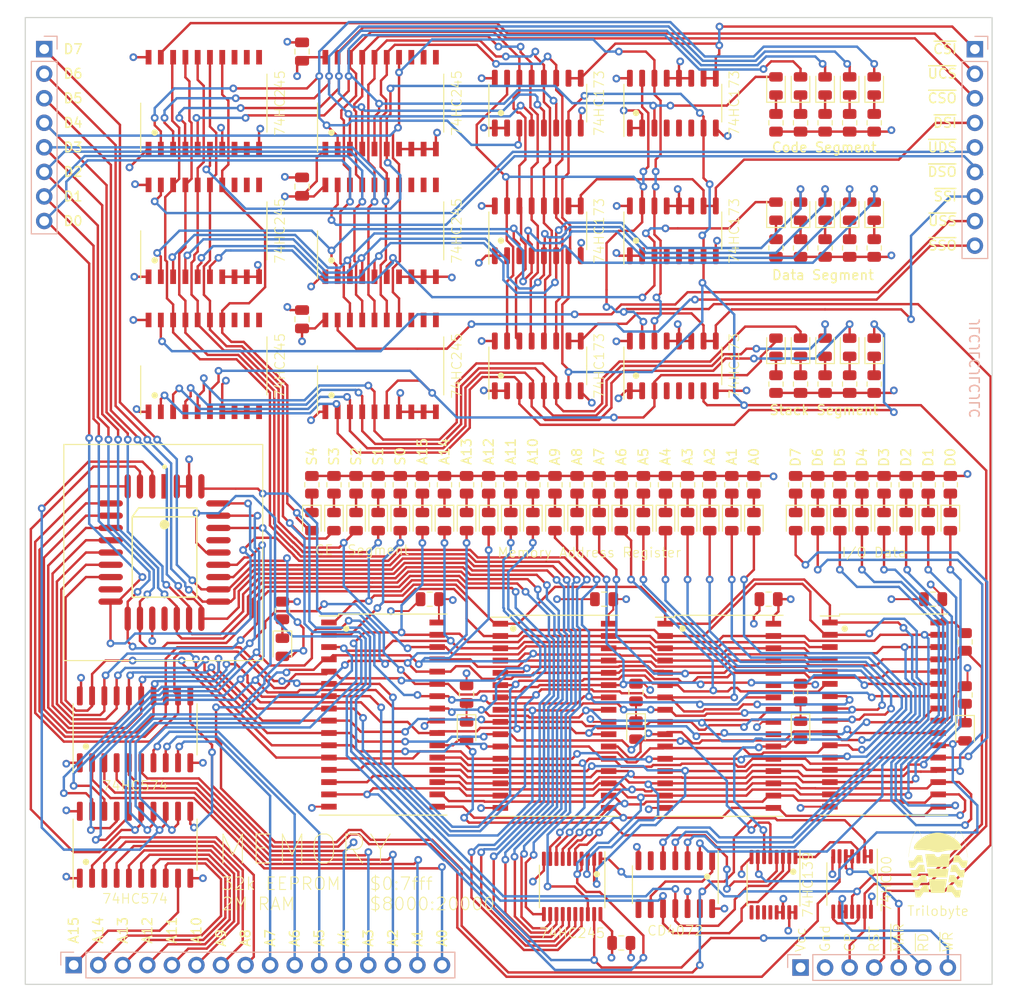
<source format=kicad_pcb>
(kicad_pcb (version 20211014) (generator pcbnew)
  (layers (0 "F.Cu" signal) (1 "In1.Cu" signal) (2 "In2.Cu" signal) (31 "B.Cu" signal) (34 "B.Paste" user) (35 "F.Paste" user) (36 "B.SilkS" user "B.Silkscreen") (37 "F.SilkS" user "F.Silkscreen") (38 "B.Mask" user) (39 "F.Mask" user) (44 "Edge.Cuts" user))
  (net 0 "")
  (net 1 "VCC")
  (net 2 "GND")
  (net 3 "Net-(D1-Pad1)")
  (net 4 "/RAM Array/D7")
  (net 5 "Net-(D2-Pad1)")
  (net 6 "/RAM Array/D6")
  (net 7 "Net-(D3-Pad1)")
  (net 8 "/RAM Array/D5")
  (net 9 "Net-(D4-Pad1)")
  (net 10 "/RAM Array/D4")
  (net 11 "Net-(D5-Pad1)")
  (net 12 "/RAM Array/D3")
  (net 13 "Net-(D6-Pad1)")
  (net 14 "/RAM Array/D2")
  (net 15 "Net-(D7-Pad1)")
  (net 16 "/RAM Array/D1")
  (net 17 "Net-(D8-Pad1)")
  (net 18 "/RAM Array/D0")
  (net 19 "Net-(D9-Pad1)")
  (net 20 "Net-(D10-Pad1)")
  (net 21 "Net-(D11-Pad1)")
  (net 22 "Net-(D12-Pad1)")
  (net 23 "Net-(D13-Pad1)")
  (net 24 "/ADDR15")
  (net 25 "Net-(D14-Pad1)")
  (net 26 "/ADDR14")
  (net 27 "Net-(D15-Pad1)")
  (net 28 "/ADDR13")
  (net 29 "Net-(D16-Pad1)")
  (net 30 "/ADDR12")
  (net 31 "Net-(D17-Pad1)")
  (net 32 "/ADDR11")
  (net 33 "Net-(D18-Pad1)")
  (net 34 "/ADDR10")
  (net 35 "Net-(D19-Pad1)")
  (net 36 "/ADDR9")
  (net 37 "Net-(D20-Pad1)")
  (net 38 "/ADDR8")
  (net 39 "Net-(D21-Pad1)")
  (net 40 "/ADDR7")
  (net 41 "Net-(D22-Pad1)")
  (net 42 "/ADDR6")
  (net 43 "Net-(D23-Pad1)")
  (net 44 "/ADDR5")
  (net 45 "Net-(D24-Pad1)")
  (net 46 "/ADDR4")
  (net 47 "Net-(D25-Pad1)")
  (net 48 "/ADDR3")
  (net 49 "Net-(D26-Pad1)")
  (net 50 "/ADDR2")
  (net 51 "Net-(D27-Pad1)")
  (net 52 "/ADDR1")
  (net 53 "Net-(D28-Pad1)")
  (net 54 "/ADDR0")
  (net 55 "~{LATCH_MAR}")
  (net 56 "~{READ}")
  (net 57 "~{WRITE}")
  (net 58 "BUS7")
  (net 59 "BUS6")
  (net 60 "BUS5")
  (net 61 "BUS4")
  (net 62 "BUS3")
  (net 63 "BUS2")
  (net 64 "BUS1")
  (net 65 "BUS0")
  (net 66 "SEGMENT2")
  (net 67 "SEGMENT1")
  (net 68 "SEGMENT0")
  (net 69 "A15")
  (net 70 "A14")
  (net 71 "A13")
  (net 72 "A12")
  (net 73 "A11")
  (net 74 "A10")
  (net 75 "A9")
  (net 76 "A8")
  (net 77 "A7")
  (net 78 "A6")
  (net 79 "A5")
  (net 80 "A4")
  (net 81 "A3")
  (net 82 "A2")
  (net 83 "A1")
  (net 84 "A0")
  (net 85 "CLOCK")
  (net 86 "SEGMENT4")
  (net 87 "SEGMENT3")
  (net 88 "/~{EEPROM_EN}")
  (net 89 "~{RAM_WRITE}")
  (net 90 "~{RAM_EN3}")
  (net 91 "~{RAM_EN2}")
  (net 92 "~{RAM_EN1}")
  (net 93 "~{RAM_EN0}")
  (net 94 "Net-(D29-Pad1)")
  (net 95 "Net-(D30-Pad1)")
  (net 96 "Net-(D31-Pad1)")
  (net 97 "Net-(U1-Pad3)")
  (net 98 "LATCH_MAR")
  (net 99 "Net-(U1-Pad12)")
  (net 100 "Net-(U2-Pad1)")
  (net 109 "Net-(D32-Pad1)")
  (net 110 "/Data Segments/Data Segment/S4")
  (net 111 "Net-(D33-Pad1)")
  (net 112 "/Data Segments/Data Segment/S3")
  (net 113 "Net-(D34-Pad1)")
  (net 114 "/Data Segments/Data Segment/S2")
  (net 115 "Net-(D35-Pad1)")
  (net 116 "/Data Segments/Data Segment/S1")
  (net 117 "Net-(D36-Pad1)")
  (net 118 "/Data Segments/Data Segment/S0")
  (net 119 "Net-(D37-Pad1)")
  (net 120 "/Data Segments/Code Segment/S4")
  (net 121 "Net-(D38-Pad1)")
  (net 122 "/Data Segments/Code Segment/S3")
  (net 123 "Net-(D39-Pad1)")
  (net 124 "/Data Segments/Code Segment/S2")
  (net 125 "Net-(D40-Pad1)")
  (net 126 "/Data Segments/Code Segment/S1")
  (net 127 "Net-(D41-Pad1)")
  (net 128 "/Data Segments/Code Segment/S0")
  (net 129 "Net-(D42-Pad1)")
  (net 130 "/Data Segments/Stack Segment/S4")
  (net 131 "Net-(D43-Pad1)")
  (net 132 "/Data Segments/Stack Segment/S3")
  (net 133 "Net-(D44-Pad1)")
  (net 134 "/Data Segments/Stack Segment/S2")
  (net 135 "Net-(D45-Pad1)")
  (net 136 "/Data Segments/Stack Segment/S1")
  (net 137 "Net-(D46-Pad1)")
  (net 138 "/Data Segments/Stack Segment/S0")
  (net 139 "RESET")
  (net 140 "~{LATCH_DATA_SEG}")
  (net 147 "~{EN_DATA_SEG}")
  (net 151 "~{ASSERT_DATA_SEG}")
  (net 152 "~{LATCH_CODE_SEG}")
  (net 159 "~{EN_CODE_SEG}")
  (net 163 "~{ASSERT_CODE_SEG}")
  (net 164 "~{LATCH_STACK_SEG}")
  (net 171 "~{EN_STACK_SEG}")
  (net 175 "~{ASSERT_STACK_SEG}")
  (net 176 "Net-(D47-Pad1)")
  (net 177 "Net-(D48-Pad1)")
  (net 178 "Net-(D49-Pad1)")
  (footprint "Resistor_SMD:R_0805_2012Metric" (layer "F.Cu") (at 167.386 35.306 90)
    (fp_text reference "R44" hide)
    (fp_text value "R_US" hide)
  )
  (footprint "Capacitor_SMD:C_0805_2012Metric" (layer "F.Cu") (at 159.004 84.582 180)
    (fp_text reference "C7" hide)
    (fp_text value "C" hide)
  )
  (footprint "Resistor_SMD:R_0805_2012Metric" (layer "F.Cu") (at 146.05 72.7475 -90)
    (fp_text reference "R28" hide)
    (fp_text value "R_US" hide)
  )
  (footprint "Package_SO:SO-16_3.9x9.9mm_P1.27mm" (layer "F.Cu") (at 135.128 60.452 90)
    (fp_text reference "U20" hide)
    (fp_text value "74LS173" hide)
  )
  (footprint "LED_SMD:LED_0805_2012Metric" (layer "F.Cu") (at 177.8 76.5575 -90)
    (fp_text reference "D13" hide)
    (fp_text value "LED" hide)
  )
  (footprint "LED_SMD:LED_0805_2012Metric" (layer "F.Cu") (at 148.336 76.5575 -90)
    (fp_text reference "D29" hide)
    (fp_text value "LED" hide)
  )
  (footprint "Resistor_SMD:R_0805_2012Metric" (layer "F.Cu") (at 152.908 72.7475 -90)
    (fp_text reference "R31" hide)
    (fp_text value "R_US" hide)
  )
  (footprint "Resistor_SMD:R_0805_2012Metric" (layer "F.Cu") (at 177.8 72.7475 -90)
    (fp_text reference "R13" hide)
    (fp_text value "R_Small_US" hide)
  )
  (footprint "Stephenv6:trilobyte-logo-small" (layer "F.Cu") (at 176.55 104.274116)
    (fp_text reference "REF**" hide)
    (fp_text value "trilobyte-logo-small" hide)
  )
  (footprint "Package_SO:TSOP-II-32_21.0x10.2mm_P1.27mm" (layer "F.Cu") (at 170.942 96.52)
    (fp_text reference "U7" hide)
    (fp_text value "IS61C5128AS-25TLI" hide)
  )
  (footprint "Package_SO:SO-20_12.8x7.5mm_P1.27mm" (layer "F.Cu") (at 118.872 46.482 90)
    (fp_text reference "U15" hide)
    (fp_text value "74LS245" hide)
  )
  (footprint "Resistor_SMD:R_0805_2012Metric" (layer "F.Cu") (at 132.334 72.7475 -90)
    (fp_text reference "R22" hide)
    (fp_text value "R_US" hide)
  )
  (footprint "LED_SMD:LED_0805_2012Metric" (layer "F.Cu") (at 130.048 76.5575 -90)
    (fp_text reference "D21" hide)
    (fp_text value "LED" hide)
  )
  (footprint "LED_SMD:LED_0805_2012Metric" (layer "F.Cu") (at 141.478 76.5575 -90)
    (fp_text reference "D26" hide)
    (fp_text value "LED" hide)
  )
  (footprint "Package_SO:TSOP-II-32_21.0x10.2mm_P1.27mm" (layer "F.Cu") (at 119.126 96.52)
    (fp_text reference "U4" hide)
    (fp_text value "IS61C5128AS-25TLI" hide)
  )
  (footprint "Resistor_SMD:R_0805_2012Metric" (layer "F.Cu") (at 168.656 72.7475 -90)
    (fp_text reference "R9" hide)
    (fp_text value "R_Small_US" hide)
  )
  (footprint "LED_SMD:LED_0805_2012Metric" (layer "F.Cu") (at 169.926 44.45 90)
    (fp_text reference "D39" hide)
    (fp_text value "LED" hide)
  )
  (footprint "LED_SMD:LED_0805_2012Metric" (layer "F.Cu") (at 123.198 76.5575 -90)
    (fp_text reference "D18" hide)
    (fp_text value "LED" hide)
  )
  (footprint "Package_SO:TSSOP-14_4.4x5mm_P0.65mm" (layer "F.Cu") (at 167.64 114.046 -90)
    (fp_text reference "U1" hide)
    (fp_text value "74LS00")
  )
  (footprint "LED_SMD:LED_0805_2012Metric" (layer "F.Cu") (at 173.228 76.5575 -90)
    (fp_text reference "D11" hide)
    (fp_text value "LED" hide)
  )
  (footprint "Package_SO:SO-20_12.8x7.5mm_P1.27mm" (layer "F.Cu") (at 100.584 46.482 90)
    (fp_text reference "U14" hide)
    (fp_text value "74LS245" hide)
  )
  (footprint "LED_SMD:LED_0805_2012Metric" (layer "F.Cu") (at 169.926 31.496 90)
    (fp_text reference "D44" hide)
    (fp_text value "LED" hide)
  )
  (footprint "Resistor_SMD:R_0805_2012Metric" (layer "F.Cu") (at 169.926 35.306 90)
    (fp_text reference "R45" hide)
    (fp_text value "R_US" hide)
  )
  (footprint "Resistor_SMD:R_0805_2012Metric" (layer "F.Cu") (at 159.766 62.3335 90)
    (fp_text reference "R46" hide)
    (fp_text value "R_US" hide)
  )
  (footprint "Resistor_SMD:R_0805_2012Metric" (layer "F.Cu") (at 162.306 35.306 90)
    (fp_text reference "R42" hide)
    (fp_text value "R_US" hide)
  )
  (footprint "Capacitor_SMD:C_0805_2012Metric" (layer "F.Cu") (at 143.764 120.142)
    (fp_text reference "C8" hide)
    (fp_text value "C" hide)
  )
  (footprint "LED_SMD:LED_0805_2012Metric" (layer "F.Cu") (at 127.762 76.5575 -90)
    (fp_text reference "D20" hide)
    (fp_text value "LED" hide)
  )
  (footprint "Resistor_SMD:R_0805_2012Metric" (layer "F.Cu") (at 123.194 72.7475 -90)
    (fp_text reference "R18" hide)
    (fp_text value "R_US" hide)
  )
  (footprint "LED_SMD:LED_0805_2012Metric" (layer "F.Cu") (at 162.306 98.1475 -90)
    (fp_text reference "D15" hide)
    (fp_text value "LED" hide)
  )
  (footprint "Resistor_SMD:R_0805_2012Metric" (layer "F.Cu") (at 157.48 72.7475 -90)
    (fp_text reference "R33" hide)
    (fp_text value "R_US" hide)
  )
  (footprint "Package_SO:TSOP-II-32_21.0x10.2mm_P1.27mm" (layer "F.Cu") (at 153.9 96.647)
    (fp_text reference "U6" hide)
    (fp_text value "IS61C5128AS-25TLI" hide)
  )
  (footprint "Resistor_SMD:R_0805_2012Metric" (layer "F.Cu") (at 114.046 72.7475 -90)
    (fp_text reference "R2" hide)
    (fp_text value "R_US" hide)
  )
  (footprint "LED_SMD:LED_0805_2012Metric" (layer "F.Cu") (at 127.762 98.2195 -90)
    (fp_text reference "D17" hide)
    (fp_text value "LED" hide)
  )
  (footprint "Resistor_SMD:R_0805_2012Metric" (layer "F.Cu") (at 145.288 94.234 -90)
    (fp_text reference "R16" hide)
    (fp_text value "R_Small_US" hide)
  )
  (footprint "LED_SMD:LED_0805_2012Metric" (layer "F.Cu") (at 167.386 44.45 90)
    (fp_text reference "D38" hide)
    (fp_text value "LED" hide)
  )
  (footprint "LED_SMD:LED_0805_2012Metric" (layer "F.Cu") (at 134.62 76.5575 -90)
    (fp_text reference "D23" hide)
    (fp_text value "LED" hide)
  )
  (footprint "Resistor_SMD:R_0805_2012Metric" (layer "F.Cu") (at 116.332 72.7475 -90)
    (fp_text reference "R3" hide)
    (fp_text value "R_US" hide)
  )
  (footprint "LED_SMD:LED_0805_2012Metric" (layer "F.Cu") (at 159.766 31.496 90)
    (fp_text reference "D40" hide)
    (fp_text value "LED" hide)
  )
  (footprint "Package_SO:SO-16_3.9x9.9mm_P1.27mm" (layer "F.Cu") (at 135.128 33.274 90)
    (fp_text reference "U16" hide)
    (fp_text value "74LS173" hide)
  )
  (footprint "LED_SMD:LED_0805_2012Metric" (layer "F.Cu") (at 116.332 76.5575 -90)
    (fp_text reference "D3" hide)
    (fp_text value "LED" hide)
  )
  (footprint "Package_SO:SO-14_3.9x8.65mm_P1.27mm" (layer "F.Cu") (at 149.352 114.112 -90)
    (fp_text reference "U2" hide)
    (fp_text value "4072" hide)
  )
  (footprint "Resistor_SMD:R_0805_2012Metric" (layer "F.Cu") (at 162.306 62.3335 90)
    (fp_text reference "R47" hide)
    (fp_text value "R_US" hide)
  )
  (footprint "LED_SMD:LED_0805_2012Metric" (layer "F.Cu") (at 139.192 76.5575 -90)
    (fp_text reference "D25" hide)
    (fp_text value "LED" hide)
  )
  (footprint "LED_SMD:LED_0805_2012Metric" (layer "F.Cu") (at 159.766 58.5235 90)
    (fp_text reference "D45" hide)
    (fp_text value "LED" hide)
  )
  (footprint "LED_SMD:LED_0805_2012Metric" (layer "F.Cu") (at 169.926 58.5235 90)
    (fp_text reference "D49" hide)
    (fp_text value "LED" hide)
  )
  (footprint "Resistor_SMD:R_0805_2012Metric" (layer "F.Cu") (at 108.712 85.7485 -90)
    (fp_text reference "R35" hide)
    (fp_text value "R_Small_US" hide)
  )
  (footprint "LED_SMD:LED_0805_2012Metric" (layer "F.Cu") (at 170.942 76.5575 -90)
    (fp_text reference "D10" hide)
    (fp_text value "LED" hide)
  )
  (footprint "LED_SMD:LED_0805_2012Metric" (layer "F.Cu") (at 145.288 98.1225 -90)
    (fp_text reference "D16" hide)
    (fp_text value "LED" hide)
  )
  (footprint "Resistor_SMD:R_0805_2012Metric" (layer "F.Cu") (at 164.846 48.26 90)
    (fp_text reference "R38" hide)
    (fp_text value "R_US" hide)
  )
  (footprint "Resistor_SMD:R_0805_2012Metric" (layer "F.Cu") (at 159.766 48.26 90)
    (fp_text reference "R36" hide)
    (fp_text value "R_US" hide)
  )
  (footprint "Resistor_SMD:R_0805_2012Metric" (layer "F.Cu") (at 166.37 72.7475 -90)
    (fp_text reference "R8" hide)
    (fp_text value "R_Small_US" hide)
  )
  (footprint "LED_SMD:LED_0805_2012Metric" (layer "F.Cu") (at 164.084 76.5575 -90)
    (fp_text reference "D7" hide)
    (fp_text value "LED" hide)
  )
  (footprint "Resistor_SMD:R_0805_2012Metric" (layer "F.Cu") (at 175.514 72.7475 -90)
    (fp_text reference "R12" hide)
    (fp_text value "R_Small_US" hide)
  )
  (footprint "Resistor_SMD:R_0805_2012Metric" (layer "F.Cu") (at 179.324 94.488 -90)
    (fp_text reference "R14" hide)
    (fp_text value "R_Small_US" hide)
  )
  (footprint "Resistor_SMD:R_0805_2012Metric" (layer "F.Cu") (at 164.846 35.306 90)
    (fp_text reference "R43" hide)
    (fp_text value "R_US" hide)
  )
  (footprint "LED_SMD:LED_0805_2012Metric" (layer "F.Cu") (at 159.766 44.45 90)
    (fp_text reference "D35" hide)
    (fp_text value "LED" hide)
  )
  (footprint "Capacitor_SMD:C_0805_2012Metric" (layer "F.Cu") (at 123.952 84.582 180)
    (fp_text reference "C6" hide)
    (fp_text value "C" hide)
  )
  (footprint "LED_SMD:LED_0805_2012Metric" (layer "F.Cu") (at 175.514 76.5575 -90)
    (fp_text reference "D12" hide)
    (fp_text value "LED" hide)
  )
  (footprint "Resistor_SMD:R_0805_2012Metric" (layer "F.Cu") (at 120.904 72.7475 -90)
    (fp_text reference "R5" hide)
    (fp_text value "R_US" hide)
  )
  (footprint "LED_SMD:LED_0805_2012Metric" (layer "F.Cu") (at 125.476 76.5575 -90)
    (fp_text reference "D19" hide)
    (fp_text value "LED" hide)
  )
  (footprint "Package_SO:SO-20_12.8x7.5mm_P1.27mm" (layer "F.Cu") (at 100.584 60.452 90)
    (fp_text reference "U22" hide)
    (fp_text value "74LS245" hide)
  )
  (footprint "Resistor_SMD:R_0805_2012Metric" (layer "F.Cu") (at 170.942 72.7475 -90)
    (fp_text reference "R10" hide)
    (fp_text value "R_Small_US" hide)
  )
  (footprint "LED_SMD:LED_0805_2012Metric" (layer "F.Cu") (at 164.846 44.45 90)
    (fp_text reference "D37" hide)
    (fp_text value "LED" hide)
  )
  (footprint "LED_SMD:LED_0805_2012Metric" (layer "F.Cu") (at 120.904 76.5575 -90)
    (fp_text reference "D5" hide)
    (fp_text value "LED" hide)
  )
  (footprint "Resistor_SMD:R_0805_2012Metric" (layer "F.Cu") (at 148.336 72.7475 -90)
    (fp_text reference "R29" hide)
    (fp_text value "R_US" hide)
  )
  (footprint "LED_SMD:LED_0805_2012Metric" (layer "F.Cu") (at 164.846 58.5235 90)
    (fp_text reference "D47" hide)
    (fp_text value "LED" hide)
  )
  (footprint "LED_SMD:LED_0805_2012Metric" (layer "F.Cu") (at 179.324 98.298 -90)
    (fp_text reference "D14" hide)
    (fp_text value "LED" hide)
  )
  (footprint "Package_SO:SO-16_3.9x9.9mm_P1.27mm" (layer "F.Cu") (at 149.098 33.274 90)
    (fp_text reference "U17" hide)
    (fp_text value "74LS173" hide)
  )
  (footprint "Resistor_SMD:R_0805_2012Metric" (layer "F.Cu") (at 130.048 72.7475 -90)
    (fp_text reference "R21" hide)
    (fp_text value "R_US" hide)
  )
  (footprint "Resistor_SMD:R_0805_2012Metric" (layer "F.Cu") (at 167.386 48.26 90)
    (fp_text reference "R39" hide)
    (fp_text value "R_US" hide)
  )
  (footprint "Package_SO:TSOP-II-32_21.0x10.2mm_P1.27mm" (layer "F.Cu") (at 136.858 96.647)
    (fp_text reference "U5" hide)
    (fp_text value "IS61C5128AS-25TLI" hide)
  )
  (footprint "LED_SMD:LED_0805_2012Metric" (layer "F.Cu") (at 164.846 31.496 90)
    (fp_text reference "D42" hide)
    (fp_text value "LED" hide)
  )
  (footprint "Resistor_SMD:R_0805_2012Metric" (layer "F.Cu") (at 150.622 72.7475 -90)
    (fp_text reference "R30" hide)
    (fp_text value "R_US" hide)
  )
  (footprint "LED_SMD:LED_0805_2012Metric" (layer "F.Cu") (at 132.334 76.5575 -90)
    (fp_text reference "D22" hide)
    (fp_text value "LED" hide)
  )
  (footprint "Resistor_SMD:R_0805_2012Metric" (layer "F.Cu") (at 127.762 94.4095 -90)
    (fp_text reference "R17" hide)
    (fp_text value "R_Small_US" hide)
  )
  (footprint "Capacitor_SMD:C_0805_2012Metric" (layer "F.Cu") (at 110.744 27.94 90)
    (fp_text reference "C2" hide)
    (fp_text value "C")
  )
  (footprint "Resistor_SMD:R_0805_2012Metric" (layer "F.Cu") (at 169.926 62.3335 90)
    (fp_text reference "R50" hide)
    (fp_text value "R_US" hide)
  )
  (footprint "LED_SMD:LED_0805_2012Metric" (layer "F.Cu") (at 114.046 76.5575 -90)
    (fp_text reference "D2" hide)
    (fp_text value "LED" hide)
  )
  (footprint "Package_SO:SO-16_3.9x9.9mm_P1.27mm" (layer "F.Cu") (at 149.098 46.482 90)
    (fp_text reference "U13" hide)
    (fp_text value "74LS173" hide)
  )
  (footprint "Package_SO:SO-20_5.3x12.6mm_P1.27mm" (layer "F.Cu") (at 93.472 98.044 90)
    (fp_text reference "U9" hide)
    (fp_text value "74LS574" hide)
  )
  (footprint "LED_SMD:LED_0805_2012Metric" (layer "F.Cu") (at 162.306 31.496 90)
    (fp_text reference "D41" hide)
    (fp_text value "LED" hide)
  )
  (footprint "Capacitor_SMD:C_0805_2012Metric" (layer "F.Cu") (at 176.022 84.582 180)
    (fp_text reference "C5" hide)
    (fp_text value "C" hide)
  )
  (footprint "Package_SO:TSSOP-20_4.4x6.5mm_P0.65mm" (layer "F.Cu") (at 138.684 114.3 -90)
    (fp_text reference "U8" hide)
    (fp_text value "74LS245" hide)
  )
  (footprint "LED_SMD:LED_0805_2012Metric" (layer "F.Cu") (at 118.618 76.5575 -90)
    (fp_text reference "D4" hide)
    (fp_text value "LED" hide)
  )
  (footprint "LED_SMD:LED_0805_2012Metric" (layer "F.Cu") (at 108.712 89.5585 -90)
    (fp_text reference "D34" hide)
    (fp_text value "LED" hide)
  )
  (footprint "LED_SMD:LED_0805_2012Metric" (layer "F.Cu") (at 166.37 76.5575 -90)
    (fp_text reference "D8" hide)
    (fp_text value "LED" hide)
  )
  (footprint "Resistor_SMD:R_0805_2012Metric" (layer "F.Cu") (at 173.228 72.7475 -90)
    (fp_text reference "R11" hide)
    (fp_text value "R_Small_US" hide)
  )
  (footprint "LED_SMD:LED_0805_2012Metric" (layer "F.Cu") (at 152.908 76.5575 -90)
    (fp_text reference "D31" hide)
    (fp_text value "LED" hide)
  )
  (footprint "Resistor_SMD:R_0805_2012Metric" (layer "F.Cu") (at 164.846 62.3335 90)
    (fp_text reference "R48" hide)
    (fp_text value "R_US" hide)
  )
  (footprint "Resistor_SMD:R_0805_2012Metric" (layer "F.Cu") (at 127.762 72.7475 -90)
    (fp_text reference "R20" hide)
    (fp_text value "R_US" hide)
  )
  (footprint "Resistor_SMD:R_0805_2012Metric" (layer "F.Cu") (at 125.476 72.7475 -90)
    (fp_text reference "R19" hide)
    (fp_text value "R_US" hide)
  )
  (footprint "Resistor_SMD:R_0805_2012Metric" (layer "F.Cu") (at 155.194 72.7475 -90)
    (fp_text reference "R32" hide)
    (fp_text value "R_US" hide)
  )
  (footprint "LED_SMD:LED_0805_2012Metric" (layer "F.Cu") (at 111.76 76.5575 -90)
    (fp_text reference "D1" hide)
    (fp_text value "LED" hide)
  )
  (footprint "LED_SMD:LED_0805_2012Metric" (layer "F.Cu") (at 162.306 44.45 90)
    (fp_text reference "D36" hide)
    (fp_text value "LED" hide)
  )
  (footprint "LED_SMD:LED_0805_2012Metric" (layer "F.Cu") (at 150.622 76.5575 -90)
    (fp_text reference "D30" hide)
    (fp_text value "LED" hide)
  )
  (footprint "Resistor_SMD:R_0805_2012Metric" (layer "F.Cu") (at 161.798 72.7475 -90)
    (fp_text reference "R6" hide)
    (fp_text value "R_Small_US" hide)
  )
  (footprint "Package_SO:SO-20_5.3x12.6mm_P1.27mm" (layer "F.Cu") (at 93.472 109.982 90)
    (fp_text reference "U10" hide)
    (fp_text value "74LS574" hide)
  )
  (footprint "Resistor_SMD:R_0805_2012Metric" (layer "F.Cu") (at 159.766 35.306 90)
    (fp_text reference "R41" hide)
    (fp_text value "R_US" hide)
  )
  (footprint "LED_SMD:LED_0805_2012Metric" (layer "F.Cu") (at 161.798 76.5575 -90)
    (fp_text reference "D6" hide)
    (fp_text value "LED" hide)
  )
  (footprint "LED_SMD:LED_0805_2012Metric" (layer "F.Cu") (at 157.48 76.5575 -90)
    (fp_text reference "D33" hide)
    (fp_text value "LED" hide)
  )
  (footprint "Capacitor_SMD:C_0805_2012Metric" (layer "F.Cu") (at 110.744 41.91 90)
    (fp_text reference "C1" hide)
    (fp_text value "C")
  )
  (footprint "LED_SMD:LED_0805_2012Metric" (layer "F.Cu") (at 146.05 76.5575 -90)
    (fp_text reference "D28" hide)
    (fp_text value "LED" hide)
  )
  (footprint "LED_SMD:LED_0805_2012Metric" (layer "F.Cu") (at 167.386 31.496 90)
    (fp_text reference "D43" hide)
    (fp_text value "LED" hide)
  )
  (footprint "Resistor_SMD:R_0805_2012Metric" (layer "F.Cu") (at 162.306 94.234 -90)
    (fp_text reference "R15" hide)
    (fp_text value "R_Small_US" hide)
  )
  (footprint "Resistor_SMD:R_0805_2012Metric" (layer "F.Cu") (at 164.084 72.7475 -90)
    (fp_text reference "R7" hide)
    (fp_text value "R_Small_US" hide)
  )
  (footprint "Resistor_SMD:R_0805_2012Metric" (layer "F.Cu") (at 143.764 72.7475 -90)
    (fp_text reference "R27" hide)
    (fp_text value "R_US" hide)
  )
  (footprint "Capacitor_SMD:C_0805_2012Metric" (layer "F.Cu") (at 141.986 84.582 180)
    (fp_text reference "C4" hide)
    (fp_text value "C" hide)
  )
  (footprint "Capacitor_SMD:C_0805_2012Metric" (layer "F.Cu") (at 110.744 55.626 90)
    (fp_text reference "C3" hide)
    (fp_text value "C")
  )
  (footprint "Package_SO:SO-20_12.8x7.5mm_P1.27mm" (layer "F.Cu") (at 118.872 33.274 90)
    (fp_text reference "U19" hide)
    (fp_text value "74LS245" hide)
  )
  (footprint "LED_SMD:LED_0805_2012Metric" (layer "F.Cu") (at 167.386 58.5235 90)
    (fp_text reference "D48" hide)
    (fp_text value "LED" hide)
  )
  (footprint "LED_SMD:LED_0805_2012Metric" (layer "F.Cu") (at 143.764 76.5575 -90)
    (fp_text reference "D27" hide)
    (fp_text value "LED" hide)
  )
  (footprint "LED_SMD:LED_0805_2012Metric" (layer "F.Cu") (at 155.194 76.5575 -90)
    (fp_text reference "D32" hide)
    (fp_text value "LED" hide)
  )
  (footprint "LED_SMD:LED_0805_2012Metric" (layer "F.Cu") (at 136.906 76.5575 -90)
    (fp_text reference "D24" hide)
    (fp_text value "LED" hide)
  )
  (footprint "Resistor_SMD:R_0805_2012Metric" (layer "F.Cu") (at 134.62 72.7475 -90)
    (fp_text reference "R23" hide)
    (fp_text value "R_US" hide)
  )
  (footprint "Resistor_SMD:R_0805_2012Metric" (layer "F.Cu") (at 111.76 72.7475 -90)
    (fp_text reference "R1" hide)
    (fp_text value "R_US" hide)
  )
  (footprint "Resistor_SMD:R_0805_2012Metric" (layer "F.Cu") (at 179.324 89.0035 90)
    (fp_text reference "R34" hide)
    (fp_text value "R_Small_US" hide)
  )
  (footprint "Resistor_SMD:R_0805_2012Metric" (layer "F.Cu") (at 162.306 48.26 90)
    (fp_text reference "R37" hide)
    (fp_text value "R_US" hide)
  )
  (footprint "Resistor_SMD:R_0805_2012Metric" (layer "F.Cu") (at 139.192 72.7475 -90)
    (fp_text reference "R25" hide)
    (fp_text value "R_US" hide)
  )
  (footprint "Package_SO:SO-16_3.9x9.9mm_P1.27mm" (layer "F.Cu") (at 149.098 60.452 90)
    (fp_text reference "U21" hide)
    (fp_text value "74LS173" hide)
  )
  (footprint "Resistor_SMD:R_0805_2012Metric" (layer "F.Cu") (at 118.618 72.7475 -90)
    (fp_text reference "R4" hide)
    (fp_text value "R_US" hide)
  )
  (footprint "Stephenv6:PLCC-32-SOCKET-Microchip-32J-10_2001-B-IPC_A" (layer "F.Cu") (at 96.52 79.756)
    (fp_text reference "U11" hide)
    (fp_text value "PLCC32_28_28C256" hide)
  )
  (footprint "Package_SO:SO-20_12.8x7.5mm_P1.27mm" (layer "F.Cu") (at 118.872 60.452 90)
    (fp_text reference "U23" hide)
    (fp_text value "74LS245" hide)
  )
  (footprint "Resistor_SMD:R_0805_2012Metric" (layer "F.Cu") (at 141.478 72.7475 -90)
    (fp_text reference "R26" hide)
    (fp_text value "R_US" hide)
  )
  (footprint "Package_SO:SO-20_12.8x7.5mm_P1.27mm" (layer "F.Cu") (at 100.584 33.274 90)
    (fp_text reference "U18" hide)
    (fp_text value "74LS245" hide)
  )
  (footprint "LED_SMD:LED_0805_2012Metric" (layer "F.Cu") (at 162.306 58.5235 90)
    (fp_text reference "D46" hide)
    (fp_text value "LED" hide)
  )
  (footprint "Resistor_SMD:R_0805_2012Metric" (layer "F.Cu") (at 167.386 62.3335 90)
    (fp_text reference "R49" hide)
    (fp_text value "R_US" hide)
  )
  (footprint "Package_SO:SO-16_3.9x9.9mm_P1.27mm" (layer "F.Cu") (at 135.128 46.482 90)
    (fp_text reference "U12" hide)
    (fp_text value "74LS173" hide)
  )
  (footprint "Package_SO:TSSOP-16_4.4x5mm_P0.65mm" (layer "F.Cu") (at 159.512 114.112 -90)
    (fp_text reference "U3" hide)
    (fp_text value "74LS139" hide)
  )
  (footprint "Resistor_SMD:R_0805_2012Metric" (layer "F.Cu") (at 136.906 72.7475 -90)
    (fp_text reference "R24" hide)
    (fp_text value "R_US" hide)
  )
  (footprint "LED_SMD:LED_0805_2012Metric" (layer "F.Cu") (at 168.656 76.5575 -90)
    (fp_text reference "D9" hide)
    (fp_text value "LED" hide)
  )
  (footprint "Resistor_SMD:R_0805_2012Metric" (layer "F.Cu") (at 169.926 48.26 90)
    (fp_text reference "R40" hide)
    (fp_text value "R_US" hide)
  )
  (footprint "Connector_PinHeader_2.54mm:PinHeader_1x08_P2.54mm_Vertical" (layer "B.Cu") (at 84.074 27.686 180)
    (fp_text reference "J2" hide)
    (fp_text value "Conn_01x08" hide)
  )
  (footprint "Connector_PinHeader_2.54mm:PinHeader_1x09_P2.54mm_Vertical" (layer "B.Cu") (at 180.34 27.696 180)
    (fp_text reference "J4" hide)
    (fp_text value "Conn_01x09" hide)
  )
  (footprint "Connector_PinHeader_2.54mm:PinHeader_1x07_P2.54mm_Vertical" (layer "B.Cu") (at 162.306 122.682 -90)
    (fp_text reference "J1" hide)
    (fp_text value "Conn_01x07" hide)
  )
  (footprint "Connector_PinHeader_2.54mm:PinHeader_1x16_P2.54mm_Vertical" (layer "B.Cu") (at 87.122 122.428 -90)
    (fp_text reference "J3" hide)
    (fp_text value "Conn_01x16" hide)
  )
  (gr_circle (center 113.792 49.53) (end 114.046 49.53) (layer "F.SilkS") (width 0.15) (fill solid))
  (gr_circle (center 131.318 47.498) (end 131.572 47.498) (layer "F.SilkS") (width 0.15) (fill solid))
  (gr_circle (center 152.654 113.284) (end 152.908 113.284) (layer "F.SilkS") (width 0.15) (fill solid))
  (gr_circle (center 131.318 61.468) (end 131.572 61.468) (layer "F.SilkS") (width 0.15) (fill solid))
  (gr_circle (center 131.318 34.29) (end 131.572 34.29) (layer "F.SilkS") (width 0.15) (fill solid))
  (gr_circle (center 88.392 99.822) (end 88.646 99.822) (layer "F.SilkS") (width 0.15) (fill solid))
  (gr_circle (center 145.288 47.498) (end 145.542 47.498) (layer "F.SilkS") (width 0.15) (fill solid))
  (gr_circle (center 95.504 49.53) (end 95.758 49.53) (layer "F.SilkS") (width 0.15) (fill solid))
  (gr_circle (center 88.392 111.76) (end 88.646 111.76) (layer "F.SilkS") (width 0.15) (fill solid))
  (gr_circle (center 95.504 63.5) (end 95.758 63.5) (layer "F.SilkS") (width 0.15) (fill solid))
  (gr_circle (center 161.544 112.776) (end 161.798 112.776) (layer "F.SilkS") (width 0.15) (fill solid))
  (gr_circle (center 145.288 61.468) (end 145.542 61.468) (layer "F.SilkS") (width 0.15) (fill solid))
  (gr_circle (center 145.288 34.29) (end 145.542 34.29) (layer "F.SilkS") (width 0.15) (fill solid))
  (gr_circle (center 95.504 36.322) (end 95.758 36.322) (layer "F.SilkS") (width 0.15) (fill solid))
  (gr_circle (center 169.672 112.776) (end 169.926 112.776) (layer "F.SilkS") (width 0.15) (fill solid))
  (gr_circle (center 150.114 87.63) (end 150.368 87.63) (layer "F.SilkS") (width 0.15) (fill solid))
  (gr_circle (center 141.224 113.03) (end 141.478 113.03) (layer "F.SilkS") (width 0.15) (fill solid))
  (gr_circle (center 113.792 63.5) (end 114.046 63.5) (layer "F.SilkS") (width 0.15) (fill solid))
  (gr_circle (center 113.792 36.322) (end 114.046 36.322) (layer "F.SilkS") (width 0.15) (fill solid))
  (gr_circle (center 166.878 87.63) (end 167.132 87.63) (layer "F.SilkS") (width 0.15) (fill solid))
  (gr_circle (center 132.588 87.63) (end 132.842 87.63) (layer "F.SilkS") (width 0.15) (fill solid))
  (gr_circle (center 115.316 87.63) (end 115.57 87.63) (layer "F.SilkS") (width 0.15) (fill solid))
  (gr_rect (start 82.118 24.422) (end 182.118 124.422) (layer "Edge.Cuts") (width 0.12) (fill none))
  (gr_text "JLCJLCJLCJLC" (at 180.34 60.706 90) (layer "B.SilkS") (effects (font (size 1 1)) (justify mirror)))
  (gr_text "D1" (at 88.138 42.926) (layer "F.SilkS") (effects (font (size 1 1)) (justify right)))
  (gr_text "S1" (at 118.618 70.866 90) (layer "F.SilkS") (effects (font (size 1 1)) (justify left)))
  (gr_text "~{WR}" (at 177.546 121.158 90) (layer "F.SilkS") (effects (font (size 1 1) (thickness 0.1)) (justify left)))
  (gr_text "D6" (at 164.084 68.834 90) (layer "F.SilkS") (effects (font (size 1 1)) (justify right)))
  (gr_text "A0" (at 157.48 68.834 90) (layer "F.SilkS") (effects (font (size 1 1)) (justify right)))
  (gr_text "Memory Address Register" (at 140.462 79.756) (layer "F.SilkS") (effects (font (size 1 1) (thickness 0.1))))
  (gr_text "D0" (at 177.8 68.834 90) (layer "F.SilkS") (effects (font (size 1 1)) (justify right)))
  (gr_text "S0" (at 120.904 70.866 90) (layer "F.SilkS") (effects (font (size 1 1)) (justify left)))
  (gr_text "Stack Segment" (at 159.004 65.024) (layer "F.SilkS") (effects (font (size 1 1)) (justify left)))
  (gr_text "A10" (at 99.822 117.348 90) (layer "F.SilkS") (effects (font (size 1 1)) (justify right)))
  (gr_text "A2" (at 120.142 118.618 90) (layer "F.SilkS") (effects (font (size 1 1)) (justify right)))
  (gr_text "D7" (at 88.138 27.686) (layer "F.SilkS") (effects (font (size 1 1)) (justify right)))
  (gr_text "~{RD}" (at 175.006 121.158 90) (layer "F.SilkS") (effects (font (size 1 1) (thickness 0.1)) (justify left)))
  (gr_text "A15" (at 123.19 67.818 90) (layer "F.SilkS") (effects (font (size 1 1)) (justify right)))
  (gr_text "A4" (at 115.062 118.618 90) (layer "F.SilkS") (effects (font (size 1 1)) (justify right)))
  (gr_text "A6" (at 109.982 118.618 90) (layer "F.SilkS") (effects (font (size 1 1)) (justify right)))
  (gr_text "A11" (at 132.334 67.818 90) (layer "F.SilkS") (effects (font (size 1 1)) (justify right)))
  (gr_text "32k EEPROM	$0:7fff\n2M RAM		$8000:20000" (at 102.362 115.062) (layer "F.SilkS") (effects (font (size 1.3 1.3) (thickness 0.1)) (justify left)))
  (gr_text "~{SSO}" (at 178.562 48.006) (layer "F.SilkS") (effects (font (size 1 1)) (justify right)))
  (gr_text "RST" (at 169.926 121.158 90) (layer "F.SilkS") (effects (font (size 1 1) (thickness 0.1)) (justify left)))
  (gr_text "74HC173" (at 141.478 60.452 90) (layer "F.SilkS") (effects (font (size 1 1) (thickness 0.1))))
  (gr_text "A14" (at 125.476 67.818 90) (layer "F.SilkS") (effects (font (size 1 1)) (justify right)))
  (gr_text "A13" (at 127.762 67.818 90) (layer "F.SilkS") (effects (font (size 1 1)) (justify right)))
  (gr_text "~{CSO}" (at 178.562 32.766) (layer "F.SilkS") (effects (font (size 1 1)) (justify right)))
  (gr_text "S4" (at 111.76 70.866 90) (layer "F.SilkS") (effects (font (size 1 1)) (justify left)))
  (gr_text "A12" (at 94.742 117.348 90) (layer "F.SilkS") (effects (font (size 1 1)) (justify right)))
  (gr_text "D0" (at 88.138 45.466) (layer "F.SilkS") (effects (font (size 1 1)) (justify right)))
  (gr_text "74HC245" (at 108.458 46.482 90) (layer "F.SilkS") (effects (font (size 1 1) (thickness 0.1))))
  (gr_text "A6" (at 143.764 68.834 90) (layer "F.SilkS") (effects (font (size 1 1)) (justify right)))
  (gr_text "MEMORY" (at 110.998 110.49) (layer "F.SilkS") (effects (font (size 3 3) (thickness 0.1))))
  (gr_text "I/O Data" (at 169.926 79.756) (layer "F.SilkS") (effects (font (size 1 1) (thickness 0.1))))
  (gr_text "Data Segment" (at 159.258 51.054) (layer "F.SilkS") (effects (font (size 1 1)) (justify left)))
  (gr_text "D4" (at 88.138 35.306) (layer "F.SilkS") (effects (font (size 1 1)) (justify right)))
  (gr_text "D4" (at 168.656 68.834 90) (layer "F.SilkS") (effects (font (size 1 1)) (justify right)))
  (gr_text "D3" (at 170.942 68.834 90) (layer "F.SilkS") (effects (font (size 1 1)) (justify right)))
  (gr_text "74HC245" (at 126.746 60.452 90) (layer "F.SilkS") (effects (font (size 1 1) (thickness 0.1))))
  (gr_text "74HC245" (at 126.746 33.274 90) (layer "F.SilkS") (effects (font (size 1 1) (thickness 0.1))))
  (gr_text "A5" (at 112.522 118.618 90) (layer "F.SilkS") (effects (font (size 1 1)) (justify right)))
  (gr_text "D6" (at 88.138 30.226) (layer "F.SilkS") (effects (font (size 1 1)) (justify right)))
  (gr_text "D1" (at 175.514 68.834 90) (layer "F.SilkS") (effects (font (size 1 1)) (justify right)))
  (gr_text "~{MAR}" (at 172.466 121.158 90) (layer "F.SilkS") (effects (font (size 1 1) (thickness 0.1)) (justify left)))
  (gr_text "Vcc" (at 162.306 121.158 90) (layer "F.SilkS") (effects (font (size 1 1) (thickness 0.1)) (justify left)))
  (gr_text "A15" (at 87.122 117.348 90) (layer "F.SilkS") (effects (font (size 1 1)) (justify right)))
  (gr_text "A1" (at 122.682 118.618 90) (layer "F.SilkS") (effects (font (size 1 1)) (justify right)))
  (gr_text "D5" (at 88.138 32.766) (layer "F.SilkS") (effects (font (size 1 1)) (justify right)))
  (gr_text "74HC245" (at 108.458 33.274 90) (layer "F.SilkS") (effects (font (size 1 1) (thickness 0.1))))
  (gr_text "74HC173" (at 141.478 46.482 90) (layer "F.SilkS") (effects (font (size 1 1) (thickness 0.1))))
  (gr_text "A12" (at 130.048 67.818 90) (layer "F.SilkS") (effects (font (size 1 1)) (justify right)))
  (gr_text "A3" (at 150.622 68.834 90) (layer "F.SilkS") (effects (font (size 1 1)) (justify right)))
  (gr_text "A9" (at 102.362 118.618 90) (layer "F.SilkS") (effects (font (size 1 1)) (justify right)))
  (gr_text "A9" (at 136.906 68.834 90) (layer "F.SilkS") (effects (font (size 1 1)) (justify right)))
  (gr_text "A7" (at 141.478 68.834 90) (layer "F.SilkS") (effects (font (size 1 1)) (justify right)))
  (gr_text "Code Segment" (at 159.258 37.846) (layer "F.SilkS") (effects (font (size 1 1)) (justify left)))
  (gr_text "74HC245" (at 126.746 46.482 90) (layer "F.SilkS") (effects (font (size 1 1) (thickness 0.1))))
  (gr_text "~{USS}" (at 178.562 45.466) (layer "F.SilkS") (effects (font (size 1 1)) (justify right)))
  (gr_text "~{CSI}" (at 178.562 27.686) (layer "F.SilkS") (effects (font (size 1 1)) (justify right)))
  (gr_text "74HC173" (at 141.478 33.274 90) (layer "F.SilkS") (effects (font (size 1 1) (thickness 0.1))))
  (gr_text "D2" (at 88.138 40.386) (layer "F.SilkS") (effects (font (size 1 1)) (justify right)))
  (gr_text "D7" (at 161.798 68.834 90) (layer "F.SilkS") (effects (font (size 1 1)) (justify right)))
  (gr_text "CP" (at 167.386 121.158 90) (layer "F.SilkS") (effects (font (size 1 1) (thickness 0.1)) (justify left)))
  (gr_text "Gnd" (at 164.846 121.158 90) (layer "F.SilkS") (effects (font (size 1 1) (thickness 0.1)) (justify left)))
  (gr_text "S3" (at 114.046 70.866 90) (layer "F.SilkS") (effects (font (size 1 1)) (justify left)))
  (gr_text "A10" (at 134.62 67.818 90) (layer "F.SilkS") (effects (font (size 1 1)) (justify right)))
  (gr_text "D3" (at 88.138 37.846) (layer "F.SilkS") (effects (font (size 1 1)) (justify right)))
  (gr_text "D5" (at 166.37 68.834 90) (layer "F.SilkS") (effects (font (size 1 1)) (justify right)))
  (gr_text "Trilobyte" (at 176.53 116.84) (layer "F.SilkS") (effects (font (size 1 1) (thickness 0.1))))
  (gr_text "A1" (at 155.194 68.834 90) (layer "F.SilkS") (effects (font (size 1 1)) (justify right)))
  (gr_text "A2" (at 152.908 68.834 90) (layer "F.SilkS") (effects (font (size 1 1)) (justify right)))
  (gr_text "S2" (at 116.332 70.866 90) (layer "F.SilkS") (effects (font (size 1 1)) (justify left)))
  (gr_text "A4" (at 148.336 68.834 90) (layer "F.SilkS") (effects (font (size 1 1)) (justify right)))
  (gr_text "A13" (at 92.202 117.348 90) (layer "F.SilkS") (effects (font (size 1 1)) (justify right)))
  (gr_text "74HC173" (at 155.448 33.274 90) (layer "F.SilkS") (effects (font (size 1 1) (thickness 0.1))))
  (gr_text "A5" (at 146.05 68.834 90) (layer "F.SilkS") (effects (font (size 1 1)) (justify right)))
  (gr_text "~{UCS}" (at 178.562 30.226) (layer "F.SilkS") (effects (font (size 1 1)) (justify right)))
  (gr_text "A14" (at 89.662 117.348 90) (layer "F.SilkS") (effects (font (size 1 1)) (justify right)))
  (gr_text "A0" (at 125.222 118.618 90) (layer "F.SilkS") (effects (font (size 1 1)) (justify right)))
  (gr_text "A11" (at 97.282 117.348 90) (layer "F.SilkS") (effects (font (size 1 1)) (justify right)))
  (gr_text "~{DSI}" (at 178.562 35.306) (layer "F.SilkS") (effects (font (size 1 1)) (justify right)))
  (gr_text "A8" (at 104.902 118.618 90) (layer "F.SilkS") (effects (font (size 1 1)) (justify right)))
  (gr_text "~{SSI}" (at 178.562 42.926) (layer "F.SilkS") (effects (font (size 1 1)) (justify right)))
  (gr_text "CE" (at 113.03 79.502) (layer "F.SilkS") (effects (font (size 1 1) (thickness 0.1))))
  (gr_text "Segment" (at 118.618 79.502) (layer "F.SilkS") (effects (font (size 1 1) (thickness 0.1))))
  (gr_text "A7" (at 107.442 118.618 90) (layer "F.SilkS") (effects (font (size 1 1)) (justify right)))
  (gr_text "A3" (at 117.602 118.618 90) (layer "F.SilkS") (effects (font (size 1 1)) (justify right)))
  (gr_text "A8" (at 139.192 68.834 90) (layer "F.SilkS") (effects (font (size 1 1)) (justify right)))
  (gr_text "74HC173" (at 155.448 46.482 90) (layer "F.SilkS") (effects (font (size 1 1) (thickness 0.1))))
  (gr_text "~{DSO}" (at 178.562 40.386) (layer "F.SilkS") (effects (font (size 1 1)) (justify right)))
  (gr_text "74HC173" (at 155.448 60.452 90) (layer "F.SilkS") (effects (font (size 1 1) (thickness 0.1))))
  (gr_text "~{UDS}" (at 178.562 37.846) (layer "F.SilkS") (effects (font (size 1 1)) (justify right)))
  (gr_text "D2" (at 173.228 68.834 90) (layer "F.SilkS") (effects (font (size 1 1)) (justify right)))
  (gr_text "74HC245" (at 108.458 60.452 90) (layer "F.SilkS") (effects (font (size 1 1) (thickness 0.1))))
  (segment (start 87.757 106.5195) (end 86.4535 106.5195) (width 0.25) (layer "F.Cu") (net 1))
  (segment (start 93.548 41.732) (end 93.472 41.656) (width 0.25) (layer "F.Cu") (net 1))
  (segment (start 144.653 30.699) (end 143.291 30.699) (width 0.25) (layer "F.Cu") (net 1))
  (segment (start 110.744 56.576) (end 110.744 57.912) (width 0.25) (layer "F.Cu") (net 1))
  (segment (start 87.757 94.5815) (end 87.884 94.4545) (width 0.25) (layer "F.Cu") (net 1))
  (segment (start 112.08 56.576) (end 110.744 56.576) (width 0.25) (layer "F.Cu") (net 1))
  (segment (start 87.884 94.4545) (end 87.884 92.71) (width 0.25) (layer "F.Cu") (net 1))
  (segment (start 94.869 65.202) (end 93.912598 65.202) (width 0.25) (layer "F.Cu") (net 1))
  (segment (start 113.157 28.524) (end 111.11 28.524) (width 0.25) (layer "F.Cu") (net 1))
  (segment (start 130.683 30.699) (end 129.321 30.699) (width 0.25) (layer "F.Cu") (net 1))
  (segment (start 160.02 85.852) (end 160.02 84.648) (width 0.25) (layer "F.Cu") (net 1))
  (segment (start 111.963 42.926) (end 108.966 42.926) (width 0.25) (layer "F.Cu") (net 1))
  (segment (start 142.814 121.6) (end 142.748 121.666) (width 0.25) (layer "F.Cu") (net 1))
  (segment (start 161.137 116.9745) (end 161.787 116.9745) (width 0.25) (layer "F.Cu") (net 1))
  (segment (start 142.814 118.938) (end 142.814 120.142) (width 0.25) (layer "F.Cu") (net 1))
  (segment (start 142.936 85.664) (end 142.936 84.582) (width 0.2) (layer "F.Cu") (net 1))
  (segment (start 112.268 41.336) (end 110.744 42.86) (width 0.25) (layer "F.Cu") (net 1))
  (segment (start 113.157 55.702) (end 112.954 55.702) (width 0.25) (layer "F.Cu") (net 1))
  (segment (start 110.236 30.48) (end 110.236 29.398) (width 0.25) (layer "F.Cu") (net 1))
  (segment (start 143.291 30.699) (end 143.256 30.734) (width 0.25) (layer "F.Cu") (net 1))
  (segment (start 126.247278 84.582) (end 126.33792 84.672642) (width 0.2) (layer "F.Cu") (net 1))
  (segment (start 159.5 87.122) (end 159.5 86.372) (width 0.25) (layer "F.Cu") (net 1))
  (segment (start 169.59 115.406598) (end 169.676299 115.320299) (width 0.25) (layer "F.Cu") (net 1))
  (segment (start 141.609 117.733) (end 142.814 118.938) (width 0.25) (layer "F.Cu") (net 1))
  (segment (start 86.4535 106.5195) (end 86.36 106.426) (width 0.25) (layer "F.Cu") (net 1))
  (segment (start 142.814 120.142) (end 142.814 121.6) (width 0.25) (layer "F.Cu") (net 1))
  (segment (start 111.11 28.524) (end 110.744 28.89) (width 0.25) (layer "F.Cu") (net 1))
  (segment (start 169.59 116.8265) (end 169.59 115.406598) (width 0.25) (layer "F.Cu") (net 1))
  (segment (start 99.06 72.912448) (end 97.79 72.912448) (width 0.25) (layer "F.Cu") (net 1))
  (segment (start 143.545 57.877) (end 143.51 57.912) (width 0.25) (layer "F.Cu") (net 1))
  (segment (start 161.137 116.9745) (end 161.137 118.771) (width 0.25) (layer "F.Cu") (net 1))
  (segment (start 142.458 86.142) (end 142.936 85.664) (width 0.2) (layer "F.Cu") (net 1))
  (segment (start 142.458 87.122) (end 142.458 86.142) (width 0.2) (layer "F.Cu") (net 1))
  (segment (start 94.792158 38.024) (end 92.897125 39.919033) (width 0.25) (layer "F.Cu") (net 1))
  (segment (start 110.236 29.398) (end 110.744 28.89) (width 0.25) (layer "F.Cu") (net 1))
  (segment (start 161.137 118.771) (end 161.036 118.872) (width 0.25) (layer "F.Cu") (net 1))
  (segment (start 112.268 38.913) (end 112.268 41.336) (width 0.25) (layer "F.Cu") (net 1))
  (segment (start 176.972 84.582) (end 176.972 86.565) (width 0.2) (layer "F.Cu") (net 1))
  (segment (start 176.972 84.262) (end 175.768 83.058) (width 0.2) (layer "F.Cu") (net 1))
  (segment (start 93.912598 65.202) (end 93.63242 64.921822) (width 0.25) (layer "F.Cu") (net 1))
  (segment (start 159.5 86.372) (end 160.02 85.852) (width 0.25) (layer "F.Cu") (net 1))
  (segment (start 113.157 38.024) (end 112.268 38.913) (width 0.25) (layer "F.Cu") (net 1))
  (segment (start 142.936 84.582) (end 144.272 84.582) (width 0.2) (layer "F.Cu") (net 1))
  (segment (start 112.954 55.702) (end 112.08 56.576) (width 0.25) (layer "F.Cu") (net 1))
  (segment (start 112.542793 65.202) (end 111.673212 66.071581) (width 0.25) (layer "F.Cu") (net 1))
  (segment (start 130.683 57.877) (end 129.321 57.877) (width 0.25) (layer "F.Cu") (net 1))
  (segment (start 154.431 116.587) (end 154.432 116.586) (width 0.25) (layer "F.Cu") (net 1))
  (segment (start 144.653 57.877) (end 143.545 57.877) (width 0.25) (layer "F.Cu") (net 1))
  (segment (start 112.697032 51.232) (end 111.68411 52.244922) (width 0.25) (layer "F.Cu") (net 1))
  (segment (start 113.157 51.232) (end 112.697032 51.232) (width 0.25) (layer "F.Cu") (net 1))
  (segment (start 113.157 41.732) (end 111.963 42.926) (width 0.25) (layer "F.Cu") (net 1))
  (segment (start 99.06 72.912448) (end 99.06 70.104) (width 0.25) (layer "F.Cu") (net 1))
  (segment (start 153.162 116.587) (end 154.431 116.587) (width 0.25) (layer "F.Cu") (net 1))
  (segment (start 159.954 84.582) (end 161.29 84.582) (width 0.25) (layer "F.Cu") (net 1))
  (segment (start 113.157 65.202) (end 112.542793 65.202) (width 0.25) (layer "F.Cu") (net 1))
  (segment (start 94.869 51.232) (end 93.396 51.232) (width 0.25) (layer "F.Cu") (net 1))
  (segment (start 176.542 86.995) (end 178.228 86.995) (width 0.25) (layer "F.Cu") (net 1))
  (segment (start 94.869 28.524) (end 93.294 28.524) (width 0.25) (layer "F.Cu") (net 1))
  (segment (start 144.653 43.907) (end 143.291 43.907) (width 0.25) (layer "F.Cu") (net 1))
  (segment (start 94.869 41.732) (end 93.548 41.732) (width 0.25) (layer "F.Cu") (net 1))
  (segment (start 143.51 57.912) (end 143.256 57.912) (width 0.25) (layer "F.Cu") (net 1))
  (segment (start 124.902 86.819) (end 124.902 84.582) (width 0.2) (layer "F.Cu") (net 1))
  (segment (start 160.02 84.648) (end 159.954 84.582) (width 0.25) (layer "F.Cu") (net 1))
  (segment (start 94.869 38.024) (end 94.792158 38.024) (width 0.25) (layer "F.Cu") (net 1))
  (segment (start 176.972 84.582) (end 176.972 84.262) (width 0.2) (layer "F.Cu") (net 1))
  (segment (start 124.902 84.582) (end 126.247278 84.582) (width 0.2) (layer "F.Cu") (net 1))
  (segment (start 94.869 55.702) (end 93.294 55.702) (width 0.25) (layer "F.Cu") (net 1))
  (segment (start 178.228 86.995) (end 179.324 88.091) (width 0.25) (layer "F.Cu") (net 1))
  (segment (start 124.726 86.995) (end 124.902 86.819) (width 0.2) (layer "F.Cu") (net 1))
  (segment (start 176.972 86.565) (end 176.542 86.995) (width 0.2) (layer "F.Cu") (net 1))
  (segment (start 141.609 117.1625) (end 141.609 117.733) (width 0.25) (layer "F.Cu") (net 1))
  (segment (start 130.683 43.907) (end 129.321 43.907) (width 0.25) (layer "F.Cu") (net 1))
  (via (at 111.673212 66.071581) (size 0.8) (drill 0.4) (layers "F.Cu" "B.Cu") (net 1))
  (via (at 144.272 84.582) (size 0.8) (drill 0.4) (layers "F.Cu" "B.Cu") (net 1))
  (via (at 129.321 43.907) (size 0.8) (drill 0.4) (layers "F.Cu" "B.Cu") (net 1))
  (via (at 93.63242 64.921822) (size 0.8) (drill 0.4) (layers "F.Cu" "B.Cu") (net 1))
  (via (at 154.432 116.586) (size 0.8) (drill 0.4) (layers "F.Cu" "B.Cu") (net 1))
  (via (at 143.256 57.912) (size 0.8) (drill 0.4) (layers "F.Cu" "B.Cu") (net 1))
  (via (at 111.68411 52.244922) (size 0.8) (drill 0.4) (layers "F.Cu" "B.Cu") (net 1))
  (via (at 87.884 92.71) (size 0.8) (drill 0.4) (layers "F.Cu" "B.Cu") (net 1))
  (via (at 161.036 118.872) (size 0.8) (drill 0.4) (layers "F.Cu" "B.Cu") (net 1))
  (via (at 108.966 42.926) (size 0.8) (drill 0.4) (layers "F.Cu" "B.Cu") (net 1))
  (via (at 93.472 41.656) (size 0.8) (drill 0.4) (layers "F.Cu" "B.Cu") (net 1))
  (via (at 93.294 28.524) (size 0.8) (drill 0.4) (layers "F.Cu" "B.Cu") (net 1))
  (via (at 92.897125 39.919033) (size 0.8) (drill 0.4) (layers "F.Cu" "B.Cu") (net 1))
  (via (at 129.321 57.877) (size 0.8) (drill 0.4) (layers "F.Cu" "B.Cu") (net 1))
  (via (at 175.768 83.058) (size 0.8) (drill 0.4) (layers "F.Cu" "B.Cu") (net 1))
  (via (at 99.06 70.104) (size 0.8) (drill 0.4) (layers "F.Cu" "B.Cu") (net 1))
  (via (at 161.29 84.582) (size 0.8) (drill 0.4) (layers "F.Cu" "B.Cu") (net 1))
  (via (at 86.36 106.426) (size 0.8) (drill 0.4) (layers "F.Cu" "B.Cu") (net 1))
  (via (at 126.33792 84.672642) (size 0.8) (drill 0.4) (layers "F.Cu" "B.Cu") (net 1))
  (via (at 143.256 30.734) (size 0.8) (drill 0.4) (layers "F.Cu" "B.Cu") (net 1))
  (via (at 143.291 43.907) (size 0.8) (drill 0.4) (layers "F.Cu" "B.Cu") (net 1))
  (via (at 129.321 30.699) (size 0.8) (drill 0.4) (layers "F.Cu" "B.Cu") (net 1))
  (via (at 169.676299 115.320299) (size 0.8) (drill 0.4) (layers "F.Cu" "B.Cu") (net 1))
  (via (at 93.294 55.702) (size 0.8) (drill 0.4) (layers "F.Cu" "B.Cu") (net 1))
  (via (at 142.748 121.666) (size 0.8) (drill 0.4) (layers "F.Cu" "B.Cu") (net 1))
  (via (at 110.744 57.912) (size 0.8) (drill 0.4) (layers "F.Cu" "B.Cu") (net 1))
  (via (at 93.396 51.232) (size 0.8) (drill 0.4) (layers "F.Cu" "B.Cu") (net 1))
  (via (at 110.236 30.48) (size 0.8) (drill 0.4) (layers "F.Cu" "B.Cu") (net 1))
  (segment (start 131.258 106.172) (end 129.278491 106.172) (width 0.2) (layer "F.Cu") (net 2))
  (segment (start 165.608 111.2655) (end 165.608 113.03) (width 0.25) (layer "F.Cu") (net 2))
  (segment (start 124.587 36.449) (end 124.714 36.322) (width 0.25) (layer "F.Cu") (net 2))
  (segment (start 178.054 96.52) (end 178.054 94.742) (width 0.2) (layer "F.Cu") (net 2))
  (segment (start 106.299 50.1275) (end 106.172 50.0005) (width 0.25) (layer "F.Cu") (net 2))
  (segment (start 157.48 71.835) (end 159.465 71.835) (width 0.25) (layer "F.Cu") (net 2))
  (segment (start 135.759 111.4375) (end 135.759 112.653) (width 0.25) (layer "F.Cu") (net 2))
  (segment (start 162.432998 106.045) (end 162.305998 106.172) (width 0.2) (layer "F.Cu") (net 2))
  (segment (start 150.622 116.587) (end 150.622 114.808) (width 0.25) (layer "F.Cu") (net 2))
  (segment (start 102.489 38.024) (end 102.489 35.941) (width 0.25) (layer "F.Cu") (net 2))
  (segment (start 120.777 38.024) (end 124.587 38.024) (width 0.25) (layer "F.Cu") (net 2))
  (segment (start 120.777 63.373) (end 120.904 63.246) (width 0.25) (layer "F.Cu") (net 2))
  (segment (start 144.714 121.6) (end 144.78 121.666) (width 0.25) (layer "F.Cu") (net 2))
  (segment (start 131.953 35.849) (end 129.575 35.849) (width 0.25) (layer "F.Cu") (net 2))
  (segment (start 163.727489 93.3215) (end 163.83 93.424011) (width 0.2) (layer "F.Cu") (net 2))
  (segment (start 153.543 63.027) (end 156.683 63.027) (width 0.25) (layer "F.Cu") (net 2))
  (segment (start 179.371 71.835) (end 179.578 71.628) (width 0.25) (layer "F.Cu") (net 2))
  (segment (start 149.733 57.877) (end 149.733 56.261) (width 0.25) (layer "F.Cu") (net 2))
  (segment (start 126.162 51.232) (end 126.238 51.308) (width 0.25) (layer "F.Cu") (net 2))
  (segment (start 129.278491 106.172) (end 129.258628 106.191863) (width 0.2) (layer "F.Cu") (net 2))
  (segment (start 135.759 112.653) (end 134.62 113.792) (width 0.25) (layer "F.Cu") (net 2))
  (segment (start 139.573 63.119) (end 140.716 64.262) (width 0.25) (layer "F.Cu") (net 2))
  (segment (start 156.683 63.027) (end 156.718 62.992) (width 0.25) (layer "F.Cu") (net 2))
  (segment (start 179.324 93.5755) (end 179.578 93.3215) (width 0.2) (layer "F.Cu") (net 2))
  (segment (start 160.487 115.611) (end 160.528 115.57) (width 0.25) (layer "F.Cu") (net 2))
  (segment (start 162.306 93.3215) (end 163.727489 93.3215) (width 0.2) (layer "F.Cu") (net 2))
  (segment (start 146.739988 106.172) (end 146.601346 106.310642) (width 0.2) (layer "F.Cu") (net 2))
  (segment (start 165.342 106.045) (end 162.432998 106.045) (width 0.2) (layer "F.Cu") (net 2))
  (segment (start 102.489 51.232) (end 106.299 51.232) (width 0.25) (layer "F.Cu") (net 2))
  (segment (start 108.712 84.836) (end 110.236 84.836) (width 0.25) (layer "F.Cu") (net 2))
  (segment (start 153.543 49.057) (end 153.543 47.625) (width 0.25) (layer "F.Cu") (net 2))
  (segment (start 139.573 47.761167) (end 139.619667 47.7145) (width 0.25) (layer "F.Cu") (net 2))
  (segment (start 159.465 71.835) (end 159.512 71.882) (width 0.25) (layer "F.Cu") (net 2))
  (segment (start 124.587 38.024) (end 124.587 36.449) (width 0.25) (layer "F.Cu") (net 2))
  (segment (start 124.587 51.232) (end 126.162 51.232) (width 0.25) (layer "F.Cu") (net 2))
  (segment (start 102.489 35.941) (end 102.362 35.814) (width 0.25) (layer "F.Cu") (net 2))
  (segment (start 95.25 86.599553) (end 95.25 88.9) (width 0.25) (layer "F.Cu") (net 2))
  (segment (start 161.798 71.835) (end 177.8 71.835) (width 0.25) (layer "F.Cu") (net 2))
  (segment (start 106.299 51.232) (end 106.299 50.1275) (width 0.25) (layer "F.Cu") (net 2))
  (segment (start 139.573 63.027) (end 139.573 63.119) (width 0.25) (layer "F.Cu") (net 2))
  (segment (start 127.762 93.497) (end 127.762 92.243799) (width 0.2) (layer "F.Cu") (net 2))
  (segment (start 102.489 65.202) (end 106.299 65.202) (width 0.25) (layer "F.Cu") (net 2))
  (segment (start 145.542 34.036) (end 144.018 34.036) (width 0.25) (layer "F.Cu") (net 2))
  (segment (start 178.054 94.742) (end 179.2205 93.5755) (width 0.2) (layer "F.Cu") (net 2))
  (segment (start 109.032 40.96) (end 108.966 40.894) (width 0.25) (layer "F.Cu") (net 2))
  (segment (start 162.306 106.172) (end 162.305998 106.172) (width 0.25) (layer "F.Cu") (net 2))
  (segment (start 129.575 35.849) (end 129.54 35.814) (width 0.25) (layer "F.Cu") (net 2))
  (segment (start 86.5205 113.4445) (end 86.36 113.284) (width 0.25) (layer "F.Cu") (net 2))
  (segment (start 177.8 71.835) (end 179.371 71.835) (width 0.25) (layer "F.Cu") (net 2))
  (segment (start 148.463 30.699) (end 151.003 30.699) (width 0.25) (layer "F.Cu") (net 2))
  (segment (start 158.054 85.786) (end 157.48 86.36) (width 0.25) (layer "F.Cu") (net 2))
  (segment (start 144.653 49.057) (end 145.923 49.057) (width 0.25) (layer "F.Cu") (net 2))
  (segment (start 103.759 38.024) (end 106.299 38.024) (width 0.25) (layer "F.Cu") (net 2))
  (segment (start 144.653 49.057) (end 143.545 49.057) (width 0.25) (layer "F.Cu") (net 2))
  (segment (start 157.237 111.2495) (end 156.21 112.2765) (width 0.25) (layer "F.Cu") (net 2))
  (segment (start 158.347301 97.272) (end 157.795801 97.8235) (width 0.2) (layer "F.Cu") (net 2))
  (segment (start 99.187 101.5065) (end 100.4905 101.5065) (width 0.25) (layer "F.Cu") (net 2))
  (segment (start 153.543 47.625) (end 153.67 47.498) (width 0.25) (layer "F.Cu") (net 2))
  (segment (start 123.966804 97.145) (end 123.411304 97.7005) (width 0.2) (layer "F.Cu") (net 2))
  (segment (start 110.744 26.99) (end 109.286 26.99) (width 0.25) (layer "F.Cu") (net 2))
  (segment (start 139.573 35.849) (end 139.573 34.163) (width 0.25) (layer "F.Cu") (net 2))
  (segment (start 159.766 36.2185) (end 169.926 36.2185) (width 0.25) (layer "F.Cu") (net 2))
  (segment (start 149.733 29.083) (end 149.86 28.956) (width 0.25) (layer "F.Cu") (net 2))
  (segment (start 102.489 65.202) (end 102.489 62.357) (width 0.25) (layer "F.Cu") (net 2))
  (segment (start 144.251095 63.027) (end 143.4725 63.805595) (width 0.25) (layer "F.Cu") (net 2))
  (segment (start 148.463 43.907) (end 151.003 43.907) (width 0.25) (layer "F.Cu") (net 2))
  (segment (start 165.69 111.1835) (end 165.608 111.2655) (width 0.25) (layer "F.Cu") (net 2))
  (segment (start 102.489 62.357) (end 102.87 61.976) (width 0.25) (layer "F.Cu") (net 2))
  (segment (start 124.587 65.202) (end 120.777 65.202) (width 0.25) (layer "F.Cu") (net 2))
  (segment (start 106.299 38.024) (end 106.299 36.03699) (width 0.25) (layer "F.Cu") (net 2))
  (segment (start 171.5535 49.1725) (end 171.704 49.022) (width 0.25) (layer "F.Cu") (net 2))
  (segment (start 123.002 84.582) (end 121.768126 85.815874) (width 0.2) (layer "F.Cu") (net 2))
  (segment (start 130.683 35.849) (end 131.953 35.849) (width 0.25) (layer "F.Cu") (net 2))
  (segment (start 149.733 30.699) (end 149.733 29.083) (width 0.25) (layer "F.Cu") (net 2))
  (segment (start 111.887 106.045) (end 111.76 106.172) (width 0.2) (layer "F.Cu") (net 2))
  (segment (start 159.837 116.9745) (end 160.487 116.9745) (width 0.25) (layer "F.Cu") (net 2))
  (segment (start 171.5535 36.2185) (end 171.704 36.068) (width 0.25) (layer "F.Cu") (net 2))
  (segment (start 145.923 34.417) (end 145.542 34.036) (width 0.25) (layer "F.Cu") (net 2))
  (segment (start 156.21 112.2765) (end 156.21 113.03) (width 0.25) (layer "F.Cu") (net 2))
  (segment (start 144.653 35.849) (end 145.923 35.849) (width 0.25) (layer "F.Cu") (net 2))
  (segment (start 111.76 71.835) (end 157.48 71.835) (width 0.25) (layer "F.Cu") (net 2))
  (segment (start 159.766 63.246) (end 171.704 63.246) (width 0.25) (layer "F.Cu") (net 2))
  (segment (start 157.48 86.36) (end 157.48 87.122) (width 0.25) (layer "F.Cu") (net 2))
  (segment (start 142.458 97.272) (end 140.853163 97.272) (width 0.2) (layer "F.Cu") (net 2))
  (segment (start 87.757 113.4445) (end 86.5205 113.4445) (width 0.25) (layer "F.Cu") (net 2))
  (segment (start 159.766 49.1725) (end 171.5535 49.1725) (width 0.25) (layer "F.Cu") (net 2))
  (segment (start 149.733 56.261) (end 149.606 56.134) (width 0.25) (layer "F.Cu") (net 2))
  (segment (start 171.704 63.246) (end 171.958 62.992) (width 0.25) (layer "F.Cu") (net 2))
  (segment (start 86.4535 101.5065) (end 86.36 101.6) (width 0.25) (layer "F.Cu") (net 2))
  (segment (start 87.757 101.5065) (end 86.4535 101.5065) (width 0.25) (layer "F.Cu") (net 2))
  (segment (start 169.926 36.2185) (end 171.5535 36.2185) (width 0.25) (layer "F.Cu") (net 2))
  (segment (start 179.578 93.3215) (end 179.578 91.694) (width 0.2) (layer "F.Cu") (net 2))
  (segment (start 145.542 110.364802) (end 145.375698 110.1985) (width 0.25) (layer "F.Cu") (net 2))
  (segment (start 127.762 92.243799) (end 127.757701 92.2395) (width 0.2) (layer "F.Cu") (net 2))
  (segment (start 113.526 106.045) (end 111.887 106.045) (width 0.2) (layer "F.Cu") (net 2))
  (segment (start 106.299 36.03699) (end 106.426 35.90999) (width 0.25) (layer "F.Cu") (net 2))
  (segment (start 131.953 49.057) (end 129.767598 49.057) (width 0.25) (layer "F.Cu") (net 2))
  (segment (start 179.2205 93.5755) (end 179.324 93.5755) (width 0.2) (layer "F.Cu") (net 2))
  (segment (start 99.187 113.4445) (end 100.4905 113.4445) (width 0.25) (layer "F.Cu") (net 2))
  (segment (start 109.286 26.99) (end 109.22 26.924) (width 0.25) (layer "F.Cu") (net 2))
  (segment (start 148.463 57.877) (end 151.003 57.877) (width 0.25) (layer "F.Cu") (net 2))
  (segment (start 144.714 120.142) (end 144.714 121.6) (width 0.25) (layer "F.Cu") (net 2))
  (segment (start 140.853163 97.272) (end 140.564342 96.983179) (width 0.2) (layer "F.Cu") (net 2))
  (segment (start 129.767598 49.057) (end 129.032 49.792598) (width 0.25) (layer "F.Cu") (net 2))
  (segment (start 175.072 84.582) (end 171.704 84.582) (width 0.2) (layer "F.Cu") (net 2))
  (segment (start 145.288 93.3215) (end 146.105633 93.3215) (width 0.2) (layer "F.Cu") (net 2))
  (segment (start 176.542 97.145) (end 177.429 97.145) (width 0.2) (layer "F.Cu") (net 2))
  (segment (start 149.733 43.907) (end 149.733 42.291) (width 0.25) (layer "F.Cu") (net 2))
  (segment (start 145.923 63.027) (end 144.251095 63.027) (width 0.25) (layer "F.Cu") (net 2))
  (segment (start 160.487 116.9745) (end 160.487 115.611) (width 0.25) (layer "F.Cu") (net 2))
  (segment (start 124.726 97.145) (end 123.966804 97.145) (width 0.2) (layer "F.Cu") (net 2))
  (segment (start 159.5 97.272) (end 158.347301 97.272) (width 0.2) (layer "F.Cu") (net 2))
  (segment (start 124.587 51.232) (end 120.777 51.232) (width 0.25) (layer "F.Cu") (net 2))
  (segment (start 143.545 49.057) (end 143.256 48.768) (width 0.25) (layer "F.Cu") (net 2))
  (segment (start 110.744 54.676) (end 109.54 54.676) (width 0.25) (layer "F.Cu") (net 2))
  (segment (start 141.036 84.582) (end 137.118968 84.582) (width 0.2) (layer "F.Cu") (net 2))
  (segment (start 145.923 35.849) (end 145.923 34.417) (width 0.25) (layer "F.Cu") (net 2))
  (segment (start 131.953 63.027) (end 129.575 63.027) (width 0.25) (layer "F.Cu") (net 2))
  (segment (start 146.105633 93.3215) (end 146.757422 93.973289) (width 0.2) (layer "F.Cu") (net 2))
  (segment (start 148.3 106.172) (end 146.739988 106.172) (width 0.2) (layer "F.Cu") (net 2))
  (segment (start 158.054 84.582) (end 158.054 85.786) (width 0.25) (layer "F.Cu") (net 2))
  (segment (start 177.429 97.145) (end 178.054 96.52) (width 0.2) (layer "F.Cu") (net 2))
  (segment (start 110.744 40.96) (end 109.032 40.96) (width 0.25) (layer "F.Cu") (net 2))
  (segment (start 120.777 65.202) (end 120.777 63.373) (width 0.25) (layer "F.Cu") (net 2))
  (segment (start 154.36599 36.67199) (end 154.771826 36.67199) (width 0.25) (layer "F.Cu") (net 2))
  (segment (start 121.768126 85.815874) (end 119.932724 85.815874) (width 0.2) (layer "F.Cu") (net 2))
  (segment (start 145.542 111.637) (end 145.542 110.364802) (width 0.25) (layer "F.Cu") (net 2))
  (segment (start 109.54 54.676) (end 109.22 54.356) (width 0.25) (layer "F.Cu") (net 2))
  (segment (start 139.573 49.057) (end 139.573 47.761167) (width 0.25) (layer "F.Cu") (net 2))
  (segment (start 139.573 34.163) (end 139.7 34.036) (width 0.25) (layer "F.Cu") (net 2))
  (segment (start 149.733 42.291) (end 149.606 42.164) (width 0.25) (layer "F.Cu") (net 2))
  (segment (start 129.575 63.027) (end 129.54 62.992) (width 0.25) (layer "F.Cu") (net 2))
  (segment (start 153.543 35.849) (end 154.36599 36.67199) (width 0.25) (layer "F.Cu") (net 2))
  (via (at 124.714 36.322) (size 0.8) (drill 0.4) (layers "F.Cu" "B.Cu") (net 2))
  (via (at 126.238 51.308) (size 0.8) (drill 0.4) (layers "F.Cu" "B.Cu") (net 2))
  (via (at 129.258628 106.191863) (size 0.8) (drill 0.4) (layers "F.Cu" "B.Cu") (net 2))
  (via (at 111.76 106.172) (size 0.8) (drill 0.4) (layers "F.Cu" "B.Cu") (net 2))
  (via (at 145.375698 110.1985) (size 0.8) (drill 0.4) (layers "F.Cu" "B.Cu") (net 2))
  (via (at 153.67 47.498) (size 0.8) (drill 0.4) (layers "F.Cu" "B.Cu") (net 2))
  (via (at 110.236 84.836) (size 0.8) (drill 0.4) (layers "F.Cu" "B.Cu") (net 2))
  (via (at 146.757422 93.973289) (size 0.8) (drill 0.4) (layers "F.Cu" "B.Cu") (net 2))
  (via (at 119.932724 85.815874) (size 0.8) (drill 0.4) (layers "F.Cu" "B.Cu") (net 2))
  (via (at 129.032 49.792598) (size 0.8) (drill 0.4) (layers "F.Cu" "B.Cu") (net 2))
  (via (at 160.528 115.57) (size 0.8) (drill 0.4) (layers "F.Cu" "B.Cu") (net 2))
  (via (at 156.21 113.03) (size 0.8) (drill 0.4) (layers "F.Cu" "B.Cu") (net 2))
  (via (at 159.512 71.882) (size 0.8) (drill 0.4) (layers "F.Cu" "B.Cu") (net 2))
  (via (at 102.362 35.814) (size 0.8) (drill 0.4) (layers "F.Cu" "B.Cu") (net 2))
  (via (at 129.54 62.992) (size 0.8) (drill 0.4) (layers "F.Cu" "B.Cu") (net 2))
  (via (at 106.426 35.90999) (size 0.8) (drill 0.4) (layers "F.Cu" "B.Cu") (net 2))
  (via (at 86.36 101.6) (size 0.8) (drill 0.4) (layers "F.Cu" "B.Cu") (net 2))
  (via (at 100.4905 101.5065) (size 0.8) (drill 0.4) (layers "F.Cu" "B.Cu") (net 2))
  (via (at 179.578 71.628) (size 0.8) (drill 0.4) (layers "F.Cu" "B.Cu") (net 2))
  (via (at 150.622 114.808) (size 0.8) (drill 0.4) (layers "F.Cu" "B.Cu") (net 2))
  (via (at 162.306 106.172) (size 0.8) (drill 0.4) (layers "F.Cu" "B.Cu") (net 2))
  (via (at 139.7 34.036) (size 0.8) (drill 0.4) (layers "F.Cu" "B.Cu") (net 2))
  (via (at 171.958 62.992) (size 0.8) (drill 0.4) (layers "F.Cu" "B.Cu") (net 2))
  (via (at 139.619667 47.7145) (size 0.8) (drill 0.4) (layers "F.Cu" "B.Cu") (net 2))
  (via (at 129.54 35.814) (size 0.8) (drill 0.4) (layers "F.Cu" "B.Cu") (net 2))
  (via (at 134.62 113.792) (size 0.8) (drill 0.4) (layers "F.Cu" "B.Cu") (net 2))
  (via (at 109.22 54.356) (size 0.8) (drill 0.4) (layers "F.Cu" "B.Cu") (net 2))
  (via (at 100.4905 113.4445) (size 0.8) (drill 0.4) (layers "F.Cu" "B.Cu") (net 2))
  (via (at 137.118968 84.582) (size 0.8) (drill 0.4) (layers "F.Cu" "B.Cu") (net 2))
  (via (at 165.608 113.03) (size 0.8) (drill 0.4) (layers "F.Cu" "B.Cu") (net 2))
  (via (at 102.87 61.976) (size 0.8) (drill 0.4) (layers "F.Cu" "B.Cu") (net 2))
  (via (at 106.172 50.0005) (size 0.8) (drill 0.4) (layers "F.Cu" "B.Cu") (net 2))
  (via (at 171.704 84.582) (size 0.8) (drill 0.4) (layers "F.Cu" "B.Cu") (net 2))
  (via (at 156.718 62.992) (size 0.8) (drill 0.4) (layers "F.Cu" "B.Cu") (net 2))
  (via (at 163.83 93.424011) (size 0.8) (drill 0.4) (layers "F.Cu" "B.Cu") (net 2))
  (via (at 144.018 34.036) (size 0.8) (drill 0.4) (layers "F.Cu" "B.Cu") (net 2))
  (via (at 144.78 121.666) (size 0.8) (drill 0.4) (layers "F.Cu" "B.Cu") (net 2))
  (via (at 143.256 48.768) (size 0.8) (drill 0.4) (layers "F.Cu" "B.Cu") (net 2))
  (via (at 157.795801 97.8235) (size 0.8) (drill 0.4) (layers "F.Cu" "B.Cu") (net 2))
  (via (at 149.606 56.134) (size 0.8) (drill 0.4) (layers "F.Cu" "B.Cu") (net 2))
  (via (at 146.601346 106.310642) (size 0.8) (drill 0.4) (layers "F.Cu" "B.Cu") (net 2))
  (via (at 127.757701 92.2395) (size 0.8) (drill 0.4) (layers "F.Cu" "B.Cu") (net 2))
  (via (at 140.716 64.262) (size 0.8) (drill 0.4) (layers "F.Cu" "B.Cu") (net 2))
  (via (at 140.564342 96.983179) (size 0.8) (drill 0.4) (layers "F.Cu" "B.Cu") (net 2))
  (via (at 123.411304 97.7005) (size 0.8) (drill 0.4) (layers "F.Cu" "B.Cu") (net 2))
  (via (at 179.578 91.694) (size 0.8) (drill 0.4) (layers "F.Cu" "B.Cu") (net 2))
  (via (at 149.606 42.164) (size 0.8) (drill 0.4) (layers "F.Cu" "B.Cu") (net 2))
  (via (at 109.22 26.924) (size 0.8) (drill 0.4) (layers "F.Cu" "B.Cu") (net 2))
  (via (at 171.704 36.068) (size 0.8) (drill 0.4) (layers "F.Cu" "B.Cu") (net 2))
  (via (at 120.904 63.246) (size 0.8) (drill 0.4) (layers "F.Cu" "B.Cu") (net 2))
  (via (at 86.36 113.284) (size 0.8) (drill 0.4) (layers "F.Cu" "B.Cu") (net 2))
  (via (at 95.25 88.9) (size 0.8) (drill 0.4) (layers "F.Cu" "B.Cu") (net 2))
  (via (at 157.48 87.122) (size 0.8) (drill 0.4) (layers "F.Cu" "B.Cu") (net 2))
  (via (at 154.771826 36.67199) (size 0.8) (drill 0.4) (layers "F.Cu" "B.Cu") (net 2))
  (via (at 143.4725 63.805595) (size 0.8) (drill 0.4) (layers "F.Cu" "B.Cu") (net 2))
  (via (at 149.86 28.956) (size 0.8) (drill 0.4) (layers "F.Cu" "B.Cu") (net 2))
  (via (at 171.704 49.022) (size 0.8) (drill 0.4) (layers "F.Cu" "B.Cu") (net 2))
  (via (at 108.966 40.894) (size 0.8) (drill 0.4) (layers "F.Cu" "B.Cu") (net 2))
  (segment (start 111.76 75.656) (end 111.76 73.696) (width 0.25) (layer "F.Cu") (net 3))
  (segment (start 146.880511 101.912489) (end 147.055511 101.737489) (width 0.25) (layer "F.Cu") (net 4))
  (segment (start 127.157728 100.965) (end 127.930217 101.737489) (width 0.25) (layer "F.Cu") (net 4))
  (segment (start 161.798 77.495) (end 161.798 80.01) (width 0.25) (layer "F.Cu") (net 4))
  (segment (start 169.672 101.6) (end 163.322 101.6) (width 0.25) (layer "F.Cu") (net 4))
  (segment (start 155.837677 101.912489) (end 156.514657 101.912489) (width 0.25) (layer "F.Cu") (net 4))
  (segment (start 136.409 110.223592) (end 137.414 109.218592) (width 0.25) (layer "F.Cu") (net 4))
  (segment (start 163.322 101.6) (end 162.814 101.092) (width 0.25) (layer "F.Cu") (net 4))
  (segment (start 161.798 80.01) (end 162.814 81.026) (width 0.25) (layer "F.Cu") (net 4))
  (segment (start 157.335146 101.092) (end 159.5 101.092) (width 0.25) (layer "F.Cu") (net 4))
  (segment (start 127.930217 101.737489) (end 139.799313 101.737489) (width 0.25) (layer "F.Cu") (net 4))
  (segment (start 147.055511 101.737489) (end 149.8889 101.737489) (width 0.25) (layer "F.Cu") (net 4))
  (segment (start 137.414 109.218592) (end 137.414 108.712) (width 0.25) (layer "F.Cu") (net 4))
  (segment (start 179.546989 100.965) (end 179.673989 100.838) (width 0.25) (layer "F.Cu") (net 4))
  (segment (start 155.525188 101.6) (end 155.837677 101.912489) (width 0.25) (layer "F.Cu") (net 4))
  (segment (start 143.778489 101.912489) (end 146.880511 101.912489) (width 0.25) (layer "F.Cu") (net 4))
  (segment (start 150.026389 101.6) (end 155.525188 101.6) (width 0.25) (layer "F.Cu") (net 4))
  (segment (start 142.958 101.092) (end 143.778489 101.912489) (width 0.25) (layer "F.Cu") (net 4))
  (segment (start 149.8889 101.737489) (end 150.026389 101.6) (width 0.25) (layer "F.Cu") (net 4))
  (segment (start 136.409 111.4375) (end 136.409 110.223592) (width 0.25) (layer "F.Cu") (net 4))
  (segment (start 124.726 100.965) (end 127.157728 100.965) (width 0.25) (layer "F.Cu") (net 4))
  (segment (start 142.458 101.092) (end 142.958 101.092) (width 0.25) (layer "F.Cu") (net 4))
  (segment (start 140.444802 101.092) (end 142.458 101.092) (width 0.25) (layer "F.Cu") (net 4))
  (segment (start 176.542 100.965) (end 179.546989 100.965) (width 0.25) (layer "F.Cu") (net 4))
  (segment (start 162.814 101.092) (end 159.5 101.092) (width 0.25) (layer "F.Cu") (net 4))
  (segment (start 156.514657 101.912489) (end 157.335146 101.092) (width 0.25) (layer "F.Cu") (net 4))
  (segment (start 170.307 100.965) (end 169.672 101.6) (width 0.25) (layer "F.Cu") (net 4))
  (segment (start 176.542 100.965) (end 170.307 100.965) (width 0.25) (layer "F.Cu") (net 4))
  (segment (start 139.799313 101.737489) (end 140.444802 101.092) (width 0.25) (layer "F.Cu") (net 4))
  (via (at 162.814 81.026) (size 0.8) (drill 0.4) (layers "F.Cu" "B.Cu") (net 4))
  (via (at 179.673989 100.838) (size 0.8) (drill 0.4) (layers "F.Cu" "B.Cu") (net 4))
  (via (at 139.762628 101.536225) (size 0.8) (drill 0.4) (layers "F.Cu" "B.Cu") (net 4))
  (via (at 137.414 108.712) (size 0.8) (drill 0.4) (layers "F.Cu" "B.Cu") (net 4))
  (segment (start 181.61 98.901989) (end 179.673989 100.838) (width 0.25) (layer "B.Cu") (net 4))
  (segment (start 164.084 79.756) (end 178.562 79.756) (width 0.25) (layer "B.Cu") (net 4))
  (segment (start 139.954 106.137606) (end 139.954 101.727597) (width 0.25) (layer "B.Cu") (net 4))
  (segment (start 139.954 101.727597) (end 139.762628 101.536225) (width 0.25) (layer "B.Cu") (net 4))
  (segment (start 162.814 81.026) (end 164.084 79.756) (width 0.25) (layer "B.Cu") (net 4))
  (segment (start 137.414 108.712) (end 137.414 108.677606) (width 0.25) (layer "B.Cu") (net 4))
  (segment (start 178.562 79.756) (end 181.61 82.804) (width 0.25) (layer "B.Cu") (net 4))
  (segment (start 181.61 82.804) (end 181.61 98.901989) (width 0.25) (layer "B.Cu") (net 4))
  (segment (start 137.414 108.677606) (end 139.954 106.137606) (width 0.25) (layer "B.Cu") (net 4))
  (segment (start 114.046 73.696) (end 114.046 75.656) (width 0.25) (layer "F.Cu") (net 5))
  (segment (start 127.127 102.235) (end 127.888296 102.996296) (width 0.25) (layer "F.Cu") (net 6))
  (segment (start 141.224 102.362) (end 142.458 102.362) (width 0.25) (layer "F.Cu") (net 6))
  (segment (start 150.067901 103.049001) (end 156.649553 103.049001) (width 0.25) (layer "F.Cu") (net 6))
  (segment (start 157.336554 102.362) (end 159.5 102.362) (width 0.25) (layer "F.Cu") (net 6))
  (segment (start 145.118135 103.007489) (end 150.026389 103.007489) (width 0.25) (layer "F.Cu") (net 6))
  (segment (start 137.059 110.209296) (end 138.417103 108.851193) (width 0.25) (layer "F.Cu") (net 6))
  (segment (start 176.359606 102.417394) (end 176.542 102.235) (width 0.25) (layer "F.Cu") (net 6))
  (segment (start 164.084 81.534) (end 164.084 77.495) (width 0.25) (layer "F.Cu") (net 6))
  (segment (start 174.751553 102.414001) (end 174.754946 102.417394) (width 0.25) (layer "F.Cu") (net 6))
  (segment (start 137.059 111.4375) (end 137.059 110.209296) (width 0.25) (layer "F.Cu") (net 6))
  (segment (start 159.5 102.362) (end 162.052 102.362) (width 0.25) (layer "F.Cu") (net 6))
  (segment (start 176.542 102.235) (end 178.689 102.235) (width 0.25) (layer "F.Cu") (net 6))
  (segment (start 178.689 102.235) (end 178.816 102.362) (width 0.25) (layer "F.Cu") (net 6))
  (segment (start 144.472646 102.362) (end 145.118135 103.007489) (width 0.25) (layer "F.Cu") (net 6))
  (segment (start 162.052 102.362) (end 162.56 102.87) (width 0.25) (layer "F.Cu") (net 6))
  (segment (start 127.888296 102.996296) (end 140.589704 102.996296) (width 0.25) (layer "F.Cu") (net 6))
  (segment (start 162.56 102.87) (end 172.9654 102.87) (width 0.25) (layer "F.Cu") (net 6))
  (segment (start 140.589704 102.996296) (end 141.224 102.362) (width 0.25) (layer "F.Cu") (net 6))
  (segment (start 173.421399 102.414001) (end 174.751553 102.414001) (width 0.25) (layer "F.Cu") (net 6))
  (segment (start 142.458 102.362) (end 144.472646 102.362) (width 0.25) (layer "F.Cu") (net 6))
  (segment (start 124.726 102.235) (end 127.127 102.235) (width 0.25) (layer "F.Cu") (net 6))
  (segment (start 150.026389 103.007489) (end 150.067901 103.049001) (width 0.25) (layer "F.Cu") (net 6))
  (segment (start 174.754946 102.417394) (end 176.359606 102.417394) (width 0.25) (layer "F.Cu") (net 6))
  (segment (start 156.649553 103.049001) (end 157.336554 102.362) (width 0.25) (layer "F.Cu") (net 6))
  (segment (start 172.9654 102.87) (end 173.421399 102.414001) (width 0.25) (layer "F.Cu") (net 6))
  (segment (start 138.417103 108.851193) (end 138.417103 108.699103) (width 0.25) (layer "F.Cu") (net 6))
  (via (at 178.816 102.362) (size 0.8) (drill 0.4) (layers "F.Cu" "B.Cu") (net 6))
  (via (at 144.764146 102.6535) (size 0.8) (drill 0.4) (layers "F.Cu" "B.Cu") (net 6))
  (via (at 164.084 81.534) (size 0.8) (drill 0.4) (layers "F.Cu" "B.Cu") (net 6))
  (via (at 138.417103 108.699103) (size 0.8) (drill 0.4) (layers "F.Cu" "B.Cu") (net 6))
  (segment (start 181.102 98.385389) (end 181.102 83.058) (width 0.25) (layer "B.Cu") (net 6))
  (segment (start 138.417103 108.699103) (end 139.133006 107.9832) (width 0.25) (layer "B.Cu") (net 6))
  (segment (start 181.102 83.058) (end 178.562 80.518) (width 0.25) (layer "B.Cu") (net 6))
  (segment (start 139.133006 107.9832) (end 139.1588 107.9832) (width 0.25) (layer "B.Cu") (net 6))
  (segment (start 178.816 102.362) (end 178.816 100.671389) (width 0.25) (layer "B.Cu") (net 6))
  (segment (start 144.4885 102.6535) (end 144.764146 102.6535) (width 0.25) (layer "B.Cu") (net 6))
  (segment (start 165.1 80.518) (end 164.084 81.534) (width 0.25) (layer "B.Cu") (net 6))
  (segment (start 178.562 80.518) (end 165.1 80.518) (width 0.25) (layer "B.Cu") (net 6))
  (segment (start 178.816 100.671389) (end 181.102 98.385389) (width 0.25) (layer "B.Cu") (net 6))
  (segment (start 139.1588 107.9832) (end 144.4885 102.6535) (width 0.25) (layer "B.Cu") (net 6))
  (segment (start 116.332 75.656) (end 116.332 73.696) (width 0.25) (layer "F.Cu") (net 7))
  (segment (start 146.0789 104.277489) (end 146.257901 104.45649) (width 0.25) (layer "F.Cu") (net 8))
  (segment (start 175.396511 104.150489) (end 163.840489 104.150489) (width 0.25) (layer "F.Cu") (net 8))
  (segment (start 176.042 103.505) (end 175.396511 104.150489) (width 0.25) (layer "F.Cu") (net 8))
  (segment (start 157.337962 103.632) (end 159.5 103.632) (width 0.25) (layer "F.Cu") (net 8))
  (segment (start 163.840489 104.150489) (end 163.83 104.14) (width 0.25) (layer "F.Cu") (net 8))
  (segment (start 176.542 103.505) (end 178.689 103.505) (width 0.25) (layer "F.Cu") (net 8))
  (segment (start 161.798 103.632) (end 159.5 103.632) (width 0.25) (layer "F.Cu") (net 8))
  (segment (start 143.637704 103.632) (end 144.283193 104.277489) (width 0.25) (layer "F.Cu") (net 8))
  (segment (start 176.542 103.505) (end 176.042 103.505) (width 0.25) (layer "F.Cu") (net 8))
  (segment (start 178.689 103.505) (end 179.948978 104.764978) (width 0.25) (layer "F.Cu") (net 8))
  (segment (start 147.0371 104.277489) (end 156.692473 104.277489) (width 0.25) (layer "F.Cu") (net 8))
  (segment (start 156.692473 104.277489) (end 157.337962 103.632) (width 0.25) (layer "F.Cu") (net 8))
  (segment (start 146.257901 104.45649) (end 146.858099 104.45649) (width 0.25) (layer "F.Cu") (net 8))
  (segment (start 179.948978 107.325022) (end 179.324 107.95) (width 0.25) (layer "F.Cu") (net 8))
  (segment (start 137.709 110.431804) (end 139.437402 108.703402) (width 0.25) (layer "F.Cu") (net 8))
  (segment (start 127.752215 104.256511) (end 140.863497 104.256511) (width 0.25) (layer "F.Cu") (net 8))
  (segment (start 127.000704 103.505) (end 127.752215 104.256511) (width 0.25) (layer "F.Cu") (net 8))
  (segment (start 141.488008 103.632) (end 142.458 103.632) (width 0.25) (layer "F.Cu") (net 8))
  (segment (start 140.863497 104.256511) (end 141.488008 103.632) (width 0.25) (layer "F.Cu") (net 8))
  (segment (start 179.948978 104.764978) (end 179.948978 107.325022) (width 0.25) (layer "F.Cu") (net 8))
  (segment (start 124.726 103.505) (end 127.000704 103.505) (width 0.25) (layer "F.Cu") (net 8))
  (segment (start 142.458 103.632) (end 143.637704 103.632) (width 0.25) (layer "F.Cu") (net 8))
  (segment (start 162.306 104.14) (end 161.798 103.632) (width 0.25) (layer "F.Cu") (net 8))
  (segment (start 137.709 111.4375) (end 137.709 110.431804) (width 0.25) (layer "F.Cu") (net 8))
  (segment (start 144.283193 104.277489) (end 146.0789 104.277489) (width 0.25) (layer "F.Cu") (net 8))
  (segment (start 146.858099 104.45649) (end 147.0371 104.277489) (width 0.25) (layer "F.Cu") (net 8))
  (segment (start 166.37 81.534) (end 166.37 77.495) (width 0.25) (layer "F.Cu") (net 8))
  (segment (start 163.83 104.14) (end 162.306 104.14) (width 0.25) (layer "F.Cu") (net 8))
  (via (at 179.324 107.95) (size 0.8) (drill 0.4) (layers "F.Cu" "B.Cu") (net 8))
  (via (at 144.878097 104.26881) (size 0.8) (drill 0.4) (layers "F.Cu" "B.Cu") (net 8))
  (via (at 166.37 81.534) (size 0.8) (drill 0.4) (layers "F.Cu" "B.Cu") (net 8))
  (via (at 139.437402 108.703402) (size 0.8) (drill 0.4) (layers "F.Cu" "B.Cu") (net 8))
  (segment (start 176.605945 96.574576) (end 176.605945 87.451945) (width 0.25) (layer "B.Cu") (net 8))
  (segment (start 172.466 83.312) (end 168.148 83.312) (width 0.25) (layer "B.Cu") (net 8))
  (segment (start 171.704 101.476521) (end 176.605945 96.574576) (width 0.25) (layer "B.Cu") (net 8))
  (segment (start 168.148 83.312) (end 166.37 81.534) (width 0.25) (layer "B.Cu") (net 8))
  (segment (start 171.704 105.41) (end 171.704 101.476521) (width 0.25) (layer "B.Cu") (net 8))
  (segment (start 139.437402 108.703402) (end 143.871994 104.26881) (width 0.25) (layer "B.Cu") (net 8))
  (segment (start 176.605945 87.451945) (end 172.466 83.312) (width 0.25) (layer "B.Cu") (net 8))
  (segment (start 174.244 107.95) (end 171.704 105.41) (width 0.25) (layer "B.Cu") (net 8))
  (segment (start 179.324 107.95) (end 174.244 107.95) (width 0.25) (layer "B.Cu") (net 8))
  (segment (start 143.871994 104.26881) (end 144.878097 104.26881) (width 0.25) (layer "B.Cu") (net 8))
  (segment (start 118.618 73.696) (end 118.618 75.656) (width 0.25) (layer "F.Cu") (net 9))
  (segment (start 162.052 105.41) (end 172.7114 105.41) (width 0.25) (layer "F.Cu") (net 10))
  (segment (start 141.833489 105.526511) (end 142.458 104.902) (width 0.25) (layer "F.Cu") (net 10))
  (segment (start 129.558727 105.467362) (end 129.617876 105.526511) (width 0.25) (layer "F.Cu") (net 10))
  (segment (start 176.042 104.775) (end 176.542 104.775) (width 0.25) (layer "F.Cu") (net 10))
  (segment (start 159 104.902) (end 158.375489 105.526511) (width 0.25) (layer "F.Cu") (net 10))
  (segment (start 138.359 110.433296) (end 139.259806 109.53249) (width 0.25) (layer "F.Cu") (net 10))
  (segment (start 124.726 104.775) (end 125.226 104.775) (width 0.25) (layer "F.Cu") (net 10))
  (segment (start 144.199122 105.805502) (end 144.11812 105.7245) (width 0.25) (layer "F.Cu") (net 10))
  (segment (start 143.7805 105.7245) (end 144.11812 105.7245) (width 0.25) (layer "F.Cu") (net 10))
  (segment (start 129.617876 105.526511) (end 141.833489 105.526511) (width 0.25) (layer "F.Cu") (net 10))
  (segment (start 142.458 104.902) (end 142.958 104.902) (width 0.25) (layer "F.Cu") (net 10))
  (segment (start 159.5 104.902) (end 161.544 104.902) (width 0.25) (layer "F.Cu") (net 10))
  (segment (start 139.259806 109.53249) (end 139.632912 109.53249) (width 0.25) (layer "F.Cu") (net 10))
  (segment (start 175.190499 105.626501) (end 176.042 104.775) (width 0.25) (layer "F.Cu") (net 10))
  (segment (start 138.359 111.4375) (end 138.359 110.433296) (width 0.25) (layer "F.Cu") (net 10))
  (segment (start 178.689 104.775) (end 179.324 105.41) (width 0.25) (layer "F.Cu") (net 10))
  (segment (start 125.226 104.775) (end 125.918362 105.467362) (width 0.25) (layer "F.Cu") (net 10))
  (segment (start 179.324 105.41) (end 179.324 106.426) (width 0.25) (layer "F.Cu") (net 10))
  (segment (start 176.542 104.775) (end 178.689 104.775) (width 0.25) (layer "F.Cu") (net 10))
  (segment (start 146.081887 105.805502) (end 144.199122 105.805502) (width 0.25) (layer "F.Cu") (net 10))
  (segment (start 142.958 104.902) (end 143.7805 105.7245) (width 0.25) (layer "F.Cu") (net 10))
  (segment (start 125.918362 105.467362) (end 129.558727 105.467362) (width 0.25) (layer "F.Cu") (net 10))
  (segment (start 146.360878 105.526511) (end 146.081887 105.805502) (width 0.25) (layer "F.Cu") (net 10))
  (segment (start 158.375489 105.526511) (end 146.360878 105.526511) (width 0.25) (layer "F.Cu") (net 10))
  (segment (start 172.7114 105.41) (end 172.927901 105.626501) (width 0.25) (layer "F.Cu") (net 10))
  (segment (start 168.656 81.534) (end 168.656 77.495) (width 0.25) (layer "F.Cu") (net 10))
  (segment (start 172.927901 105.626501) (end 175.190499 105.626501) (width 0.25) (layer "F.Cu") (net 10))
  (segment (start 179.324 106.426) (end 178.816 106.934) (width 0.25) (layer "F.Cu") (net 10))
  (segment (start 139.632912 109.53249) (end 140.457701 108.707701) (width 0.25) (layer "F.Cu") (net 10))
  (segment (start 159.5 104.902) (end 159 104.902) (width 0.25) (layer "F.Cu") (net 10))
  (segment (start 161.544 104.902) (end 162.052 105.41) (width 0.25) (layer "F.Cu") (net 10))
  (via (at 140.457701 108.707701) (size 0.8) (drill 0.4) (layers "F.Cu" "B.Cu") (net 10))
  (via (at 168.656 81.534) (size 0.8) (drill 0.4) (layers "F.Cu" "B.Cu") (net 10))
  (via (at 178.816 106.934) (size 0.8) (drill 0.4) (layers "F.Cu" "B.Cu") (net 10))
  (via (at 144.11812 105.7245) (size 0.8) (drill 0.4) (layers "F.Cu" "B.Cu") (net 10))
  (segment (start 172.72 82.804) (end 169.926 82.804) (width 0.25) (layer "B.Cu") (net 10))
  (segment (start 172.153511 101.662714) (end 177.055456 96.760769) (width 0.25) (layer "B.Cu") (net 10))
  (segment (start 177.055456 96.760769) (end 177.055455 87.139455) (width 0.25) (layer "B.Cu") (net 10))
  (segment (start 177.055455 87.139455) (end 172.72 82.804) (width 0.25) (layer "B.Cu") (net 10))
  (segment (start 169.926 82.804) (end 168.656 81.534) (width 0.25) (layer "B.Cu") (net 10))
  (segment (start 172.153511 105.223807) (end 172.153511 101.662714) (width 0.25) (layer "B.Cu") (net 10))
  (segment (start 178.816 106.934) (end 173.863704 106.934) (width 0.25) (layer "B.Cu") (net 10))
  (segment (start 140.457701 108.707701) (end 143.440902 105.7245) (width 0.25) (layer "B.Cu") (net 10))
  (segment (start 143.440902 105.7245) (end 144.11812 105.7245) (width 0.25) (layer "B.Cu") (net 10))
  (segment (start 173.863704 106.934) (end 172.153511 105.223807) (width 0.25) (layer "B.Cu") (net 10))
  (segment (start 120.904 75.656) (end 120.904 73.696) (width 0.25) (layer "F.Cu") (net 11))
  (segment (start 139.009 110.419) (end 139.446 109.982) (width 0.25) (layer "F.Cu") (net 12))
  (segment (start 124.726 106.045) (end 127.3896 106.045) (width 0.25) (layer "F.Cu") (net 12))
  (segment (start 127.3896 106.045) (end 128.5326 107.188) (width 0.25) (layer "F.Cu") (net 12))
  (segment (start 176.542 106.045) (end 176.042 106.045) (width 0.25) (layer "F.Cu") (net 12))
  (segment (start 175.094511 106.992489) (end 160.820489 106.992489) (width 0.25) (layer "F.Cu") (net 12))
  (segment (start 143.974 107.188) (end 154.178 107.188) (width 0.25) (layer "F.Cu") (net 12))
  (segment (start 141.442 107.188) (end 142.458 106.172) (width 0.25) (layer "F.Cu") (net 12))
  (segment (start 128.5326 107.188) (end 141.442 107.188) (width 0.25) (layer "F.Cu") (net 12))
  (segment (start 142.458 106.172) (end 142.958 106.172) (width 0.25) (layer "F.Cu") (net 12))
  (segment (start 176.042 106.045) (end 175.094511 106.992489) (width 0.25) (layer "F.Cu") (net 12))
  (segment (start 139.954 109.982) (end 140.208 109.982) (width 0.25) (layer "F.Cu") (net 12))
  (segment (start 155.194 106.172) (end 159.5 106.172) (width 0.25) (layer "F.Cu") (net 12))
  (segment (start 160 106.172) (end 159.5 106.172) (width 0.25) (layer "F.Cu") (net 12))
  (segment (start 140.208 109.982) (end 141.478 108.712) (width 0.25) (layer "F.Cu") (net 12))
  (segment (start 139.446 109.982) (end 139.954 109.982) (width 0.25) (layer "F.Cu") (net 12))
  (segment (start 139.009 111.4375) (end 139.009 110.419) (width 0.25) (layer "F.Cu") (net 12))
  (segment (start 154.178 107.188) (end 155.194 106.172) (width 0.25) (layer "F.Cu") (net 12))
  (segment (start 178.181 106.045) (end 178.308 105.918) (width 0.25) (layer "F.Cu") (net 12))
  (segment (start 176.542 106.045) (end 178.181 106.045) (width 0.25) (layer "F.Cu") (net 12))
  (segment (start 170.942 81.534) (end 170.942 77.495) (width 0.25) (layer "F.Cu") (net 12))
  (segment (start 160.820489 106.992489) (end 160 106.172) (width 0.25) (layer "F.Cu") (net 12))
  (segment (start 142.958 106.172) (end 143.974 107.188) (width 0.25) (layer "F.Cu") (net 12))
  (via (at 141.478 108.712) (size 0.8) (drill 0.4) (layers "F.Cu" "B.Cu") (net 12))
  (via (at 178.308 105.918) (size 0.8) (drill 0.4) (layers "F.Cu" "B.Cu") (net 12))
  (via (at 170.942 81.534) (size 0.8) (drill 0.4) (layers "F.Cu" "B.Cu") (net 12))
  (via (at 143.974 107.188) (size 0.8) (drill 0.4) (layers "F.Cu" "B.Cu") (net 12))
  (segment (start 177.504967 96.946962) (end 177.504965 86.953261) (width 0.25) (layer "B.Cu") (net 12))
  (segment (start 177.504965 86.953261) (end 172.085704 81.534) (width 0.25) (layer "B.Cu") (net 12))
  (segment (start 173.483408 105.918) (end 172.72 105.154592) (width 0.25) (layer "B.Cu") (net 12))
  (segment (start 172.72 101.731929) (end 177.504967 96.946962) (width 0.25) (layer "B.Cu") (net 12))
  (segment (start 141.478 108.712) (end 143.002 107.188) (width 0.25) (layer "B.Cu") (net 12))
  (segment (start 143.002 107.188) (end 143.974 107.188) (width 0.25) (layer "B.Cu") (net 12))
  (segment (start 178.308 105.918) (end 173.483408 105.918) (width 0.25) (layer "B.Cu") (net 12))
  (segment (start 172.085704 81.534) (end 170.942 81.534) (width 0.25) (layer "B.Cu") (net 12))
  (segment (start 172.72 105.154592) (end 172.72 101.731929) (width 0.25) (layer "B.Cu") (net 12))
  (segment (start 161.798 75.62) (end 161.798 73.66) (width 0.25) (layer "F.Cu") (net 13))
  (segment (start 156.703666 104.902) (end 157.328177 104.277489) (width 0.25) (layer "F.Cu") (net 14))
  (segment (start 113.526 104.775) (end 117.475 104.775) (width 0.25) (layer "F.Cu") (net 14))
  (segment (start 148.3 104.902) (end 156.703666 104.902) (width 0.25) (layer "F.Cu") (net 14))
  (segment (start 139.208497 113.934793) (end 139.208497 113.03) (width 0.25) (layer "F.Cu") (net 14))
  (segment (start 161.807785 104.277489) (end 162.305296 104.775) (width 0.25) (layer "F.Cu") (net 14))
  (segment (start 145.956788 104.906001) (end 145.781788 105.081001) (width 0.25) (layer "F.Cu") (net 14))
  (segment (start 139.659 111.4375) (end 139.659 112.5544) (width 0.25) (layer "F.Cu") (net 14))
  (segment (start 173.228 81.422381) (end 173.339619 81.534) (width 0.25) (layer "F.Cu") (net 14))
  (segment (start 162.305296 104.775) (end 165.342 104.775) (width 0.25) (layer "F.Cu") (net 14))
  (segment (start 148.3 104.902) (end 148.295999 104.906001) (width 0.25) (layer "F.Cu") (net 14))
  (segment (start 127.762 104.902) (end 127.010489 104.150489) (width 0.25) (layer "F.Cu") (net 14))
  (segment (start 143.647489 104.277489) (end 144.451001 105.081001) (width 0.25) (layer "F.Cu") (net 14))
  (segment (start 131.258 104.902) (end 127.762 104.902) (width 0.25) (layer "F.Cu") (net 14))
  (segment (start 148.295999 104.906001) (end 145.956788 104.906001) (width 0.25) (layer "F.Cu") (net 14))
  (segment (start 127.010489 104.150489) (end 118.099511 104.150489) (width 0.25) (layer "F.Cu") (net 14))
  (segment (start 140.140193 114.866489) (end 139.208497 113.934793) (width 0.25) (layer "F.Cu") (net 14))
  (segment (start 146.05 121.666) (end 146.05 119.38) (width 0.25) (layer "F.Cu") (net 14))
  (segment (start 118.099511 104.150489) (end 117.475 104.775) (width 0.25) (layer "F.Cu") (net 14))
  (segment (start 146.05 119.38) (end 141.536489 114.866489) (width 0.25) (layer "F.Cu") (net 14))
  (segment (start 140.853718 104.902) (end 141.478229 104.277489) (width 0.25) (layer "F.Cu") (net 14))
  (segment (start 165.342 104.775) (end 173.365006 104.775) (width 0.25) (layer "F.Cu") (net 14))
  (segment (start 144.451001 105.081001) (end 145.781788 105.081001) (width 0.25) (layer "F.Cu") (net 14))
  (segment (start 157.328177 104.277489) (end 161.807785 104.277489) (width 0.25) (layer "F.Cu") (net 14))
  (segment (start 139.659 112.5544) (end 139.208497 113.004903) (width 0.25) (layer "F.Cu") (net 14))
  (segment (start 131.258 104.902) (end 140.853718 104.902) (width 0.25) (layer "F.Cu") (net 14))
  (segment (start 173.228 77.495) (end 173.228 81.422381) (width 0.25) (layer "F.Cu") (net 14))
  (segment (start 173.365006 104.775) (end 173.468253 104.878247) (width 0.25) (layer "F.Cu") (net 14))
  (segment (start 141.536489 114.866489) (end 140.140193 114.866489) (width 0.25) (layer "F.Cu") (net 14))
  (segment (start 141.478229 104.277489) (end 143.647489 104.277489) (width 0.25) (layer "F.Cu") (net 14))
  (segment (start 139.208497 113.004903) (end 139.208497 113.03) (width 0.25) (layer "F.Cu") (net 14))
  (via (at 173.468253 104.878247) (size 0.8) (drill 0.4) (layers "F.Cu" "B.Cu") (net 14))
  (via (at 173.339619 81.534) (size 0.8) (drill 0.4) (layers "F.Cu" "B.Cu") (net 14))
  (via (at 145.781788 105.081001) (size 0.8) (drill 0.4) (layers "F.Cu" "B.Cu") (net 14))
  (via (at 117.475 104.775) (size 0.8) (drill 0.4) (layers "F.Cu" "B.Cu") (net 14))
  (via (at 139.208497 113.03) (size 0.8) (drill 0.4) (layers "F.Cu" "B.Cu") (net 14))
  (via (at 146.05 121.666) (size 0.8) (drill 0.4) (layers "F.Cu" "B.Cu") (net 14))
  (segment (start 125.425422 111.584533) (end 125.554532 111.584532) (width 0.25) (layer "B.Cu") (net 14))
  (segment (start 117.475 104.775) (end 118.615889 104.775) (width 0.25) (layer "B.Cu") (net 14))
  (segment (start 136.906 122.936) (end 144.78 122.936) (width 0.25) (layer "B.Cu") (net 14))
  (segment (start 145.781788 106.430894) (end 145.781788 105.081001) (width 0.25) (layer "B.Cu") (net 14))
  (segment (start 177.954477 86.388181) (end 177.954477 97.133162) (width 0.25) (layer "B.Cu") (net 14))
  (segment (start 139.208497 113.03) (end 139.208497 111.869799) (width 0.25) (layer "B.Cu") (net 14))
  (segment (start 177.954477 97.133162) (end 173.468253 101.619386) (width 0.25) (layer "B.Cu") (net 14))
  (segment (start 141.291806 109.78649) (end 142.426193 109.786489) (width 0.25) (layer "B.Cu") (net 14))
  (segment (start 144.78 122.936) (end 146.05 121.666) (width 0.25) (layer "B.Cu") (net 14))
  (segment (start 125.554532 111.584532) (end 136.906 122.936) (width 0.25) (layer "B.Cu") (net 14))
  (segment (start 139.208497 111.869799) (end 141.291806 109.78649) (width 0.25) (layer "B.Cu") (net 14))
  (segment (start 142.426193 109.786489) (end 145.781788 106.430894) (width 0.25) (layer "B.Cu") (net 14))
  (segment (start 173.339619 81.773323) (end 177.954477 86.388181) (width 0.25) (layer "B.Cu") (net 14))
  (segment (start 173.468253 101.619386) (end 173.468253 104.878247) (width 0.25) (layer "B.Cu") (net 14))
  (segment (start 173.339619 81.534) (end 173.339619 81.773323) (width 0.25) (layer "B.Cu") (net 14))
  (segment (start 118.615889 104.775) (end 125.425422 111.584533) (width 0.25) (layer "B.Cu") (net 14))
  (segment (start 164.084 75.62) (end 164.084 73.66) (width 0.25) (layer "F.Cu") (net 15))
  (segment (start 162.559296 103.505) (end 165.342 103.505) (width 0.25) (layer "F.Cu") (net 16))
  (segment (start 141.476815 103.007489) (end 144.041178 103.007489) (width 0.25) (layer "F.Cu") (net 16))
  (segment (start 140.309 111.4375) (end 140.309 112.929) (width 0.25) (layer "F.Cu") (net 16))
  (segment (start 127.763408 103.632) (end 131.258 103.632) (width 0.25) (layer "F.Cu") (net 16))
  (segment (start 146.657989 103.632) (end 146.558 103.731989) (width 0.25) (layer "F.Cu") (net 16))
  (segment (start 140.309 112.929) (end 140.208 113.03) (width 0.25) (layer "F.Cu") (net 16))
  (segment (start 131.258 103.632) (end 140.852304 103.632) (width 0.25) (layer "F.Cu") (net 16))
  (segment (start 175.514 81.534) (end 175.514 77.495) (width 0.25) (layer "F.Cu") (net 16))
  (segment (start 165.342 103.505) (end 173.843733 103.505) (width 0.25) (layer "F.Cu") (net 16))
  (segment (start 127.001408 102.87) (end 127.763408 103.632) (width 0.25) (layer "F.Cu") (net 16))
  (segment (start 148.3 103.632) (end 156.702258 103.632) (width 0.25) (layer "F.Cu") (net 16))
  (segment (start 118.11 102.87) (end 127.001408 102.87) (width 0.25) (layer "F.Cu") (net 16))
  (segment (start 148.3 103.632) (end 146.657989 103.632) (width 0.25) (layer "F.Cu") (net 16))
  (segment (start 146.37032 103.544309) (end 146.558 103.731989) (width 0.25) (layer "F.Cu") (net 16))
  (segment (start 144.041178 103.007489) (end 144.577998 103.544309) (width 0.25) (layer "F.Cu") (net 16))
  (segment (start 144.577998 103.544309) (end 146.37032 103.544309) (width 0.25) (layer "F.Cu") (net 16))
  (segment (start 156.702258 103.632) (end 157.347747 102.986511) (width 0.25) (layer "F.Cu") (net 16))
  (segment (start 113.526 103.505) (end 117.475 103.505) (width 0.25) (layer "F.Cu") (net 16))
  (segment (start 162.040807 102.986511) (end 162.559296 103.505) (width 0.25) (layer "F.Cu") (net 16))
  (segment (start 117.475 103.505) (end 118.11 102.87) (width 0.25) (layer "F.Cu") (net 16))
  (segment (start 173.843733 103.505) (end 174.210232 103.138501) (width 0.25) (layer "F.Cu") (net 16))
  (segment (start 157.347747 102.986511) (end 162.040807 102.986511) (width 0.25) (layer "F.Cu") (net 16))
  (segment (start 140.852304 103.632) (end 141.476815 103.007489) (width 0.25) (layer "F.Cu") (net 16))
  (via (at 140.208 113.03) (size 0.8) (drill 0.4) (layers "F.Cu" "B.Cu") (net 16))
  (via (at 175.514 81.534) (size 0.8) (drill 0.4) (layers "F.Cu" "B.Cu") (net 16))
  (via (at 174.210232 103.138501) (size 0.8) (drill 0.4) (layers "F.Cu" "B.Cu") (net 16))
  (via (at 146.558 103.731989) (size 0.8) (drill 0.4) (layers "F.Cu" "B.Cu") (net 16))
  (segment (start 174.903748 100.81959) (end 174.602557 101.120781) (width 0.25) (layer "B.Cu") (net 16))
  (segment (start 174.903753 100.81959) (end 174.903748 100.81959) (width 0.25) (layer "B.Cu") (net 16))
  (segment (start 175.514 81.534) (end 178.403988 84.423988) (width 0.25) (layer "B.Cu") (net 16))
  (segment (start 145.542 107.442) (end 147.066 107.442) (width 0.25) (layer "B.Cu") (net 16))
  (segment (start 140.208 111.506) (end 141.478 110.236) (width 0.25) (layer "B.Cu") (net 16))
  (segment (start 140.208 113.03) (end 140.208 111.506) (width 0.25) (layer "B.Cu") (net 16))
  (segment (start 147.574 106.934) (end 147.574 104.747989) (width 0.25) (layer "B.Cu") (net 16))
  (segment (start 147.574 104.747989) (end 146.558 103.731989) (width 0.25) (layer "B.Cu") (net 16))
  (segment (start 174.602557 101.120781) (end 174.210232 101.513112) (width 0.25) (layer "B.Cu") (net 16))
  (segment (start 178.403988 84.423988) (end 178.403987 97.319356) (width 0.25) (layer "B.Cu") (net 16))
  (segment (start 141.478 110.236) (end 142.748 110.236) (width 0.25) (layer "B.Cu") (net 16))
  (segment (start 142.748 110.236) (end 145.542 107.442) (width 0.25) (layer "B.Cu") (net 16))
  (segment (start 178.403987 97.319356) (end 174.903753 100.81959) (width 0.25) (layer "B.Cu") (net 16))
  (segment (start 174.210232 101.513112) (end 174.210232 103.138501) (width 0.25) (layer "B.Cu") (net 16))
  (segment (start 147.066 107.442) (end 147.574 106.934) (width 0.25) (layer "B.Cu") (net 16))
  (segment (start 166.37 73.66) (end 166.37 75.62) (width 0.25) (layer "F.Cu") (net 17))
  (segment (start 162.941 102.235) (end 165.342 102.235) (width 0.25) (layer "F.Cu") (net 18))
  (segment (start 131.258 102.362) (end 140.199402 102.362) (width 0.25) (layer "F.Cu") (net 18))
  (segment (start 162.443489 101.737489) (end 162.941 102.235) (width 0.25) (layer "F.Cu") (net 18))
  (segment (start 177.8 77.495) (end 177.8 81.525402) (width 0.25) (layer "F.Cu") (net 18))
  (segment (start 140.199402 102.362) (end 140.711701 101.849701) (width 0.25) (layer "F.Cu") (net 18))
  (segment (start 177.8 81.525402) (end 177.804299 81.529701) (width 0.25) (layer "F.Cu") (net 18))
  (segment (start 127.127704 101.6) (end 127.889704 102.362) (width 0.25) (layer "F.Cu") (net 18))
  (segment (start 116.713 102.235) (end 117.348 101.6) (width 0.25) (layer "F.Cu") (net 18))
  (segment (start 113.526 102.235) (end 116.713 102.235) (width 0.25) (layer "F.Cu") (net 18))
  (segment (start 127.889704 102.362) (end 131.258 102.362) (width 0.25) (layer "F.Cu") (net 18))
  (segment (start 173.506803 101.692893) (end 175.055045 101.692893) (width 0.25) (layer "F.Cu") (net 18))
  (segment (start 165.342 102.235) (end 172.964696 102.235) (width 0.25) (layer "F.Cu") (net 18))
  (segment (start 172.964696 102.235) (end 173.506803 101.692893) (width 0.25) (layer "F.Cu") (net 18))
  (segment (start 156.70085 102.362) (end 157.325361 101.737489) (width 0.25) (layer "F.Cu") (net 18))
  (segment (start 148.3 102.362) (end 156.70085 102.362) (width 0.25) (layer "F.Cu") (net 18))
  (segment (start 157.325361 101.737489) (end 162.443489 101.737489) (width 0.25) (layer "F.Cu") (net 18))
  (segment (start 140.959 111.4375) (end 140.959 113.781) (width 0.25) (layer "F.Cu") (net 18))
  (segment (start 117.348 101.6) (end 127.127704 101.6) (width 0.25) (layer "F.Cu") (net 18))
  (segment (start 140.959 113.781) (end 141.224 114.046) (width 0.25) (layer "F.Cu") (net 18))
  (via (at 177.804299 81.529701) (size 0.8) (drill 0.4) (layers "F.Cu" "B.Cu") (net 18))
  (via (at 141.224 114.046) (size 0.8) (drill 0.4) (layers "F.Cu" "B.Cu") (net 18))
  (via (at 150.368 102.3245) (size 0.8) (drill 0.4) (layers "F.Cu" "B.Cu") (net 18))
  (via (at 140.711701 101.849701) (size 0.8) (drill 0.4) (layers "F.Cu" "B.Cu") (net 18))
  (via (at 175.055045 101.692893) (size 0.8) (drill 0.4) (layers "F.Cu" "B.Cu") (net 18))
  (segment (start 150.326489 102.282989) (end 150.368 102.3245) (width 0.25) (layer "B.Cu") (net 18))
  (segment (start 147.32 107.95) (end 150.368 104.902) (width 0.25) (layer "B.Cu") (net 18))
  (segment (start 150.368 104.902) (end 150.368 102.3245) (width 0.25) (layer "B.Cu") (net 18))
  (segment (start 178.853499 97.743901) (end 175.055045 101.542355) (width 0.25) (layer "B.Cu") (net 18))
  (segment (start 140.711701 101.849701) (end 146.045701 101.849701) (width 0.25) (layer "B.Cu") (net 18))
  (segment (start 175.055045 101.542355) (end 175.055045 101.692893) (width 0.25) (layer "B.Cu") (net 18))
  (segment (start 177.804299 81.529701) (end 178.853499 82.578901) (width 0.25) (layer "B.Cu") (net 18))
  (segment (start 141.224 114.046) (end 141.224 112.522) (width 0.25) (layer "B.Cu") (net 18))
  (segment (start 146.045701 101.849701) (end 146.478989 102.282989) (width 0.25) (layer "B.Cu") (net 18))
  (segment (start 146.478989 102.282989) (end 150.326489 102.282989) (width 0.25) (layer "B.Cu") (net 18))
  (segment (start 145.796 107.95) (end 147.32 107.95) (width 0.25) (layer "B.Cu") (net 18))
  (segment (start 141.224 112.522) (end 145.796 107.95) (width 0.25) (layer "B.Cu") (net 18))
  (segment (start 178.853499 82.578901) (end 178.853499 97.743901) (width 0.25) (layer "B.Cu") (net 18))
  (segment (start 168.656 75.62) (end 168.656 73.66) (width 0.25) (layer "F.Cu") (net 19))
  (segment (start 170.942 73.66) (end 170.942 75.62) (width 0.25) (layer "F.Cu") (net 20))
  (segment (start 173.228 75.62) (end 173.228 73.66) (width 0.25) (layer "F.Cu") (net 21))
  (segment (start 175.514 73.66) (end 175.514 75.62) (width 0.25) (layer "F.Cu") (net 22))
  (segment (start 177.8 75.62) (end 177.8 73.66) (width 0.25) (layer "F.Cu") (net 23))
  (segment (start 123.198 77.495) (end 123.198 78.754383) (width 0.25) (layer "F.Cu") (net 24))
  (segment (start 133.282198 88.84152) (end 133.731718 88.392) (width 0.25) (layer "F.Cu") (net 24))
  (segment (start 142.458 88.392) (end 146.728786 88.392) (width 0.25) (layer "F.Cu") (net 24))
  (segment (start 123.198 78.754383) (end 123.19 78.762383) (width 0.25) (layer "F.Cu") (net 24))
  (segment (start 146.728786 88.392) (end 147.353764 89.016978) (width 0.25) (layer "F.Cu") (net 24))
  (segment (start 133.105785 89.016511) (end 133.280776 88.84152) (width 0.25) (layer "F.Cu") (net 24))
  (segment (start 133.731718 88.392) (end 142.458 88.392) (width 0.25) (layer "F.Cu") (net 24))
  (segment (start 162.715717 88.392) (end 163.213228 88.889511) (width 0.25) (layer "F.Cu") (net 24))
  (segment (start 124.836753 88.154247) (end 127.024847 88.154247) (width 0.25) (layer "F.Cu") (net 24))
  (segment (start 169.936489 88.889511) (end 170.561 88.265) (width 0.25) (layer "F.Cu") (net 24))
  (segment (start 147.353764 89.016978) (end 153.679318 89.016978) (width 0.25) (layer "F.Cu") (net 24))
  (segment (start 127.024847 88.154247) (end 127.887111 89.016511) (width 0.25) (layer "F.Cu") (net 24))
  (segment (start 163.213228 88.889511) (end 169.936489 88.889511) (width 0.25) (layer "F.Cu") (net 24))
  (segment (start 133.280776 88.84152) (end 133.282198 88.84152) (width 0.25) (layer "F.Cu") (net 24))
  (segment (start 170.561 88.265) (end 175.133 88.265) (width 0.25) (layer "F.Cu") (net 24))
  (segment (start 124.726 88.265) (end 124.836753 88.154247) (width 0.25) (layer "F.Cu") (net 24))
  (segment (start 175.133 88.265) (end 176.542 88.265) (width 0.25) (layer "F.Cu") (net 24))
  (segment (start 151.892 111.637) (end 151.892 109.827522) (width 0.25) (layer "F.Cu") (net 24))
  (segment (start 127.887111 89.016511) (end 133.105785 89.016511) (width 0.25) (layer "F.Cu") (net 24))
  (segment (start 124.726 88.265) (end 121.285 88.265) (width 0.25) (layer "F.Cu") (net 24))
  (segment (start 97.917 106.5195) (end 97.917 107.823) (width 0.25) (layer "F.Cu") (net 24))
  (segment (start 159.5 88.392) (end 162.715717 88.392) (width 0.25) (layer "F.Cu") (net 24))
  (segment (start 117.216812 88.015188) (end 116.078 89.154) (width 0.25) (layer "F.Cu") (net 24))
  (segment (start 154.304296 88.392) (end 159.5 88.392) (width 0.25) (layer "F.Cu") (net 24))
  (segment (start 97.917 107.823) (end 97.282 108.458) (width 0.25) (layer "F.Cu") (net 24))
  (segment (start 153.679318 89.016978) (end 154.304296 88.392) (width 0.25) (layer "F.Cu") (net 24))
  (segment (start 121.285 88.265) (end 121.035188 88.015188) (width 0.25) (layer "F.Cu") (net 24))
  (segment (start 121.035188 88.015188) (end 117.216812 88.015188) (width 0.25) (layer "F.Cu") (net 24))
  (via (at 121.035188 88.015188) (size 0.8) (drill 0.4) (layers "F.Cu" "B.Cu") (net 24))
  (via (at 175.133 88.265) (size 0.8) (drill 0.4) (layers "F.Cu" "B.Cu") (net 24))
  (via (at 151.892 109.827522) (size 0.8) (drill 0.4) (layers "F.Cu" "B.Cu") (net 24))
  (via (at 116.078 89.154) (size 0.8) (drill 0.4) (layers "F.Cu" "B.Cu") (net 24))
  (via (at 123.19 78.762383) (size 0.8) (drill 0.4) (layers "F.Cu" "B.Cu") (net 24))
  (via (at 97.282 108.458) (size 0.8) (drill 0.4) (layers "F.Cu" "B.Cu") (net 24))
  (segment (start 121.035188 85.212812) (end 123.19 83.058) (width 0.25) (layer "B.Cu") (net 24))
  (segment (start 175.133 88.265) (end 175.534043 88.666043) (width 0.25) (layer "B.Cu") (net 24))
  (segment (start 96.587807 97.848489) (end 111.572399 97.848489) (width 0.25) (layer "B.Cu") (net 24))
  (segment (start 123.19 83.058) (end 123.19 78.762383) (width 0.25) (layer "B.Cu") (net 24))
  (segment (start 93.98 100.456296) (end 96.587807 97.848489) (width 0.25) (layer "B.Cu") (net 24))
  (segment (start 116.349111 89.425111) (end 116.078 89.154) (width 0.25) (layer "B.Cu") (net 24))
  (segment (start 111.572399 97.848489) (end 116.349111 93.071777) (width 0.25) (layer "B.Cu") (net 24))
  (segment (start 165.033601 110.685511) (end 152.749989 110.685511) (width 0.25) (layer "B.Cu") (net 24))
  (segment (start 175.534043 97.010773) (end 170.766532 101.778284) (width 0.25) (layer "B.Cu") (net 24))
  (segment (start 116.349111 93.071777) (end 116.349111 89.425111) (width 0.25) (layer "B.Cu") (net 24))
  (segment (start 97.282 108.458) (end 93.98 105.156) (width 0.25) (layer "B.Cu") (net 24))
  (segment (start 170.766532 101.778284) (end 170.766532 104.95258) (width 0.25) (layer "B.Cu") (net 24))
  (segment (start 175.534043 88.666043) (end 175.534043 97.010773) (width 0.25) (layer "B.Cu") (net 24))
  (segment (start 170.766532 104.95258) (end 165.033601 110.685511) (width 0.25) (layer "B.Cu") (net 24))
  (segment (start 152.749989 110.685511) (end 151.892 109.827522) (width 0.25) (layer "B.Cu") (net 24))
  (segment (start 121.035188 88.015188) (end 121.035188 85.212812) (width 0.25) (layer "B.Cu") (net 24))
  (segment (start 93.98 105.156) (end 93.98 100.456296) (width 0.25) (layer "B.Cu") (net 24))
  (segment (start 179.324 95.4005) (end 179.324 97.3605) (width 0.2) (layer "F.Cu") (net 25))
  (segment (start 95.25 71.374) (end 94.742 70.866) (width 0.25) (layer "F.Cu") (net 26))
  (segment (start 115.062 89.662) (end 115.316 89.916) (width 0.25) (layer "F.Cu") (net 26))
  (segment (start 133.742911 89.016511) (end 146.717592 89.016511) (width 0.25) (layer "F.Cu") (net 26))
  (segment (start 113.526 89.535) (end 114.935 89.535) (width 0.25) (layer "F.Cu") (net 26))
  (segment (start 96.647 106.5195) (end 96.647 107.823) (width 0.25) (layer "F.Cu") (net 26))
  (segment (start 146.717592 89.016511) (end 147.226061 89.52498) (width 0.25) (layer "F.Cu") (net 26))
  (segment (start 131.258 89.662) (end 133.096 89.662) (width 0.25) (layer "F.Cu") (net 26))
  (segment (start 92.964 70.358) (end 88.646 70.358) (width 0.25) (layer "F.Cu") (net 26))
  (segment (start 94.234 70.358) (end 92.964 70.358) (width 0.25) (layer "F.Cu") (net 26))
  (segment (start 119.126 89.916) (end 120.142 88.9) (width 0.25) (layer "F.Cu") (net 26))
  (segment (start 133.468392 89.29103) (end 133.742911 89.016511) (width 0.25) (layer "F.Cu") (net 26))
  (segment (start 153.67 89.662) (end 154.294511 89.037489) (width 0.25) (layer "F.Cu") (net 26))
  (segment (start 147.226061 89.52498) (end 148.16298 89.52498) (width 0.25) (layer "F.Cu") (net 26))
  (segment (start 163.223013 89.535) (end 165.342 89.535) (width 0.25) (layer "F.Cu") (net 26))
  (segment (start 87.376 71.628) (end 83.82 75.184) (width 0.25) (layer "F.Cu") (net 26))
  (segment (start 131.258 89.662) (end 126.906201 89.662) (width 0.25) (layer "F.Cu") (net 26))
  (segment (start 133.096 89.662) (end 133.466969 89.291031) (width 0.25) (layer "F.Cu") (net 26))
  (segment (start 95.25 72.912448) (end 95.25 71.374) (width 0.25) (layer "F.Cu") (net 26))
  (segment (start 94.742 70.866) (end 94.234 70.358) (width 0.25) (layer "F.Cu") (net 26))
  (segment (start 120.142 88.9) (end 126.101697 88.9) (width 0.25) (layer "F.Cu") (net 26))
  (segment (start 148.16298 89.52498) (end 148.3 89.662) (width 0.25) (layer "F.Cu") (net 26))
  (segment (start 115.316 89.916) (end 119.126 89.916) (width 0.25) (layer "F.Cu") (net 26))
  (segment (start 114.935 89.535) (end 115.062 89.662) (width 0.25) (layer "F.Cu") (net 26))
  (segment (start 126.101697 88.9) (end 126.122949 88.878748) (width 0.25) (layer "F.Cu") (net 26))
  (segment (start 148.3 89.662) (end 153.67 89.662) (width 0.25) (layer "F.Cu") (net 26))
  (segment (start 96.647 107.823) (end 96.012 108.458) (width 0.25) (layer "F.Cu") (net 26))
  (segment (start 162.725502 89.037489) (end 163.223013 89.535) (width 0.25) (layer "F.Cu") (net 26))
  (segment (start 88.646 70.358) (end 87.376 71.628) (width 0.25) (layer "F.Cu") (net 26))
  (segment (start 133.466969 89.291031) (end 133.468392 89.29103) (width 0.25) (layer "F.Cu") (net 26))
  (segment (start 125.476 77.495) (end 125.476 78.762384) (width 0.25) (layer "F.Cu") (net 26))
  (segment (start 126.906201 89.662) (end 126.122949 88.878748) (width 0.25) (layer "F.Cu") (net 26))
  (segment (start 154.294511 89.037489) (end 162.725502 89.037489) (width 0.25) (layer "F.Cu") (net 26))
  (via (at 115.062 89.662) (size 0.8) (drill 0.4) (layers "F.Cu" "B.Cu") (net 26))
  (via (at 96.012 108.458) (size 0.8) (drill 0.4) (layers "F.Cu" "B.Cu") (net 26))
  (via (at 83.82 75.184) (size 0.8) (drill 0.4) (layers "F.Cu" "B.Cu") (net 26))
  (via (at 125.476 78.762384) (size 0.8) (drill 0.4) (layers "F.Cu" "B.Cu") (net 26))
  (via (at 126.122949 88.878748) (size 0.8) (drill 0.4) (layers "F.Cu" "B.Cu") (net 26))
  (segment (start 86.106 110.49) (end 93.98 110.49) (width 0.25) (layer "B.Cu") (net 26))
  (segment (start 83.82 75.184) (end 83.82 108.204) (width 0.25) (layer "B.Cu") (net 26))
  (segment (start 93.53049 105.97649) (end 93.53049 99.381806) (width 0.25) (layer "B.Cu") (net 26))
  (segment (start 96.012 108.458) (end 93.53049 105.97649) (width 0.25) (layer "B.Cu") (net 26))
  (segment (start 126.122949 88.878748) (end 125.476 88.231799) (width 0.25) (layer "B.Cu") (net 26))
  (segment (start 115.8996 90.55078) (end 115.062 89.71318) (width 0.25) (layer "B.Cu") (net 26))
  (segment (start 95.513318 97.398978) (end 110.473947 97.398978) (width 0.25) (layer "B.Cu") (net 26))
  (segment (start 115.8996 91.973325) (end 115.8996 90.55078) (width 0.25) (layer "B.Cu") (net 26))
  (segment (start 115.062 89.71318) (end 115.062 89.662) (width 0.25) (layer "B.Cu") (net 26))
  (segment (start 93.53049 99.381806) (end 95.513318 97.398978) (width 0.25) (layer "B.Cu") (net 26))
  (segment (start 83.82 108.204) (end 86.106 110.49) (width 0.25) (layer "B.Cu") (net 26))
  (segment (start 125.476 88.231799) (end 125.476 78.762384) (width 0.25) (layer "B.Cu") (net 26))
  (segment (start 110.473947 97.398978) (end 115.8996 91.973325) (width 0.25) (layer "B.Cu") (net 26))
  (segment (start 93.98 110.49) (end 96.012 108.458) (width 0.25) (layer "B.Cu") (net 26))
  (segment (start 162.306 97.21) (end 162.306 95.1465) (width 0.2) (layer "F.Cu") (net 27))
  (segment (start 95.377 107.823) (end 94.742 108.458) (width 0.25) (layer "F.Cu") (net 28))
  (segment (start 151.160221 93.180501) (end 151.689211 92.651511) (width 0.25) (layer "F.Cu") (net 28))
  (segment (start 151.689211 92.651511) (end 154.744489 92.651511) (width 0.25) (layer "F.Cu") (net 28))
  (segment (start 124.726 92.075) (end 126.111 92.075) (width 0.25) (layer "F.Cu") (net 28))
  (segment (start 162.711493 92.202) (end 163.209004 92.699511) (width 0.25) (layer "F.Cu") (net 28))
  (segment (start 159.5 92.202) (end 162.711493 92.202) (width 0.25) (layer "F.Cu") (net 28))
  (segment (start 129.369312 92.826511) (end 132.383878 92.826511) (width 0.25) (layer "F.Cu") (net 28))
  (segment (start 134.716364 92.202) (end 142.458 92.202) (width 0.25) (layer "F.Cu") (net 28))
  (segment (start 127.762 77.495) (end 127.762 78.762386) (width 0.25) (layer "F.Cu") (net 28))
  (segment (start 124.726 92.075) (end 122.5636 92.075) (width 0.25) (layer "F.Cu") (net 28))
  (segment (start 154.744489 92.651511) (end 155.194 92.202) (width 0.25) (layer "F.Cu") (net 28))
  (segment (start 132.641168 92.569221) (end 134.349143 92.569221) (width 0.25) (layer "F.Cu") (net 28))
  (segment (start 126.671001 91.514999) (end 128.0578 91.514999) (width 0.25) (layer "F.Cu") (net 28))
  (segment (start 149.655878 92.847489) (end 149.98889 93.180501) (width 0.25) (layer "F.Cu") (net 28))
  (segment (start 134.349143 92.569221) (end 134.716364 92.202) (width 0.25) (layer "F.Cu") (net 28))
  (segment (start 146.811533 92.455533) (end 147.203489 92.847489) (width 0.25) (layer "F.Cu") (net 28))
  (segment (start 103.886 73.152) (end 106.172 73.152) (width 0.25) (layer "F.Cu") (net 28))
  (segment (start 106.172 73.152) (end 106.68 73.66) (width 0.25) (layer "F.Cu") (net 28))
  (segment (start 122.5636 92.075) (end 121.458099 90.969499) (width 0.25) (layer "F.Cu") (net 28))
  (segment (start 95.377 106.5195) (end 95.377 107.823) (width 0.25) (layer "F.Cu") (net 28))
  (segment (start 121.458099 90.969499) (end 115.597042 90.969499) (width 0.25) (layer "F.Cu") (net 28))
  (segment (start 146.29557 91.948) (end 146.803103 92.455533) (width 0.25) (layer "F.Cu") (net 28))
  (segment (start 163.209004 92.699511) (end 170.698489 92.699511) (width 0.25) (layer "F.Cu") (net 28))
  (segment (start 126.111 92.075) (end 126.671001 91.514999) (width 0.25) (layer "F.Cu") (net 28))
  (segment (start 115.597042 90.969499) (end 115.1751 91.391441) (width 0.25) (layer "F.Cu") (net 28))
  (segment (start 132.383878 92.826511) (end 132.641168 92.569221) (width 0.25) (layer "F.Cu") (net 28))
  (segment (start 142.458 92.202) (end 143.51 92.202) (width 0.25) (layer "F.Cu") (net 28))
  (segment (start 170.698489 92.699511) (end 171.323 92.075) (width 0.25) (layer "F.Cu") (net 28))
  (segment (start 149.98889 93.180501) (end 151.160221 93.180501) (width 0.25) (layer "F.Cu") (net 28))
  (segment (start 100.33 72.912448) (end 100.569552 73.152) (width 0.25) (layer "F.Cu") (net 28))
  (segment (start 171.323 92.075) (end 176.542 92.075) (width 0.25) (layer "F.Cu") (net 28))
  (segment (start 143.764 91.948) (end 146.29557 91.948) (width 0.25) (layer "F.Cu") (net 28))
  (segment (start 146.803103 92.455533) (end 146.811533 92.455533) (width 0.25) (layer "F.Cu") (net 28))
  (segment (start 128.0578 91.514999) (end 129.369312 92.826511) (width 0.25) (layer "F.Cu") (net 28))
  (segment (start 155.194 92.202) (end 159.5 92.202) (width 0.25) (layer "F.Cu") (net 28))
  (segment (start 143.51 92.202) (end 143.764 91.948) (width 0.25) (layer "F.Cu") (net 28))
  (segment (start 100.569552 73.152) (end 103.886 73.152) (width 0.25) (layer "F.Cu") (net 28))
  (segment (start 147.203489 92.847489) (end 149.655878 92.847489) (width 0.25) (layer "F.Cu") (net 28))
  (via (at 119.341641 91.291149) (size 0.8) (drill 0.4) (layers "F.Cu" "B.Cu") (net 28))
  (via (at 127.762 78.762386) (size 0.8) (drill 0.4) (layers "F.Cu" "B.Cu") (net 28))
  (via (at 121.6703 91.1817) (size 0.8) (drill 0.4) (layers "F.Cu" "B.Cu") (net 28))
  (via (at 106.68 73.66) (size 0.8) (drill 0.4) (layers "F.Cu" "B.Cu") (net 28))
  (via (at 115.1751 91.391441) (size 0.8) (drill 0.4) (layers "F.Cu" "B.Cu") (net 28))
  (via (at 94.742 108.458) (size 0.8) (drill 0.4) (layers "F.Cu" "B.Cu") (net 28))
  (segment (start 109.2286 73.66) (end 112.305499 76.736899) (width 0.25) (layer "B.Cu") (net 28))
  (segment (start 112.305499 85.644099) (end 112.742875 86.081475) (width 0.25) (layer "B.Cu") (net 28))
  (segment (start 112.742875 86.081475) (end 116.643312 86.081475) (width 0.25) (layer "B.Cu") (net 28))
  (segment (start 121.6703 91.1817) (end 122.682 90.17) (width 0.25) (layer "B.Cu") (net 28))
  (segment (start 112.305499 76.736899) (end 112.305499 85.644099) (width 0.25) (layer "B.Cu") (net 28))
  (segment (start 116.643312 86.081475) (end 118.755022 88.193185) (width 0.25) (layer "B.Cu") (net 28))
  (segment (start 118.755022 88.193185) (end 118.755022 90.70453) (width 0.25) (layer "B.Cu") (net 28))
  (segment (start 94.742 108.458) (end 92.964 106.68) (width 0.25) (layer "B.Cu") (net 28))
  (segment (start 105.937682 96.94947) (end 108.399152 94.488) (width 0.25) (layer "B.Cu") (net 28))
  (segment (start 92.964 106.68) (end 92.964 99.312592) (width 0.25) (layer "B.Cu") (net 28))
  (segment (start 92.964 99.312592) (end 95.327122 96.94947) (width 0.25) (layer "B.Cu") (net 28))
  (segment (start 118.755022 90.70453) (end 119.341641 91.291149) (width 0.25) (layer "B.Cu") (net 28))
  (segment (start 95.327122 96.94947) (end 105.937682 96.94947) (width 0.25) (layer "B.Cu") (net 28))
  (segment (start 112.078541 94.488) (end 115.1751 91.391441) (width 0.25) (layer "B.Cu") (net 28))
  (segment (start 108.399152 94.488) (end 112.078541 94.488) (width 0.25) (layer "B.Cu") (net 28))
  (segment (start 125.856296 90.17) (end 127.762 88.264296) (width 0.25) (layer "B.Cu") (net 28))
  (segment (start 127.762 88.264296) (end 127.762 78.762386) (width 0.25) (layer "B.Cu") (net 28))
  (segment (start 106.68 73.66) (end 109.2286 73.66) (width 0.25) (layer "B.Cu") (net 28))
  (segment (start 122.682 90.17) (end 125.856296 90.17) (width 0.25) (layer "B.Cu") (net 28))
  (segment (start 145.288 95.1465) (end 145.288 97.185) (width 0.2) (layer "F.Cu") (net 29))
  (segment (start 147.361673 90.932) (end 146.853673 90.424) (width 0.25) (layer "F.Cu") (net 30))
  (segment (start 130.048 77.495) (end 130.048 79.502) (width 0.25) (layer "F.Cu") (net 30))
  (segment (start 94.107 107.823) (end 93.472 108.458) (width 0.25) (layer "F.Cu") (net 30))
  (segment (start 143.699022 90.424) (end 143.582511 90.307489) (width 0.25) (layer "F.Cu") (net 30))
  (segment (start 154.178 90.932) (end 154.823489 90.286511) (width 0.25) (layer "F.Cu") (net 30))
  (segment (start 82.692531 106.314531) (end 87.122 110.744) (width 0.25) (layer "F.Cu") (net 30))
  (segment (start 109.405202 91.889511) (end 109.130213 92.1645) (width 0.25) (layer "F.Cu") (net 30))
  (segment (start 93.472 70.866) (end 89.1626 70.866) (width 0.25) (layer "F.Cu") (net 30))
  (segment (start 113.944499 90.386501) (end 121.899699 90.386501) (width 0.25) (layer "F.Cu") (net 30))
  (segment (start 134.757648 90.307489) (end 134.6575 90.207341) (width 0.25) (layer "F.Cu") (net 30))
  (segment (start 146.853673 90.424) (end 143.699022 90.424) (width 0.25) (layer "F.Cu") (net 30))
  (segment (start 111.941489 91.889511) (end 109.405202 91.889511) (width 0.25) (layer "F.Cu") (net 30))
  (segment (start 89.1626 70.866) (end 82.692531 77.336069) (width 0.25) (layer "F.Cu") (net 30))
  (segment (start 92.074296 108.458) (end 93.472 108.458) (width 0.25) (layer "F.Cu") (net 30))
  (segment (start 143.582511 90.307489) (end 134.757648 90.307489) (width 0.25) (layer "F.Cu") (net 30))
  (segment (start 82.692531 77.336069) (end 82.692531 106.314531) (width 0.25) (layer "F.Cu") (net 30))
  (segment (start 162.703116 90.286511) (end 163.221605 90.805) (width 0.25) (layer "F.Cu") (net 30))
  (segment (start 163.221605 90.805) (end 165.342 90.805) (width 0.25) (layer "F.Cu") (net 30))
  (segment (start 89.788296 110.744) (end 92.074296 108.458) (width 0.25) (layer "F.Cu") (net 30))
  (segment (start 113.526 90.805) (end 113.026 90.805) (width 0.25) (layer "F.Cu") (net 30))
  (segment (start 121.899699 90.386501) (end 122.821898 91.3087) (width 0.25) (layer "F.Cu") (net 30))
  (segment (start 113.526 90.805) (end 113.944499 90.386501) (width 0.25) (layer "F.Cu") (net 30))
  (segment (start 154.823489 90.286511) (end 162.703116 90.286511) (width 0.25) (layer "F.Cu") (net 30))
  (segment (start 87.122 110.744) (end 89.788296 110.744) (width 0.25) (layer "F.Cu") (net 30))
  (segment (start 94.107 106.5195) (end 94.107 107.823) (width 0.25) (layer "F.Cu") (net 30))
  (segment (start 93.98 71.374) (end 93.472 70.866) (width 0.25) (layer "F.Cu") (net 30))
  (segment (start 133.097408 90.932) (end 133.822067 90.207341) (width 0.25) (layer "F.Cu") (net 30))
  (segment (start 131.258 90.932) (end 133.097408 90.932) (width 0.25) (layer "F.Cu") (net 30))
  (segment (start 113.026 90.805) (end 111.941489 91.889511) (width 0.25) (layer "F.Cu") (net 30))
  (segment (start 133.822067 90.207341) (end 134.6575 90.207341) (width 0.25) (layer "F.Cu") (net 30))
  (segment (start 148.3 90.932) (end 154.178 90.932) (width 0.25) (layer "F.Cu") (net 30))
  (segment (start 148.3 90.932) (end 147.361673 90.932) (width 0.25) (layer "F.Cu") (net 30))
  (segment (start 93.98 72.912448) (end 93.98 71.374) (width 0.25) (layer "F.Cu") (net 30))
  (via (at 130.048 79.502) (size 0.8) (drill 0.4) (layers "F.Cu" "B.Cu") (net 30))
  (via (at 134.6575 90.207341) (size 0.8) (drill 0.4) (layers "F.Cu" "B.Cu") (net 30))
  (via (at 93.472 108.458) (size 0.8) (drill 0.4) (layers "F.Cu" "B.Cu") (net 30))
  (via (at 122.821898 91.3087) (size 0.8) (drill 0.4) (layers "F.Cu" "B.Cu") (net 30))
  (via (at 109.130213 92.1645) (size 0.8) (drill 0.4) (layers "F.Cu" "B.Cu") (net 30))
  (segment (start 125.984 90.678) (end 123.452598 90.678) (width 0.25) (layer "B.Cu") (net 30))
  (segment (start 108.142833 92.1645) (end 109.130213 92.1645) (width 0.25) (layer "B.Cu") (net 30))
  (segment (start 133.857842 91.006999) (end 134.6575 90.207341) (width 0.25) (layer "B.Cu") (net 30))
  (segment (start 92.51449 107.50049) (end 92.51449 99.126398) (width 0.25) (layer "B.Cu") (net 30))
  (segment (start 95.140929 96.499959) (end 104.304944 96.499959) (width 0.25) (layer "B.Cu") (net 30))
  (segment (start 123.452598 90.678) (end 122.821898 91.3087) (width 0.25) (layer "B.Cu") (net 30))
  (segment (start 92.51449 99.126398) (end 95.140929 96.499959) (width 0.25) (layer "B.Cu") (net 30))
  (segment (start 104.304944 96.499959) (end 107.30582 93.499083) (width 0.25) (layer "B.Cu") (net 30))
  (segment (start 93.472 108.458) (end 92.51449 107.50049) (width 0.25) (layer "B.Cu") (net 30))
  (segment (start 130.048 86.614) (end 125.984 90.678) (width 0.25) (layer "B.Cu") (net 30))
  (segment (start 130.048 79.502) (end 130.048 86.614) (width 0.25) (layer "B.Cu") (net 30))
  (segment (start 122.821898 91.3087) (end 123.123599 91.006999) (width 0.25) (layer "B.Cu") (net 30))
  (segment (start 107.30582 93.001513) (end 108.142833 92.1645) (width 0.25) (layer "B.Cu") (net 30))
  (segment (start 123.123599 91.006999) (end 133.857842 91.006999) (width 0.25) (layer "B.Cu") (net 30))
  (segment (start 107.30582 93.499083) (end 107.30582 93.001513) (width 0.25) (layer "B.Cu") (net 30))
  (segment (start 127.762 95.322) (end 127.762 97.282) (width 0.2) (layer "F.Cu") (net 31))
  (segment (start 110.521506 93.98) (end 110.27703 94.224476) (width 0.25) (layer "F.Cu") (net 32))
  (segment (start 152.378087 97.090022) (end 152.103098 97.365011) (width 0.25) (layer "F.Cu") (net 32))
  (segment (start 134.275947 96.815512) (end 139.38906 96.815512) (width 0.25) (layer "F.Cu") (net 32))
  (segment (start 90.422592 109.474) (end 92.837 107.059592) (width 0.25) (layer "F.Cu") (net 32))
  (segment (start 140.182572 96.022) (end 140.113378 96.091194) (width 0.25) (layer "F.Cu") (net 32))
  (segment (start 92.837 107.059592) (end 92.837 106.5195) (width 0.25) (layer "F.Cu") (net 32))
  (segment (start 129.286 96.028497) (end 129.515475 96.028497) (width 0.25) (layer "F.Cu") (net 32))
  (segment (start 158.996951 96.022) (end 157.928929 97.090022) (width 0.25) (layer "F.Cu") (net 32))
  (segment (start 125.867 95.895) (end 126.238 96.266) (width 0.25) (layer "F.Cu") (net 32))
  (segment (start 157.928929 97.090022) (end 152.378087 97.090022) (width 0.25) (layer "F.Cu") (net 32))
  (segment (start 139.38906 96.815512) (end 140.113378 96.091194) (width 0.25) (layer "F.Cu") (net 32))
  (segment (start 134.106946 96.646511) (end 134.275947 96.815512) (width 0.25) (layer "F.Cu") (net 32))
  (segment (start 102.093553 77.216) (end 106.680313 77.216) (width 0.25) (layer "F.Cu") (net 32))
  (segment (start 120.279 95.895) (end 118.364 93.98) (width 0.25) (layer "F.Cu") (net 32))
  (segment (start 176.542 95.895) (end 176.042 95.895) (width 0.25) (layer "F.Cu") (net 32))
  (segment (start 174.626297 97.310703) (end 169.143896 97.310703) (width 0.25) (layer "F.Cu") (net 32))
  (segment (start 176.042 95.895) (end 174.626297 97.310703) (width 0.25) (layer "F.Cu") (net 32))
  (segment (start 107.178476 94.224476) (end 105.918 92.964) (width 0.25) (layer "F.Cu") (net 32))
  (segment (start 159.5 96.022) (end 158.996951 96.022) (width 0.25) (layer "F.Cu") (net 32))
  (segment (start 124.726 95.895) (end 125.867 95.895) (width 0.25) (layer "F.Cu") (net 32))
  (segment (start 130.133489 96.646511) (end 134.106946 96.646511) (width 0.25) (layer "F.Cu") (net 32))
  (segment (start 124.726 95.895) (end 120.279 95.895) (width 0.25) (layer "F.Cu") (net 32))
  (segment (start 132.334 77.495) (end 132.334 78.74) (width 0.25) (layer "F.Cu") (net 32))
  (segment (start 118.364 93.98) (end 110.521506 93.98) (width 0.25) (layer "F.Cu") (net 32))
  (segment (start 89.408 109.474) (end 90.422592 109.474) (width 0.25) (layer "F.Cu") (net 32))
  (segment (start 129.515475 96.028497) (end 130.133489 96.646511) (width 0.25) (layer "F.Cu") (net 32))
  (segment (start 142.458 96.022) (end 140.182572 96.022) (width 0.25) (layer "F.Cu") (net 32))
  (segment (start 110.27703 94.224476) (end 107.178476 94.224476) (width 0.25) (layer "F.Cu") (net 32))
  (via (at 89.408 109.474) (size 0.8) (drill 0.4) (layers "F.Cu" "B.Cu") (net 32))
  (via (at 140.113378 96.091194) (size 0.8) (drill 0.4) (layers "F.Cu" "B.Cu") (net 32))
  (via (at 126.238 96.266) (size 0.8) (drill 0.4) (layers "F.Cu" "B.Cu") (net 32))
  (via (at 152.103098 97.365011) (size 0.8) (drill 0.4) (layers "F.Cu" "B.Cu") (net 32))
  (via (at 169.143896 97.310703) (size 0.8) (drill 0.4) (layers "F.Cu" "B.Cu") (net 32))
  (via (at 105.918 92.964) (size 0.8) (drill 0.4) (layers "F.Cu" "B.Cu") (net 32))
  (via (at 129.286 96.028497) (size 0.8) (drill 0.4) (layers "F.Cu" "B.Cu") (net 32))
  (via (at 132.334 78.74) (size 0.8) (drill 0.4) (layers "F.Cu" "B.Cu") (net 32))
  (via (at 106.680313 77.216) (size 0.8) (drill 0.4) (layers "F.Cu" "B.Cu") (net 32))
  (segment (start 131.63049 85.784194) (end 135.382 89.535704) (width 0.25) (layer "B.Cu") (net 32))
  (segment (start 135.382 89.535704) (end 135.382 91.694) (width 0.25) (layer "B.Cu") (net 32))
  (segment (start 107.483032 91.272672) (end 107.483032 78.018719) (width 0.25) (layer "B.Cu") (net 32))
  (segment (start 131.630489 85.530193) (end 131.63049 85.784194) (width 0.25) (layer "B.Cu") (net 32))
  (segment (start 157.687901 98.99751) (end 158.288099 98.99751) (width 0.25) (layer "B.Cu") (net 32))
  (segment (start 167.103101 99.097499) (end 168.889897 97.310703) (width 0.25) (layer "B.Cu") (net 32))
  (segment (start 103.759704 94.996) (end 107.483032 91.272672) (width 0.25) (layer "B.Cu") (net 32))
  (segment (start 89.916 108.966) (end 89.916 101.088997) (width 0.25) (layer "B.Cu") (net 32))
  (segment (start 135.382 91.694) (end 134.62 92.456) (width 0.25) (layer "B.Cu") (net 32))
  (segment (start 140.113378 96.091194) (end 140.696957 96.091194) (width 0.25) (layer "B.Cu") (net 32))
  (segment (start 126.238 96.266) (end 126.492 96.012) (width 0.25) (layer "B.Cu") (net 32))
  (segment (start 141.754274 97.148511) (end 151.886598 97.148511) (width 0.25) (layer "B.Cu") (net 32))
  (segment (start 157.40891 99.276501) (end 157.687901 98.99751) (width 0.25) (layer "B.Cu") (net 32))
  (segment (start 130.81 94.996) (end 129.777503 96.028497) (width 0.25) (layer "B.Cu") (net 32))
  (segment (start 152.291819 97.365011) (end 154.203309 99.276501) (width 0.25) (layer "B.Cu") (net 32))
  (segment (start 95.593452 95.411545) (end 96.365724 95.411543) (width 0.25) (layer "B.Cu") (net 32))
  (segment (start 134.62 92.456) (end 131.826 92.456) (width 0.25) (layer "B.Cu") (net 32))
  (segment (start 107.483032 78.018719) (end 106.680313 77.216) (width 0.25) (layer "B.Cu") (net 32))
  (segment (start 151.886598 97.148511) (end 152.103098 97.365011) (width 0.25) (layer "B.Cu") (net 32))
  (segment (start 132.334 79.756) (end 131.572 80.518) (width 0.25) (layer "B.Cu") (net 32))
  (segment (start 89.916 101.088997) (end 95.593452 95.411545) (width 0.25) (layer "B.Cu") (net 32))
  (segment (start 168.889897 97.310703) (end 169.143896 97.310703) (width 0.25) (layer "B.Cu") (net 32))
  (segment (start 131.572 85.471704) (end 131.630489 85.530193) (width 0.25) (layer "B.Cu") (net 32))
  (segment (start 96.365724 95.411543) (end 96.781267 94.996) (width 0.25) (layer "B.Cu") (net 32))
  (segment (start 154.203309 99.276501) (end 157.40891 99.276501) (width 0.25) (layer "B.Cu") (net 32))
  (segment (start 130.81 93.472) (end 130.81 94.996) (width 0.25) (layer "B.Cu") (net 32))
  (segment (start 89.408 109.474) (end 89.916 108.966) (width 0.25) (layer "B.Cu") (net 32))
  (segment (start 129.269503 96.012) (end 129.286 96.028497) (width 0.25) (layer "B.Cu") (net 32))
  (segment (start 152.103098 97.365011) (end 152.291819 97.365011) (width 0.25) (layer "B.Cu") (net 32))
  (segment (start 129.777503 96.028497) (end 129.286 96.028497) (width 0.25) (layer "B.Cu") (net 32))
  (segment (start 126.492 96.012) (end 129.269503 96.012) (width 0.25) (layer "B.Cu") (net 32))
  (segment (start 158.388088 99.097499) (end 167.103101 99.097499) (width 0.25) (layer "B.Cu") (net 32))
  (segment (start 158.288099 98.99751) (end 158.388088 99.097499) (width 0.25) (layer "B.Cu") (net 32))
  (segment (start 131.572 80.518) (end 131.572 85.471704) (width 0.25) (layer "B.Cu") (net 32))
  (segment (start 132.334 78.74) (end 132.334 79.756) (width 0.25) (layer "B.Cu") (net 32))
  (segment (start 131.826 92.456) (end 130.81 93.472) (width 0.25) (layer "B.Cu") (net 32))
  (segment (start 96.781267 94.996) (end 103.759704 94.996) (width 0.25) (layer "B.Cu") (net 32))
  (segment (start 140.696957 96.091194) (end 141.754274 97.148511) (width 0.25) (layer "B.Cu") (net 32))
  (segment (start 123.19 75.656) (end 123.19 73.696) (width 0.25) (layer "F.Cu") (net 33))
  (segment (start 176.542 98.425) (end 167.521598 98.425) (width 0.25) (layer "F.Cu") (net 34))
  (segment (start 90.864193 108.262489) (end 89.095511 108.262489) (width 0.25) (layer "F.Cu") (net 34))
  (segment (start 118.872 97.282) (end 116.84 95.25) (width 0.25) (layer "F.Cu") (net 34))
  (segment (start 104.009378 81.026) (end 104.77138 80.263998) (width 0.25) (layer "F.Cu") (net 34))
  (segment (start 106.426 95.25) (end 104.380016 93.204016) (width 0.25) (layer "F.Cu") (net 34))
  (segment (start 121.666 97.282) (end 118.872 97.282) (width 0.25) (layer "F.Cu") (net 34))
  (segment (start 105.253172 80.165421) (end 105.441553 80.165422) (width 0.25) (layer "F.Cu") (net 34))
  (segment (start 105.441553 80.165422) (end 106.617978 78.988997) (width 0.25) (layer "F.Cu") (net 34))
  (segment (start 167.521598 98.425) (end 167.136299 98.039701) (width 0.25) (layer "F.Cu") (net 34))
  (segment (start 128.815499 98.251901) (end 129.170889 97.896511) (width 0.25) (layer "F.Cu") (net 34))
  (segment (start 104.77138 80.263998) (end 105.154594 80.263998) (width 0.25) (layer "F.Cu") (net 34))
  (segment (start 124.726 98.425) (end 122.809 98.425) (width 0.25) (layer "F.Cu") (net 34))
  (segment (start 124.899099 98.251901) (end 128.815499 98.251901) (width 0.25) (layer "F.Cu") (net 34))
  (segment (start 142.458 98.552) (end 140.545676 98.552) (width 0.25) (layer "F.Cu") (net 34))
  (segment (start 159.5 98.552) (end 151.737427 98.552) (width 0.25) (layer "F.Cu") (net 34))
  (segment (start 134.62 77.495) (end 134.62 78.74) (width 0.25) (layer "F.Cu") (net 34))
  (segment (start 104.380016 93.204016) (end 104.380016 92.860287) (width 0.25) (layer "F.Cu") (net 34))
  (segment (start 138.545829 97.896511) (end 139.081498 98.43218) (width 0.25) (layer "F.Cu") (net 34))
  (segment (start 116.84 95.25) (end 106.426 95.25) (width 0.25) (layer "F.Cu") (net 34))
  (segment (start 102.093553 81.026) (end 104.009378 81.026) (width 0.25) (layer "F.Cu") (net 34))
  (segment (start 124.726 98.425) (end 124.899099 98.251901) (width 0.25) (layer "F.Cu") (net 34))
  (segment (start 139.081498 98.43218) (end 140.425856 98.43218) (width 0.25) (layer "F.Cu") (net 34))
  (segment (start 129.170889 97.896511) (end 138.545829 97.896511) (width 0.25) (layer "F.Cu") (net 34))
  (segment (start 91.567 106.5195) (end 91.567 107.559682) (width 0.25) (layer "F.Cu") (net 34))
  (segment (start 105.154594 80.263998) (end 105.253172 80.165421) (width 0.25) (layer "F.Cu") (net 34))
  (segment (start 91.567 107.559682) (end 90.864193 108.262489) (width 0.25) (layer "F.Cu") (net 34))
  (segment (start 140.545676 98.552) (end 140.425856 98.43218) (width 0.25) (layer "F.Cu") (net 34))
  (segment (start 89.095511 108.262489) (end 88.9 108.458) (width 0.25) (layer "F.Cu") (net 34))
  (segment (start 122.809 98.425) (end 121.666 97.282) (width 0.25) (layer "F.Cu") (net 34))
  (segment (start 151.737427 98.552) (end 151.529159 98.760268) (width 0.25) (layer "F.Cu") (net 34))
  (via (at 134.62 78.74) (size 0.8) (drill 0.4) (layers "F.Cu" "B.Cu") (net 34))
  (via (at 167.136299 98.039701) (size 0.8) (drill 0.4) (layers "F.Cu" "B.Cu") (net 34))
  (via (at 132.989489 97.9965) (size 0.8) (drill 0.4) (layers "F.Cu" "B.Cu") (net 34))
  (via (at 104.380016 92.860287) (size 0.8) (drill 0.4) (layers "F.Cu" "B.Cu") (net 34))
  (via (at 154.422985 98.410499) (size 0.8) (drill 0.4) (layers "F.Cu" "B.Cu") (net 34))
  (via (at 140.425856 98.43218) (size 0.8) (drill 0.4) (layers "F.Cu" "B.Cu") (net 34))
  (via (at 151.529159 98.760268) (size 0.8) (drill 0.4) (layers "F.Cu" "B.Cu") (net 34))
  (via (at 106.617978 78.988997) (size 0.8) (drill 0.4) (layers "F.Cu" "B.Cu") (net 34))
  (via (at 88.9 108.458) (size 0.8) (drill 0.4) (layers "F.Cu" "B.Cu") (net 34))
  (segment (start 132.08 81.788) (end 132.08 85.598) (width 0.25) (layer "B.Cu") (net 34))
  (segment (start 88.9 101.469293) (end 95.407259 94.962034) (width 0.25) (layer "B.Cu") (net 34))
  (segment (start 88.9 108.458) (end 88.9 101.469293) (width 0.25) (layer "B.Cu") (net 34))
  (segment (start 132.842 94.996) (end 132.842 97.849011) (width 0.25) (layer "B.Cu") (net 34))
  (segment (start 106.758531 79.12955) (end 106.758531 90.481772) (width 0.25) (layer "B.Cu") (net 34))
  (segment (start 102.693814 94.546489) (end 104.380016 92.860287) (width 0.25) (layer "B.Cu") (net 34))
  (segment (start 154.560486 98.548) (end 166.628 98.548) (width 0.25) (layer "B.Cu") (net 34))
  (segment (start 141.130526 97.72751) (end 150.496401 97.72751) (width 0.25) (layer "B.Cu") (net 34))
  (segment (start 106.617978 78.988997) (end 106.758531 79.12955) (width 0.25) (layer "B.Cu") (net 34))
  (segment (start 96.17953 94.962033) (end 96.595074 94.546489) (width 0.25) (layer "B.Cu") (net 34))
  (segment (start 95.407259 94.962034) (end 96.17953 94.962033) (width 0.25) (layer "B.Cu") (net 34))
  (segment (start 134.62 79.248) (end 132.08 81.788) (width 0.25) (layer "B.Cu") (net 34))
  (segment (start 135.89 91.948) (end 132.842 94.996) (width 0.25) (layer "B.Cu") (net 34))
  (segment (start 134.62 78.74) (end 134.62 79.248) (width 0.25) (layer "B.Cu") (net 34))
  (segment (start 154.422985 98.410499) (end 154.560486 98.548) (width 0.25) (layer "B.Cu") (net 34))
  (segment (start 132.08 85.598) (end 135.89 89.408) (width 0.25) (layer "B.Cu") (net 34))
  (segment (start 106.758531 90.481772) (end 104.380016 92.860287) (width 0.25) (layer "B.Cu") (net 34))
  (segment (start 132.842 97.849011) (end 132.989489 97.9965) (width 0.25) (layer "B.Cu") (net 34))
  (segment (start 150.496401 97.72751) (end 151.529159 98.760268) (width 0.25) (layer "B.Cu") (net 34))
  (segment (start 135.89 89.408) (end 135.89 91.948) (width 0.25) (layer "B.Cu") (net 34))
  (segment (start 96.595074 94.546489) (end 102.693814 94.546489) (width 0.25) (layer "B.Cu") (net 34))
  (segment (start 140.425856 98.43218) (end 141.130526 97.72751) (width 0.25) (layer "B.Cu") (net 34))
  (segment (start 166.628 98.548) (end 167.136299 98.039701) (width 0.25) (layer "B.Cu") (net 34))
  (segment (start 125.476 75.656) (end 125.476 73.696) (width 0.25) (layer "F.Cu") (net 35))
  (segment (start 90.297 105.283) (end 90.297 106.5195) (width 0.25) (layer "F.Cu") (net 36))
  (segment (start 136.906 77.495) (end 136.906 78.240598) (width 0.25) (layer "F.Cu") (net 36))
  (segment (start 107.401494 91.44) (end 110.998 91.44) (width 0.25) (layer "F.Cu") (net 36))
  (segment (start 139.177757 95.366511) (end 139.902075 94.642193) (width 0.25) (layer "F.Cu") (net 36))
  (segment (start 156.4726 94.742) (end 155.748099 95.466501) (width 0.25) (layer "F.Cu") (net 36))
  (segment (start 111.76 88.138) (end 112.257511 87.640489) (width 0.25) (layer "F.Cu") (net 36))
  (segment (start 142.458 94.742) (end 140.522747 94.742) (width 0.25) (layer "F.Cu") (net 36))
  (segment (start 130.064522 95.366511) (end 139.177757 95.366511) (width 0.25) (layer "F.Cu") (net 36))
  (segment (start 122.682 94.488) (end 122.809 94.615) (width 0.25) (layer "F.Cu") (net 36))
  (segment (start 140.522747 94.742) (end 140.42294 94.642193) (width 0.25) (layer "F.Cu") (net 36))
  (segment (start 112.257511 87.640489) (end 114.735487 87.640489) (width 0.25) (layer "F.Cu") (net 36))
  (segment (start 169.799 94.615) (end 176.542 94.615) (width 0.25) (layer "F.Cu") (net 36))
  (segment (start 87.122 103.886) (end 88.9 103.886) (width 0.25) (layer "F.Cu") (net 36))
  (segment (start 136.906 78.240598) (end 141.219701 82.554299) (width 0.25) (layer "F.Cu") (net 36))
  (segment (start 106.034031 90.072537) (end 107.401494 91.44) (width 0.25) (layer "F.Cu") (net 36))
  (segment (start 114.735487 87.640489) (end 115.57 86.805976) (width 0.25) (layer "F.Cu") (net 36))
  (segment (start 139.902075 94.642193) (end 140.42294 94.642193) (width 0.25) (layer "F.Cu") (net 36))
  (segment (start 102.093553 75.946) (end 106.1345 75.946) (width 0.25) (layer "F.Cu") (net 36))
  (segment (start 122.809 94.615) (end 124.726 94.615) (width 0.25) (layer "F.Cu") (net 36))
  (segment (start 124.726 94.615) (end 125.857 94.615) (width 0.25) (layer "F.Cu") (net 36))
  (segment (start 159.5 94.742) (end 156.4726 94.742) (width 0.25) (layer "F.Cu") (net 36))
  (segment (start 111.76 90.678) (end 111.76 88.138) (width 0.25) (layer "F.Cu") (net 36))
  (segment (start 125.857 94.615) (end 126.238 94.996) (width 0.25) (layer "F.Cu") (net 36))
  (segment (start 155.748099 95.466501) (end 151.905679 95.4665) (width 0.25) (layer "F.Cu") (net 36))
  (segment (start 110.998 91.44) (end 111.76 90.678) (width 0.25) (layer "F.Cu") (net 36))
  (segment (start 169.672 94.742) (end 169.799 94.615) (width 0.25) (layer "F.Cu") (net 36))
  (segment (start 88.9 103.886) (end 90.297 105.283) (width 0.25) (layer "F.Cu") (net 36))
  (segment (start 129.54 94.841989) (end 130.064522 95.366511) (width 0.25) (layer "F.Cu") (net 36))
  (via (at 126.238 94.996) (size 0.8) (drill 0.4) (layers "F.Cu" "B.Cu") (net 36))
  (via (at 129.54 94.841989) (size 0.8) (drill 0.4) (layers "F.Cu" "B.Cu") (net 36))
  (via (at 106.034031 90.072537) (size 0.8) (drill 0.4) (layers "F.Cu" "B.Cu") (net 36))
  (via (at 141.219701 82.554299) (size 0.8) (drill 0.4) (layers "F.Cu" "B.Cu") (net 36))
  (via (at 115.57 86.805976) (size 0.8) (drill 0.4) (layers "F.Cu" "B.Cu") (net 36))
  (via (at 140.42294 94.642193) (size 0.8) (drill 0.4) (layers "F.Cu" "B.Cu") (net 36))
  (via (at 87.122 103.886) (size 0.8) (drill 0.4) (layers "F.Cu" "B.Cu") (net 36))
  (via (at 122.682 94.488) (size 0.8) (drill 0.4) (layers "F.Cu" "B.Cu") (net 36))
  (via (at 169.672 94.742) (size 0.8) (drill 0.4) (layers "F.Cu" "B.Cu") (net 36))
  (via (at 151.905679 95.4665) (size 0.8) (drill 0.4) (layers "F.Cu" "B.Cu") (net 36))
  (via (at 106.1345 75.946) (size 0.8) (drill 0.4) (layers "F.Cu" "B.Cu") (net 36))
  (segment (start 139.7 84.582) (end 141.219701 83.062299) (width 0.25) (layer "B.Cu") (net 36))
  (segment (start 106.1345 75.946) (end 105.859511 76.220989) (width 0.25) (layer "B.Cu") (net 36))
  (segment (start 105.859511 76.220989) (end 105.859511 79.25513) (width 0.25) (layer "B.Cu") (net 36))
  (segment (start 141.030747 95.25) (end 151.689179 95.25) (width 0.25) (layer "B.Cu") (net 36))
  (segment (start 95.220692 94.512523) (end 95.993336 94.512523) (width 0.25) (layer "B.Cu") (net 36))
  (segment (start 95.993336 94.512523) (end 96.408881 94.096978) (width 0.25) (layer "B.Cu") (net 36))
  (segment (start 102.033633 94.096978) (end 106.034031 90.09658) (width 0.25) (layer "B.Cu") (net 36))
  (segment (start 87.122 103.886) (end 87.122 102.611215) (width 0.25) (layer "B.Cu") (net 36))
  (segment (start 151.689179 95.25) (end 151.905679 95.4665) (width 0.25) (layer "B.Cu") (net 36))
  (segment (start 140.42294 94.642193) (end 140.42294 87.965607) (width 0.25) (layer "B.Cu") (net 36))
  (segment (start 87.122 102.611215) (end 95.220692 94.512523) (width 0.25) (layer "B.Cu") (net 36))
  (segment (start 126.238 94.996) (end 126.270994 95.028994) (width 0.25) (layer "B.Cu") (net 36))
  (segment (start 169.201499 94.271499) (end 156.943101 94.271499) (width 0.25) (layer "B.Cu") (net 36))
  (segment (start 106.30902 89.797548) (end 106.034031 90.072537) (width 0.25) (layer "B.Cu") (net 36))
  (segment (start 106.034031 90.09658) (end 106.034031 90.072537) (width 0.25) (layer "B.Cu") (net 36))
  (segment (start 156.943101 94.271499) (end 155.748099 95.466501) (width 0.25) (layer "B.Cu") (net 36))
  (segment (start 141.219701 83.062299) (end 141.219701 82.554299) (width 0.25) (layer "B.Cu") (net 36))
  (segment (start 106.30902 79.704639) (end 106.30902 89.797548) (width 0.25) (layer "B.Cu") (net 36))
  (segment (start 139.7 87.242667) (end 139.7 84.582) (width 0.25) (layer "B.Cu") (net 36))
  (segment (start 169.672 94.742) (end 169.201499 94.271499) (width 0.25) (layer "B.Cu") (net 36))
  (segment (start 105.859511 79.25513) (end 106.30902 79.704639) (width 0.25) (layer "B.Cu") (net 36))
  (segment (start 140.42294 87.965607) (end 139.7 87.242667) (width 0.25) (layer "B.Cu") (net 36))
  (segment (start 129.352995 95.028994) (end 129.54 94.841989) (width 0.25) (layer "B.Cu") (net 36))
  (segment (start 126.270994 95.028994) (end 129.352995 95.028994) (width 0.25) (layer "B.Cu") (net 36))
  (segment (start 96.408881 94.096978) (end 102.033633 94.096978) (width 0.25) (layer "B.Cu") (net 36))
  (segment (start 118.221452 91.423748) (end 118.221452 88.29532) (width 0.25) (layer "B.Cu") (net 36))
  (segment (start 116.732108 86.805976) (end 115.57 86.805976) (width 0.25) (layer "B.Cu") (net 36))
  (segment (start 155.748099 95.466501) (end 151.905679 95.4665) (width 0.25) (layer "B.Cu") (net 36))
  (segment (start 121.285704 94.488) (end 118.221452 91.423748) (width 0.25) (layer "B.Cu") (net 36))
  (segment (start 140.42294 94.642193) (end 141.030747 95.25) (width 0.25) (layer "B.Cu") (net 36))
  (segment (start 118.221452 88.29532) (end 116.732108 86.805976) (width 0.25) (layer "B.Cu") (net 36))
  (segment (start 122.682 94.488) (end 121.285704 94.488) (width 0.25) (layer "B.Cu") (net 36))
  (segment (start 127.762 73.696) (end 127.762 75.656) (width 0.25) (layer "F.Cu") (net 37))
  (segment (start 169.037 93.345) (end 176.542 93.345) (width 0.25) (layer "F.Cu") (net 38))
  (segment (start 122.42009 93.345) (end 120.963545 91.888455) (width 0.25) (layer "F.Cu") (net 38))
  (segment (start 133.340215 94.117489) (end 133.790193 93.667511) (width 0.25) (layer "F.Cu") (net 38))
  (segment (start 157.226 93.218) (end 152.147322 93.218) (width 0.25) (layer "F.Cu") (net 38))
  (segment (start 113.03 85.09) (end 112.29602 85.82398) (width 0.25) (layer "F.Cu") (net 38))
  (segment (start 142.458 93.472) (end 143.909489 93.472) (width 0.25) (layer "F.Cu") (net 38))
  (segment (start 139.936648 93.468181) (end 142.454181 93.468181) (width 0.25) (layer "F.Cu") (net 38))
  (segment (start 159.246 93.218) (end 157.226 93.218) (width 0.25) (layer "F.Cu") (net 38))
  (segment (start 139.192 79.502) (end 142.24 82.55) (width 0.25) (layer "F.Cu") (net 38))
  (segment (start 89.027 106.5195) (end 89.027 105.283) (width 0.25) (layer "F.Cu") (net 38))
  (segment (start 106.934 86.914007) (end 106.934 87.544376) (width 0.25) (layer "F.Cu") (net 38))
  (segment (start 139.192 77.495) (end 139.192 79.502) (width 0.25) (layer "F.Cu") (net 38))
  (segment (start 89.027 105.283) (end 88.392 104.648) (width 0.25) (layer "F.Cu") (net 38))
  (segment (start 128.815499 94.441901) (end 129.139911 94.117489) (width 0.25) (layer "F.Cu") (net 38))
  (segment (start 129.139911 94.117489) (end 133.340215 94.117489) (width 0.25) (layer "F.Cu") (net 38))
  (segment (start 159.5 93.472) (end 159.246 93.218) (width 0.25) (layer "F.Cu") (net 38))
  (segment (start 133.790193 93.667511) (end 135.122486 93.667511) (width 0.25) (layer "F.Cu") (net 38))
  (segment (start 126.953901 94.441901) (end 128.815499 94.441901) (width 0.25) (layer "F.Cu") (net 38))
  (segment (start 125.857 93.345) (end 126.953901 94.441901) (width 0.25) (layer "F.Cu") (net 38))
  (segment (start 106.934 87.544376) (end 105.333574 89.144802) (width 0.25) (layer "F.Cu") (net 38))
  (segment (start 143.909489 93.472) (end 143.9885 93.392989) (width 0.25) (layer "F.Cu") (net 38))
  (segment (start 124.726 93.345) (end 122.42009 93.345) (width 0.25) (layer "F.Cu") (net 38))
  (segment (start 124.726 93.345) (end 125.857 93.345) (width 0.25) (layer "F.Cu") (net 38))
  (segment (start 135.321755 93.468242) (end 139.936586 93.468243) (width 0.25) (layer "F.Cu") (net 38))
  (segment (start 105.156 74.676) (end 102.093553 74.676) (width 0.25) (layer "F.Cu") (net 38))
  (segment (start 139.936586 93.468243) (end 139.936648 93.468181) (width 0.25) (layer "F.Cu") (net 38))
  (segment (start 108.024027 85.82398) (end 106.934 86.914007) (width 0.25) (layer "F.Cu") (net 38))
  (segment (start 142.454181 93.468181) (end 142.458 93.472) (width 0.25) (layer "F.Cu") (net 38))
  (segment (start 135.122486 93.667511) (end 135.321755 93.468242) (width 0.25) (layer "F.Cu") (net 38))
  (segment (start 168.91 93.472) (end 169.037 93.345) (width 0.25) (layer "F.Cu") (net 38))
  (segment (start 152.147322 93.218) (end 151.972333 93.392989) (width 0.25) (layer "F.Cu") (net 38))
  (segment (start 88.392 104.648) (end 86.106 104.648) (width 0.25) (layer "F.Cu") (net 38))
  (segment (start 112.29602 85.82398) (end 108.024027 85.82398) (width 0.25) (layer "F.Cu") (net 38))
  (via (at 151.972333 93.392989) (size 0.8) (drill 0.4) (layers "F.Cu" "B.Cu") (net 38))
  (via (at 105.156 74.676) (size 0.8) (drill 0.4) (layers "F.Cu" "B.Cu") (net 38))
  (via (at 105.333574 89.144802) (size 0.8) (drill 0.4) (layers "F.Cu" "B.Cu") (net 38))
  (via (at 86.106 104.648) (size 0.8) (drill 0.4) (layers "F.Cu" "B.Cu") (net 38))
  (via (at 157.226 93.218) (size 0.8) (drill 0.4) (layers "F.Cu" "B.Cu") (net 38))
  (via (at 113.03 85.09) (size 0.8) (drill 0.4) (layers "F.Cu" "B.Cu") (net 38))
  (via (at 168.91 93.472) (size 0.8) (drill 0.4) (layers "F.Cu" "B.Cu") (net 38))
  (via (at 142.24 82.55) (size 0.8) (drill 0.4) (layers "F.Cu" "B.Cu") (net 38))
  (via (at 143.9885 93.392989) (size 0.8) (drill 0.4) (layers "F.Cu" "B.Cu") (net 38))
  (via (at 120.963545 91.888455) (size 0.8) (drill 0.4) (layers "F.Cu" "B.Cu") (net 38))
  (segment (start 96.222688 93.647467) (end 101.806237 93.647467) (width 0.25) (layer "B.Cu") (net 38))
  (segment (start 95.807142 94.063013) (end 96.222688 93.647467) (width 0.25) (layer "B.Cu") (net 38))
  (segment (start 167.894 92.456) (end 168.91 93.472) (width 0.25) (layer "B.Cu") (net 38))
  (segment (start 86.106 102.991323) (end 95.03431 94.063013) (width 0.25) (layer "B.Cu") (net 38))
  (segment (start 103.822852 90.655524) (end 105.333574 89.144802) (width 0.25) (layer "B.Cu") (net 38))
  (segment (start 103.822852 91.630852) (end 103.822852 90.655524) (width 0.25) (layer "B.Cu") (net 38))
  (segment (start 142.24 89.154) (end 143.9885 90.9025) (width 0.25) (layer "B.Cu") (net 38))
  (segment (start 144.097011 93.392989) (end 144.272 93.218) (width 0.25) (layer "B.Cu") (net 38))
  (segment (start 113.03 85.09) (end 116.287541 85.09) (width 0.25) (layer "B.Cu") (net 38))
  (segment (start 105.156 74.676) (end 105.372501 74.892501) (width 0.25) (layer "B.Cu") (net 38))
  (segment (start 119.204532 88.006991) (end 119.204532 90.129442) (width 0.25) (layer "B.Cu") (net 38))
  (segment (start 162.941704 93.218) (end 163.703704 92.456) (width 0.25) (layer "B.Cu") (net 38))
  (segment (start 86.106 104.648) (end 86.106 102.991323) (width 0.25) (layer "B.Cu") (net 38))
  (segment (start 157.226 93.218) (end 162.941704 93.218) (width 0.25) (layer "B.Cu") (net 38))
  (segment (start 119.204532 90.129442) (end 120.963545 91.888455) (width 0.25) (layer "B.Cu") (net 38))
  (segment (start 144.272 93.218) (end 151.797344 93.218) (width 0.25) (layer "B.Cu") (net 38))
  (segment (start 101.806237 93.647467) (end 103.822852 91.630852) (width 0.25) (layer "B.Cu") (net 38))
  (segment (start 143.9885 90.9025) (end 143.9885 93.392989) (width 0.25) (layer "B.Cu") (net 38))
  (segment (start 163.703704 92.456) (end 167.894 92.456) (width 0.25) (layer "B.Cu") (net 38))
  (segment (start 105.85951 79.890833) (end 105.85951 88.618866) (width 0.25) (layer "B.Cu") (net 38))
  (segment (start 105.372501 74.892501) (end 105.372501 79.403824) (width 0.25) (layer "B.Cu") (net 38))
  (segment (start 151.797344 93.218) (end 151.972333 93.392989) (width 0.25) (layer "B.Cu") (net 38))
  (segment (start 105.372501 79.403824) (end 105.85951 79.890833) (width 0.25) (layer "B.Cu") (net 38))
  (segment (start 105.85951 88.618866) (end 105.333574 89.144802) (width 0.25) (layer "B.Cu") (net 38))
  (segment (start 143.9885 93.392989) (end 144.097011 93.392989) (width 0.25) (layer "B.Cu") (net 38))
  (segment (start 142.24 82.55) (end 142.24 89.154) (width 0.25) (layer "B.Cu") (net 38))
  (segment (start 116.287541 85.09) (end 119.204532 88.006991) (width 0.25) (layer "B.Cu") (net 38))
  (segment (start 95.03431 94.063013) (end 95.807142 94.063013) (width 0.25) (layer "B.Cu") (net 38))
  (segment (start 130.048 75.656) (end 130.048 73.696) (width 0.25) (layer "F.Cu") (net 39))
  (segment (start 146.725978 91.734287) (end 146.490181 91.49849) (width 0.25) (layer "F.Cu") (net 40))
  (segment (start 142.494 80.772) (end 143.256 81.534) (width 0.25) (layer "F.Cu") (net 40))
  (segment (start 131.258 92.202) (end 131.34029 92.11971) (width 0.25) (layer "F.Cu") (net 40))
  (segment (start 103.998301 90.023469) (end 103.982791 90.007959) (width 0.25) (layer "F.Cu") (net 40))
  (segment (start 148.3 92.202) (end 154.432 92.202) (width 0.25) (layer "F.Cu") (net 40))
  (segment (start 86.106 99.314) (end 83.142042 96.350042) (width 0.25) (layer "F.Cu") (net 40))
  (segment (start 154.432 92.202) (end 155.056511 91.577489) (width 0.25) (layer "F.Cu") (net 40))
  (segment (start 94.996 99.314) (end 86.106 99.314) (width 0.25) (layer "F.Cu") (net 40))
  (segment (start 143.498807 91.577489) (end 134.143854 91.577489) (width 0.25) (layer "F.Cu") (net 40))
  (segment (start 113.526 92.075) (end 113.261978 92.339022) (width 0.25) (layer "F.Cu") (net 40))
  (segment (start 110.100386 92.339022) (end 109.392036 93.047372) (width 0.25) (layer "F.Cu") (net 40))
  (segment (start 143.577806 91.49849) (end 143.498807 91.577489) (width 0.25) (layer "F.Cu") (net 40))
  (segment (start 113.526 92.075) (end 114.026 92.075) (width 0.25) (layer "F.Cu") (net 40))
  (segment (start 103.982791 90.007959) (end 98.197442 90.007958) (width 0.25) (layer "F.Cu") (net 40))
  (segment (start 120.791748 92.766176) (end 121.027072 93.0015) (width 0.25) (layer "F.Cu") (net 40))
  (segment (start 83.142042 78.655958) (end 88.885552 72.912448) (width 0.25) (layer "F.Cu") (net 40))
  (segment (start 141.478 79.756) (end 142.494 80.772) (width 0.25) (layer "F.Cu") (net 40))
  (segment (start 163.220197 92.075) (end 165.342 92.075) (width 0.25) (layer "F.Cu") (net 40))
  (segment (start 104.111166 90.02347) (end 103.998301 90.023469) (width 0.25) (layer "F.Cu") (net 40))
  (segment (start 97.536 90.6694) (end 97.536 94.2005) (width 0.25) (layer "F.Cu") (net 40))
  (segment (start 146.490181 91.49849) (end 143.577806 91.49849) (width 0.25) (layer "F.Cu") (net 40))
  (segment (start 97.536 94.2005) (end 97.917 94.5815) (width 0.25) (layer "F.Cu") (net 40))
  (segment (start 146.989296 92.006022) (end 146.725978 91.742704) (width 0.25) (layer "F.Cu") (net 40))
  (segment (start 107.862662 93.774966) (end 104.111166 90.02347) (width 0.25) (layer "F.Cu") (net 40))
  (segment (start 114.026 92.075) (end 114.717176 92.766176) (width 0.25) (layer "F.Cu") (net 40))
  (segment (start 109.392036 93.350564) (end 108.967634 93.774966) (width 0.25) (layer "F.Cu") (net 40))
  (segment (start 148.3 92.202) (end 148.104022 92.006022) (width 0.25) (layer "F.Cu") (net 40))
  (segment (start 131.34029 92.11971) (end 133.601633 92.11971) (width 0.25) (layer "F.Cu") (net 40))
  (segment (start 155.056511 91.577489) (end 162.722686 91.577489) (width 0.25) (layer "F.Cu") (net 40))
  (segment (start 97.917 96.393) (end 94.996 99.314) (width 0.25) (layer "F.Cu") (net 40))
  (segment (start 88.885552 72.912448) (end 92.71 72.912448) (width 0.25) (layer "F.Cu") (net 40))
  (segment (start 162.722686 91.577489) (end 163.220197 92.075) (width 0.25) (layer "F.Cu") (net 40))
  (segment (start 134.143854 91.577489) (end 133.989843 91.7315) (width 0.25) (layer "F.Cu") (net 40))
  (segment (start 114.717176 92.766176) (end 120.791748 92.766176) (width 0.25) (layer "F.Cu") (net 40))
  (segment (start 141.478 77.495) (end 141.478 79.756) (width 0.25) (layer "F.Cu") (net 40))
  (segment (start 133.601633 92.11971) (end 133.989843 91.7315) (width 0.25) (layer "F.Cu") (net 40))
  (segment (start 83.142042 96.350042) (end 83.142042 78.655958) (width 0.25) (layer "F.Cu") (net 40))
  (segment (start 98.197442 90.007958) (end 97.536 90.6694) (width 0.25) (layer "F.Cu") (net 40))
  (segment (start 143.256 81.534) (end 143.256 82.55) (width 0.25) (layer "F.Cu") (net 40))
  (segment (start 146.725978 91.742704) (end 146.725978 91.734287) (width 0.25) (layer "F.Cu") (net 40))
  (segment (start 113.261978 92.339022) (end 110.100386 92.339022) (width 0.25) (layer "F.Cu") (net 40))
  (segment (start 108.967634 93.774966) (end 107.862662 93.774966) (width 0.25) (layer "F.Cu") (net 40))
  (segment (start 148.104022 92.006022) (end 146.989296 92.006022) (width 0.25) (layer "F.Cu") (net 40))
  (segment (start 97.917 94.5815) (end 97.917 96.393) (width 0.25) (layer "F.Cu") (net 40))
  (segment (start 109.392036 93.047372) (end 109.392036 93.350564) (width 0.25) (layer "F.Cu") (net 40))
  (via (at 143.256 82.55) (size 0.8) (drill 0.4) (layers "F.Cu" "B.Cu") (net 40))
  (via (at 121.027072 93.0015) (size 0.8) (drill 0.4) (layers "F.Cu" "B.Cu") (net 40))
  (via (at 133.989843 91.7315) (size 0.8) (drill 0.4) (layers "F.Cu" "B.Cu") (net 40))
  (via (at 150.368002 92.281011) (size 0.8) (drill 0.4) (layers "F.Cu" "B.Cu") (net 40))
  (segment (start 143.256 88.392) (end 147.145011 92.281011) (width 0.25) (layer "B.Cu") (net 40))
  (segment (start 147.145011 92.281011) (end 150.368002 92.281011) (width 0.25) (layer "B.Cu") (net 40))
  (segment (start 131.914796 91.7315) (end 133.989843 91.7315) (width 0.25) (layer "B.Cu") (net 40))
  (segment (start 121.027072 93.0015) (end 130.644796 93.0015) (width 0.25) (layer "B.Cu") (net 40))
  (segment (start 130.644796 93.0015) (end 131.914796 91.7315) (width 0.25) (layer "B.Cu") (net 40))
  (segment (start 143.256 82.55) (end 143.256 88.392) (width 0.25) (layer "B.Cu") (net 40))
  (segment (start 132.334 73.696) (end 132.334 75.656) (width 0.25) (layer "F.Cu") (net 41))
  (segment (start 96.647 96.647) (end 94.488 98.806) (width 0.25) (layer "F.Cu") (net 42))
  (segment (start 150.251489 94.117489) (end 154.793911 94.117489) (width 0.25) (layer "F.Cu") (net 42))
  (segment (start 144.78 78.511) (end 144.78 82.55) (width 0.25) (layer "F.Cu") (net 42))
  (segment (start 143.764 77.495) (end 144.78 78.511) (width 0.25) (layer "F.Cu") (net 42))
  (segment (start 161.576996 94.117489) (end 161.618027 94.15852) (width 0.25) (layer "F.Cu") (net 42))
  (segment (start 97.835063 89.558448) (end 104.168984 89.558448) (width 0.25) (layer "F.Cu") (net 42))
  (segment (start 88.392 74.676) (end 90.946448 74.676) (width 0.25) (layer "F.Cu") (net 42))
  (segment (start 132.842 93.392989) (end 133.216257 93.018732) (width 0.25) (layer "F.Cu") (net 42))
  (segment (start 131.258 93.472) (end 132.762989 93.472) (width 0.25) (layer "F.Cu") (net 42))
  (segment (start 132.762989 93.472) (end 132.842 93.392989) (width 0.25) (layer "F.Cu") (net 42))
  (segment (start 161.618027 94.15852) (end 164.120091 94.15852) (width 0.25) (layer "F.Cu") (net 42))
  (segment (start 96.647 94.5815) (end 96.647 90.746511) (width 0.25) (layer "F.Cu") (net 42))
  (segment (start 147.017296 93.297) (end 148.125 93.297) (width 0.25) (layer "F.Cu") (net 42))
  (segment (start 104.168984 89.558448) (end 104.184495 89.573959) (width 0.25) (layer "F.Cu") (net 42))
  (segment (start 104.35328 89.573959) (end 107.829786 93.050465) (width 0.25) (layer "F.Cu") (net 42))
  (segment (start 113.526 93.345) (end 118.753598 93.345) (width 0.25) (layer "F.Cu") (net 42))
  (segment (start 155.147901 93.763499) (end 155.748099 93.763499) (width 0.25) (layer "F.Cu") (net 42))
  (segment (start 133.216257 93.018732) (end 139.750454 93.018732) (width 0.25) (layer "F.Cu") (net 42))
  (segment (start 96.647 90.746511) (end 97.835063 89.558448) (width 0.25) (layer "F.Cu") (net 42))
  (segment (start 143.5094 92.847489) (end 143.872409 92.48448) (width 0.25) (layer "F.Cu") (net 42))
  (segment (start 143.872409 92.48448) (end 146.196346 92.48448) (width 0.25) (layer "F.Cu") (net 42))
  (segment (start 139.750454 93.018732) (end 139.921697 92.847489) (width 0.25) (layer "F.Cu") (net 42))
  (segment (start 164.933611 93.345) (end 165.342 93.345) (width 0.25) (layer "F.Cu") (net 42))
  (segment (start 104.184495 89.573959) (end 104.35328 89.573959) (width 0.25) (layer "F.Cu") (net 42))
  (segment (start 164.120091 94.15852) (end 164.933611 93.345) (width 0.25) (layer "F.Cu") (net 42))
  (segment (start 155.748099 93.763499) (end 156.102089 94.117489) (width 0.25) (layer "F.Cu") (net 42))
  (segment (start 107.829786 93.050465) (end 108.667535 93.050465) (width 0.25) (layer "F.Cu") (net 42))
  (segment (start 118.753598 93.345) (end 120.146299 94.737701) (width 0.25) (layer "F.Cu") (net 42))
  (segment (start 146.625339 92.905043) (end 147.017296 93.297) (width 0.25) (layer "F.Cu") (net 42))
  (segment (start 83.591553 96.163849) (end 83.591553 79.476447) (width 0.25) (layer "F.Cu") (net 42))
  (segment (start 110.27808 93.345) (end 110.204993 93.271913) (width 0.25) (layer "F.Cu") (net 42))
  (segment (start 86.233704 98.806) (end 83.591553 96.163849) (width 0.25) (layer "F.Cu") (net 42))
  (segment (start 139.921697 92.847489) (end 143.5094 92.847489) (width 0.25) (layer "F.Cu") (net 42))
  (segment (start 83.591553 79.476447) (end 88.392 74.676) (width 0.25) (layer "F.Cu") (net 42))
  (segment (start 149.606 93.472) (end 150.251489 94.117489) (width 0.25) (layer "F.Cu") (net 42))
  (segment (start 148.125 93.297) (end 148.3 93.472) (width 0.25) (layer "F.Cu") (net 42))
  (segment (start 94.488 98.806) (end 86.233704 98.806) (width 0.25) (layer "F.Cu") (net 42))
  (segment (start 146.61691 92.905044) (end 146.625339 92.905043) (width 0.25) (layer "F.Cu") (net 42))
  (segment (start 156.102089 94.117489) (end 161.576996 94.117489) (width 0.25) (layer "F.Cu") (net 42))
  (segment (start 113.526 93.345) (end 110.27808 93.345) (width 0.25) (layer "F.Cu") (net 42))
  (segment (start 96.647 94.5815) (end 96.647 96.647) (width 0.25) (layer "F.Cu") (net 42))
  (segment (start 154.793911 94.117489) (end 155.147901 93.763499) (width 0.25) (layer "F.Cu") (net 42))
  (segment (start 148.3 93.472) (end 149.606 93.472) (width 0.25) (layer "F.Cu") (net 42))
  (segment (start 146.196346 92.48448) (end 146.61691 92.905044) (width 0.25) (layer "F.Cu") (net 42))
  (via (at 132.842 93.392989) (size 0.8) (drill 0.4) (layers "F.Cu" "B.Cu") (net 42))
  (via (at 108.667535 93.050465) (size 0.8) (drill 0.4) (layers "F.Cu" "B.Cu") (net 42))
  (via (at 110.204993 93.271913) (size 0.8) (drill 0.4) (layers "F.Cu" "B.Cu") (net 42))
  (via (at 153.283127 94.0175) (size 0.8) (drill 0.4) (layers "F.Cu" "B.Cu") (net 42))
  (via (at 144.78 82.55) (size 0.8) (drill 0.4) (layers "F.Cu" "B.Cu") (net 42))
  (via (at 120.146299 94.737701) (size 0.8) (drill 0.4) (layers "F.Cu" "B.Cu") (net 42))
  (segment (start 132.842 93.392989) (end 132.264988 93.970001) (width 0.25) (layer "B.Cu") (net 42))
  (segment (start 126.288579 108.125467) (end 120.146299 101.983187) (width 0.25) (layer "B.Cu") (net 42))
  (segment (start 128.981421 108.125467) (end 126.288579 108.125467) (width 0.25) (layer "B.Cu") (net 42))
  (segment (start 120.146299 101.983187) (end 120.146299 94.737701) (width 0.25) (layer "B.Cu") (net 42))
  (segment (start 109.983545 93.050465) (end 108.667535 93.050465) (width 0.25) (layer "B.Cu") (net 42))
  (segment (start 144.78 82.55) (end 153.220489 90.990489) (width 0.25) (layer "B.Cu") (net 42))
  (segment (start 153.220489 93.954862) (end 153.283127 94.0175) (width 0.25) (layer "B.Cu") (net 42))
  (segment (start 132.264988 93.970001) (end 132.264988 104.8419) (width 0.25) (layer "B.Cu") (net 42))
  (segment (start 153.220489 90.990489) (end 153.220489 93.954862) (width 0.25) (layer "B.Cu") (net 42))
  (segment (start 132.264988 104.8419) (end 128.981421 108.125467) (width 0.25) (layer "B.Cu") (net 42))
  (segment (start 110.204993 93.271913) (end 109.983545 93.050465) (width 0.25) (layer "B.Cu") (net 42))
  (segment (start 134.62 75.656) (end 134.62 73.696) (width 0.25) (layer "F.Cu") (net 43))
  (segment (start 88.392 75.946) (end 84.041064 80.296936) (width 0.25) (layer "F.Cu") (net 44))
  (segment (start 145.975973 94.30948) (end 143.80138 94.30948) (width 0.25) (layer "F.Cu") (net 44))
  (segment (start 105.104517 93.175117) (end 105.104517 92.468369) (width 0.25) (layer "F.Cu") (net 44))
  (segment (start 113.526 94.615) (end 113.467012 94.673988) (width 0.25) (layer "F.Cu") (net 44))
  (segment (start 86.419897 98.356489) (end 93.667511 98.356489) (width 0.25) (layer "F.Cu") (net 44))
  (segment (start 143.80138 94.30948) (end 143.609389 94.117489) (width 0.25) (layer "F.Cu") (net 44))
  (segment (start 95.377 93.468555) (end 95.507043 93.338512) (width 0.25) (layer "F.Cu") (net 44))
  (segment (start 156.383804 95.4665) (end 157.824625 95.4665) (width 0.25) (layer "F.Cu") (net 44))
  (segment (start 155.448 94.742) (end 148.3 94.742) (width 0.25) (layer "F.Cu") (net 44))
  (segment (start 106.603388 94.673988) (end 105.104517 93.175117) (width 0.25) (layer "F.Cu") (net 44))
  (segment (start 148.8 94.742) (end 150.249001 96.191001) (width 0.25) (layer "F.Cu") (net 44))
  (segment (start 140.922836 94.117489) (end 140.723039 93.917692) (width 0.25) (layer "F.Cu") (net 44))
  (segment (start 143.609389 94.117489) (end 140.922836 94.117489) (width 0.25) (layer "F.Cu") (net 44))
  (segment (start 95.377 94.5815) (end 95.377 93.468555) (width 0.25) (layer "F.Cu") (net 44))
  (segment (start 113.467012 94.673988) (end 106.603388 94.673988) (width 0.25) (layer "F.Cu") (net 44))
  (segment (start 150.249001 96.191001) (end 152.205778 96.191001) (width 0.25) (layer "F.Cu") (net 44))
  (segment (start 93.667511 98.356489) (end 95.377 96.647) (width 0.25) (layer "F.Cu") (net 44))
  (segment (start 131.258 94.742) (end 134.683701 94.742) (width 0.25) (layer "F.Cu") (net 44))
  (segment (start 84.041064 95.977656) (end 86.419897 98.356489) (width 0.25) (layer "F.Cu") (net 44))
  (segment (start 167.005 94.615) (end 167.386 94.996) (width 0.25) (layer "F.Cu") (net 44))
  (segment (start 148.3 94.742) (end 148.8 94.742) (width 0.25) (layer "F.Cu") (net 44))
  (segment (start 148.3 94.742) (end 146.408493 94.742) (width 0.25) (layer "F.Cu") (net 44))
  (segment (start 140.122841 93.917692) (end 140.12278 93.917753) (width 0.25) (layer "F.Cu") (net 44))
  (segment (start 155.875803 95.974501) (end 156.383804 95.4665) (width 0.25) (layer "F.Cu") (net 44))
  (segment (start 146.408493 94.742) (end 145.975973 94.30948) (width 0.25) (layer "F.Cu") (net 44))
  (segment (start 134.683701 94.742) (end 134.949018 94.476683) (width 0.25) (layer "F.Cu") (net 44))
  (segment (start 95.377 96.647) (end 95.377 94.5815) (width 0.25) (layer "F.Cu") (net 44))
  (segment (start 140.723039 93.917692) (end 140.122841 93.917692) (width 0.25) (layer "F.Cu") (net 44))
  (segment (start 140.12278 93.917753) (end 135.507948 93.917753) (width 0.25) (layer "F.Cu") (net 44))
  (segment (start 117.770533 94.615) (end 118.930771 95.775238) (width 0.25) (layer "F.Cu") (net 44))
  (segment (start 84.041064 80.296936) (end 84.041064 95.977656) (width 0.25) (layer "F.Cu") (net 44))
  (segment (start 152.422278 95.974501) (end 155.875803 95.974501) (width 0.25) (layer "F.Cu") (net 44))
  (segment (start 165.342 94.615) (end 167.005 94.615) (width 0.25) (layer "F.Cu") (net 44))
  (segment (start 135.507948 93.917753) (end 134.949018 94.476683) (width 0.25) (layer "F.Cu") (net 44))
  (segment (start 105.104517 92.468369) (end 103.939483 91.303335) (width 0.25) (layer "F.Cu") (net 44))
  (segment (start 146.05 77.495) (end 146.05 82.55) (width 0.25) (layer "F.Cu") (net 44))
  (segment (start 113.526 94.615) (end 117.770533 94.615) (width 0.25) (layer "F.Cu") (net 44))
  (segment (start 152.205778 96.191001) (end 152.422278 95.974501) (width 0.25) (layer "F.Cu") (net 44))
  (segment (start 90.946448 75.946) (end 88.392 75.946) (width 0.25) (layer "F.Cu") (net 44))
  (segment (start 103.939483 91.303335) (end 102.922032 91.303335) (width 0.25) (layer "F.Cu") (net 44))
  (via (at 155.448 94.742) (size 0.8) (drill 0.4) (layers "F.Cu" "B.Cu") (net 44))
  (via (at 167.386 94.996) (size 0.8) (drill 0.4) (layers "F.Cu" "B.Cu") (net 44))
  (via (at 134.949018 94.476683) (size 0.8) (drill 0.4) (layers "F.Cu" "B.Cu") (net 44))
  (via (at 118.930771 95.775238) (size 0.8) (drill 0.4) (layers "F.Cu" "B.Cu") (net 44))
  (via (at 157.824625 95.4665) (size 0.8) (drill 0.4) (layers "F.Cu" "B.Cu") (net 44))
  (via (at 146.05 82.55) (size 0.8) (drill 0.4) (layers "F.Cu" "B.Cu") (net 44))
  (via (at 95.507043 93.338512) (size 0.8) (drill 0.4) (layers "F.Cu" "B.Cu") (net 44))
  (via (at 102.922032 91.303335) (size 0.8) (drill 0.4) (layers "F.Cu" "B.Cu") (net 44))
  (segment (start 101.753069 93.063523) (end 102.591477 92.225115) (width 0.25) (layer "B.Cu") (net 44))
  (segment (start 133.799511 103.943081) (end 133.799511 95.62619) (width 0.25) (layer "B.Cu") (net 44))
  (segment (start 102.591477 92.225115) (end 102.592885 92.225115) (width 0.25) (layer "B.Cu") (net 44))
  (segment (start 118.930771 95.775238) (end 118.930771 101.403363) (width 0.25) (layer "B.Cu") (net 44))
  (segment (start 95.782032 93.063523) (end 101.753069 93.063523) (width 0.25) (layer "B.Cu") (net 44))
  (segment (start 129.167615 108.574977) (end 133.799511 103.943081) (width 0.25) (layer "B.Cu") (net 44))
  (segment (start 118.930771 101.403363) (end 126.102385 108.574977) (width 0.25) (layer "B.Cu") (net 44))
  (segment (start 155.448 92.457408) (end 155.448 94.742) (width 0.25) (layer "B.Cu") (net 44))
  (segment (start 133.799511 95.62619) (end 134.949018 94.476683) (width 0.25) (layer "B.Cu") (net 44))
  (segment (start 157.824625 95.4665) (end 166.9155 95.4665) (width 0.25) (layer "B.Cu") (net 44))
  (segment (start 95.507043 93.338512) (end 95.782032 93.063523) (width 0.25) (layer "B.Cu") (net 44))
  (segment (start 146.05 82.55) (end 146.05 83.059408) (width 0.25) (layer "B.Cu") (net 44))
  (segment (start 166.9155 95.4665) (end 167.386 94.996) (width 0.25) (layer "B.Cu") (net 44))
  (segment (start 146.05 83.059408) (end 155.448 92.457408) (width 0.25) (layer "B.Cu") (net 44))
  (segment (start 126.102385 108.574977) (end 129.167615 108.574977) (width 0.25) (layer "B.Cu") (net 44))
  (segment (start 102.922032 91.895968) (end 102.922032 91.303335) (width 0.25) (layer "B.Cu") (net 44))
  (segment (start 102.592885 92.225115) (end 102.922032 91.895968) (width 0.25) (layer "B.Cu") (net 44))
  (segment (start 136.906 73.696) (end 136.906 75.656) (width 0.25) (layer "F.Cu") (net 45))
  (segment (start 167.64 96.012) (end 170.275045 96.012) (width 0.25) (layer "F.Cu") (net 46))
  (segment (start 113.526 95.895) (end 116.094066 95.895) (width 0.25) (layer "F.Cu") (net 46))
  (segment (start 148.336 77.495) (end 148.336 82.55) (width 0.25) (layer "F.Cu") (net 46))
  (segment (start 144.018 96.012) (end 143.372693 95.366693) (width 0.25) (layer "F.Cu") (net 46))
  (segment (start 94.107 96.393) (end 92.593022 97.906978) (width 0.25) (layer "F.Cu") (net 46))
  (segment (start 134.507035 96.022) (end 134.576046 96.091011) (width 0.25) (layer "F.Cu") (net 46))
  (segment (start 116.094066 95.895) (end 117.0565 96.857434) (width 0.25) (layer "F.Cu") (net 46))
  (segment (start 165.342 95.895) (end 167.523 95.895) (width 0.25) (layer "F.Cu") (net 46))
  (segment (start 106.055 95.895) (end 102.101601 91.941601) (width 0.25) (layer "F.Cu") (net 46))
  (segment (start 131.258 96.022) (end 134.507035 96.022) (width 0.25) (layer "F.Cu") (net 46))
  (segment (start 94.107 94.5815) (end 94.107 93.016001) (width 0.25) (layer "F.Cu") (net 46))
  (segment (start 84.490575 81.117425) (end 88.392 77.216) (width 0.25) (layer "F.Cu") (net 46))
  (segment (start 143.372693 95.366693) (end 139.813279 95.366693) (width 0.25) (layer "F.Cu") (net 46))
  (segment (start 152.391972 96.640511) (end 152.608472 96.424011) (width 0.25) (layer "F.Cu") (net 46))
  (segment (start 148.3 96.022) (end 146.822 96.022) (width 0.25) (layer "F.Cu") (net 46))
  (segment (start 84.490575 95.791463) (end 84.490575 81.117425) (width 0.25) (layer "F.Cu") (net 46))
  (segment (start 152.608472 96.424011) (end 156.450892 96.424011) (width 0.25) (layer "F.Cu") (net 46))
  (segment (start 170.275045 96.012) (end 170.741519 95.545526) (width 0.25) (layer "F.Cu") (net 46))
  (segment (start 167.523 95.895) (end 167.64 96.012) (width 0.25) (layer "F.Cu") (net 46))
  (segment (start 148.3 96.022) (end 148.8 96.022) (width 0.25) (layer "F.Cu") (net 46))
  (segment (start 88.392 77.216) (end 90.946448 77.216) (width 0.25) (layer "F.Cu") (net 46))
  (segment (start 139.813279 95.366693) (end 139.088961 96.091011) (width 0.25) (layer "F.Cu") (net 46))
  (segment (start 92.593022 97.906978) (end 86.60609 97.906978) (width 0.25) (layer "F.Cu") (net 46))
  (segment (start 94.107 94.5815) (end 94.107 96.393) (width 0.25) (layer "F.Cu") (net 46))
  (segment (start 149.418512 96.640512) (end 152.391972 96.640511) (width 0.25) (layer "F.Cu") (net 46))
  (segment (start 86.60609 97.906978) (end 84.490575 95.791463) (width 0.25) (layer "F.Cu") (net 46))
  (segment (start 94.107 93.016001) (end 94.234 92.889001) (width 0.25) (layer "F.Cu") (net 46))
  (segment (start 102.101601 91.941601) (end 102.101601 90.732459) (width 0.25) (layer "F.Cu") (net 46))
  (segment (start 146.822 96.022) (end 146.812 96.012) (width 0.25) (layer "F.Cu") (net 46))
  (segment (start 113.526 95.895) (end 106.055 95.895) (width 0.25) (layer "F.Cu") (net 46))
  (segment (start 148.8 96.022) (end 149.418512 96.640512) (width 0.25) (layer "F.Cu") (net 46))
  (segment (start 139.088961 96.091011) (end 134.576046 96.091011) (width 0.25) (layer "F.Cu") (net 46))
  (segment (start 156.450892 96.424011) (end 156.52509 96.349813) (width 0.25) (layer "F.Cu") (net 46))
  (via (at 148.336 82.55) (size 0.8) (drill 0.4) (layers "F.Cu" "B.Cu") (net 46))
  (via (at 170.741519 95.545526) (size 0.8) (drill 0.4) (layers "F.Cu" "B.Cu") (net 46))
  (via (at 117.0565 96.857434) (size 0.8) (drill 0.4) (layers "F.Cu" "B.Cu") (net 46))
  (via (at 134.576046 96.091011) (size 0.8) (drill 0.4) (layers "F.Cu" "B.Cu") (net 46))
  (via (at 167.64 96.012) (size 0.8) (drill 0.4) (layers "F.Cu" "B.Cu") (net 46))
  (via (at 102.101601 90.732459) (size 0.8) (drill 0.4) (layers "F.Cu" "B.Cu") (net 46))
  (via (at 144.018 96.012) (size 0.8) (drill 0.4) (layers "F.Cu" "B.Cu") (net 46))
  (via (at 146.812 96.012) (size 0.8) (drill 0.4) (layers "F.Cu" "B.Cu") (net 46))
  (via (at 94.234 92.889001) (size 0.8) (drill 0.4) (layers "F.Cu" "B.Cu") (net 46))
  (via (at 156.52509 96.349813) (size 0.8) (drill 0.4) (layers "F.Cu" "B.Cu") (net 46))
  (segment (start 168.548337 91.968041) (end 170.741519 94.161223) (width 0.25) (layer "B.Cu") (net 46))
  (segment (start 130.984836 109.024489) (end 125.916193 109.024489) (width 0.25) (layer "B.Cu") (net 46))
  (segment (start 101.566876 92.614012) (end 102.141967 92.038921) (width 0.25) (layer "B.Cu") (net 46))
  (segment (start 134.576046 105.433279) (end 130.984836 109.024489) (width 0.25) (layer "B.Cu") (net 46))
  (segment (start 148.336 84.709704) (end 155.594337 91.968041) (width 0.25) (layer "B.Cu") (net 46))
  (segment (start 102.141967 90.772825) (end 102.101601 90.732459) (width 0.25) (layer "B.Cu") (net 46))
  (segment (start 125.916193 109.024489) (end 117.03551 100.143806) (width 0.25) (layer "B.Cu") (net 46))
  (segment (start 146.812 96.012) (end 144.018 96.012) (width 0.25) (layer "B.Cu") (net 46))
  (segment (start 148.336 82.55) (end 148.336 84.709704) (width 0.25) (layer "B.Cu") (net 46))
  (segment (start 117.03551 100.143806) (end 117.03551 96.878424) (width 0.25) (layer "B.Cu") (net 46))
  (segment (start 167.3485 96.3035) (end 156.571403 96.3035) (width 0.25) (layer "B.Cu") (net 46))
  (segment (start 94.508989 92.614012) (end 101.566876 92.614012) (width 0.25) (layer "B.Cu") (net 46))
  (segment (start 117.03551 96.878424) (end 117.0565 96.857434) (width 0.25) (layer "B.Cu") (net 46))
  (segment (start 156.571403 96.3035) (end 156.52509 96.349813) (width 0.25) (layer "B.Cu") (net 46))
  (segment (start 102.141967 92.038921) (end 102.141967 90.772825) (width 0.25) (layer "B.Cu") (net 46))
  (segment (start 170.741519 94.161223) (end 170.741519 95.545526) (width 0.25) (layer "B.Cu") (net 46))
  (segment (start 134.576046 96.091011) (end 134.576046 105.433279) (width 0.25) (layer "B.Cu") (net 46))
  (segment (start 167.64 96.012) (end 167.3485 96.3035) (width 0.25) (layer "B.Cu") (net 46))
  (segment (start 94.234 92.889001) (end 94.508989 92.614012) (width 0.25) (layer "B.Cu") (net 46))
  (segment (start 155.594337 91.968041) (end 168.548337 91.968041) (width 0.25) (layer "B.Cu") (net 46))
  (segment (start 139.192 75.656) (end 139.192 73.696) (width 0.25) (layer "F.Cu") (net 47))
  (segment (start 116.8314 98.298) (end 121.412 98.298) (width 0.25) (layer "F.Cu") (net 48))
  (segment (start 129.286 97.028) (end 129.53 97.272) (width 0.25) (layer "F.Cu") (net 48))
  (segment (start 113.526 97.145) (end 115.6784 97.145) (width 0.25) (layer "F.Cu") (net 48))
  (segment (start 150.622 77.495) (end 150.622 82.55) (width 0.25) (layer "F.Cu") (net 48))
  (segment (start 84.940086 95.60527) (end 86.792283 97.457467) (width 0.25) (layer "F.Cu") (net 48))
  (segment (start 144.526834 97.927489) (end 144.596365 97.99702) (width 0.25) (layer "F.Cu") (net 48))
  (segment (start 171.059697 96.52) (end 171.673791 95.905906) (width 0.25) (layer "F.Cu") (net 48))
  (segment (start 84.940086 81.937914) (end 84.940086 95.60527) (width 0.25) (layer "F.Cu") (net 48))
  (segment (start 167.64 97.028) (end 168.402 97.028) (width 0.25) (layer "F.Cu") (net 48))
  (segment (start 168.91 96.52) (end 171.059697 96.52) (width 0.25) (layer "F.Cu") (net 48))
  (segment (start 91.518532 97.457468) (end 92.837 96.139) (width 0.25) (layer "F.Cu") (net 48))
  (segment (start 152.873697 97.619012) (end 156.26849 97.619012) (width 0.25) (layer "F.Cu") (net 48))
  (segment (start 92.837 96.139) (end 92.837 94.5815) (width 0.25) (layer "F.Cu") (net 48))
  (segment (start 101.377101 91.873347) (end 101.377101 91.633856) (width 0.25) (layer "F.Cu") (net 48))
  (segment (start 144.596365 97.99702) (end 146.020074 97.99702) (width 0.25) (layer "F.Cu") (net 48))
  (segment (start 156.26849 97.619012) (end 156.464 97.814522) (width 0.25) (layer "F.Cu") (net 48))
  (segment (start 151.802999 98.089512) (end 152.403197 98.089512) (width 0.25) (layer "F.Cu") (net 48))
  (segment (start 141.333489 97.927489) (end 144.526834 97.927489) (width 0.25) (layer "F.Cu") (net 48))
  (segment (start 165.342 97.145) (end 167.523 97.145) (width 0.25) (layer "F.Cu") (net 48))
  (segment (start 141.113679 97.707679) (end 141.333489 97.927489) (width 0.25) (layer "F.Cu") (net 48))
  (segment (start 86.792283 97.457467) (end 91.518532 97.457468) (width 0.25) (layer "F.Cu") (net 48))
  (segment (start 146.745094 97.272) (end 148.3 97.272) (width 0.25) (layer "F.Cu") (net 48))
  (segment (start 129.53 97.272) (end 131.258 97.272) (width 0.25) (layer "F.Cu") (net 48))
  (segment (start 146.020074 97.99702) (end 146.745094 97.272) (width 0.25) (layer "F.Cu") (net 48))
  (segment (start 90.946448 78.486) (end 88.392 78.486) (width 0.25) (layer "F.Cu") (net 48))
  (segment (start 150.985487 97.272) (end 151.802999 98.089512) (width 0.25) (layer "F.Cu") (net 48))
  (segment (start 148.3 97.272) (end 150.985487 97.272) (width 0.25) (layer "F.Cu") (net 48))
  (segment (start 106.648754 97.145) (end 101.377101 91.873347) (width 0.25) (layer "F.Cu") (net 48))
  (segment (start 92.964 92.456) (end 92.837 92.583) (width 0.25) (layer "F.Cu") (net 48))
  (segment (start 113.526 97.145) (end 106.648754 97.145) (width 0.25) (layer "F.Cu") (net 48))
  (segment (start 139.690078 97.272) (end 140.125757 97.707679) (width 0.25) (layer "F.Cu") (net 48))
  (segment (start 131.258 97.272) (end 139.690078 97.272) (width 0.25) (layer "F.Cu") (net 48))
  (segment (start 167.523 97.145) (end 167.64 97.028) (width 0.25) (layer "F.Cu") (net 48))
  (segment (start 152.403197 98.089512) (end 152.873697 97.619012) (width 0.25) (layer "F.Cu") (net 48))
  (segment (start 115.6784 97.145) (end 116.8314 98.298) (width 0.25) (layer "F.Cu") (net 48))
  (segment (start 168.402 97.028) (end 168.91 96.52) (width 0.25) (layer "F.Cu") (net 48))
  (segment (start 92.837 92.583) (end 92.837 94.5815) (width 0.25) (layer "F.Cu") (net 48))
  (segment (start 140.125757 97.707679) (end 141.113679 97.707679) (width 0.25) (layer "F.Cu") (net 48))
  (segment (start 88.392 78.486) (end 84.940086 81.937914) (width 0.25) (layer "F.Cu") (net 48))
  (via (at 101.377101 91.633856) (size 0.8) (drill 0.4) (layers "F.Cu" "B.Cu") (net 48))
  (via (at 167.64 97.028) (size 0.8) (drill 0.4) (layers "F.Cu" "B.Cu") (net 48))
  (via (at 171.673791 95.905906) (size 0.8) (drill 0.4) (layers "F.Cu" "B.Cu") (net 48))
  (via (at 150.622 82.55) (size 0.8) (drill 0.4) (layers "F.Cu" "B.Cu") (net 48))
  (via (at 92.964 92.456) (size 0.8) (drill 0.4) (layers "F.Cu" "B.Cu") (net 48))
  (via (at 121.412 98.298) (size 0.8) (drill 0.4) (layers "F.Cu" "B.Cu") (net 48))
  (via (at 156.464 97.814522) (size 0.8) (drill 0.4) (layers "F.Cu" "B.Cu") (net 48))
  (via (at 129.286 97.028) (size 0.8) (drill 0.4) (layers "F.Cu" "B.Cu") (net 48))
  (segment (start 150.622 82.55) (end 150.622 86.36) (width 0.25) (layer "B.Cu") (net 48))
  (segment (start 155.780531 91.518531) (end 168.734531 91.518531) (width 0.25) (layer "B.Cu") (net 48))
  (segment (start 171.673791 94.457791) (end 171.673791 95.905906) (width 0.25) (layer "B.Cu") (net 48))
  (segment (start 129.286 97.028) (end 123.763404 97.028) (width 0.25) (layer "B.Cu") (net 48))
  (segment (start 168.734531 91.518531) (end 171.673791 94.457791) (width 0.25) (layer "B.Cu") (net 48))
  (segment (start 92.964 92.456) (end 93.255499 92.164501) (width 0.25) (layer "B.Cu") (net 48))
  (segment (start 157.250522 97.028) (end 156.464 97.814522) (width 0.25) (layer "B.Cu") (net 48))
  (segment (start 150.622 86.36) (end 155.780531 91.518531) (width 0.25) (layer "B.Cu") (net 48))
  (segment (start 123.711403 96.975999) (end 122.734001 96.975999) (width 0.25) (layer "B.Cu") (net 48))
  (segment (start 122.734001 96.975999) (end 121.412 98.298) (width 0.25) (layer "B.Cu") (net 48))
  (segment (start 167.64 97.028) (end 157.250522 97.028) (width 0.25) (layer "B.Cu") (net 48))
  (segment (start 93.255499 92.164501) (end 100.846456 92.164501) (width 0.25) (layer "B.Cu") (net 48))
  (segment (start 100.846456 92.164501) (end 101.377101 91.633856) (width 0.25) (layer "B.Cu") (net 48))
  (segment (start 123.763404 97.028) (end 123.711403 96.975999) (width 0.25) (layer "B.Cu") (net 48))
  (segment (start 141.478 75.656) (end 141.478 73.696) (width 0.25) (layer "F.Cu") (net 49))
  (segment (start 160.693857 99.193488) (end 161.614365 98.27298) (width 0.25) (layer "F.Cu") (net 50))
  (segment (start 132.334 98.552) (end 132.979489 99.197489) (width 0.25) (layer "F.Cu") (net 50))
  (segment (start 107.143645 98.425) (end 100.6526 91.933955) (width 0.25) (layer "F.Cu") (net 50))
  (segment (start 148.3 98.552) (end 146.689672 98.552) (width 0.25) (layer "F.Cu") (net 50))
  (segment (start 113.526 98.425) (end 115.697 98.425) (width 0.25) (layer "F.Cu") (net 50))
  (segment (start 129.54 98.806) (end 129.794 98.552) (width 0.25) (layer "F.Cu") (net 50))
  (segment (start 146.689672 98.552) (end 146.589683 98.452011) (width 0.25) (layer "F.Cu") (net 50))
  (segment (start 129.794 98.552) (end 131.258 98.552) (width 0.25) (layer "F.Cu") (net 50))
  (segment (start 86.978477 97.007957) (end 85.389597 95.419077) (width 0.25) (layer "F.Cu") (net 50))
  (segment (start 88.392 79.756) (end 90.946448 79.756) (width 0.25) (layer "F.Cu") (net 50))
  (segment (start 161.614365 98.27298) (end 165.18998 98.27298) (width 0.25) (layer "F.Cu") (net 50))
  (segment (start 148.516501 98.335499) (end 149.988645 98.335499) (width 0.25) (layer "F.Cu") (net 50))
  (segment (start 165.18998 98.27298) (end 165.342 98.425) (width 0.25) (layer "F.Cu") (net 50))
  (segment (start 113.526 98.425) (end 107.143645 98.425) (width 0.25) (layer "F.Cu") (net 50))
  (segment (start 116.586 99.314) (end 121.412 99.314) (width 0.25) (layer "F.Cu") (net 50))
  (segment (start 115.697 98.425) (end 116.586 99.314) (width 0.25) (layer "F.Cu") (net 50))
  (segment (start 148.3 98.552) (end 148.516501 98.335499) (width 0.25) (layer "F.Cu") (net 50))
  (segment (start 91.567 94.5815) (end 91.567 95.885) (width 0.25) (layer "F.Cu") (net 50))
  (segment (start 85.389597 95.419077) (end 85.389597 82.758403) (width 0.25) (layer "F.Cu") (net 50))
  (segment (start 143.84803 99.197489) (end 144.811816 100.161275) (width 0.25) (layer "F.Cu") (net 50))
  (segment (start 166.5665 99.1495) (end 168.656 99.1495) (width 0.25) (layer "F.Cu") (net 50))
  (segment (start 165.842 98.425) (end 166.5665 99.1495) (width 0.25) (layer "F.Cu") (net 50))
  (segment (start 91.567 92.583) (end 91.567 94.5815) (width 0.25) (layer "F.Cu") (net 50))
  (segment (start 90.444043 97.007957) (end 86.978477 97.007957) (width 0.25) (layer "F.Cu") (net 50))
  (segment (start 165.342 98.425) (end 165.842 98.425) (width 0.25) (layer "F.Cu") (net 50))
  (segment (start 151.829258 99.484769) (end 152.120539 99.193488) (width 0.25) (layer "F.Cu") (net 50))
  (segment (start 100.6526 91.933955) (end 100.6526 90.956363) (width 0.25) (layer "F.Cu") (net 50))
  (segment (start 91.567 95.885) (end 90.444043 97.007957) (width 0.25) (layer "F.Cu") (net 50))
  (segment (start 152.908 77.495) (end 152.908 82.55) (width 0.25) (layer "F.Cu") (net 50))
  (segment (start 85.389597 82.758403) (end 88.392 79.756) (width 0.25) (layer "F.Cu") (net 50))
  (segment (start 152.120539 99.193488) (end 160.693857 99.193488) (width 0.25) (layer "F.Cu") (net 50))
  (segment (start 149.988645 98.335499) (end 151.137915 99.484769) (width 0.25) (layer "F.Cu") (net 50))
  (segment (start 100.6526 90.956363) (end 100.766138 90.842825) (width 0.25) (layer "F.Cu") (net 50))
  (segment (start 151.137915 99.484769) (end 151.829258 99.484769) (width 0.25) (layer "F.Cu") (net 50))
  (segment (start 131.258 98.552) (end 132.334 98.552) (width 0.25) (layer "F.Cu") (net 50))
  (segment (start 132.979489 99.197489) (end 143.84803 99.197489) (width 0.25) (layer "F.Cu") (net 50))
  (segment (start 91.694 92.456) (end 91.567 92.583) (width 0.25) (layer "F.Cu") (net 50))
  (via (at 146.589683 98.452011) (size 0.8) (drill 0.4) (layers "F.Cu" "B.Cu") (net 50))
  (via (at 144.811816 100.161275) (size 0.8) (drill 0.4) (layers "F.Cu" "B.Cu") (net 50))
  (via (at 91.694 92.456) (size 0.8) (drill 0.4) (layers "F.Cu" "B.Cu") (net 50))
  (via (at 168.656 99.1495) (size 0.8) (drill 0.4) (layers "F.Cu" "B.Cu") (net 50))
  (via (at 152.908 82.55) (size 0.8) (drill 0.4) (layers "F.Cu" "B.Cu") (net 50))
  (via (at 129.54 98.806) (size 0.8) (drill 0.4) (layers "F.Cu" "B.Cu") (net 50))
  (via (at 100.766138 90.842825) (size 0.8) (drill 0.4) (layers "F.Cu" "B.Cu") (net 50))
  (via (at 121.412 99.314) (size 0.8) (drill 0.4) (layers "F.Cu" "B.Cu") (net 50))
  (segment (start 156.093021 91.069021) (end 169.047021 91.069021) (width 0.25) (layer "B.Cu") (net 50))
  (segment (start 172.778489 94.800489) (end 172.778489 95.825807) (width 0.25) (layer "B.Cu") (net 50))
  (segment (start 92.456 91.694) (end 99.914963 91.694) (width 0.25) (layer "B.Cu") (net 50))
  (segment (start 129.54 98.806) (end 126.238 98.806) (width 0.25) (layer "B.Cu") (net 50))
  (segment (start 91.694 92.456) (end 92.456 91.694) (width 0.25) (layer "B.Cu") (net 50))
  (segment (start 172.778489 95.825807) (end 169.454796 99.1495) (width 0.25) (layer "B.Cu") (net 50))
  (segment (start 144.811816 100.161275) (end 146.52108 98.452011) (width 0.25) (layer "B.Cu") (net 50))
  (segment (start 126.238 98.806) (end 125.73 99.314) (width 0.25) (layer "B.Cu") (net 50))
  (segment (start 169.047021 91.069021) (end 172.778489 94.800489) (width 0.25) (layer "B.Cu") (net 50))
  (segment (start 125.73 99.314) (end 121.412 99.314) (width 0.25) (layer "B.Cu") (net 50))
  (segment (start 152.908 82.55) (end 152.908 87.884) (width 0.25) (layer "B.Cu") (net 50))
  (segment (start 152.908 87.884) (end 156.093021 91.069021) (width 0.25) (layer "B.Cu") (net 50))
  (segment (start 169.454796 99.1495) (end 168.656 99.1495) (width 0.25) (layer "B.Cu") (net 50))
  (segment (start 99.914963 91.694) (end 100.766138 90.842825) (width 0.25) (layer "B.Cu") (net 50))
  (segment (start 146.52108 98.452011) (end 146.589683 98.452011) (width 0.25) (layer "B.Cu") (net 50))
  (segment (start 143.764 75.656) (end 143.764 73.696) (width 0.25) (layer "F.Cu") (net 51))
  (segment (start 90.946448 81.026) (end 88.392 81.026) (width 0.25) (layer "F.Cu") (net 52))
  (segment (start 164.090489 100.446511) (end 164.842 99.695) (width 0.25) (layer "F.Cu") (net 52))
  (segment (start 99.768098 91.842609) (end 99.768098 90.788765) (width 0.25) (layer "F.Cu") (net 52))
  (segment (start 167.713003 100.149003) (end 168.656 100.149003) (width 0.25) (layer "F.Cu") (net 52))
  (segment (start 143.372511 100.446511) (end 144.388979 101.462979) (width 0.25) (layer "F.Cu") (net 52))
  (segment (start 131.258 99.822) (end 129.556497 99.822) (width 0.25) (layer "F.Cu") (net 52))
  (segment (start 90.424 92.456) (end 90.297 92.583) (width 0.25) (layer "F.Cu") (net 52))
  (segment (start 148.3 99.822) (end 148.458771 99.980771) (width 0.25) (layer "F.Cu") (net 52))
  (segment (start 116.586 100.33) (end 121.412 100.33) (width 0.25) (layer "F.Cu") (net 52))
  (segment (start 148.458771 99.980771) (end 156.368771 99.980771) (width 0.25) (layer "F.Cu") (net 52))
  (segment (start 146.740189 100.01751) (end 148.10449 100.01751) (width 0.25) (layer "F.Cu") (net 52))
  (segment (start 131.258 99.822) (end 140.424502 99.822) (width 0.25) (layer "F.Cu") (net 52))
  (segment (start 89.877553 96.558447) (end 90.297 96.139) (width 0.25) (layer "F.Cu") (net 52))
  (segment (start 158.288099 100.642489) (end 158.484077 100.446511) (width 0.25) (layer "F.Cu") (net 52))
  (segment (start 144.388979 101.462979) (end 145.29472 101.462979) (width 0.25) (layer "F.Cu") (net 52))
  (segment (start 164.842 99.695) (end 165.342 99.695) (width 0.25) (layer "F.Cu") (net 52))
  (segment (start 129.556497 99.822) (end 129.54 99.805503) (width 0.25) (layer "F.Cu") (net 52))
  (segment (start 145.29472 101.462979) (end 146.740189 100.01751) (width 0.25) (layer "F.Cu") (net 52))
  (segment (start 88.392 81.026) (end 85.839108 83.578892) (width 0.25) (layer "F.Cu") (net 52))
  (segment (start 158.484077 100.446511) (end 164.090489 100.446511) (width 0.25) (layer "F.Cu") (net 52))
  (segment (start 157.030489 100.642489) (end 158.288099 100.642489) (width 0.25) (layer "F.Cu") (net 52))
  (segment (start 107.620489 99.695) (end 99.768098 91.842609) (width 0.25) (layer "F.Cu") (net 52))
  (segment (start 90.297 92.583) (end 90.297 94.5815) (width 0.25) (layer "F.Cu") (net 52))
  (segment (start 165.342 99.695) (end 167.259 99.695) (width 0.25) (layer "F.Cu") (net 52))
  (segment (start 156.368771 99.980771) (end 157.030489 100.642489) (width 0.25) (layer "F.Cu") (net 52))
  (segment (start 167.259 99.695) (end 167.713003 100.149003) (width 0.25) (layer "F.Cu") (net 52))
  (segment (start 85.839108 95.232884) (end 87.16467 96.558446) (width 0.25) (layer "F.Cu") (net 52))
  (segment (start 155.194 77.495) (end 155.194 82.55) (width 0.25) (layer "F.Cu") (net 52))
  (segment (start 113.526 99.695) (end 107.620489 99.695) (width 0.25) (layer "F.Cu") (net 52))
  (segment (start 115.951 99.695) (end 116.586 100.33) (width 0.25) (layer "F.Cu") (net 52))
  (segment (start 85.839108 83.578892) (end 85.839108 95.232884) (width 0.25) (layer "F.Cu") (net 52))
  (segment (start 113.526 99.695) (end 115.951 99.695) (width 0.25) (layer "F.Cu") (net 52))
  (segment (start 148.10449 100.01751) (end 148.3 99.822) (width 0.25) (layer "F.Cu") (net 52))
  (segment (start 87.16467 96.558446) (end 89.877553 96.558447) (width 0.25) (layer "F.Cu") (net 52))
  (segment (start 141.049013 100.446511) (end 143.372511 100.446511) (width 0.25) (layer "F.Cu") (net 52))
  (segment (start 140.424502 99.822) (end 141.049013 100.446511) (width 0.25) (layer "F.Cu") (net 52))
  (segment (start 90.297 96.139) (end 90.297 94.5815) (width 0.25) (layer "F.Cu") (net 52))
  (via (at 168.656 100.149003) (size 0.8) (drill 0.4) (layers "F.Cu" "B.Cu") (net 52))
  (via (at 155.194 82.55) (size 0.8) (drill 0.4) (layers "F.Cu" "B.Cu") (net 52))
  (via (at 90.424 92.456) (size 0.8) (drill 0.4) (layers "F.Cu" "B.Cu") (net 52))
  (via (at 129.54 99.805503) (size 0.8) (drill 0.4) (layers "F.Cu" "B.Cu") (net 52))
  (via (at 121.412 100.33) (size 0.8) (drill 0.4) (layers "F.Cu" "B.Cu") (net 52))
  (via (at 99.768098 90.788765) (size 0.8) (drill 0.4) (layers "F.Cu" "B.Cu") (net 52))
  (segment (start 125.476 100.33) (end 121.412 100.33) (width 0.25) (layer "B.Cu") (net 52))
  (segment (start 129.302497 99.568) (end 126.238 99.568) (width 0.25) (layer "B.Cu") (net 52))
  (segment (start 155.194 82.55) (end 155.194 88.646) (width 0.25) (layer "B.Cu") (net 52))
  (segment (start 126.238 99.568) (end 125.476 100.33) (width 0.25) (layer "B.Cu") (net 52))
  (segment (start 173.228 96.012) (end 169.090997 100.149003) (width 0.25) (layer "B.Cu") (net 52))
  (segment (start 169.090997 100.149003) (end 168.656 100.149003) (width 0.25) (layer "B.Cu") (net 52))
  (segment (start 155.194 88.646) (end 157.167511 90.619511) (width 0.25) (layer "B.Cu") (net 52))
  (segment (start 173.228 94.488) (end 173.228 96.012) (width 0.25) (layer "B.Cu") (net 52))
  (segment (start 129.54 99.805503) (end 129.302497 99.568) (width 0.25) (layer "B.Cu") (net 52))
  (segment (start 92.672501 90.207499) (end 99.186832 90.207499) (width 0.25) (layer "B.Cu") (net 52))
  (segment (start 99.186832 90.207499) (end 99.768098 90.788765) (width 0.25) (layer "B.Cu") (net 52))
  (segment (start 169.359511 90.619511) (end 173.228 94.488) (width 0.25) (layer "B.Cu") (net 52))
  (segment (start 90.424 92.456) (end 92.672501 90.207499) (width 0.25) (layer "B.Cu") (net 52))
  (segment (start 157.167511 90.619511) (end 169.359511 90.619511) (width 0.25) (layer "B.Cu") (net 52))
  (segment (start 146.05 73.696) (end 146.05 75.656) (width 0.25) (layer "F.Cu") (net 53))
  (segment (start 86.288619 95.046691) (end 86.288619 84.399381) (width 0.25) (layer "F.Cu") (net 54))
  (segment (start 167.132 100.838) (end 167.005 100.965) (width 0.25) (layer "F.Cu") (net 54))
  (segment (start 148.3 101.092) (end 156.080178 101.092) (width 0.25) (layer "F.Cu") (net 54))
  (segment (start 89.027 94.5815) (end 89.027 95.631) (width 0.25) (layer "F.Cu") (net 54))
  (segment (start 167.005 100.965) (end 165.342 100.965) (width 0.25) (layer "F.Cu") (net 54))
  (segment (start 122.936 100.33) (end 127.158432 100.33) (width 0.25) (layer "F.Cu") (net 54))
  (segment (start 108.077 100.965) (end 98.298 91.186) (width 0.25) (layer "F.Cu") (net 54))
  (segment (start 148.3 101.092) (end 146.690299 101.092) (width 0.25) (layer "F.Cu") (net 54))
  (segment (start 146.690299 101.092) (end 146.634253 101.148046) (width 0.25) (layer "F.Cu") (net 54))
  (segment (start 156.080178 101.092) (end 156.176167 101.187989) (width 0.25) (layer "F.Cu") (net 54))
  (segment (start 113.615501 101.054501) (end 122.211499 101.054501) (width 0.25) (layer "F.Cu") (net 54))
  (segment (start 127.920432 101.092) (end 131.258 101.092) (width 0.25) (layer "F.Cu") (net 54))
  (segment (start 87.350864 96.108936) (end 86.288619 95.046691) (width 0.25) (layer "F.Cu") (net 54))
  (segment (start 98.298 91.186) (end 98.298 90.932) (width 0.25) (layer "F.Cu") (net 54))
  (segment (start 93.218 90.932) (end 90.424 90.932) (width 0.25) (layer "F.Cu") (net 54))
  (segment (start 113.526 100.965) (end 113.615501 101.054501) (width 0.25) (layer "F.Cu") (net 54))
  (segment (start 131.258 101.092) (end 138.684 101.092) (width 0.25) (layer "F.Cu") (net 54))
  (segment (start 88.549064 96.108936) (end 87.350864 96.108936) (width 0.25) (layer "F.Cu") (net 54))
  (segment (start 127.158432 100.33) (end 127.920432 101.092) (width 0.25) (layer "F.Cu") (net 54))
  (segment (start 157.48 81.534) (end 156.464 82.55) (width 0.25) (layer "F.Cu") (net 54))
  (segment (start 122.211499 101.054501) (end 122.936 100.33) (width 0.25) (layer "F.Cu") (net 54))
  (segment (start 113.526 100.965) (end 108.077 100.965) (width 0.25) (layer "F.Cu") (net 54))
  (segment (start 89.027 92.329) (end 89.027 94.5815) (width 0.25) (layer "F.Cu") (net 54))
  (segment (start 157.48 77.495) (end 157.48 81.534) (width 0.25) (layer "F.Cu") (net 54))
  (segment (start 89.027 95.631) (end 88.549064 96.108936) (width 0.25) (layer "F.Cu") (net 54))
  (segment (start 138.684 101.092) (end 139.192 100.584) (width 0.25) (layer "F.Cu") (net 54))
  (segment (start 88.392 82.296) (end 90.946448 82.296) (width 0.25) (layer "F.Cu") (net 54))
  (segment (start 86.288619 84.399381) (end 88.392 82.296) (width 0.25) (layer "F.Cu") (net 54))
  (segment (start 90.424 90.932) (end 89.027 92.329) (width 0.25) (layer "F.Cu") (net 54))
  (via (at 139.192 100.584) (size 0.8) (drill 0.4) (layers "F.Cu" "B.Cu") (net 54))
  (via (at 156.176167 101.187989) (size 0.8) (drill 0.4) (layers "F.Cu" "B.Cu") (net 54))
  (via (at 156.464 82.55) (size 0.8) (drill 0.4) (layers "F.Cu" "B.Cu") (net 54))
  (via (at 93.218 90.932) (size 0.8) (drill 0.4) (layers "F.Cu" "B.Cu") (net 54))
  (via (at 167.132 100.838) (size 0.8) (drill 0.4) (layers "F.Cu" "B.Cu") (net 54))
  (via (at 146.634253 101.148046) (size 0.8) (drill 0.4) (layers "F.Cu" "B.Cu") (net 54))
  (via (at 98.298 90.932) (size 0.8) (drill 0.4) (layers "F.Cu" "B.Cu") (net 54))
  (segment (start 141.792725 101.148046) (end 141.152333 100.507654) (width 0.25) (layer "B.Cu") (net 54))
  (segment (start 158.242 90.17) (end 169.672 90.17) (width 0.25) (layer "B.Cu") (net 54))
  (segment (start 156.530455 100.833701) (end 156.176167 101.187989) (width 0.25) (layer "B.Cu") (net 54))
  (segment (start 169.672 90.17) (end 173.736 94.234) (width 0.25) (layer "B.Cu") (net 54))
  (segment (start 156.464 82.55) (end 156.464 88.392) (width 0.25) (layer "B.Cu") (net 54))
  (segment (start 139.268346 100.507654) (end 139.192 100.584) (width 0.25) (layer "B.Cu") (net 54))
  (segment (start 169.128496 100.873504) (end 167.167504 100.873504) (width 0.25) (layer "B.Cu") (net 54))
  (segment (start 173.736 96.266) (end 169.128496 100.873504) (width 0.25) (layer "B.Cu") (net 54))
  (segment (start 167.127701 100.833701) (end 156.530455 100.833701) (width 0.25) (layer "B.Cu") (net 54))
  (segment (start 141.152333 100.507654) (end 139.268346 100.507654) (width 0.25) (layer "B.Cu") (net 54))
  (segment (start 146.634253 101.148046) (end 141.792725 101.148046) (width 0.25) (layer "B.Cu") (net 54))
  (segment (start 167.167504 100.873504) (end 167.132 100.838) (width 0.25) (layer "B.Cu") (net 54))
  (segment (start 98.298 90.932) (end 93.218 90.932) (width 0.25) (layer "B.Cu") (net 54))
  (segment (start 156.464 88.392) (end 158.242 90.17) (width 0.25) (layer "B.Cu") (net 54))
  (segment (start 173.736 94.234) (end 173.736 96.266) (width 0.25) (layer "B.Cu") (net 54))
  (segment (start 167.132 100.838) (end 167.127701 100.833701) (width 0.25) (layer "B.Cu") (net 54))
  (segment (start 166.99 111.1835) (end 167.64 111.1835) (width 0.25) (layer "F.Cu") (net 55))
  (segment (start 167.386 112.776) (end 167.64 112.522) (width 0.25) (layer "F.Cu") (net 55))
  (segment (start 167.64 112.522) (end 167.64 111.1835) (width 0.25) (layer "F.Cu") (net 55))
  (segment (start 166.99 111.1835) (end 166.99 112.38) (width 0.25) (layer "F.Cu") (net 55))
  (segment (start 166.99 112.38) (end 167.386 112.776) (width 0.25) (layer "F.Cu") (net 55))
  (segment (start 172.466 122.682) (end 172.466 116.078) (width 0.25) (layer "F.Cu") (net 55))
  (via (at 172.466 116.078) (size 0.8) (drill 0.4) (layers "F.Cu" "B.Cu") (net 55))
  (via (at 167.386 112.776) (size 0.8) (drill 0.4) (layers "F.Cu" "B.Cu") (net 55))
  (segment (start 169.164 112.776) (end 172.466 116.078) (width 0.25) (layer "B.Cu") (net 55))
  (segment (start 167.386 112.776) (end 169.164 112.776) (width 0.25) (layer "B.Cu") (net 55))
  (segment (start 100.076 78.994) (end 99.822 78.74) (width 0.25) (layer "F.Cu") (net 56))
  (segment (start 102.093553 79.756) (end 100.838 79.756) (width 0.25) (layer "F.Cu") (net 56))
  (segment (start 141.732 122.682) (end 140.959 121.909) (width 0.25) (layer "F.Cu") (net 56))
  (segment (start 99.822 78.74) (end 99.822 75.692) (width 0.25) (layer "F.Cu") (net 56))
  (segment (start 100.838 79.756) (end 100.076 78.994) (width 0.25) (layer "F.Cu") (net 56))
  (segment (start 140.959 121.909) (end 140.959 117.1625) (width 0.25) (layer "F.Cu") (net 56))
  (segment (start 153.034296 119.634) (end 149.986296 122.682) (width 0.25) (layer "F.Cu") (net 56))
  (segment (start 149.986296 122.682) (end 141.732 122.682) (width 0.25) (layer "F.Cu") (net 56))
  (segment (start 158.496 119.634) (end 153.034296 119.634) (width 0.25) (layer "F.Cu") (net 56))
  (via (at 158.496 119.634) (size 0.8) (drill 0.4) (layers "F.Cu" "B.Cu") (net 56))
  (via (at 99.822 75.692) (size 0.8) (drill 0.4) (layers "F.Cu" "B.Cu") (net 56))
  (via (at 140.959 121.909) (size 0.8) (drill 0.4) (layers "F.Cu" "B.Cu") (net 56))
  (segment (start 107.95 76.2) (end 107.95 86.614) (width 0.25) (layer "B.Cu") (net 56))
  (segment (start 99.822 75.692) (end 102.108 75.692) (width 0.25) (layer "B.Cu") (net 56))
  (segment (start 109.765499 88.429499) (end 116.448519 88.429499) (width 0.25) (layer "B.Cu") (net 56))
  (segment (start 115.374489 94.682103) (end 115.374489 100.768785) (width 0.25) (layer "B.Cu") (net 56))
  (segment (start 175.006 122.682) (end 171.958 119.634) (width 0.25) (layer "B.Cu") (net 56))
  (segment (start 115.374489 100.768785) (end 136.514704 121.909) (width 0.25) (layer "B.Cu") (net 56))
  (segment (start 102.108 75.692) (end 103.886 73.914) (width 0.25) (layer "B.Cu") (net 56))
  (segment (start 116.448519 88.429499) (end 116.872921 88.853901) (width 0.25) (layer "B.Cu") (net 56))
  (segment (start 116.872921 88.853901) (end 116.872921 93.183671) (width 0.25) (layer "B.Cu") (net 56))
  (segment (start 107.95 86.614) (end 109.765499 88.429499) (width 0.25) (layer "B.Cu") (net 56))
  (segment (start 103.886 73.914) (end 105.664 73.914) (width 0.25) (layer "B.Cu") (net 56))
  (segment (start 171.958 119.634) (end 158.496 119.634) (width 0.25) (layer "B.Cu") (net 56))
  (segment (start 105.664 73.914) (end 107.95 76.2) (width 0.25) (layer "B.Cu") (net 56))
  (segment (start 116.872921 93.183671) (end 115.374489 94.682103) (width 0.25) (layer "B.Cu") (net 56))
  (segment (start 136.514704 121.909) (end 140.959 121.909) (width 0.25) (layer "B.Cu") (net 56))
  (segment (start 166.34 115.854) (end 166.34 116.9085) (width 0.25) (layer "F.Cu") (net 57))
  (segment (start 166.624 115.57) (end 166.34 115.854) (width 0.25) (layer "F.Cu") (net 57))
  (segment (start 166.99 116.9085) (end 166.34 116.9085) (width 0.25) (layer "F.Cu") (net 57))
  (via (at 166.624 115.57) (size 0.8) (drill 0.4) (layers "F.Cu" "B.Cu") (net 57))
  (segment (start 166.624 117.856) (end 166.624 115.57) (width 0.25) (layer "B.Cu") (net 57))
  (segment (start 167.64 118.872) (end 166.624 117.856) (width 0.25) (layer "B.Cu") (net 57))
  (segment (start 177.546 122.682) (end 177.546 120.65) (width 0.25) (layer "B.Cu") (net 57))
  (segment (start 177.546 120.65) (end 177.038 120.142) (width 0.25) (layer "B.Cu") (net 57))
  (segment (start 175.768 118.872) (end 167.64 118.872) (width 0.25) (layer "B.Cu") (net 57))
  (segment (start 177.038 120.142) (end 175.768 118.872) (width 0.25) (layer "B.Cu") (net 57))
  (segment (start 120.979011 79.936397) (end 127.948028 79.936397) (width 0.25) (layer "F.Cu") (net 58))
  (segment (start 103.124 83.566) (end 105.625557 81.064443) (width 0.25) (layer "F.Cu") (net 58))
  (segment (start 133.895499 116.419374) (end 133.895499 111.843876) (width 0.25) (layer "F.Cu") (net 58))
  (segment (start 134.638625 117.1625) (end 133.895499 116.419374) (width 0.25) (layer "F.Cu") (net 58))
  (segment (start 100.332932 83.566) (end 99.394759 82.627827) (width 0.25) (layer "F.Cu") (net 58))
  (segment (start 135.759 117.1625) (end 134.638625 117.1625) (width 0.25) (layer "F.Cu") (net 58))
  (segment (start 91.909156 35.521156) (end 91.909156 64.223156) (width 0.25) (layer "F.Cu") (net 58))
  (segment (start 137.294171 80.713511) (end 139.15703 82.57637) (width 0.25) (layer "F.Cu") (net 58))
  (segment (start 84.074 27.686) (end 91.909156 35.521156) (width 0.25) (layer "F.Cu") (net 58))
  (segment (start 102.093553 83.566) (end 100.332932 83.566) (width 0.25) (layer "F.Cu") (net 58))
  (segment (start 110.263029 81.064445) (end 119.850965 81.064443) (width 0.25) (layer "F.Cu") (net 58))
  (segment (start 133.895499 111.843876) (end 134.706346 111.033029) (width 0.25) (layer "F.Cu") (net 58))
  (segment (start 105.625557 81.064443) (end 110.263029 81.064445) (width 0.25) (layer "F.Cu") (net 58))
  (segment (start 119.850965 81.064443) (end 120.979011 79.936397) (width 0.25) (layer "F.Cu") (net 58))
  (segment (start 127.948028 79.936397) (end 128.725147 80.713511) (width 0.25) (layer "F.Cu") (net 58))
  (segment (start 91.909156 64.223156) (end 95.758 68.072) (width 0.25) (layer "F.Cu") (net 58))
  (segment (start 128.725147 80.713511) (end 137.294171 80.713511) (width 0.25) (layer "F.Cu") (net 58))
  (segment (start 102.093553 83.566) (end 103.124 83.566) (width 0.25) (layer "F.Cu") (net 58))
  (via (at 134.706346 111.033029) (size 0.8) (drill 0.4) (layers "F.Cu" "B.Cu") (net 58))
  (via (at 95.758 68.072) (size 0.8) (drill 0.4) (layers "F.Cu" "B.Cu") (net 58))
  (via (at 139.15703 82.57637) (size 0.8) (drill 0.4) (layers "F.Cu" "B.Cu") (net 58))
  (via (at 99.394759 82.627827) (size 0.8) (drill 0.4) (layers "F.Cu" "B.Cu") (net 58))
  (segment (start 134.706346 109.75935) (end 138.017989 106.447707) (width 0.25) (layer "B.Cu") (net 58))
  (segment (start 97.79 70.104) (end 95.758 68.072) (width 0.25) (layer "B.Cu") (net 58))
  (segment (start 138.74249 87.556564) (end 138.74249 82.99091) (width 0.25) (layer "B.Cu") (net 58))
  (segment (start 138.74249 82.99091) (end 139.15703 82.57637) (width 0.25) (layer "B.Cu") (net 58))
  (segment (start 139.036577 95.507691) (end 139.036577 87.850652) (width 0.25) (layer "B.Cu") (net 58))
  (segment (start 99.394759 82.627827) (end 97.79 81.023068) (width 0.25) (layer "B.Cu") (net 58))
  (segment (start 139.036577 87.850652) (end 138.74249 87.556564) (width 0.25) (layer "B.Cu") (net 58))
  (segment (start 134.706346 111.033029) (end 134.706346 109.75935) (width 0.25) (layer "B.Cu") (net 58))
  (segment (start 138.017989 96.526279) (end 139.036577 95.507691) (width 0.25) (layer "B.Cu") (net 58))
  (segment (start 138.017989 106.447707) (end 138.017989 96.526279) (width 0.25) (layer "B.Cu") (net 58))
  (segment (start 97.79 81.023068) (end 97.79 70.104) (width 0.25) (layer "B.Cu") (net 58))
  (segment (start 102.093553 84.836) (end 103.378 84.836) (width 0.25) (layer "F.Cu") (net 59))
  (segment (start 103.378 84.836) (end 103.748978 84.465022) (width 0.25) (layer "F.Cu") (net 59))
  (segment (start 91.459646 64.596644) (end 94.737701 67.874699) (width 0.25) (layer "F.Cu") (net 59))
  (segment (start 91.459646 37.611646) (end 91.459646 64.596644) (width 0.25) (layer "F.Cu") (net 59))
  (segment (start 134.62 118.618) (end 133.445989 117.443989) (width 0.25) (layer "F.Cu") (net 59))
  (segment (start 121.165205 80.385907) (end 127.761834 80.385907) (width 0.25) (layer "F.Cu") (net 59))
  (segment (start 120.037159 81.513953) (end 121.165205 80.385907) (width 0.25) (layer "F.Cu") (net 59))
  (segment (start 136.409 118.099) (end 135.89 118.618) (width 0.25) (layer "F.Cu") (net 59))
  (segment (start 99.233029 83.611325) (end 99.032998 83.611325) (width 0.25) (layer "F.Cu") (net 59))
  (segment (start 94.737701 67.874699) (end 94.737701 68.076299) (width 0.25) (layer "F.Cu") (net 59))
  (segment (start 103.748979 83.576725) (end 105.811748 81.513956) (width 0.25) (layer "F.Cu") (net 59))
  (segment (start 136.409 117.1625) (end 136.409 118.099) (width 0.25) (layer "F.Cu") (net 59))
  (segment (start 127.761834 80.385907) (end 128.538954 81.163022) (width 0.25) (layer "F.Cu") (net 59))
  (segment (start 105.811748 81.513956) (end 120.037159 81.513953) (width 0.25) (layer "F.Cu") (net 59))
  (segment (start 103.748978 84.465022) (end 103.748979 83.576725) (width 0.25) (layer "F.Cu") (net 59))
  (segment (start 136.696415 81.163022) (end 138.120893 82.5875) (width 0.25) (layer "F.Cu") (net 59))
  (segment (start 102.093553 84.836) (end 100.457704 84.836) (width 0.25) (layer "F.Cu") (net 59))
  (segment (start 135.89 118.618) (end 134.62 118.618) (width 0.25) (layer "F.Cu") (net 59))
  (segment (start 128.538954 81.163022) (end 136.696415 81.163022) (width 0.25) (layer "F.Cu") (net 59))
  (segment (start 84.074 30.226) (end 91.459646 37.611646) (width 0.25) (layer "F.Cu") (net 59))
  (segment (start 100.457704 84.836) (end 99.233029 83.611325) (width 0.25) (layer "F.Cu") (net 59))
  (segment (start 133.445989 111.192139) (end 133.712646 110.925482) (width 0.25) (layer "F.Cu") (net 59))
  (segment (start 133.445989 117.443989) (end 133.445989 111.192139) (width 0.25) (layer "F.Cu") (net 59))
  (via (at 138.120893 82.5875) (size 0.8) (drill 0.4) (layers "F.Cu" "B.Cu") (net 59))
  (via (at 94.737701 68.076299) (size 0.8) (drill 0.4) (layers "F.Cu" "B.Cu") (net 59))
  (via (at 99.032998 83.611325) (size 0.8) (drill 0.4) (layers "F.Cu" "B.Cu") (net 59))
  (via (at 133.712646 110.925482) (size 0.8) (drill 0.4) (layers "F.Cu" "B.Cu") (net 59))
  (segment (start 137.568478 106.261514) (end 133.712646 110.117346) (width 0.25) (layer "B.Cu") (net 59))
  (segment (start 138.292979 82.759586) (end 138.292979 87.742756) (width 0.25) (layer "B.Cu") (net 59))
  (segment (start 97.206054 81.440856) (end 97.206054 70.544652) (width 0.25) (layer "B.Cu") (net 59))
  (segment (start 98.664726 83.243053) (end 98.664726 82.899528) (width 0.25) (layer "B.Cu") (net 59))
  (segment (start 138.292979 87.742756) (end 138.587066 88.036845) (width 0.25) (layer "B.Cu") (net 59))
  (segment (start 138.120893 82.5875) (end 138.292979 82.759586) (width 0.25) (layer "B.Cu") (net 59))
  (segment (start 98.664726 82.899528) (end 97.206054 81.440856) (width 0.25) (layer "B.Cu") (net 59))
  (segment (start 97.206054 70.544652) (end 94.737701 68.076299) (width 0.25) (layer "B.Cu") (net 59))
  (segment (start 138.587066 88.036845) (end 138.587066 95.321498) (width 0.25) (layer "B.Cu") (net 59))
  (segment (start 137.568479 96.340085) (end 137.568478 106.261514) (width 0.25) (layer "B.Cu") (net 59))
  (segment (start 133.712646 110.117346) (end 133.712646 110.925482) (width 0.25) (layer "B.Cu") (net 59))
  (segment (start 99.032998 83.611325) (end 98.664726 83.243053) (width 0.25) (layer "B.Cu") (net 59))
  (segment (start 138.587066 95.321498) (end 137.568479 96.340085) (width 0.25) (layer "B.Cu") (net 59))
  (segment (start 98.90945 84.557746) (end 97.940225 83.588521) (width 0.25) (layer "F.Cu") (net 60))
  (segment (start 103.010743 86.599553) (end 104.198489 85.411807) (width 0.25) (layer "F.Cu") (net 60))
  (segment (start 90.973436 39.665436) (end 90.973436 65.061136) (width 0.25) (layer "F.Cu") (net 60))
  (segment (start 104.198489 85.411807) (end 104.198489 83.762919) (width 0.25) (layer "F.Cu") (net 60))
  (segment (start 137.059 118.211) (end 136.20249 119.06751) (width 0.25) (layer "F.Cu") (net 60))
  (segment (start 99.543746 84.557746) (end 98.90945 84.557746) (width 0.25) (layer "F.Cu") (net 60))
  (segment (start 134.433806 119.06751) (end 132.757565 117.391269) (width 0.25) (layer "F.Cu") (net 60))
  (segment (start 136.099691 81.612533) (end 137.074658 82.5875) (width 0.25) (layer "F.Cu") (net 60))
  (segment (start 100.33 85.344) (end 99.543746 84.557746) (width 0.25) (layer "F.Cu") (net 60))
  (segment (start 132.757565 117.391269) (end 132.757565 111.256221) (width 0.25) (layer "F.Cu") (net 60))
  (segment (start 132.757565 111.256221) (end 132.721489 111.220145) (width 0.25) (layer "F.Cu") (net 60))
  (segment (start 136.20249 119.06751) (end 134.433806 119.06751) (width 0.25) (layer "F.Cu") (net 60))
  (segment (start 121.351398 80.835418) (end 127.575641 80.835418) (width 0.25) (layer "F.Cu") (net 60))
  (segment (start 137.059 117.1625) (end 137.059 118.211) (width 0.25) (layer "F.Cu") (net 60))
  (segment (start 128.352758 81.612533) (end 136.099691 81.612533) (width 0.25) (layer "F.Cu") (net 60))
  (segment (start 84.074 32.766) (end 90.973436 39.665436) (width 0.25) (layer "F.Cu") (net 60))
  (segment (start 106.945924 81.963467) (end 120.223353 81.963463) (width 0.25) (layer "F.Cu") (net 60))
  (segment (start 127.575641 80.835418) (end 128.352758 81.612533) (width 0.25) (layer "F.Cu") (net 60))
  (segment (start 97.940225 83.588521) (end 97.940225 83.199627) (width 0.25) (layer "F.Cu") (net 60))
  (segment (start 100.33 86.599553) (end 103.010743 86.599553) (width 0.25) (layer "F.Cu") (net 60))
  (segment (start 93.717402 67.805102) (end 93.717402 68.080598) (width 0.25) (layer "F.Cu") (net 60))
  (segment (start 104.198489 83.762919) (end 105.997941 81.963467) (width 0.25) (layer "F.Cu") (net 60))
  (segment (start 100.33 86.599553) (end 100.33 85.344) (width 0.25) (layer "F.Cu") (net 60))
  (segment (start 90.973436 65.061136) (end 93.717402 67.805102) (width 0.25) (layer "F.Cu") (net 60))
  (segment (start 105.997941 81.963467) (end 106.945924 81.963467) (width 0.25) (layer "F.Cu") (net 60))
  (segment (start 120.223353 81.963463) (end 121.351398 80.835418) (width 0.25) (layer "F.Cu") (net 60))
  (via (at 132.721489 111.220145) (size 0.8) (drill 0.4) (layers "F.Cu" "B.Cu") (net 60))
  (via (at 93.717402 68.080598) (size 0.8) (drill 0.4) (layers "F.Cu" "B.Cu") (net 60))
  (via (at 137.074658 82.5875) (size 0.8) (drill 0.4) (layers "F.Cu" "B.Cu") (net 60))
  (via (at 97.940225 83.199627) (size 0.8) (drill 0.4) (layers "F.Cu" "B.Cu") (net 60))
  (segment (start 137.843468 83.35631) (end 137.843468 87.928948) (width 0.25) (layer "B.Cu") (net 60))
  (segment (start 137.118968 96.153892) (end 137.118967 106.075291) (width 0.25) (layer "B.Cu") (net 60))
  (segment (start 137.843468 87.928948) (end 138.137555 88.223037) (width 0.25) (layer "B.Cu") (net 60))
  (segment (start 96.756543 71.119739) (end 93.717402 68.080598) (width 0.25) (layer "B.Cu") (net 60))
  (segment (start 132.721489 110.472769) (end 132.721489 111.220145) (width 0.25) (layer "B.Cu") (net 60))
  (segment (start 138.137555 88.223037) (end 138.137555 95.135305) (width 0.25) (layer "B.Cu") (net 60))
  (segment (start 138.137555 95.135305) (end 137.118968 96.153892) (width 0.25) (layer "B.Cu") (net 60))
  (segment (start 137.074658 82.5875) (end 137.843468 83.35631) (width 0.25) (layer "B.Cu") (net 60))
  (segment (start 137.118967 106.075291) (end 132.721489 110.472769) (width 0.25) (layer "B.Cu") (net 60))
  (segment (start 96.756543 82.015945) (end 96.756543 71.119739) (width 0.25) (layer "B.Cu") (net 60))
  (segment (start 97.940225 83.199627) (end 96.756543 82.015945) (width 0.25) (layer "B.Cu") (net 60))
  (segment (start 147.193 46.863) (end 147.828 47.498) (width 0.25) (layer "F.Cu") (net 61))
  (segment (start 147.193 28.829) (end 147.193 30.699) (width 0.25) (layer "F.Cu") (net 61))
  (segment (start 96.807247 83.091247) (end 96.702215 83.091247) (width 0.25) (layer "F.Cu") (net 61))
  (segment (start 147.828 47.498) (end 147.828 52.952264) (width 0.25) (layer "F.Cu") (net 61))
  (segment (start 147.828 38.608) (end 147.324299 39.111701) (width 0.25) (layer "F.Cu") (net 61))
  (segment (start 120.866501 41.821501) (end 120.866501 49.619181) (width 0.25) (layer "F.Cu") (net 61))
  (segment (start 137.709 117.1625) (end 137.709 118.323) (width 0.25) (layer "F.Cu") (net 61))
  (segment (start 147.193 30.699) (end 147.193 32.385) (width 0.25) (layer "F.Cu") (net 61))
  (segment (start 120.152489 38.965976) (end 120.777 39.590487) (width 0.25) (layer "F.Cu") (net 61))
  (segment (start 128.166565 82.062044) (end 135.011933 82.062044) (width 0.25) (layer "F.Cu") (net 61))
  (segment (start 104.648 85.852) (end 104.648 84.074) (width 0.25) (layer "F.Cu") (net 61))
  (segment (start 137.709 118.323) (end 136.51498 119.51702) (width 0.25) (layer "F.Cu") (net 61))
  (segment (start 131.777977 117.047385) (end 131.777977 111.537396) (width 0.25) (layer "F.Cu") (net 61))
  (segment (start 99.06 86.599553) (end 99.06 87.884) (width 0.25) (layer "F.Cu") (net 61))
  (segment (start 146.304 27.94) (end 147.193 28.829) (width 0.25) (layer "F.Cu") (net 61))
  (segment (start 120.866501 49.619181) (end 120.142 50.343682) (width 0.25) (layer "F.Cu") (net 61))
  (segment (start 120.152489 36.331746) (end 120.152489 38.965976) (width 0.25) (layer "F.Cu") (net 61))
  (segment (start 120.409547 82.412973) (end 121.537592 81.284928) (width 0.25) (layer "F.Cu") (net 61))
  (segment (start 118.211173 82.412973) (end 120.409547 82.412973) (width 0.25) (layer "F.Cu") (net 61))
  (segment (start 147.828 52.952264) (end 147.402764 53.3775) (width 0.25) (layer "F.Cu") (net 61))
  (segment (start 90.523925 41.755925) (end 90.523925 65.247375) (width 0.25) (layer "F.Cu") (net 61))
  (segment (start 143.51 27.94) (end 146.304 27.94) (width 0.25) (layer "F.Cu") (net 61))
  (segment (start 102.308151 88.191849) (end 104.648 85.852) (width 0.25) (layer "F.Cu") (net 61))
  (segment (start 106.309022 82.412978) (end 118.211168 82.412978) (width 0.25) (layer "F.Cu") (net 61))
  (segment (start 147.828 33.02) (end 147.828 38.608) (width 0.25) (layer "F.Cu") (net 61))
  (segment (start 90.523925 65.247375) (end 92.717937 67.441387) (width 0.25) (layer "F.Cu") (net 61))
  (segment (start 120.777 41.732) (end 120.866501 41.821501) (width 0.25) (layer "F.Cu") (net 61))
  (segment (start 120.777 35.707235) (end 120.670234 35.814001) (width 0.25) (layer "F.Cu") (net 61))
  (segment (start 147.193 57.877) (end 147.193 55.788117) (width 0.25) (layer "F.Cu") (net 61))
  (segment (start 99.06 87.884) (end 99.367849 88.191849) (width 0.25) (layer "F.Cu") (net 61))
  (segment (start 121.537592 81.284928) (end 127.389447 81.284928) (width 0.25) (layer "F.Cu") (net 61))
  (segment (start 131.777977 111.537396) (end 131.771542 111.530961) (width 0.25) (layer "F.Cu") (net 61))
  (segment (start 120.777 28.524) (end 120.777 35.707235) (width 0.25) (layer "F.Cu") (net 61))
  (segment (start 120.777 53.467) (end 120.777 55.702) (width 0.25) (layer "F.Cu") (net 61))
  (segment (start 147.32 41.91) (end 147.193 42.037) (width 0.25) (layer "F.Cu") (net 61))
  (segment (start 118.211168 82.412978) (end 118.211173 82.412973) (width 0.25) (layer "F.Cu") (net 61))
  (segment (start 147.324299 39.111701) (end 147.324299 40.3485) (width 0.25) (layer "F.Cu") (net 61))
  (segment (start 120.142 52.832) (end 120.777 53.467) (width 0.25) (layer "F.Cu") (net 61))
  (segment (start 136.51498 119.51702) (end 134.247612 119.51702) (width 0.25) (layer "F.Cu") (net 61))
  (segment (start 120.142 50.343682) (end 120.142 52.832) (width 0.25) (layer "F.Cu") (net 61))
  (segment (start 92.717937 67.441387) (end 92.717937 68.071944) (width 0.25) (layer "F.Cu") (net 61))
  (segment (start 147.193 42.037) (end 147.193 43.907) (width 0.25) (layer "F.Cu") (net 61))
  (segment (start 104.648 84.074) (end 106.309022 82.412978) (width 0.25) (layer "F.Cu") (net 61))
  (segment (start 84.074 35.306) (end 90.523925 41.755925) (width 0.25) (layer "F.Cu") (net 61))
  (segment (start 120.777 39.590487) (end 120.777 41.732) (width 0.25) (layer "F.Cu") (net 61))
  (segment (start 120.670234 35.814001) (end 120.152489 36.331746) (width 0.25) (layer "F.Cu") (net 61))
  (segment (start 147.193 32.385) (end 147.828 33.02) (width 0.25) (layer "F.Cu") (net 61))
  (segment (start 99.06 86.599553) (end 99.06 85.344) (width 0.25) (layer "F.Cu") (net 61))
  (segment (start 99.06 85.344) (end 96.807247 83.091247) (width 0.25) (layer "F.Cu") (net 61))
  (segment (start 99.367849 88.191849) (end 102.308151 88.191849) (width 0.25) (layer "F.Cu") (net 61))
  (segment (start 147.193 43.907) (end 147.193 46.863) (width 0.25) (layer "F.Cu") (net 61))
  (segment (start 134.247612 119.51702) (end 131.777977 117.047385) (width 0.25) (layer "F.Cu") (net 61))
  (segment (start 135.011933 82.062044) (end 136.071645 83.121756) (width 0.25) (layer "F.Cu") (net 61))
  (segment (start 127.389447 81.284928) (end 128.166565 82.062044) (width 0.25) (layer "F.Cu") (net 61))
  (via (at 147.402764 53.3775) (size 0.8) (drill 0.4) (layers "F.Cu" "B.Cu") (net 61))
  (via (at 143.51 27.94) (size 0.8) (drill 0.4) (layers "F.Cu" "B.Cu") (net 61))
  (via (at 96.702215 83.091247) (size 0.8) (drill 0.4) (layers "F.Cu" "B.Cu") (net 61))
  (via (at 147.199218 55.781899) (size 0.8) (drill 0.4) (layers "F.Cu" "B.Cu") (net 61))
  (via (at 92.717937 68.071944) (size 0.8) (drill 0.4) (layers "F.Cu" "B.Cu") (net 61))
  (via (at 136.071645 83.121756) (size 0.8) (drill 0.4) (layers "F.Cu" "B.Cu") (net 61))
  (via (at 120.670234 35.814001) (size 0.8) (drill 0.4) (layers "F.Cu" "B.Cu") (net 61))
  (via (at 147.324299 40.3485) (size 0.8) (drill 0.4) (layers "F.Cu" "B.Cu") (net 61))
  (via (at 120.777 30.099) (size 0.8) (drill 0.4) (layers "F.Cu" "B.Cu") (net 61))
  (via (at 147.32 41.91) (size 0.8) (drill 0.4) (layers "F.Cu" "B.Cu") (net 61))
  (via (at 131.771542 111.530961) (size 0.8) (drill 0.4) (layers "F.Cu" "B.Cu") (net 61))
  (segment (start 96.702215 83.091247) (end 96.307032 82.696064) (width 0.25) (layer "B.Cu") (net 61))
  (segment (start 92.717937 77.594225) (end 92.717937 68.071944) (width 0.25) (layer "B.Cu") (net 61))
  (segment (start 137.688044 94.949113) (end 136.669457 95.9677) (width 0.25) (layer "B.Cu") (net 61))
  (segment (start 136.669457 95.9677) (end 136.669456 105.889068) (width 0.25) (layer "B.Cu") (net 61))
  (segment (start 96.307032 82.696064) (end 96.307032 81.18332) (width 0.25) (layer "B.Cu") (net 61))
  (segment (start 84.074 35.306) (end 85.40249 36.63449) (width 0.25) (layer "B.Cu") (net 61))
  (segment (start 137.297019 85.784651) (end 137.297019 88.018203) (width 0.25) (layer "B.Cu") (net 61))
  (segment (start 137.688044 88.409229) (end 137.688044 94.949113) (width 0.25) (layer "B.Cu") (net 61))
  (segment (start 124.185957 26.690043) (end 140.862339 26.690043) (width 0.25) (layer "B.Cu") (net 61))
  (segment (start 120.777 30.099) (end 124.185957 26.690043) (width 0.25) (layer "B.Cu") (net 61))
  (segment (start 136.071645 84.559277) (end 137.297019 85.784651) (width 0.25) (layer "B.Cu") (net 61))
  (segment (start 142.112296 27.94) (end 143.51 27.94) (width 0.25) (layer "B.Cu") (net 61))
  (segment (start 131.771542 110.786982) (end 131.771542 111.530961) (width 0.25) (layer "B.Cu") (net 61))
  (segment (start 147.828 53.802736) (end 147.828 55.153117) (width 0.25) (layer "B.Cu") (net 61))
  (segment (start 85.40249 36.63449) (end 119.849745 36.63449) (width 0.25) (layer "B.Cu") (net 61))
  (segment (start 136.071645 83.121756) (end 136.071645 84.559277) (width 0.25) (layer "B.Cu") (net 61))
  (segment (start 140.862339 26.690043) (end 142.112296 27.94) (width 0.25) (layer "B.Cu") (net 61))
  (segment (start 147.828 55.153117) (end 147.199218 55.781899) (width 0.25) (layer "B.Cu") (net 61))
  (segment (start 147.828 53.802736) (end 147.402764 53.3775) (width 0.25) (layer "B.Cu") (net 61))
  (segment (start 147.32 41.91) (end 147.32 40.352799) (width 0.25) (layer "B.Cu") (net 61))
  (segment (start 96.307032 81.18332) (end 92.717937 77.594225) (width 0.25) (layer "B.Cu") (net 61))
  (segment (start 137.297019 88.018203) (end 137.688044 88.409229) (width 0.25) (layer "B.Cu") (net 61))
  (segment (start 119.849745 36.63449) (end 120.670234 35.814001) (width 0.25) (layer "B.Cu") (net 61))
  (segment (start 136.669456 105.889068) (end 131.771542 110.786982) (width 0.25) (layer "B.Cu") (net 61))
  (segment (start 147.32 40.352799) (end 147.324299 40.3485) (width 0.25) (layer "B.Cu") (net 61))
  (segment (start 118.882489 53.096489) (end 119.507 53.721) (width 0.25) (layer "F.Cu") (net 62))
  (segment (start 119.507 41.732) (end 119.507 42.732) (width 0.25) (layer "F.Cu") (net 62))
  (segment (start 97.79 86.599553) (end 97.79 88.138) (width 0.25) (layer "F.Cu") (net 62))
  (segment (start 137.033 45.118504) (end 138.021542 46.107046) (width 0.25) (layer "F.Cu") (net 62))
  (segment (start 119.438489 34.231511) (end 118.872 34.798) (width 0.25) (layer "F.Cu") (net 62))
  (segment (start 102.616 88.646) (end 105.156 86.106) (width 0.25) (layer "F.Cu") (net 62))
  (segment (start 119.507 30.353) (end 118.909499 30.950501) (width 0.25) (layer "F.Cu") (net 62))
  (segment (start 118.024979 82.862484) (end 120.595741 82.862483) (width 0.25) (layer "F.Cu") (net 62))
  (segment (start 118.882489 50.027511) (end 118.882489 53.096489) (width 0.25) (layer "F.Cu") (net 62))
  (segment (start 136.826062 119.96653) (end 134.061418 119.96653) (width 0.25) (layer "F.Cu") (net 62))
  (segment (start 137.033 30.699) (end 137.033 29.332702) (width 0.25) (layer "F.Cu") (net 62))
  (segment (start 134.061418 119.96653) (end 130.570746 116.475858) (width 0.25) (layer "F.Cu") (net 62))
  (segment (start 121.723785 81.734439) (end 127.203254 81.734439) (width 0.25) (layer "F.Cu") (net 62))
  (segment (start 90.074414 43.846414) (end 90.074414 65.433615) (width 0.25) (layer "F.Cu") (net 62))
  (segment (start 119.507 40.513) (end 119.507 41.732) (width 0.25) (layer "F.Cu") (net 62))
  (segment (start 119.438489 32.922589) (end 119.438489 34.231511) (width 0.25) (layer "F.Cu") (net 62))
  (segment (start 137.668 53.213704) (end 137.033 53.848704) (width 0.25) (layer "F.Cu") (net 62))
  (segment (start 97.79 86.599553) (end 97.79 85.344) (width 0.25) (layer "F.Cu") (net 62))
  (segment (start 128.844086 27.244086) (end 130.81 29.21) (width 0.25) (layer "F.Cu") (net 62))
  (segment (start 118.909499 32.393599) (end 119.438489 32.922589) (width 0.25) (layer "F.Cu") (net 62))
  (segment (start 97.79 88.138) (end 98.298 88.646) (width 0.25) (layer "F.Cu") (net 62))
  (segment (start 137.033 43.907) (end 137.033 45.118504) (width 0.25) (layer "F.Cu") (net 62))
  (segment (start 117.652592 82.862483) (end 118.024979 82.862484) (width 0.25) (layer "F.Cu") (net 62))
  (segment (start 137.668 32.558) (end 137.668 39.116) (width 0.25) (layer "F.Cu") (net 62))
  (segment (start 130.570746 116.475858) (end 130.570746 111.176053) (width 0.25) (layer "F.Cu") (net 62))
  (segment (start 134.073555 82.511555) (end 135.128 83.566) (width 0.25) (layer "F.Cu") (net 62))
  (segment (start 137.033 29.332702) (end 136.146149 28.445851) (width 0.25) (layer "F.Cu") (net 62))
  (segment (start 106.621511 82.862489) (end 117.652586 82.862489) (width 0.25) (layer "F.Cu") (net 62))
  (segment (start 119.417499 42.821501) (end 119.417499 49.492501) (width 0.25) (layer "F.Cu") (net 62))
  (segment (start 98.298 88.646) (end 102.616 88.646) (width 0.25) (layer "F.Cu") (net 62))
  (segment (start 105.156 84.328) (end 106.621511 82.862489) (width 0.25) (layer "F.Cu") (net 62))
  (segment (start 119.507 53.721) (end 119.507 55.702) (width 0.25) (layer "F.Cu") (net 62))
  (segment (start 119.507 42.732) (end 119.417499 42.821501) (width 0.25) (layer "F.Cu") (net 62))
  (segment (start 120.595741 82.862483) (end 121.723785 81.734439) (width 0.25) (layer "F.Cu") (net 62))
  (segment (start 119.507 28.074) (end 120.336914 27.244086) (width 0.25) (layer "F.Cu") (net 62))
  (segment (start 120.336914 27.244086) (end 128.844086 27.244086) (width 0.25) (layer "F.Cu") (net 62))
  (segment (start 119.507 28.524) (end 119.507 30.353) (width 0.25) (layer "F.Cu") (net 62))
  (segment (start 138.021542 46.707244) (end 137.668 47.060786) (width 0.25) (layer "F.Cu") (net 62))
  (segment (start 84.074 37.846) (end 90.074414 43.846414) (width 0.25) (layer "F.Cu") (net 62))
  (segment (start 118.909499 30.950501) (end 118.909499 32.393599) (width 0.25) (layer "F.Cu") (net 62))
  (segment (start 91.718435 67.077636) (end 91.718435 68.072) (width 0.25) (layer "F.Cu") (net 62))
  (segment (start 137.668 39.116) (end 137.033 39.751) (width 0.25) (layer "F.Cu") (net 62))
  (segment (start 118.872 39.878) (end 119.507 40.513) (width 0.25) (layer "F.Cu") (net 62))
  (segment (start 119.507 28.524) (end 119.507 28.074) (width 0.25) (layer "F.Cu") (net 62))
  (segment (start 119.417499 49.492501) (end 118.882489 50.027511) (width 0.25) (layer "F.Cu") (net 62))
  (segment (start 127.980372 82.511555) (end 134.073555 82.511555) (width 0.25) (layer "F.Cu") (net 62))
  (segment (start 117.652586 82.862489) (end 117.652592 82.862483) (width 0.25) (layer "F.Cu") (net 62))
  (segment (start 138.021542 46.107046) (end 138.021542 46.707244) (width 0.25) (layer "F.Cu") (net 62))
  (segment (start 137.033 31.923) (end 137.668 32.558) (width 0.25) (layer "F.Cu") (net 62))
  (segment (start 90.074414 65.433615) (end 91.718435 67.077636) (width 0.25) (layer "F.Cu") (net 62))
  (segment (start 127.203254 81.734439) (end 127.980372 82.511555) (width 0.25) (layer "F.Cu") (net 62))
  (segment (start 138.359 117.1625) (end 138.359 118.433592) (width 0.25) (layer "F.Cu") (net 62))
  (segment (start 137.033 39.751) (end 137.033 43.907) (width 0.25) (layer "F.Cu") (net 62))
  (segment (start 105.156 86.106) (end 105.156 84.328) (width 0.25) (layer "F.Cu") (net 62))
  (segment (start 137.668 47.060786) (end 137.668 53.213704) (width 0.25) (layer "F.Cu") (net 62))
  (segment (start 138.359 118.433592) (end 136.826062 119.96653) (width 0.25) (layer "F.Cu") (net 62))
  (segment (start 137.033 53.848704) (end 137.033 57.877) (width 0.25) (layer "F.Cu") (net 62))
  (segment (start 137.033 30.699) (end 137.033 31.923) (width 0.25) (layer "F.Cu") (net 62))
  (segment (start 97.79 85.344) (end 96.52 84.074) (width 0.25) (layer "F.Cu") (net 62))
  (segment (start 118.872 34.798) (end 118.872 39.878) (width 0.25) (layer "F.Cu") (net 62))
  (via (at 135.128 83.566) (size 0.8) (drill 0.4) (layers "F.Cu" "B.Cu") (net 62))
  (via (at 130.570746 111.176053) (size 0.8) (drill 0.4) (layers "F.Cu" "B.Cu") (net 62))
  (via (at 96.52 84.074) (size 0.8) (drill 0.4) (layers "F.Cu" "B.Cu") (net 62))
  (via (at 136.146149 28.445851) (size 0.8) (drill 0.4) (layers "F.Cu" "B.Cu") (net 62))
  (via (at 130.81 29.21) (size 0.8) (drill 0.4) (layers "F.Cu" "B.Cu") (net 62))
  (via (at 91.718435 68.072) (size 0.8) (drill 0.4) (layers "F.Cu" "B.Cu") (net 62))
  (via (at 119.386438 43.416148) (size 0.8) (drill 0.4) (layers "F.Cu" "B.Cu") (net 62))
  (segment (start 119.386438 41.280734) (end 119.386438 43.416148) (width 0.25) (layer "B.Cu") (net 62))
  (segment (start 135.128 84.454296) (end 136.847508 86.173804) (width 0.25) (layer "B.Cu") (net 62))
  (segment (start 84.074 37.846) (end 115.951704 37.846) (width 0.25) (layer "B.Cu") (net 62))
  (segment (start 136.219946 95.781507) (end 136.219945 105.702845) (width 0.25) (layer "B.Cu") (net 62))
  (segment (start 91.718435 77.230427) (end 91.718435 68.072) (width 0.25) (layer "B.Cu") (net 62))
  (segment (start 96.52 84.074) (end 95.857522 83.411522) (width 0.25) (layer "B.Cu") (net 62))
  (segment (start 137.238533 94.76292) (end 136.219946 95.781507) (width 0.25) (layer "B.Cu") (net 62))
  (segment (start 130.81 29.21) (end 135.382 29.21) (width 0.25) (layer "B.Cu") (net 62))
  (segment (start 136.847508 88.204396) (end 137.238533 88.595421) (width 0.25) (layer "B.Cu") (net 62))
  (segment (start 115.951704 37.846) (end 119.386438 41.280734) (width 0.25) (layer "B.Cu") (net 62))
  (segment (start 135.128 83.566) (end 135.128 84.454296) (width 0.25) (layer "B.Cu") (net 62))
  (segment (start 136.847508 86.173804) (end 136.847508 88.204396) (width 0.25) (layer "B.Cu") (net 62))
  (segment (start 136.219945 105.702845) (end 130.746737 111.176053) (width 0.25) (layer "B.Cu") (net 62))
  (segment (start 137.238533 88.595421) (end 137.238533 94.76292) (width 0.25) (layer "B.Cu") (net 62))
  (segment (start 95.857522 81.369514) (end 91.718435 77.230427) (width 0.25) (layer "B.Cu") (net 62))
  (segment (start 135.382 29.21) (end 136.146149 28.445851) (width 0.25) (layer "B.Cu") (net 62))
  (segment (start 130.746737 111.176053) (end 130.570746 111.176053) (width 0.25) (layer "B.Cu") (net 62))
  (segment (start 95.857522 83.411522) (end 95.857522 81.369514) (width 0.25) (layer "B.Cu") (net 62))
  (segment locked (start 136.38752 39.38048) (end 135.763 40.005) (width 0.25) (layer "F.Cu") (net 63))
  (segment (start 94.742 89.662) (end 96.266 89.662) (width 0.25) (layer "F.Cu") (net 63))
  (segment (start 89.624902 45.936902) (end 89.624903 65.747495) (width 0.25) (layer "F.Cu") (net 63))
  (segment (start 117.838779 83.312) (end 117.838785 83.311994) (width 0.25) (layer "F.Cu") (net 63))
  (segment (start 96.266 89.662) (end 96.819064 89.108936) (width 0.25) (layer "F.Cu") (net 63))
  (segment (start 135.763 33.1556) (end 136.38752 33.78012) (width 0.25) (layer "F.Cu") (net 63))
  (segment (start 84.074 40.386) (end 89.624902 45.936902) (width 0.25) (layer "F.Cu") (net 63))
  (segment (start 106.934 83.312) (end 117.838779 83.312) (width 0.25) (layer "F.Cu") (net 63))
  (segment (start 135.763 30.699) (end 135.763 33.1556) (width 0.25) (layer "F.Cu") (net 63))
  (segment (start 133.875224 120.41604) (end 129.279239 115.820055) (width 0.25) (layer "F.Cu") (net 63))
  (segment (start 135.763 29.337) (end 135.763 30.699) (width 0.25) (layer "F.Cu") (net 63))
  (segment (start 118.237 53.721) (end 118.237 55.702) (width 0.25) (layer "F.Cu") (net 63))
  (segment (start 139.009 118.419296) (end 137.012255 120.416041) (width 0.25) (layer "F.Cu") (net 63))
  (segment (start 89.624903 65.747495) (end 90.718932 66.841524) (width 0.25) (layer "F.Cu") (net 63))
  (segment (start 130.81 28.448) (end 131.826 28.448) (width 0.25) (layer "F.Cu") (net 63))
  (segment (start 105.664 86.36) (end 105.664 84.582) (width 0.25) (layer "F.Cu") (net 63))
  (segment (start 129.279239 115.820055) (end 129.279239 110.75936) (width 0.25) (layer "F.Cu") (net 63))
  (segment (start 93.98 88.9) (end 94.742 89.662) (width 0.25) (layer "F.Cu") (net 63))
  (segment (start 96.819064 89.108936) (end 102.915064 89.108936) (width 0.25) (layer "F.Cu") (net 63))
  (segment (start 93.98 86.599553) (end 93.98 88.9) (width 0.25) (layer "F.Cu") (net 63))
  (segment (start 118.237 30.740488) (end 117.602 31.375488) (width 0.25) (layer "F.Cu") (net 63))
  (segment (start 135.763 43.907) (end 135.763 45.673412) (width 0.25) (layer "F.Cu") (net 63))
  (segment (start 136.38752 33.78012) (end 136.38752 39.38048) (width 0.25) (layer "F.Cu") (net 63))
  (segment (start 118.237 41.732) (end 118.237 43.4715) (width 0.25) (layer "F.Cu") (net 63))
  (segment (start 127.794179 82.961066) (end 133.007664 82.961066) (width 0.25) (layer "F.Cu") (net 63))
  (segment (start 105.664 84.582) (end 106.934 83.312) (width 0.25) (layer "F.Cu") (net 63))
  (segment (start 102.915064 89.108936) (end 105.664 86.36) (width 0.25) (layer "F.Cu") (net 63))
  (segment (start 93.98 84.836) (end 94.742 84.074) (width 0.25) (layer "F.Cu") (net 63))
  (segment (start 118.237 28.074) (end 119.516425 26.794575) (width 0.25) (layer "F.Cu") (net 63))
  (segment (start 93.98 86.599553) (end 93.98 84.836) (width 0.25) (layer "F.Cu") (net 63))
  (segment (start 135.89 51.5534) (end 135.89 57.75) (width 0.25) (layer "F.Cu") (net 63))
  (segment (start 90.718932 66.841524) (end 90.718932 68.072) (width 0.25) (layer "F.Cu") (net 63))
  (segment (start 136.577001 47.087611) (end 136.404063 47.260549) (width 0.25) (layer "F.Cu") (net 63))
  (segment (start 119.516425 26.794575) (end 129.156575 26.794575) (width 0.25) (layer "F.Cu") (net 63))
  (segment (start 120.781935 83.311993) (end 121.909978 82.18395) (width 0.25) (layer "F.Cu") (net 63))
  (segment (start 117.838785 83.311994) (end 120.781935 83.311993) (width 0.25) (layer "F.Cu") (net 63))
  (segment (start 134.874 28.448) (end 135.763 29.337) (width 0.25) (layer "F.Cu") (net 63))
  (segment (start 134.874 27.94) (end 134.874 28.448) (width 0.25) (layer "F.Cu") (net 63))
  (segment (start 117.612489 53.096489) (end 118.237 53.721) (width 0.25) (layer "F.Cu") (net 63))
  (segment (start 117.602 39.37) (end 118.237 40.005) (width 0.25) (layer "F.Cu") (net 63))
  (segment (start 117.612489 44.096011) (end 117.612489 53.096489) (width 0.25) (layer "F.Cu") (net 63))
  (segment (start 136.577001 46.487413) (end 136.577001 47.087611) (width 0.25) (layer "F.Cu") (net 63))
  (segment (start 118.237 43.4715) (end 117.612489 44.096011) (width 0.25) (layer "F.Cu") (net 63))
  (segment (start 136.404063 47.260549) (end 136.404063 51.039337) (width 0.25) (layer "F.Cu") (net 63))
  (segment (start 137.012255 120.416041) (end 133.875224 120.41604) (width 0.25) (layer "F.Cu") (net 63))
  (segment (start 118.237 28.524) (end 118.237 30.740488) (width 0.25) (layer "F.Cu") (net 63))
  (segment (start 118.237 40.005) (end 118.237 41.732) (width 0.25) (layer "F.Cu") (net 63))
  (segment (start 135.89 57.75) (end 135.763 57.877) (width 0.25) (layer "F.Cu") (net 63))
  (segment (start 139.009 117.1625) (end 139.009 118.419296) (width 0.25) (layer "F.Cu") (net 63))
  (segment (start 136.404063 51.039337) (end 135.89 51.5534) (width 0.25) (layer "F.Cu") (net 63))
  (segment (start 135.763 45.673412) (end 136.577001 46.487413) (width 0.25) (layer "F.Cu") (net 63))
  (segment (start 121.909978 82.18395) (end 127.017061 82.18395) (width 0.25) (layer "F.Cu") (net 63))
  (segment (start 127.017061 82.18395) (end 127.794179 82.961066) (width 0.25) (layer "F.Cu") (net 63))
  (segment (start 129.156575 26.794575) (end 130.81 28.448) (width 0.25) (layer "F.Cu") (net 63))
  (segment (start 133.007664 82.961066) (end 133.862299 83.815701) (width 0.25) (layer "F.Cu") (net 63))
  (segment (start 117.602 31.375488) (end 117.602 39.37) (width 0.25) (layer "F.Cu") (net 63))
  (segment (start 135.763 40.005) (end 135.763 43.907) (width 0.25) (layer "F.Cu") (net 63))
  (segment (start 118.237 28.524) (end 118.237 28.074) (width 0.25) (layer "F.Cu") (net 63))
  (via (at 133.862299 83.815701) (size 0.8) (drill 0.4) (layers "F.Cu" "B.Cu") (net 63))
  (via (at 134.874 27.94) (size 0.8) (drill 0.4) (layers "F.Cu" "B.Cu") (net 63))
  (via (at 94.742 84.074) (size 0.8) (drill 0.4) (layers "F.Cu" "B.Cu") (net 63))
  (via (at 90.718932 68.072) (size 0.8) (drill 0.4) (layers "F.Cu" "B.Cu") (net 63))
  (via (at 129.279239 110.75936) (size 0.8) (drill 0.4) (layers "F.Cu" "B.Cu") (net 63))
  (via (at 131.826 28.448) (size 0.8) (drill 0.4) (layers "F.Cu" "B.Cu") (net 63))
  (via (at 118.237 43.4715) (size 0.8) (drill 0.4) (layers "F.Cu" "B.Cu") (net 63))
  (segment (start 136.789022 88.781614) (end 136.789022 94.576727) (width 0.25) (layer "B.Cu") (net 63))
  (segment (start 134.366 28.448) (end 134.874 27.94) (width 0.25) (layer "B.Cu") (net 63))
  (segment (start 133.862299 83.815701) (end 133.862299 83.824299) (width 0.25) (layer "B.Cu") (net 63))
  (segment (start 95.408012 81.555708) (end 90.718932 76.866628) (width 0.25) (layer "B.Cu") (net 63))
  (segment (start 118.237 40.767) (end 118.237 43.4715) (width 0.25) (layer "B.Cu") (net 63))
  (segment (start 136.281023 86.243023) (end 136.281023 88.273615) (width 0.25) (layer "B.Cu") (net 63))
  (segment (start 135.770434 105.516441) (end 130.835323 110.451552) (width 0.25) (layer "B.Cu") (net 63))
  (segment (start 129.587047 110.451552) (end 129.279239 110.75936) (width 0.25) (layer "B.Cu") (net 63))
  (segment (start 90.718932 76.866628) (end 90.718932 68.072) (width 0.25) (layer "B.Cu") (net 63))
  (segment (start 133.862299 83.824299) (end 136.281023 86.243023) (width 0.25) (layer "B.Cu") (net 63))
  (segment (start 94.742 84.074) (end 95.408012 83.407988) (width 0.25) (layer "B.Cu") (net 63))
  (segment (start 84.074 40.386) (end 86.164489 38.295511) (width 0.25) (layer "B.Cu") (net 63))
  (segment (start 136.281023 88.273615) (end 136.789022 88.781614) (width 0.25) (layer "B.Cu") (net 63))
  (segment (start 131.826 28.448) (end 134.366 28.448) (width 0.25) (layer "B.Cu") (net 63))
  (segment (start 135.770435 95.595314) (end 135.770434 105.516441) (width 0.25) (layer "B.Cu") (net 63))
  (segment (start 86.164489 38.295511) (end 115.765511 38.295511) (width 0.25) (layer "B.Cu") (net 63))
  (segment (start 136.789022 94.576727) (end 135.770435 95.595314) (width 0.25) (layer "B.Cu") (net 63))
  (segment (start 130.835323 110.451552) (end 129.587047 110.451552) (width 0.25) (layer "B.Cu") (net 63))
  (segment (start 95.408012 83.407988) (end 95.408012 81.555708) (width 0.25) (layer "B.Cu") (net 63))
  (segment (start 115.765511 38.295511) (end 118.237 40.767) (width 0.25) (layer "B.Cu") (net 63))
  (segment (start 118.024978 83.761505) (end 118.024931 83.761552) (width 0.25) (layer "F.Cu") (net 64))
  (segment (start 118.024931 83.761552) (end 107.246448 83.761552) (width 0.25) (layer "F.Cu") (net 64))
  (segment (start 134.493 45.339) (end 135.128 45.974) (width 0.25) (layer "F.Cu") (net 64))
  (segment (start 92.71 88.974999) (end 93.218 89.482999) (width 0.25) (layer "F.Cu") (net 64))
  (segment (start 116.332 49.764639) (end 116.163488 49.596127) (width 0.25) (layer "F.Cu") (net 64))
  (segment (start 116.967 55.702) (end 116.967 53.721) (width 0.25) (layer "F.Cu") (net 64))
  (segment (start 139.659 118.405) (end 139.659 117.1625) (width 0.25) (layer "F.Cu") (net 64))
  (segment (start 134.493 40.005) (end 134.493 43.907) (width 0.25) (layer "F.Cu") (net 64))
  (segment (start 128.27 115.44652) (end 133.689031 120.865551) (width 0.25) (layer "F.Cu") (net 64))
  (segment (start 127.626387 83.428979) (end 126.830867 82.633461) (width 0.25) (layer "F.Cu") (net 64))
  (segment (start 89.175392 65.933688) (end 89.721716 66.480012) (width 0.25) (layer "F.Cu") (net 64))
  (segment (start 126.830867 82.633461) (end 122.096171 82.633461) (width 0.25) (layer "F.Cu") (net 64))
  (segment (start 89.175391 48.027391) (end 89.175392 65.933688) (width 0.25) (layer "F.Cu") (net 64))
  (segment (start 116.967 43.456414) (end 116.982086 43.4715) (width 0.25) (layer "F.Cu") (net 64))
  (segment (start 135.128 45.974) (end 135.128 50.7914) (width 0.25) (layer "F.Cu") (net 64))
  (segment (start 107.246448 83.761552) (end 106.172 84.836) (width 0.25) (layer "F.Cu") (net 64))
  (segment (start 132.842 83.82) (end 132.450979 83.428979) (width 0.25) (layer "F.Cu") (net 64))
  (segment (start 116.332 34.158859) (end 116.332 40.647) (width 0.25) (layer "F.Cu") (net 64))
  (segment (start 132.450979 83.428979) (end 127.626387 83.428979) (width 0.25) (layer "F.Cu") (net 64))
  (segment (start 118.695936 26.345064) (end 129.977064 26.345064) (width 0.25) (layer "F.Cu") (net 64))
  (segment (start 134.493 43.907) (end 134.493 45.339) (width 0.25) (layer "F.Cu") (net 64))
  (segment (start 116.152999 33.979858) (end 116.332 34.158859) (width 0.25) (layer "F.Cu") (net 64))
  (segment (start 122.096171 82.633461) (end 120.968129 83.761504) (width 0.25) (layer "F.Cu") (net 64))
  (segment (start 134.493 29.146852) (end 134.493 30.699) (width 0.25) (layer "F.Cu") (net 64))
  (segment (start 133.35 28.003852) (end 134.493 29.146852) (width 0.25) (layer "F.Cu") (net 64))
  (segment locked (start 135.11752 39.38048) (end 134.493 40.005) (width 0.25) (layer "F.Cu") (net 64))
  (segment (start 106.172 87.033962) (end 104.389563 88.816399) (width 0.25) (layer "F.Cu") (net 64))
  (segment (start 116.967 41.282) (end 116.967 41.732) (width 0.25) (layer "F.Cu") (net 64))
  (segment (start 116.967 53.721) (end 116.332 53.086) (width 0.25) (layer "F.Cu") (net 64))
  (segment (start 134.403499 51.515901) (end 134.403499 57.787499) (width 0.25) (layer "F.Cu") (net 64))
  (segment (start 116.332 53.086) (end 116.332 49.764639) (width 0.25) (layer "F.Cu") (net 64))
  (segment (start 116.967 28.524) (end 116.967 28.074) (width 0.25) (layer "F.Cu") (net 64))
  (segment (start 134.493 30.699) (end 134.363966 30.828034) (width 0.25) (layer "F.Cu") (net 64))
  (segment (start 92.71 86.599553) (end 92.71 88.974999) (width 0.25) (layer "F.Cu") (net 64))
  (segment (start 92.71 84.844598) (end 93.730299 83.824299) (width 0.25) (layer "F.Cu") (net 64))
  (segment (start 84.074 42.926) (end 89.175391 48.027391) (width 0.25) (layer "F.Cu") (net 64))
  (segment (start 135.128 50.7914) (end 134.403499 51.515901) (width 0.25) (layer "F.Cu") (net 64))
  (segment (start 135.11752 34.47365) (end 135.11752 39.38048) (width 0.25) (layer "F.Cu") (net 64))
  (segment (start 116.332 40.647) (end 116.967 41.282) (width 0.25) (layer "F.Cu") (net 64))
  (segment (start 89.721716 66.480012) (end 89.721716 68.00444) (width 0.25) (layer "F.Cu") (net 64))
  (segment (start 133.689031 120.865551) (end 137.198449 120.865551) (width 0.25) (layer "F.Cu") (net 64))
  (segment (start 116.163488 44.290098) (end 116.982086 43.4715) (width 0.25) (layer "F.Cu") (net 64))
  (segment (start 134.363966 33.720096) (end 135.11752 34.47365) (width 0.25) (layer "F.Cu") (net 64))
  (segment (start 133.35 27.432) (end 133.35 28.003852) (width 0.25) (layer "F.Cu") (net 64))
  (segment (start 129.977064 26.345064) (end 131.064 27.432) (width 0.25) (layer "F.Cu") (net 64))
  (segment (start 116.967 28.074) (end 118.695936 26.345064) (width 0.25) (layer "F.Cu") (net 64))
  (segment (start 116.163488 49.596127) (end 116.163488 44.290098) (width 0.25) (layer "F.Cu") (net 64))
  (segment (start 128.27 110.744) (end 128.27 115.44652) (width 0.25) (layer "F.Cu") (net 64))
  (segment (start 116.967 28.524) (end 116.967 32.565659) (width 0.25) (layer "F.Cu") (net 64))
  (segment (start 116.152999 33.37966) (end 116.152999 33.979858) (width 0.25) (layer "F.Cu") (net 64))
  (segment (start 120.968129 83.761504) (end 118.024978 83.761505) (width 0.25) (layer "F.Cu") (net 64))
  (segment (start 137.198449 120.865551) (end 139.659 118.405) (width 0.25) (layer "F.Cu") (net 64))
  (segment (start 134.403499 57.787499) (end 134.493 57.877) (width 0.25) (layer "F.Cu") (net 64))
  (segment (start 92.71 86.599553) (end 92.71 84.844598) (width 0.25) (layer "F.Cu") (net 64))
  (segment (start 116.967 32.565659) (end 116.152999 33.37966) (width 0.25) (layer "F.Cu") (net 64))
  (segment (start 134.363966 30.828034) (end 134.363966 33.720096) (width 0.25) (layer "F.Cu") (net 64))
  (segment (start 106.172 84.836) (end 106.172 87.033962) (width 0.25) (layer "F.Cu") (net 64))
  (segment (start 116.967 41.732) (end 116.967 43.456414) (width 0.25) (layer "F.Cu") (net 64))
  (via (at 89.721716 68.00444) (size 0.8) (drill 0.4) (layers "F.Cu" "B.Cu") (net 64))
  (via (at 116.982086 43.4715) (size 0.8) (drill 0.4) (layers "F.Cu" "B.Cu") (net 64))
  (via (at 131.064 27.432) (size 0.8) (drill 0.4) (layers "F.Cu" "B.Cu") (net 64))
  (via (at 93.218 89.482999) (size 0.8) (drill 0.4) (layers "F.Cu" "B.Cu") (net 64))
  (via (at 128.27 110.744) (size 0.8) (drill 0.4) (layers "F.Cu" "B.Cu") (net 64))
  (via (at 104.389563 88.816399) (size 0.8) (drill 0.4) (layers "F.Cu" "B.Cu") (net 64))
  (via (at 133.35 27.432) (size 0.8) (drill 0.4) (layers "F.Cu" "B.Cu") (net 64))
  (via (at 132.842 83.82) (size 0.8) (drill 0.4) (layers "F.Cu" "B.Cu") (net 64))
  (via (at 93.730299 83.824299) (size 0.8) (drill 0.4) (layers "F.Cu" "B.Cu") (net 64))
  (segment (start 135.320924 105.326029) (end 130.644911 110.002042) (width 0.25) (layer "B.Cu") (net 64))
  (segment (start 93.397001 89.662) (end 103.543962 89.662) (width 0.25) (layer "B.Cu") (net 64))
  (segment (start 116.967 40.259) (end 116.967 43.456414) (width 0.25) (layer "B.Cu") (net 64))
  (segment (start 94.958501 82.596099) (end 94.958501 81.741901) (width 0.25) (layer "B.Cu") (net 64))
  (segment (start 132.842 85.470296) (end 136.339511 88.967807) (width 0.25) (layer "B.Cu") (net 64))
  (segment (start 93.730299 83.824299) (end 94.958501 82.596099) (width 0.25) (layer "B.Cu") (net 64))
  (segment (start 131.064 27.432) (end 133.35 27.432) (width 0.25) (layer "B.Cu") (net 64))
  (segment (start 94.958501 81.741901) (end 89.721716 76.505116) (width 0.25) (layer "B.Cu") (net 64))
  (segment (start 130.644911 110.002042) (end 129.011958 110.002042) (width 0.25) (layer "B.Cu") (net 64))
  (segment (start 136.339511 94.390534) (end 135.320924 95.409121) (width 0.25) (layer "B.Cu") (net 64))
  (segment (start 129.011958 110.002042) (end 128.27 110.744) (width 0.25) (layer "B.Cu") (net 64))
  (segment (start 116.967 43.456414) (end 116.982086 43.4715) (width 0.25) (layer "B.Cu") (net 64))
  (segment (start 89.721716 76.505116) (end 89.721716 68.00444) (width 0.25) (layer "B.Cu") (net 64))
  (segment (start 132.842 83.82) (end 132.842 85.470296) (width 0.25) (layer "B.Cu") (net 64))
  (segment (start 103.543962 89.662) (end 104.389563 88.816399) (width 0.25) (layer "B.Cu") (net 64))
  (segment (start 136.339511 88.967807) (end 136.339511 94.390534) (width 0.25) (layer "B.Cu") (net 64))
  (segment (start 135.320924 95.409121) (end 135.320924 105.326029) (width 0.25) (layer "B.Cu") (net 64))
  (segment (start 115.453022 38.745022) (end 116.967 40.259) (width 0.25) (layer "B.Cu") (net 64))
  (segment (start 88.254978 38.745022) (end 115.453022 38.745022) (width 0.25) (layer "B.Cu") (net 64))
  (segment (start 84.074 42.926) (end 88.254978 38.745022) (width 0.25) (layer "B.Cu") (net 64))
  (segment (start 93.218 89.482999) (end 93.397001 89.662) (width 0.25) (layer "B.Cu") (net 64))
  (segment (start 115.072489 39.634489) (end 115.697 40.259) (width 0.25) (layer "F.Cu") (net 65))
  (segment (start 110.449222 80.614934) (end 119.664771 80.614933) (width 0.25) (layer "F.Cu") (net 65))
  (segment (start 110.170358 80.33607) (end 110.449222 80.614934) (width 0.25) (layer "F.Cu") (net 65))
  (segment (start 115.062 53.34) (end 115.062 50.179342) (width 0.25) (layer "F.Cu") (net 65))
  (segment (start 84.328 45.466) (end 88.725881 49.863881) (width 0.25) (layer "F.Cu") (net 65))
  (segment (start 133.223 28.575) (end 133.223 30.699) (width 0.25) (layer "F.Cu") (net 65))
  (segment (start 132.625499 33.828099) (end 133.049901 34.252501) (width 0.25) (layer "F.Cu") (net 65))
  (segment (start 110.038695 80.204407) (end 110.17035 80.33607) (width 0.25) (layer "F.Cu") (net 65))
  (segment (start 128.134221 79.486886) (end 128.911339 80.264) (width 0.25) (layer "F.Cu") (net 65))
  (segment (start 105.918 78.232) (end 108.066288 78.232) (width 0.25) (layer "F.Cu") (net 65))
  (segment (start 109.449724 79.615436) (end 109.44973 79.615442) (width 0.25) (layer "F.Cu") (net 65))
  (segment (start 133.858 47.878296) (end 133.858 50.442177) (width 0.25) (layer "F.Cu") (net 65))
  (segment (start 132.879499 57.533499) (end 133.223 57.877) (width 0.25) (layer "F.Cu") (net 65))
  (segment (start 115.697 43.456414) (end 115.712086 43.4715) (width 0.25) (layer "F.Cu") (net 65))
  (segment (start 114.714487 44.469099) (end 115.712086 43.4715) (width 0.25) (layer "F.Cu") (net 65))
  (segment (start 114.714487 49.831829) (end 114.714487 44.469099) (width 0.25) (layer "F.Cu") (net 65))
  (segment (start 140.309 115.671) (end 140.309 117.1625) (width 0.25) (layer "F.Cu") (net 65))
  (segment (start 109.318061 79.483773) (end 109.449716 79.615436) (width 0.25) (layer "F.Cu") (net 65))
  (segment (start 133.303901 34.252501) (end 133.84752 34.79612) (width 0.25) (layer "F.Cu") (net 65))
  (segment (start 115.697 40.259) (end 115.697 41.732) (width 0.25) (layer "F.Cu") (net 65))
  (segment (start 133.402001 47.422297) (end 133.858 47.878296) (width 0.25) (layer "F.Cu") (net 65))
  (segment locked (start 133.84752 39.12648) (end 133.223 39.751) (width 0.25) (layer "F.Cu") (net 65))
  (segment (start 109.90704 80.072744) (end 109.907047 80.072751) (width 0.25) (layer "F.Cu") (net 65))
  (segment (start 131.788501 27.131901) (end 131.788501 27.140501) (width 0.25) (layer "F.Cu") (net 65))
  (segment (start 109.482645 79.615442) (end 109.907041 80.039838) (width 0.25) (layer "F.Cu") (net 65))
  (segment (start 115.697 55.702) (end 115.697 53.975) (width 0.25) (layer "F.Cu") (net 65))
  (segment (start 133.223 43.907) (end 133.402001 44.086001) (width 0.25) (layer "F.Cu") (net 65))
  (segment (start 133.049901 34.252501) (end 133.303901 34.252501) (width 0.25) (layer "F.Cu") (net 65))
  (segment (start 94.234 82.296) (end 91.694 84.836) (width 0.25) (layer "F.Cu") (net 65))
  (segment (start 132.625499 32.728501) (end 132.625499 33.828099) (width 0.25) (layer "F.Cu") (net 65))
  (segment (start 117.875447 25.895553) (end 130.552153 25.895553) (width 0.25) (layer "F.Cu") (net 65))
  (segment (start 120.792818 79.486886) (end 128.134221 79.486886) (width 0.25) (layer "F.Cu") (net 65))
  (segment (start 109.907041 80.039838) (end 109.90704 80.072744) (width 0.25) (layer "F.Cu") (net 65))
  (segment (start 88.725881 49.863881) (end 88.725881 67.918901) (width 0.25) (layer "F.Cu") (net 65))
  (segment (start 90.946448 84.836) (end 90.932 84.850448) (width 0.25) (layer "F.Cu") (net 65))
  (segment (start 115.697 53.975) (end 115.062 53.34) (width 0.25) (layer "F.Cu") (net 65))
  (segment (start 115.697 28.074) (end 117.875447 25.895553) (width 0.25) (layer "F.Cu") (net 65))
  (segment (start 133.223 32.131) (end 132.625499 32.728501) (width 0.25) (layer "F.Cu") (net 65))
  (segment (start 91.694 84.836) (end 90.946448 84.836) (width 0.25) (layer "F.Cu") (net 65))
  (segment (start 109.907047 80.072759) (end 110.038695 80.204407) (width 0.25) (layer "F.Cu") (net 65))
  (segment (start 104.648 79.502) (end 105.918 78.232) (width 0.25) (layer "F.Cu") (net 65))
  (segment (start 133.84752 34.79612) (end 133.84752 39.12648) (width 0.25) (layer "F.Cu") (net 65))
  (segment (start 115.697 29.591) (end 116.332 30.226) (width 0.25) (layer "F.Cu") (net 65))
  (segment (start 109.449716 79.615436) (end 109.449724 79.615436) (width 0.25) (layer "F.Cu") (net 65))
  (segment (start 128.911339 80.264) (end 137.904804 80.264) (width 0.25) (layer "F.Cu") (net 65))
  (segment (start 115.697 28.524) (end 115.697 28.074) (width 0.25) (layer "F.Cu") (net 65))
  (segment (start 84.074 45.466) (end 84.328 45.466) (width 0.25) (layer "F.Cu") (net 65))
  (segment (start 136.144 114.3) (end 138.938 114.3) (width 0.25) (layer "F.Cu") (net 65))
  (segment (start 130.552153 25.895553) (end 131.788501 27.131901) (width 0.25) (layer "F.Cu") (net 65))
  (segment (start 116.332 32.512) (end 114.808 34.036) (width 0.25) (layer "F.Cu") (net 65))
  (segment (start 110.17035 80.33607) (end 110.170358 80.33607) (width 0.25) (layer "F.Cu") (net 65))
  (segment (start 115.072489 35.071089) (end 115.072489 39.634489) (width 0.25) (layer "F.Cu") (net 65))
  (segment (start 114.808 34.036) (end 114.808 34.8066) (width 0.25) (layer "F.Cu") (net 65))
  (segment (start 133.223 30.699) (end 133.223 32.131) (width 0.25) (layer "F.Cu") (net 65))
  (segment (start 108.066288 78.232) (end 109.318061 79.483773) (width 0.25) (layer "F.Cu") (net 65))
  (segment (start 109.907047 80.072751) (end 109.907047 80.072759) (width 0.25) (layer "F.Cu") (net 65))
  (segment (start 116.332 30.226) (end 116.332 32.512) (width 0.25) (layer "F.Cu") (net 65))
  (segment (start 115.697 41.732) (end 115.697 43.456414) (width 0.25) (layer "F.Cu") (net 65))
  (segment (start 133.223 39.751) (end 133.223 43.907) (width 0.25) (layer "F.Cu") (net 65))
  (segment (start 119.664771 80.614933) (end 120.792818 79.486886) (width 0.25) (layer "F.Cu") (net 65))
  (segment (start 138.938 114.3) (end 140.309 115.671) (width 0.25) (layer "F.Cu") (net 65))
  (segment (start 131.788501 27.140501) (end 133.223 28.575) (width 0.25) (layer "F.Cu") (net 65))
  (segment (start 132.879499 51.420678) (end 132.879499 57.533499) (width 0.25) (layer "F.Cu") (net 65))
  (segment (start 115.062 50.179342) (end 114.714487 49.831829) (width 0.25) (layer "F.Cu") (net 65))
  (segment (start 137.904804 80.264) (end 140.199402 82.558598) (width 0.25) (layer "F.Cu") (net 65))
  (segment (start 133.858 50.442177) (end 132.879499 51.420678) (width 0.25) (layer "F.Cu") (net 65))
  (segment (start 90.932 84.850448) (end 90.932 89.154) (width 0.25) (layer "F.Cu") (net 65))
  (segment (start 115.697 28.524) (end 115.697 29.591) (width 0.25) (layer "F.Cu") (net 65))
  (segment (start 133.402001 44.086001) (end 133.402001 47.422297) (width 0.25) (layer "F.Cu") (net 65))
  (segment (start 114.808 34.8066) (end 115.072489 35.071089) (width 0.25) (layer "F.Cu") (net 65))
  (segment (start 109.44973 79.615442) (end 109.482645 79.615442) (width 0.25) (layer "F.Cu") (net 65))
  (via (at 140.199402 82.558598) (size 0.8) (drill 0.4) (layers "F.Cu" "B.Cu") (net 65))
  (via (at 90.932 89.154) (size 0.8) (drill 0.4) (layers "F.Cu" "B.Cu") (net 65))
  (via (at 88.725881 67.918901) (size 0.8) (drill 0.4) (layers "F.Cu" "B.Cu") (net 65))
  (via (at 104.648 79.502) (size 0.8) (drill 0.4) (layers "F.Cu" "B.Cu") (net 65))
  (via (at 94.234 82.296) (size 0.8) (drill 0.4) (layers "F.Cu" "B.Cu") (net 65))
  (via (at 136.144 114.3) (size 0.8) (drill 0.4) (layers "F.Cu" "B.Cu") (net 65))
  (via (at 115.712086 43.4715) (size 0.8) (drill 0.4) (layers "F.Cu" "B.Cu") (net 65))
  (segment (start 88.725881 76.787881) (end 88.725881 67.918901) (width 0.25) (layer "B.Cu") (net 65))
  (segment (start 95.25 88.138) (end 103.886 88.138) (width 0.25) (layer "B.Cu") (net 65))
  (segment (start 103.886 88.138) (end 104.648 87.376) (width 0.25) (layer "B.Cu") (net 65))
  (segment (start 86.36 41.402) (end 88.567467 39.194533) (width 0.25) (layer "B.Cu") (net 65))
  (segment (start 93.472 88.138) (end 95.25 88.138) (width 0.25) (layer "B.Cu") (net 65))
  (segment (start 86.36 43.18) (end 86.36 41.402) (width 0.25) (layer "B.Cu") (net 65))
  (segment (start 140.199402 82.558601) (end 140.199402 82.558598) (width 0.25) (layer "B.Cu") (net 65))
  (segment (start 84.074 45.466) (end 86.36 43.18) (width 0.25) (layer "B.Cu") (net 65))
  (segment (start 139.486088 87.664459) (end 139.192 87.370369) (width 0.25) (layer "B.Cu") (net 65))
  (segment (start 115.712086 40.020086) (end 115.712086 43.4715) (width 0.25) (layer "B.Cu") (net 65))
  (segment (start 92.456 89.154) (end 92.964 88.646) (width 0.25) (layer "B.Cu") (net 65))
  (segment (start 138.467499 96.712473) (end 139.486088 95.693884) (width 0.25) (layer "B.Cu") (net 65))
  (segment (start 104.648 87.376) (end 105.41 86.614) (width 0.25) (layer "B.Cu") (net 65))
  (segment (start 90.932 89.154) (end 92.456 89.154) (width 0.25) (layer "B.Cu") (net 65))
  (segment (start 139.192 83.566003) (end 140.199402 82.558601) (width 0.25) (layer "B.Cu") (net 65))
  (segment (start 105.41 80.264) (end 104.648 79.502) (width 0.25) (layer "B.Cu") (net 65))
  (segment (start 138.4675 106.6339) (end 138.467499 96.712473) (width 0.25) (layer "B.Cu") (net 65))
  (segment (start 114.886533 39.194533) (end 115.712086 40.020086) (width 0.25) (layer "B.Cu") (net 65))
  (segment (start 136.144 114.3) (end 136.144 108.9574) (width 0.25) (layer "B.Cu") (net 65))
  (segment (start 92.964 88.646) (end 93.472 88.138) (width 0.25) (layer "B.Cu") (net 65))
  (segment (start 105.41 85.09) (end 105.41 80.264) (width 0.25) (layer "B.Cu") (net 65))
  (segment (start 139.486088 95.693884) (end 139.486088 87.664459) (width 0.25) (layer "B.Cu") (net 65))
  (segment (start 94.234 82.296) (end 88.725881 76.787881) (width 0.25) (layer "B.Cu") (net 65))
  (segment (start 136.144 108.9574) (end 138.4675 106.6339) (width 0.25) (layer "B.Cu") (net 65))
  (segment (start 139.192 87.370369) (end 139.192 83.566003) (width 0.25) (layer "B.Cu") (net 65))
  (segment (start 105.41 86.614) (end 105.41 85.09) (width 0.25) (layer "B.Cu") (net 65))
  (segment (start 88.567467 39.194533) (end 114.886533 39.194533) (width 0.25) (layer "B.Cu") (net 65))
  (segment (start 163.222309 90.17) (end 170.18 90.17) (width 0.25) (layer "F.Cu") (net 66))
  (segment (start 133.929104 89.466022) (end 133.654586 89.74054) (width 0.25) (layer "F.Cu") (net 66))
  (segment (start 162.714309 89.662) (end 163.222309 90.17) (width 0.25) (layer "F.Cu") (net 66))
  (segment (start 100.573511 31.485511) (end 100.573511 39.371889) (width 0.25) (layer "F.Cu") (net 66))
  (segment (start 99.949 53.721) (end 99.314 53.086) (width 0.25) (layer "F.Cu") (net 66))
  (segment (start 99.949 30.861) (end 100.573511 31.485511) (width 0.25) (layer "F.Cu") (net 66))
  (segment (start 99.949 55.702) (end 99.949 53.721) (width 0.25) (layer "F.Cu") (net 66))
  (segment (start 148.082 111.637) (end 148.082 109.728) (width 0.25) (layer "F.Cu") (net 66))
  (segment (start 99.314 49.784) (end 99.605499 49.492501) (width 0.25) (layer "F.Cu") (net 66))
  (segment (start 125.603 89.535) (end 124.726 89.535) (width 0.25) (layer "F.Cu") (net 66))
  (segment (start 108.320978 76.579578) (end 108.320978 62.85357) (width 0.25) (layer "F.Cu") (net 66))
  (segment (start 142.262022 89.466022) (end 133.929104 89.466022) (width 0.25) (layer "F.Cu") (net 66))
  (segment (start 108.320978 62.85357) (end 104.33692 58.869512) (width 0.25) (layer "F.Cu") (net 66))
  (segment (start 133.107193 90.286511) (end 126.354511 90.286511) (width 0.25) (layer "F.Cu") (net 66))
  (segment (start 99.605499 48.975901) (end 99.949 48.6324) (width 0.25) (layer "F.Cu") (net 66))
  (segment (start 126.354511 90.286511) (end 125.603 89.535) (width 0.25) (layer "F.Cu") (net 66))
  (segment (start 100.573511 39.371889) (end 99.949 39.9964) (width 0.25) (layer "F.Cu") (net 66))
  (segment (start 147.351888 90.286511) (end 154.187785 90.286511) (width 0.25) (layer "F.Cu") (net 66))
  (segment (start 170.18 90.17) (end 170.815 89.535) (width 0.25) (layer "F.Cu") (net 66))
  (segment (start 102.666512 58.869512) (end 99.949 56.152) (width 0.25) (layer "F.Cu") (net 66))
  (segment (start 99.949 39.9964) (end 99.949 41.732) (width 0.25) (layer "F.Cu") (net 66))
  (segment (start 104.33692 58.869512) (end 102.666512 58.869512) (width 0.25) (layer "F.Cu") (net 66))
  (segment (start 154.812296 89.662) (end 159.5 89.662) (width 0.25) (layer "F.Cu") (net 66))
  (segment (start 142.458 89.662) (end 142.262022 89.466022) (width 0.25) (layer "F.Cu") (net 66))
  (segment (start 110.041225 78.266911) (end 110.008311 78.266911) (width 0.25) (layer "F.Cu") (net 66))
  (segment (start 99.949 56.152) (end 99.949 55.702) (width 0.25) (layer "F.Cu") (net 66))
  (segment (start 133.654586 89.74054) (end 133.653164 89.74054) (width 0.25) (layer "F.Cu") (net 66))
  (segment (start 133.653164 89.74054) (end 133.107193 90.286511) (width 0.25) (layer "F.Cu") (net 66))
  (segment (start 154.187785 90.286511) (end 154.812296 89.662) (width 0.25) (layer "F.Cu") (net 66))
  (segment (start 146.727377 89.662) (end 147.351888 90.286511) (width 0.25) (layer "F.Cu") (net 66))
  (segment (start 110.008311 78.266911) (end 108.320978 76.579578) (width 0.25) (layer "F.Cu") (net 66))
  (segment (start 114.579 79.248) (end 111.022314 79.248) (width 0.25) (layer "F.Cu") (net 66))
  (segment (start 121.793 89.535) (end 121.666 89.662) (width 0.25) (layer "F.Cu") (net 66))
  (segment (start 170.815 89.535) (end 176.542 89.535) (width 0.25) (layer "F.Cu") (net 66))
  (segment (start 99.949 28.524) (end 99.949 30.861) (width 0.25) (layer "F.Cu") (net 66))
  (segment (start 99.605499 49.492501) (end 99.605499 48.975901) (width 0.25) (layer "F.Cu") (net 66))
  (segment (start 111.022314 79.248) (end 110.041225 78.266911) (width 0.25) (layer "F.Cu") (net 66))
  (segment (start 99.949 48.6324) (end 99.949 41.732) (width 0.25) (layer "F.Cu") (net 66))
  (segment (start 124.726 89.535) (end 121.793 89.535) (width 0.25) (layer "F.Cu") (net 66))
  (segment (start 99.314 53.086) (end 99.314 49.784) (width 0.25) (layer "F.Cu") (net 66))
  (segment (start 116.332 77.495) (end 114.579 79.248) (width 0.25) (layer "F.Cu") (net 66))
  (segment (start 142.458 89.662) (end 146.727377 89.662) (width 0.25) (layer "F.Cu") (net 66))
  (segment (start 159.5 89.662) (end 162.714309 89.662) (width 0.25) (layer "F.Cu") (net 66))
  (via (at 115.062 78.74) (size 0.8) (drill 0.4) (layers "F.Cu" "B.Cu") (net 66))
  (via (at 121.666 89.662) (size 0.8) (drill 0.4) (layers "F.Cu" "B.Cu") (net 66))
  (via (at 148.082 109.728) (size 0.8) (drill 0.4) (layers "F.Cu" "B.Cu") (net 66))
  (via (at 173.069989 89.535) (size 0.8) (drill 0.4) (layers "F.Cu" "B.Cu") (net 66))
  (segment (start 121.495244 89.662) (end 121.666 89.662) (width 0.25) (layer "B.Cu") (net 66))
  (segment (start 153.924 109.22) (end 161.417704 109.22) (width 0.25) (layer "B.Cu") (net 66))
  (segment (start 173.169511 92.777807) (end 173.169511 89.634522) (width 0.25) (layer "B.Cu") (net 66))
  (segment (start 174.185511 93.793807) (end 173.169511 92.777807) (width 0.25) (layer "B.Cu") (net 66))
  (segment (start 152.908 108.204) (end 153.924 109.22) (width 0.25) (layer "B.Cu") (net 66))
  (segment (start 149.606 108.204) (end 152.908 108.204) (width 0.25) (layer "B.Cu") (net 66))
  (segment (start 161.417704 109.22) (end 174.185511 96.452193) (width 0.25) (layer "B.Cu") (net 66))
  (segment (start 115.062 78.74) (end 115.062 83.228756) (width 0.25) (layer "B.Cu") (net 66))
  (segment (start 173.169511 89.634522) (end 173.069989 89.535) (width 0.25) (layer "B.Cu") (net 66))
  (segment (start 115.062 83.228756) (end 121.495244 89.662) (width 0.25) (layer "B.Cu") (net 66))
  (segment (start 174.185511 96.452193) (end 174.185511 93.793807) (width 0.25) (layer "B.Cu") (net 66))
  (segment (start 148.082 109.728) (end 149.606 108.204) (width 0.25) (layer "B.Cu") (net 66))
  (segment (start 148.3 87.122) (end 148.3 85.816) (width 0.25) (layer "F.Cu") (net 67))
  (segment (start 116.246908 84.774092) (end 117.648095 84.774092) (width 0.25) (layer "F.Cu") (net 67))
  (segment (start 99.097499 35.098099) (end 99.314 35.3146) (width 0.25) (layer "F.Cu") (net 67))
  (segment (start 100.975022 59.319022) (end 104.150727 59.319023) (width 0.25) (layer "F.Cu") (net 67))
  (segment (start 98.679 53.721) (end 98.679 55.702) (width 0.25) (layer "F.Cu") (net 67))
  (segment (start 165.342 85.204296) (end 165.342 86.995) (width 0.25) (layer "F.Cu") (net 67))
  (segment (start 149.352 111.637) (end 149.352 109.728) (width 0.25) (layer "F.Cu") (net 67))
  (segment (start 122.282363 83.082973) (end 121.154323 84.211015) (width 0.25) (layer "F.Cu") (net 67))
  (segment (start 110.821605 79.682994) (end 110.821605 79.715909) (width 0.25) (layer "F.Cu") (net 67))
  (segment (start 104.150727 59.319023) (end 107.871467 63.039763) (width 0.25) (layer "F.Cu") (net 67))
  (segment (start 98.044 53.086) (end 98.679 53.721) (width 0.25) (layer "F.Cu") (net 67))
  (segment (start 172.40784 86.995) (end 172.95334 87.5405) (width 0.25) (layer "F.Cu") (net 67))
  (segment (start 113.526 86.995) (end 114.026 86.995) (width 0.25) (layer "F.Cu") (net 67))
  (segment (start 136.906 83.312) (end 133.096 87.122) (width 0.25) (layer "F.Cu") (net 67))
  (segment (start 98.679 55.702) (end 98.679 57.023) (width 0.25) (layer "F.Cu") (net 67))
  (segment (start 133.096 87.122) (end 131.258 87.122) (width 0.25) (layer "F.Cu") (net 67))
  (segment (start 98.679 41.732) (end 98.679 48.1951) (width 0.25) (layer "F.Cu") (net 67))
  (segment (start 98.679 48.1951) (end 98.044 48.8301) (width 0.25) (layer "F.Cu") (net 67))
  (segment (start 148.3 87.122) (end 152.9166 87.122) (width 0.25) (layer "F.Cu") (net 67))
  (segment (start 118.618 78.739998) (end 118.618002 78.74) (width 0.25) (layer "F.Cu") (net 67))
  (segment (start 152.9166 87.122) (end 157.4886 82.55) (width 0.25) (layer "F.Cu") (net 67))
  (segment (start 107.871467 76.765771) (end 109.822118 78.716422) (width 0.25) (layer "F.Cu") (net 67))
  (segment (start 98.044 48.8301) (end 98.044 53.086) (width 0.25) (layer "F.Cu") (net 67))
  (segment (start 118.211172 84.211015) (end 117.648095 84.774092) (width 0.25) (layer "F.Cu") (net 67))
  (segment (start 98.679 57.023) (end 100.975022 59.319022) (width 0.25) (layer "F.Cu") (net 67))
  (segment (start 109.822118 78.716422) (end 109.855033 78.716422) (width 0.25) (layer "F.Cu") (net 67))
  (segment (start 130.683704 87.122) (end 126.644677 83.082973) (width 0.25) (layer "F.Cu") (net 67))
  (segment (start 110.821605 79.715909) (end 117.642093 79.715909) (width 0.25) (layer "F.Cu") (net 67))
  (segment (start 98.679 30.607) (end 99.097499 31.025499) (width 0.25) (layer "F.Cu") (net 67))
  (segment (start 98.679 28.524) (end 98.679 30.607) (width 0.25) (layer "F.Cu") (net 67))
  (segment (start 99.097499 31.025499) (end 99.097499 35.098099) (width 0.25) (layer "F.Cu") (net 67))
  (segment (start 126.644677 83.082973) (end 122.282363 83.082973) (width 0.25) (layer "F.Cu") (net 67))
  (segment (start 148.3 85.816) (end 145.796 83.312) (width 0.25) (layer "F.Cu") (net 67))
  (segment (start 162.687704 82.55) (end 165.342 85.204296) (width 0.25) (layer "F.Cu") (net 67))
  (segment (start 99.314 41.097) (end 98.679 41.732) (width 0.25) (layer "F.Cu") (net 67))
  (segment (start 114.026 86.995) (end 116.246908 84.774092) (width 0.25) (layer "F.Cu") (net 67))
  (segment (start 107.871467 63.039763) (end 107.871467 76.765771) (width 0.25) (layer "F.Cu") (net 67))
  (segment (start 118.618 77.495) (end 118.618 78.739998) (width 0.25) (layer "F.Cu") (net 67))
  (segment (start 157.4886 82.55) (end 162.687704 82.55) (width 0.25) (layer "F.Cu") (net 67))
  (segment (start 165.342 86.995) (end 172.40784 86.995) (width 0.25) (layer "F.Cu") (net 67))
  (segment (start 117.642093 79.715909) (end 118.618002 78.74) (width 0.25) (layer "F.Cu") (net 67))
  (segment (start 121.154323 84.211015) (end 118.211172 84.211015) (width 0.25) (layer "F.Cu") (net 67))
  (segment (start 99.314 35.3146) (end 99.314 41.097) (width 0.25) (layer "F.Cu") (net 67))
  (segment (start 131.258 87.122) (end 130.683704 87.122) (width 0.25) (layer "F.Cu") (net 67))
  (segment (start 145.796 83.312) (end 136.906 83.312) (width 0.25) (layer "F.Cu") (net 67))
  (segment (start 109.855033 78.716422) (end 110.821605 79.682994) (width 0.25) (layer "F.Cu") (net 67))
  (via (at 118.618002 78.74) (size 0.8) (drill 0.4) (layers "F.Cu" "B.Cu") (net 67))
  (via (at 117.648095 84.774092) (size 0.8) (drill 0.4) (layers "F.Cu" "B.Cu") (net 67))
  (via (at 149.352 109.728) (size 0.8) (drill 0.4) (layers "F.Cu" "B.Cu") (net 67))
  (via (at 172.95334 87.5405) (size 0.8) (drill 0.4) (layers "F.Cu" "B.Cu") (net 67))
  (segment (start 153.67 109.728) (end 161.545408 109.728) (width 0.25) (layer "B.Cu") (net 67))
  (segment (start 173.852978 88.440138) (end 172.95334 87.5405) (width 0.25) (layer "B.Cu") (net 67))
  (segment (start 173.852978 92.82557) (end 173.852978 88.440138) (width 0.25) (layer "B.Cu") (net 67))
  (segment (start 161.545408 109.728) (end 174.635022 96.638386) (width 0.25) (layer "B.Cu") (net 67))
  (segment (start 117.648095 84.774092) (end 117.648095 79.709907) (width 0.25) (layer "B.Cu") (net 67))
  (segment (start 174.635022 96.638386) (end 174.635021 93.607613) (width 0.25) (layer "B.Cu") (net 67))
  (segment (start 117.648095 79.709907) (end 118.618002 78.74) (width 0.25) (layer "B.Cu") (net 67))
  (segment (start 152.595512 108.653512) (end 153.67 109.728) (width 0.25) (layer "B.Cu") (net 67))
  (segment (start 150.426489 108.653511) (end 152.595512 108.653512) (width 0.25) (layer "B.Cu") (net 67))
  (segment (start 174.635021 93.607613) (end 173.852978 92.82557) (width 0.25) (layer "B.Cu") (net 67))
  (segment (start 149.352 109.728) (end 150.426489 108.653511) (width 0.25) (layer "B.Cu") (net 67))
  (segment (start 110.356558 79.853651) (end 110.356557 79.886565) (width 0.25) (layer "F.Cu") (net 68))
  (segment (start 119.478577 80.165423) (end 120.904 78.74) (width 0.25) (layer "F.Cu") (net 68))
  (segment (start 157.674793 82.999511) (end 162.501511 82.999511) (width 0.25) (layer "F.Cu") (net 68))
  (segment (start 113.526 88.265) (end 115.764125 88.265) (width 0.25) (layer "F.Cu") (net 68))
  (segment (start 127.762 84.836) (end 126.458484 83.532484) (width 0.25) (layer "F.Cu") (net 68))
  (segment (start 110.356557 79.886565) (end 110.635415 80.165423) (width 0.25) (layer "F.Cu") (net 68))
  (segment (start 107.421956 63.225956) (end 107.421957 76.951965) (width 0.25) (layer "F.Cu") (net 68))
  (segment (start 121.144997 84.856044) (end 119.173081 84.856044) (width 0.25) (layer "F.Cu") (net 68))
  (segment (start 109.668839 79.165932) (end 110.356558 79.853651) (width 0.25) (layer "F.Cu") (net 68))
  (segment (start 152.282304 88.392) (end 157.674793 82.999511) (width 0.25) (layer "F.Cu") (net 68))
  (segment (start 97.319499 28.613501) (end 97.319499 35.098099) (width 0.25) (layer "F.Cu") (net 68))
  (segment (start 97.409 54.102) (end 97.409 55.702) (width 0.25) (layer "F.Cu") (net 68))
  (segment (start 148.3 88.392) (end 152.282304 88.392) (width 0.25) (layer "F.Cu") (net 68))
  (segment (start 147.8 88.392) (end 147.175489 87.767489) (width 0.25) (layer "F.Cu") (net 68))
  (segment (start 97.409 56.9895) (end 100.188033 59.768533) (width 0.25) (layer "F.Cu") (net 68))
  (segment (start 169.418 88.138) (end 169.291 88.265) (width 0.25) (layer "F.Cu") (net 68))
  (segment (start 131.258 88.392) (end 129.54 88.392) (width 0.25) (layer "F.Cu") (net 68))
  (segment (start 129.54 88.392) (end 127.762 86.614) (width 0.25) (layer "F.Cu") (net 68))
  (segment (start 98.033511 35.812111) (end 98.033511 41.107489) (width 0.25) (layer "F.Cu") (net 68))
  (segment (start 103.964533 59.768533) (end 107.421956 63.225956) (width 0.25) (layer "F.Cu") (net 68))
  (segment (start 115.764125 88.265) (end 118.530533 85.498592) (width 0.25) (layer "F.Cu") (net 68))
  (segment locked (start 133.720511 87.767489) (end 133.096 88.392) (width 0.25) (layer "F.Cu") (net 68))
  (segment (start 96.594999 49.502212) (end 96.774 49.681213) (width 0.25) (layer "F.Cu") (net 68))
  (segment (start 97.409 41.732) (end 97.409 42.182) (width 0.25) (layer "F.Cu") (net 68))
  (segment (start 122.468557 83.532484) (end 121.144997 84.856044) (width 0.25) (layer "F.Cu") (net 68))
  (segment (start 164.842 88.265) (end 165.342 88.265) (width 0.25) (layer "F.Cu") (net 68))
  (segment (start 96.774 49.681213) (end 96.774 53.467) (width 0.25) (layer "F.Cu") (net 68))
  (segment (start 150.622 111.637) (end 150.622 109.728) (width 0.25) (layer "F.Cu") (net 68))
  (segment (start 119.173081 84.856044) (end 118.530533 85.498592) (width 0.25) (layer "F.Cu") (net 68))
  (segment (start 98.033511 41.107489) (end 97.409 41.732) (width 0.25) (layer "F.Cu") (net 68))
  (segment (start 97.409 55.702) (end 97.409 56.9895) (width 0.25) (layer "F.Cu") (net 68))
  (segment (start 97.409 42.182) (end 96.594999 42.996001) (width 0.25) (layer "F.Cu") (net 68))
  (segment (start 96.594999 42.996001) (end 96.594999 49.502212) (width 0.25) (layer "F.Cu") (net 68))
  (segment (start 169.291 88.265) (end 165.342 88.265) (width 0.25) (layer "F.Cu") (net 68))
  (segment (start 126.458484 83.532484) (end 122.468557 83.532484) (width 0.25) (layer "F.Cu") (net 68))
  (segment (start 127.762 86.614) (end 127.762 84.836) (width 0.25) (layer "F.Cu") (net 68))
  (segment (start 133.096 88.392) (end 131.258 88.392) (width 0.25) (layer "F.Cu") (net 68))
  (segment (start 107.421957 76.951965) (end 109.635923 79.165931) (width 0.25) (layer "F.Cu") (net 68))
  (segment (start 97.409 28.524) (end 97.319499 28.613501) (width 0.25) (layer "F.Cu") (net 68))
  (segment (start 97.319499 35.098099) (end 98.033511 35.812111) (width 0.25) (layer "F.Cu") (net 68))
  (segment (start 147.175489 87.767489) (end 133.720511 87.767489) (width 0.25) (layer "F.Cu") (net 68))
  (segment (start 162.501511 82.999511) (end 163.322 83.82) (width 0.25) (layer "F.Cu") (net 68))
  (segment (start 120.904 78.74) (end 120.904 77.495) (width 0.25) (layer "F.Cu") (net 68))
  (segment (start 163.322 83.82) (end 163.322 86.745) (width 0.25) (layer "F.Cu") (net 68))
  (segment (start 100.188033 59.768533) (end 103.964533 59.768533) (width 0.25) (layer "F.Cu") (net 68))
  (segment (start 148.3 88.392) (end 147.8 88.392) (width 0.25) (layer "F.Cu") (net 68))
  (segment (start 110.635415 80.165423) (end 119.478577 80.165423) (width 0.25) (layer "F.Cu") (net 68))
  (segment (start 163.322 86.745) (end 164.842 88.265) (width 0.25) (layer "F.Cu") (net 68))
  (segment (start 96.774 53.467) (end 97.409 54.102) (width 0.25) (layer "F.Cu") (net 68))
  (segment (start 109.635923 79.165931) (end 109.668839 79.165932) (width 0.25) (layer "F.Cu") (net 68))
  (via (at 118.530533 85.498592) (size 0.8) (drill 0.4) (layers "F.Cu" "B.Cu") (net 68))
  (via (at 150.622 109.728) (size 0.8) (drill 0.4) (layers "F.Cu" "B.Cu") (net 68))
  (via (at 120.904 78.74) (size 0.8) (drill 0.4) (layers "F.Cu" "B.Cu") (net 68))
  (via (at 169.418 88.138) (size 0.8) (drill 0.4) (layers "F.Cu" "B.Cu") (net 68))
  (segment (start 161.673112 110.236) (end 175.084531 96.824581) (width 0.25) (layer "B.Cu") (net 68))
  (segment (start 175.084531 96.824581) (end 175.084531 93.421419) (width 0.25) (layer "B.Cu") (net 68))
  (segment (start 150.622 109.728) (end 151.246978 109.103022) (width 0.25) (layer "B.Cu") (net 68))
  (segment (start 151.246978 109.103022) (end 152.409318 109.103022) (width 0.25) (layer "B.Cu") (net 68))
  (segment (start 119.126 80.518) (end 119.126 84.903125) (width 0.25) (layer "B.Cu") (net 68))
  (segment (start 175.084531 93.421419) (end 174.322532 92.65942) (width 0.25) (layer "B.Cu") (net 68))
  (segment (start 174.322531 87.885091) (end 173.05144 86.614) (width 0.25) (layer "B.Cu") (net 68))
  (segment (start 120.904 78.74) (end 119.126 80.518) (width 0.25) (layer "B.Cu") (net 68))
  (segment (start 174.322532 92.65942) (end 174.322531 87.885091) (width 0.25) (layer "B.Cu") (net 68))
  (segment (start 153.542296 110.236) (end 161.673112 110.236) (width 0.25) (layer "B.Cu") (net 68))
  (segment (start 173.05144 86.614) (end 170.942 86.614) (width 0.25) (layer "B.Cu") (net 68))
  (segment (start 119.126 84.903125) (end 118.530533 85.498592) (width 0.25) (layer "B.Cu") (net 68))
  (segment (start 170.942 86.614) (end 169.418 88.138) (width 0.25) (layer "B.Cu") (net 68))
  (segment (start 152.409318 109.103022) (end 153.542296 110.236) (width 0.25) (layer "B.Cu") (net 68))
  (segment (start 96.012 118.872) (end 97.917 116.967) (width 0.25) (layer "F.Cu") (net 69))
  (segment (start 90.678 118.872) (end 96.012 118.872) (width 0.25) (layer "F.Cu") (net 69))
  (segment (start 97.917 116.967) (end 97.917 113.4445) (width 0.25) (layer "F.Cu") (net 69))
  (segment (start 87.122 122.428) (end 90.678 118.872) (width 0.25) (layer "F.Cu") (net 69))
  (segment (start 102.362 113.538) (end 102.362 117.348) (width 0.25) (layer "F.Cu") (net 70))
  (segment (start 100.741066 111.917066) (end 102.362 113.538) (width 0.25) (layer "F.Cu") (net 70))
  (segment (start 100.33 119.38) (end 92.71 119.38) (width 0.25) (layer "F.Cu") (net 70))
  (segment (start 96.647 112.141) (end 96.870934 111.917066) (width 0.25) (layer "F.Cu") (net 70))
  (segment (start 96.647 113.4445) (end 96.647 112.141) (width 0.25) (layer "F.Cu") (net 70))
  (segment (start 96.870934 111.917066) (end 100.741066 111.917066) (width 0.25) (layer "F.Cu") (net 70))
  (segment (start 102.362 117.348) (end 100.33 119.38) (width 0.25) (layer "F.Cu") (net 70))
  (segment (start 92.71 119.38) (end 89.662 122.428) (width 0.25) (layer "F.Cu") (net 70))
  (segment (start 92.202 122.428) (end 94.80049 119.82951) (width 0.25) (layer "F.Cu") (net 71))
  (segment (start 100.927259 111.467555) (end 96.050445 111.467555) (width 0.25) (layer "F.Cu") (net 71))
  (segment (start 96.050445 111.467555) (end 95.377 112.141) (width 0.25) (layer "F.Cu") (net 71))
  (segment (start 102.81151 113.351806) (end 100.927259 111.467555) (width 0.25) (layer "F.Cu") (net 71))
  (segment (start 95.377 112.141) (end 95.377 113.4445) (width 0.25) (layer "F.Cu") (net 71))
  (segment (start 94.80049 119.82951) (end 100.516194 119.82951) (width 0.25) (layer "F.Cu") (net 71))
  (segment (start 102.81151 117.534194) (end 102.81151 113.351806) (width 0.25) (layer "F.Cu") (net 71))
  (segment (start 100.516194 119.82951) (end 102.81151 117.534194) (width 0.25) (layer "F.Cu") (net 71))
  (segment (start 100.702387 120.279021) (end 96.890978 120.279022) (width 0.25) (layer "F.Cu") (net 72))
  (segment (start 94.107 113.4445) (end 94.107 111.887) (width 0.25) (layer "F.Cu") (net 72))
  (segment (start 103.261021 117.720387) (end 100.702387 120.279021) (width 0.25) (layer "F.Cu") (net 72))
  (segment (start 94.975956 111.018044) (end 101.113452 111.018044) (width 0.25) (layer "F.Cu") (net 72))
  (segment (start 96.890978 120.279022) (end 94.742 122.428) (width 0.25) (layer "F.Cu") (net 72))
  (segment (start 103.261021 113.165613) (end 103.261021 117.720387) (width 0.25) (layer "F.Cu") (net 72))
  (segment (start 101.113452 111.018044) (end 103.261021 113.165613) (width 0.25) (layer "F.Cu") (net 72))
  (segment (start 94.107 111.887) (end 94.975956 111.018044) (width 0.25) (layer "F.Cu") (net 72))
  (segment (start 94.409467 110.568533) (end 101.299645 110.568533) (width 0.25) (layer "F.Cu") (net 73))
  (segment (start 101.299645 110.568533) (end 103.710532 112.979421) (width 0.25) (layer "F.Cu") (net 73))
  (segment (start 92.837 112.141) (end 94.409467 110.568533) (width 0.25) (layer "F.Cu") (net 73))
  (segment (start 92.837 113.4445) (end 92.837 112.141) (width 0.25) (layer "F.Cu") (net 73))
  (segment (start 100.88858 120.728532) (end 98.981468 120.728532) (width 0.25) (layer "F.Cu") (net 73))
  (segment (start 103.710531 117.906581) (end 100.88858 120.728532) (width 0.25) (layer "F.Cu") (net 73))
  (segment (start 98.981468 120.728532) (end 97.282 122.428) (width 0.25) (layer "F.Cu") (net 73))
  (segment (start 103.710532 112.979421) (end 103.710531 117.906581) (width 0.25) (layer "F.Cu") (net 73))
  (segment (start 99.824816 122.428) (end 104.160042 118.092774) (width 0.25) (layer "F.Cu") (net 74))
  (segment (start 101.485837 110.119022) (end 93.334978 110.119022) (width 0.25) (layer "F.Cu") (net 74))
  (segment (start 99.822 122.428) (end 99.824816 122.428) (width 0.25) (layer "F.Cu") (net 74))
  (segment (start 104.160042 118.092774) (end 104.160042 112.793227) (width 0.25) (layer "F.Cu") (net 74))
  (segment (start 91.567 111.887) (end 91.567 113.4445) (width 0.25) (layer "F.Cu") (net 74))
  (segment (start 93.334978 110.119022) (end 91.567 111.887) (width 0.25) (layer "F.Cu") (net 74))
  (segment (start 104.160042 112.793227) (end 101.485837 110.119022) (width 0.25) (layer "F.Cu") (net 74))
  (segment (start 101.67203 109.669511) (end 104.609553 112.607034) (width 0.25) (layer "F.Cu") (net 75))
  (segment (start 90.297 113.4445) (end 90.297 111.887) (width 0.25) (layer "F.Cu") (net 75))
  (segment (start 92.514489 109.669511) (end 101.67203 109.669511) (width 0.25) (layer "F.Cu") (net 75))
  (segment (start 104.609553 112.607034) (end 104.609553 120.180447) (width 0.25) (layer "F.Cu") (net 75))
  (segment (start 90.297 111.887) (end 92.514489 109.669511) (width 0.25) (layer "F.Cu") (net 75))
  (segment (start 104.609553 120.180447) (end 102.362 122.428) (width 0.25) (layer "F.Cu") (net 75))
  (segment (start 101.85823 109.22) (end 105.752 113.11377) (width 0.25) (layer "F.Cu") (net 76))
  (segment (start 91.948 109.22) (end 101.85823 109.22) (width 0.25) (layer "F.Cu") (net 76))
  (segment (start 89.027 112.141) (end 91.948 109.22) (width 0.25) (layer "F.Cu") (net 76))
  (segment (start 105.752 121.578) (end 104.902 122.428) (width 0.25) (layer "F.Cu") (net 76))
  (segment (start 105.752 113.11377) (end 105.752 121.578) (width 0.25) (layer "F.Cu") (net 76))
  (segment (start 89.027 113.4445) (end 89.027 112.141) (width 0.25) (layer "F.Cu") (net 76))
  (segment (start 97.917 99.949) (end 98.044 99.822) (width 0.25) (layer "F.Cu") (net 77))
  (segment (start 97.917 101.5065) (end 97.917 99.949) (width 0.25) (layer "F.Cu") (net 77))
  (via (at 98.044 99.822) (size 0.8) (drill 0.4) (layers "F.Cu" "B.Cu") (net 77))
  (segment (start 98.044 99.822) (end 98.552 99.314) (width 0.25) (layer "B.Cu") (net 77))
  (segment (start 98.552 99.314) (end 101.82605 99.314) (width 0.25) (layer "B.Cu") (net 77))
  (segment (start 107.442 104.92995) (end 107.442 122.428) (width 0.25) (layer "B.Cu") (net 77))
  (segment (start 101.82605 99.314) (end 107.442 104.92995) (width 0.25) (layer "B.Cu") (net 77))
  (segment (start 96.647 99.949) (end 96.647 101.5065) (width 0.25) (layer "F.Cu") (net 78))
  (segment (start 96.774 99.822) (end 96.647 99.949) (width 0.25) (layer "F.Cu") (net 78))
  (via (at 96.774 99.822) (size 0.8) (drill 0.4) (layers "F.Cu" "B.Cu") (net 78))
  (segment (start 101.953754 98.806) (end 97.79 98.806) (width 0.25) (layer "B.Cu") (net 78))
  (segment (start 109.982 106.834246) (end 101.953754 98.806) (width 0.25) (layer "B.Cu") (net 78))
  (segment (start 109.982 122.428) (end 109.982 106.834246) (width 0.25) (layer "B.Cu") (net 78))
  (segment (start 97.79 98.806) (end 96.774 99.822) (width 0.25) (layer "B.Cu") (net 78))
  (segment (start 95.377 101.5065) (end 95.377 100.219497) (width 0.25) (layer "F.Cu") (net 79))
  (segment (start 95.377 100.219497) (end 95.774497 99.822) (width 0.25) (layer "F.Cu") (net 79))
  (via (at 95.774497 99.822) (size 0.8) (drill 0.4) (layers "F.Cu" "B.Cu") (net 79))
  (segment (start 95.774497 99.551503) (end 95.774497 99.822) (width 0.25) (layer "B.Cu") (net 79))
  (segment (start 112.522 108.738542) (end 102.081458 98.298) (width 0.25) (layer "B.Cu") (net 79))
  (segment (start 97.028 98.298) (end 95.774497 99.551503) (width 0.25) (layer "B.Cu") (net 79))
  (segment (start 112.522 122.428) (end 112.522 108.738542) (width 0.25) (layer "B.Cu") (net 79))
  (segment (start 102.081458 98.298) (end 97.028 98.298) (width 0.25) (layer "B.Cu") (net 79))
  (segment (start 94.107 102.489) (end 94.107 101.5065) (width 0.25) (layer "F.Cu") (net 80))
  (segment (start 116.078 109.728) (end 115.17898 110.62702) (width 0.25) (layer "F.Cu") (net 80))
  (segment (start 115.17898 110.62702) (end 107.577612 110.62702) (width 0.25) (layer "F.Cu") (net 80))
  (segment (start 94.742 103.124) (end 94.107 102.489) (width 0.25) (layer "F.Cu") (net 80))
  (segment (start 107.577612 110.62702) (end 100.074592 103.124) (width 0.25) (layer "F.Cu") (net 80))
  (segment (start 100.074592 103.124) (end 94.742 103.124) (width 0.25) (layer "F.Cu") (net 80))
  (via (at 116.078 109.728) (size 0.8) (drill 0.4) (layers "F.Cu" "B.Cu") (net 80))
  (segment (start 115.062 122.428) (end 115.062 110.744) (width 0.25) (layer "B.Cu") (net 80))
  (segment (start 115.062 110.744) (end 116.078 109.728) (width 0.25) (layer "B.Cu") (net 80))
  (segment (start 92.837 102.743) (end 93.726 103.632) (width 0.25) (layer "F.Cu") (net 81))
  (segment (start 92.837 101.5065) (end 92.837 102.743) (width 0.25) (layer "F.Cu") (net 81))
  (segment (start 93.726 103.632) (end 99.946888 103.632) (width 0.25) (layer "F.Cu") (net 81))
  (segment (start 99.946888 103.632) (end 107.391419 111.076531) (width 0.25) (layer "F.Cu") (net 81))
  (segment (start 117.269469 111.076531) (end 117.602 110.744) (width 0.25) (layer "F.Cu") (net 81))
  (segment (start 107.391419 111.076531) (end 117.269469 111.076531) (width 0.25) (layer "F.Cu") (net 81))
  (via (at 117.602 110.744) (size 0.8) (drill 0.4) (layers "F.Cu" "B.Cu") (net 81))
  (segment (start 117.602 122.428) (end 117.602 110.744) (width 0.25) (layer "B.Cu") (net 81))
  (segment (start 119.613959 111.526041) (end 107.205038 111.526041) (width 0.25) (layer "F.Cu") (net 82))
  (segment (start 99.818997 104.14) (end 92.456 104.14) (width 0.25) (layer "F.Cu") (net 82))
  (segment (start 107.205038 111.526041) (end 99.818997 104.14) (width 0.25) (layer "F.Cu") (net 82))
  (segment (start 91.567 103.251) (end 91.567 101.5065) (width 0.25) (layer "F.Cu") (net 82))
  (segment (start 92.456 104.14) (end 91.567 103.251) (width 0.25) (layer "F.Cu") (net 82))
  (segment (start 120.142 110.998) (end 119.613959 111.526041) (width 0.25) (layer "F.Cu") (net 82))
  (via (at 120.142 110.998) (size 0.8) (drill 0.4) (layers "F.Cu" "B.Cu") (net 82))
  (segment (start 120.142 122.428) (end 120.142 110.998) (width 0.25) (layer "B.Cu") (net 82))
  (segment (start 122.33028 111.975553) (end 122.762333 111.5435) (width 0.25) (layer "F.Cu") (net 83))
  (segment (start 91.381511 104.589511) (end 99.632617 104.589511) (width 0.25) (layer "F.Cu") (net 83))
  (segment (start 90.297 103.505) (end 91.381511 104.589511) (width 0.25) (layer "F.Cu") (net 83))
  (segment (start 107.018659 111.975553) (end 122.33028 111.975553) (width 0.25) (layer "F.Cu") (net 83))
  (segment (start 99.632617 104.589511) (end 107.018659 111.975553) (width 0.25) (layer "F.Cu") (net 83))
  (segment (start 90.297 101.5065) (end 90.297 103.505) (width 0.25) (layer "F.Cu") (net 83))
  (via (at 122.762333 111.5435) (size 0.8) (drill 0.4) (layers "F.Cu" "B.Cu") (net 83))
  (segment (start 122.682 111.623833) (end 122.762333 111.5435) (width 0.25) (layer "B.Cu") (net 83))
  (segment (start 122.682 122.428) (end 122.682 111.623833) (width 0.25) (layer "B.Cu") (net 83))
  (segment (start 106.832278 112.425063) (end 125.068981 112.425063) (width 0.25) (layer "F.Cu") (net 84))
  (segment (start 90.932 105.156) (end 99.563215 105.156) (width 0.25) (layer "F.Cu") (net 84))
  (segment (start 99.563215 105.156) (end 106.832278 112.425063) (width 0.25) (layer "F.Cu") (net 84))
  (segment (start 89.027 101.5065) (end 89.027 103.251) (width 0.25) (layer "F.Cu") (net 84))
  (segment (start 89.027 103.251) (end 90.932 105.156) (width 0.25) (layer "F.Cu") (net 84))
  (segment (start 125.068981 112.425063) (end 125.215952 112.278092) (width 0.25) (layer "F.Cu") (net 84))
  (via (at 125.215952 112.278092) (size 0.8) (drill 0.4) (layers "F.Cu" "B.Cu") (net 84))
  (segment (start 125.222 122.428) (end 125.222 112.28414) (width 0.25) (layer "B.Cu") (net 84))
  (segment (start 125.222 112.28414) (end 125.215952 112.278092) (width 0.25) (layer "B.Cu") (net 84))
  (segment (start 168.94 115.032) (end 169.926 114.046) (width 0.25) (layer "F.Cu") (net 85))
  (segment (start 175.514 114.046) (end 181.514011 108.045989) (width 0.25) (layer "F.Cu") (net 85))
  (segment (start 138.303 60.833) (end 138.303 61.087) (width 0.25) (layer "F.Cu") (net 85))
  (segment (start 152.273 35.849) (end 152.273 34.671) (width 0.25) (layer "F.Cu") (net 85))
  (segment (start 169.926 114.046) (end 175.514 114.046) (width 0.25) (layer "F.Cu") (net 85))
  (segment (start 138.303 61.087) (end 138.303 63.027) (width 0.25) (layer "F.Cu") (net 85))
  (segment (start 138.303 34.163) (end 139.954 32.512) (width 0.25) (layer "F.Cu") (net 85))
  (segment (start 168.94 116.9085) (end 168.94 118.842) (width 0.25) (layer "F.Cu") (net 85))
  (segment (start 152.273 47.0838) (end 152.1417 46.9525) (width 0.25) (layer "F.Cu") (net 85))
  (segment (start 167.386 120.396) (end 167.386 122.682) (width 0.25) (layer "F.Cu") (net 85))
  (segment (start 138.303 40.513) (end 137.668 41.148) (width 0.25) (layer "F.Cu") (net 85))
  (segment (start 152.273 51.740605) (end 152.160105 51.8535) (width 0.25) (layer "F.Cu") (net 85))
  (segment (start 137.668 60.198) (end 138.303 60.833) (width 0.25) (layer "F.Cu") (net 85))
  (segment (start 168.94 116.9085) (end 168.94 115.032) (width 0.25) (layer "F.Cu") (net 85))
  (segment (start 137.668 54.102) (end 137.668 60.198) (width 0.25) (layer "F.Cu") (net 85))
  (segment (start 152.273 49.057) (end 152.273 47.0838) (width 0.25) (layer "F.Cu") (net 85))
  (segment (start 152.273 49.057) (end 152.273 51.740605) (width 0.25) (layer "F.Cu") (net 85))
  (segment (start 174.751296 64.515296) (end 152.654 64.515296) (width 0.25) (layer "F.Cu") (net 85))
  (segment (start 152.273 34.671) (end 151.892 34.29) (width 0.25) (layer "F.Cu") (net 85))
  (segment (start 168.94 118.842) (end 167.386 120.396) (width 0.25) (layer "F.Cu") (net 85))
  (segment (start 138.303 53.467) (end 137.668 54.102) (width 0.25) (layer "F.Cu") (net 85))
  (segment (start 138.303 49.057) (end 138.303 53.467) (width 0.25) (layer "F.Cu") (net 85))
  (segment (start 138.471053 48.888947) (end 138.303 49.057) (width 0.25) (layer "F.Cu") (net 85))
  (segment (start 181.514011 71.278011) (end 174.751296 64.515296) (width 0.25) (layer "F.Cu") (net 85))
  (segment (start 138.303 35.849) (end 138.303 34.163) (width 0.25) (layer "F.Cu") (net 85))
  (segment (start 137.668 45.1178) (end 138.471053 45.920853) (width 0.25) (layer "F.Cu") (net 85))
  (segment (start 152.273 41.021) (end 152.908 41.656) (width 0.25) (layer "F.Cu") (net 85))
  (segment (start 137.668 41.148) (end 137.668 45.1178) (width 0.25) (layer "F.Cu") (net 85))
  (segment (start 152.273 35.849) (end 152.273 41.021) (width 0.25) (layer "F.Cu") (net 85))
  (segment (start 152.273 64.134296) (end 152.273 63.027) (width 0.25) (layer "F.Cu") (net 85))
  (segment (start 138.303 35.849) (end 138.303 40.513) (width 0.25) (layer "F.Cu") (net 85))
  (segment (start 181.514011 108.045989) (end 181.514011 71.278011) (width 0.25) (layer "F.Cu") (net 85))
  (segment (start 152.654 64.515296) (end 152.273 64.134296) (width 0.25) (layer "F.Cu") (net 85))
  (segment (start 138.471053 45.920853) (end 138.471053 48.888947) (width 0.25) (layer "F.Cu") (net 85))
  (via (at 151.892 34.29) (size 0.8) (drill 0.4) (layers "F.Cu" "B.Cu") (net 85))
  (via (at 138.303 61.087) (size 0.8) (drill 0.4) (layers "F.Cu" "B.Cu") (net 85))
  (via (at 152.160105 51.8535) (size 0.8) (drill 0.4) (layers "F.Cu" "B.Cu") (net 85))
  (via (at 152.908 41.656) (size 0.8) (drill 0.4) (layers "F.Cu" "B.Cu") (net 85))
  (via (at 156.463296 64.515296) (size 0.8) (drill 0.4) (layers "F.Cu" "B.Cu") (net 85))
  (via (at 139.954 32.512) (size 0.8) (drill 0.4) (layers "F.Cu" "B.Cu") (net 85))
  (via (at 152.1417 46.9525) (size 0.8) (drill 0.4) (layers "F.Cu" "B.Cu") (net 85))
  (segment (start 155.448 63.5) (end 155.448 55.141395) (width 0.25) (layer "B.Cu") (net 85))
  (segment (start 151.892 34.29) (end 149.91849 32.31649) (width 0.25) (layer "B.Cu") (net 85))
  (segment (start 138.303 61.087) (end 146.939 61.087) (width 0.25) (layer "B.Cu") (net 85))
  (segment (start 140.14951 32.31649) (end 139.954 32.512) (width 0.25) (layer "B.Cu") (net 85))
  (segment (start 152.908 46.1862) (end 152.1417 46.9525) (width 0.25) (layer "B.Cu") (net 85))
  (segment (start 156.463296 64.515296) (end 155.448 63.5) (width 0.25) (layer "B.Cu") (net 85))
  (segment (start 152.146 51.867605) (end 152.160105 51.8535) (width 0.25) (layer "B.Cu") (net 85))
  (segment (start 155.448 55.141395) (end 152.160105 51.8535) (width 0.25) (layer "B.Cu") (net 85))
  (segment (start 146.939 61.087) (end 152.146 55.88) (width 0.25) (layer "B.Cu") (net 85))
  (segment (start 152.146 55.88) (end 152.146 51.867605) (width 0.25) (layer "B.Cu") (net 85))
  (segment (start 152.908 41.656) (end 152.908 46.1862) (width 0.25) (layer "B.Cu") (net 85))
  (segment (start 149.91849 32.31649) (end 140.14951 32.31649) (width 0.25) (layer "B.Cu") (net 85))
  (segment (start 103.124 39.624) (end 102.489 40.259) (width 0.25) (layer "F.Cu") (net 86))
  (segment (start 102.489 28.524) (end 102.489 32.385) (width 0.25) (layer "F.Cu") (net 86))
  (segment (start 102.489 32.385) (end 103.124 33.02) (width 0.25) (layer "F.Cu") (net 86))
  (segment (start 102.489 55.702) (end 102.489 57.023) (width 0.25) (layer "F.Cu") (net 86))
  (segment (start 111.531 77.495) (end 111.76 77.495) (width 0.25) (layer "F.Cu") (net 86))
  (segment (start 110.198501 75.654501) (end 110.198501 76.162501) (width 0.25) (layer "F.Cu") (net 86))
  (segment (start 156.902785 114.241511) (end 155.506489 115.637807) (width 0.25) (layer "F.Cu") (net 86))
  (segment (start 106.923511 52.306511) (end 105.255022 53.975) (width 0.25) (layer "F.Cu") (net 86))
  (segment (start 160.487 112.690704) (end 158.936193 114.241511) (width 0.25) (layer "F.Cu") (net 86))
  (segment (start 160.487 111.2495) (end 160.487 112.690704) (width 0.25) (layer "F.Cu") (net 86))
  (segment (start 109.22 74.676) (end 110.198501 75.654501) (width 0.25) (layer "F.Cu") (net 86))
  (segment (start 158.936193 114.241511) (end 156.902785 114.241511) (width 0.25) (layer "F.Cu") (net 86))
  (segment (start 149.86 118.364) (end 149.352 117.856) (width 0.25) (layer "F.Cu") (net 86))
  (segment (start 149.352 117.856) (end 149.352 116.587) (width 0.25) (layer "F.Cu") (net 86))
  (segment (start 155.506489 115.637807) (end 155.506489 116.653807) (width 0.25) (layer "F.Cu") (net 86))
  (segment (start 102.489 41.732) (end 102.489 42.182) (width 0.25) (layer "F.Cu") (net 86))
  (segment (start 153.796296 118.364) (end 149.86 118.364) (width 0.25) (layer "F.Cu") (net 86))
  (segment (start 102.489 40.259) (end 102.489 41.732) (width 0.25) (layer "F.Cu") (net 86))
  (segment (start 103.2545 53.975) (end 102.489 54.7405) (width 0.25) (layer "F.Cu") (net 86))
  (segment (start 105.255022 53.975) (end 103.2545 53.975) (width 0.25) (layer "F.Cu") (net 86))
  (segment (start 102.489 57.023) (end 103.436492 57.970492) (width 0.25) (layer "F.Cu") (net 86))
  (segment (start 149.352 116.587) (end 149.352 114.554) (width 0.25) (layer "F.Cu") (net 86))
  (segment (start 110.198501 76.162501) (end 111.531 77.495) (width 0.25) (layer "F.Cu") (net 86))
  (segment (start 102.489 54.7405) (end 102.489 55.702) (width 0.25) (layer "F.Cu") (net 86))
  (segment (start 109.22 62.481184) (end 109.22 74.676) (width 0.25) (layer "F.Cu") (net 86))
  (segment (start 106.923511 46.616511) (end 106.923511 52.306511) (width 0.25) (layer "F.Cu") (net 86))
  (segment (start 104.709308 57.970492) (end 109.22 62.481184) (width 0.25) (layer "F.Cu") (net 86))
  (segment (start 155.506489 116.653807) (end 153.796296 118.364) (width 0.25) (layer "F.Cu") (net 86))
  (segment (start 103.124 33.02) (end 103.124 39.624) (width 0.25) (layer "F.Cu") (net 86))
  (segment (start 102.489 42.182) (end 106.923511 46.616511) (width 0.25) (layer "F.Cu") (net 86))
  (segment (start 103.436492 57.970492) (end 104.709308 57.970492) (width 0.25) (layer "F.Cu") (net 86))
  (via (at 149.352 114.554) (size 0.8) (drill 0.4) (layers "F.Cu" "B.Cu") (net 86))
  (via (at 110.198501 75.654501) (size 0.8) (drill 0.4) (layers "F.Cu" "B.Cu") (net 86))
  (segment (start 111.506 76.962) (end 110.198501 75.654501) (width 0.25) (layer "B.Cu") (net 86))
  (segment (start 117.771942 93.556058) (end 117.771942 88.481514) (width 0.25) (layer "B.Cu") (net 86))
  (segment (start 111.506 86.868) (end 111.506 76.962) (width 0.25) (layer "B.Cu") (net 86))
  (segment (start 149.352 114.554) (end 147.066 114.554) (width 0.25) (layer "B.Cu") (net 86))
  (segment (start 116.820906 87.530478) (end 112.168478 87.530478) (width 0.25) (layer "B.Cu") (net 86))
  (segment (start 147.066 114.554) (end 146.304 115.316) (width 0.25) (layer "B.Cu") (net 86))
  (segment (start 112.168478 87.530478) (end 111.506 86.868) (width 0.25) (layer "B.Cu") (net 86))
  (segment (start 131.572 115.316) (end 116.332 100.076) (width 0.25) (layer "B.Cu") (net 86))
  (segment (start 117.771942 88.481514) (end 116.820906 87.530478) (width 0.25) (layer "B.Cu") (net 86))
  (segment (start 116.332 100.076) (end 116.332 94.996) (width 0.25) (layer "B.Cu") (net 86))
  (segment (start 116.332 94.996) (end 117.771942 93.556058) (width 0.25) (layer "B.Cu") (net 86))
  (segment (start 146.304 115.316) (end 131.572 115.316) (width 0.25) (layer "B.Cu") (net 86))
  (segment (start 101.219 55.702) (end 101.219 53.721) (width 0.25) (layer "F.Cu") (net 87))
  (segment (start 156.88352 115.91248) (end 157.900928 115.91248) (width 0.25) (layer "F.Cu") (net 87))
  (segment (start 154.94 119.126) (end 156.21 117.856) (width 0.25) (layer "F.Cu") (net 87))
  (segment (start 148.082 118.11) (end 149.098 119.126) (width 0.25) (layer "F.Cu") (net 87))
  (segment (start 101.219 41.282) (end 101.219 41.732) (width 0.25) (layer "F.Cu") (net 87))
  (segment (start 108.770489 62.667377) (end 108.770489 76.009144) (width 0.25) (layer "F.Cu") (net 87))
  (segment (start 101.864489 36.341089) (end 101.864489 40.636511) (width 0.25) (layer "F.Cu") (net 87))
  (segment (start 102.937003 58.420003) (end 104.523114 58.420002) (width 0.25) (layer "F.Cu") (net 87))
  (segment (start 100.769489 49.982489) (end 100.76949 49.978806) (width 0.25) (layer "F.Cu") (net 87))
  (segment (start 148.082 116.587) (end 148.082 118.11) (width 0.25) (layer "F.Cu") (net 87))
  (segment (start 156.21 116.586) (end 156.88352 115.91248) (width 0.25) (layer "F.Cu") (net 87))
  (segment (start 100.76949 49.978806) (end 101.219 49.529296) (width 0.25) (layer "F.Cu") (net 87))
  (segment (start 149.098 119.126) (end 154.94 119.126) (width 0.25) (layer "F.Cu") (net 87))
  (segment (start 161.137 112.676408) (end 161.137 111.2495) (width 0.25) (layer "F.Cu") (net 87))
  (segment (start 104.523114 58.420002) (end 108.770489 62.667377) (width 0.25) (layer "F.Cu") (net 87))
  (segment (start 101.219 56.702) (end 102.937003 58.420003) (width 0.25) (layer "F.Cu") (net 87))
  (segment (start 100.594489 53.096489) (end 100.594489 50.157489) (width 0.25) (layer "F.Cu") (net 87))
  (segment (start 113.23398 78.30702) (end 114.046 77.495) (width 0.25) (layer "F.Cu") (net 87))
  (segment (start 108.770489 76.009144) (end 111.068365 78.30702) (width 0.25) (layer "F.Cu") (net 87))
  (segment (start 111.068365 78.30702) (end 113.23398 78.30702) (width 0.25) (layer "F.Cu") (net 87))
  (segment (start 101.219 55.702) (end 101.219 56.702) (width 0.25) (layer "F.Cu") (net 87))
  (segment (start 101.219 35.6956) (end 101.864489 36.341089) (width 0.25) (layer "F.Cu") (net 87))
  (segment (start 101.864489 40.636511) (end 101.219 41.282) (width 0.25) (layer "F.Cu") (net 87))
  (segment (start 101.219 49.529296) (end 101.219 41.732) (width 0.25) (layer "F.Cu") (net 87))
  (segment (start 101.219 28.524) (end 101.219 35.6956) (width 0.25) (layer "F.Cu") (net 87))
  (segment (start 101.219 53.721) (end 100.594489 53.096489) (width 0.25) (layer "F.Cu") (net 87))
  (segment (start 100.594489 50.157489) (end 100.769489 49.982489) (width 0.25) (layer "F.Cu") (net 87))
  (segment (start 148.082 116.587) (end 148.082 115.2785) (width 0.25) (layer "F.Cu") (net 87))
  (segment (start 156.21 117.856) (end 156.21 116.586) (width 0.25) (layer "F.Cu") (net 87))
  (segment (start 157.900928 115.91248) (end 161.137 112.676408) (width 0.25) (layer "F.Cu") (net 87))
  (via (at 109.474 76.708) (size 0.8) (drill 0.4) (layers "F.Cu" "B.Cu") (net 87))
  (via (at 148.082 115.2785) (size 0.8) (drill 0.4) (layers "F.Cu" "B.Cu") (net 87))
  (segment (start 109.474 76.835704) (end 110.998 78.359704) (width 0.25) (layer "B.Cu") (net 87))
  (segment (start 111.855989 87.979989) (end 116.634713 87.979989) (width 0.25) (layer "B.Cu") (net 87))
  (segment (start 109.474 76.708) (end 109.474 76.835704) (width 0.25) (layer "B.Cu") (net 87))
  (segment (start 117.322431 93.369865) (end 115.824 94.868296) (width 0.25) (layer "B.Cu") (net 87))
  (segment (start 116.634713 87.979989) (end 117.322432 88.667708) (width 0.25) (layer "B.Cu") (net 87))
  (segment (start 147.594989 115.765511) (end 148.082 115.2785) (width 0.25) (layer "B.Cu") (net 87))
  (segment (start 117.322432 88.667708) (end 117.322431 93.369865) (width 0.25) (layer "B.Cu") (net 87))
  (segment (start 115.824 94.868296) (end 115.824 100.328592) (width 0.25) (layer "B.Cu") (net 87))
  (segment (start 115.824 100.328592) (end 131.260919 115.765511) (width 0.25) (layer "B.Cu") (net 87))
  (segment (start 110.998 87.122) (end 111.855989 87.979989) (width 0.25) (layer "B.Cu") (net 87))
  (segment (start 131.260919 115.765511) (end 147.594989 115.765511) (width 0.25) (layer "B.Cu") (net 87))
  (segment (start 110.998 78.359704) (end 110.998 87.122) (width 0.25) (layer "B.Cu") (net 87))
  (segment (start 159.893704 107.442) (end 159.698194 107.24649) (width 0.25) (layer "F.Cu") (net 88))
  (segment (start 114.3 109.728) (end 107.95 109.728) (width 0.25) (layer "F.Cu") (net 88))
  (segment (start 152.146 114.808) (end 151.892 115.062) (width 0.25) (layer "F.Cu") (net 88))
  (segment (start 117.856 109.474) (end 116.84 108.458) (width 0.25) (layer "F.Cu") (net 88))
  (segment (start 101.849701 99.055701) (end 101.849701 95.762299) (width 0.25) (layer "F.Cu") (net 88))
  (segment (start 110.236 89.916) (end 110.888695 89.916) (width 0.25) (layer "F.Cu") (net 88))
  (segment (start 105.439364 80.614932) (end 105.811751 80.614933) (width 0.25) (layer "F.Cu") (net 88))
  (segment (start 169.59 111.1835) (end 168.94 111.1835) (width 0.25) (layer "F.Cu") (net 88))
  (segment (start 116.84 108.458) (end 115.57 108.458) (width 0.25) (layer "F.Cu") (net 88))
  (segment (start 157.41291 107.24649) (end 155.410501 109.248899) (width 0.25) (layer "F.Cu") (net 88))
  (segment (start 159.698194 107.24649) (end 157.41291 107.24649) (width 0.25) (layer "F.Cu") (net 88))
  (segment (start 154.4406 113.792) (end 153.162 113.792) (width 0.25) (layer "F.Cu") (net 88))
  (segment (start 132.08 123.19) (end 127.254 118.364) (width 0.25) (layer "F.Cu") (net 88))
  (segment (start 155.410501 109.248899) (end 155.410501 112.822099) (width 0.25) (layer "F.Cu") (net 88))
  (segment (start 105.340786 80.71351) (end 105.439364 80.614932) (width 0.25) (layer "F.Cu") (net 88))
  (segment (start 110.888695 87.570908) (end 110.2735 86.955713) (width 0.25) (layer "F.Cu") (net 88))
  (segment (start 108.907557 80.614932) (end 109.182546 80.339943) (width 0.25) (layer "F.Cu") (net 88))
  (segment (start 153.162 113.792) (end 152.146 114.808) (width 0.25) (layer "F.Cu") (net 88))
  (segment (start 168.94 111.1835) (end 168.94 109.504) (width 0.25) (layer "F.Cu") (net 88))
  (segment (start 151.892 115.062) (end 151.892 116.587) (width 0.25) (layer "F.Cu") (net 88))
  (segment (start 102.362 99.568) (end 101.849701 99.055701) (width 0.25) (layer "F.Cu") (net 88))
  (segment (start 155.410501 112.822099) (end 154.4406 113.792) (width 0.25) (layer "F.Cu") (net 88))
  (segment (start 124.206 109.474) (end 117.856 109.474) (width 0.25) (layer "F.Cu") (net 88))
  (segment (start 102.362 104.14) (end 102.362 99.568) (width 0.25) (layer "F.Cu") (net 88))
  (segment (start 103.632 82.296) (end 105.21449 80.71351) (width 0.25) (layer "F.Cu") (net 88))
  (segment (start 108.712 90.496) (end 109.656 90.496) (width 0.25) (layer "F.Cu") (net 88))
  (segment (start 151.13 123.19) (end 132.08 123.19) (width 0.25) (layer "F.Cu") (net 88))
  (segment (start 109.656 90.496) (end 110.236 89.916) (width 0.25) (layer "F.Cu") (net 88))
  (segment (start 166.878 107.442) (end 159.893704 107.442) (width 0.25) (layer "F.Cu") (net 88))
  (segment (start 105.21449 80.71351) (end 105.340786 80.71351) (width 0.25) (layer "F.Cu") (net 88))
  (segment (start 168.94 109.504) (end 166.878 107.442) (width 0.25) (layer "F.Cu") (net 88))
  (segment (start 107.95 109.728) (end 102.362 104.14) (width 0.25) (layer "F.Cu") (net 88))
  (segment (start 110.888695 89.916) (end 110.888695 87.570908) (width 0.25) (layer "F.Cu") (net 88))
  (segment (start 127.254 118.364) (end 127.254 112.522) (width 0.25) (layer "F.Cu") (net 88))
  (segment (start 102.093553 82.296) (end 103.632 82.296) (width 0.25) (layer "F.Cu") (net 88))
  (segment (start 115.57 108.458) (end 114.3 109.728) (width 0.25) (layer "F.Cu") (net 88))
  (segment (start 151.892 122.428) (end 151.13 123.19) (width 0.25) (layer "F.Cu") (net 88))
  (segment (start 127.254 112.522) (end 124.206 109.474) (width 0.25) (layer "F.Cu") (net 88))
  (segment (start 105.811751 80.614933) (end 108.907557 80.614932) (width 0.25) (layer "F.Cu") (net 88))
  (via (at 109.182546 80.339943) (size 0.8) (drill 0.4) (layers "F.Cu" "B.Cu") (net 88))
  (via (at 152.146 114.808) (size 0.8) (drill 0.4) (layers "F.Cu" "B.Cu") (net 88))
  (via (at 110.888695 89.916) (size 0.8) (drill 0.4) (layers "F.Cu" "B.Cu") (net 88))
  (via (at 151.892 122.428) (size 0.8) (drill 0.4) (layers "F.Cu" "B.Cu") (net 88))
  (via (at 110.2735 86.955713) (size 0.8) (drill 0.4) (layers "F.Cu" "B.Cu") (net 88))
  (via (at 101.849701 95.762299) (size 0.8) (drill 0.4) (layers "F.Cu" "B.Cu") (net 88))
  (segment (start 104.4069 95.762299) (end 106.856309 93.31289) (width 0.25) (layer "B.Cu") (net 88))
  (segment (start 106.856309 92.707308) (end 109.647617 89.916) (width 0.25) (layer "B.Cu") (net 88))
  (segment (start 109.22 80.377397) (end 109.182546 80.339943) (width 0.25) (layer "B.Cu") (net 88))
  (segment (start 109.22 85.902213) (end 109.22 80.377397) (width 0.25) (layer "B.Cu") (net 88))
  (segment (start 151.892 115.062) (end 152.146 114.808) (width 0.25) (layer "B.Cu") (net 88))
  (segment (start 109.647617 89.916) (end 110.888695 89.916) (width 0.25) (layer "B.Cu") (net 88))
  (segment (start 106.856309 93.31289) (end 106.856309 92.707308) (width 0.25) (layer "B.Cu") (net 88))
  (segment (start 110.2735 86.955713) (end 109.22 85.902213) (width 0.25) (layer "B.Cu") (net 88))
  (segment (start 101.849701 95.762299) (end 104.4069 95.762299) (width 0.25) (layer "B.Cu") (net 88))
  (segment (start 151.892 122.428) (end 151.892 115.062) (width 0.25) (layer "B.Cu") (net 88))
  (segment (start 159.5 90.932) (end 162.712901 90.932) (width 0.25) (layer "F.Cu") (net 89))
  (segment (start 128.915489 91.577489) (end 133.087623 91.577489) (width 0.25) (layer "F.Cu") (net 89))
  (segment (start 142.4255 111.4375) (end 141.609 111.4375) (width 0.25) (layer "F.Cu") (net 89))
  (segment (start 124.726 90.805) (end 128.143 90.805) (width 0.25) (layer "F.Cu") (net 89))
  (segment (start 181.064501 91.656501) (end 179.324 89.916) (width 0.25) (layer "F.Cu") (net 89))
  (segment (start 142.574978 91.048978) (end 146.842947 91.048978) (width 0.25) (layer "F.Cu") (net 89))
  (segment (start 142.458 90.932) (end 142.574978 91.048978) (width 0.25) (layer "F.Cu") (net 89))
  (segment (start 175.835806 113.08849) (end 181.064501 107.859795) (width 0.25) (layer "F.Cu") (net 89))
  (segment (start 181.064501 107.859795) (end 181.064501 91.656501) (width 0.25) (layer "F.Cu") (net 89))
  (segment (start 167.64 115.316) (end 169.86751 113.08849) (width 0.25) (layer "F.Cu") (net 89))
  (segment (start 133.087623 91.577489) (end 133.65458 91.010532) (width 0.25) (layer "F.Cu") (net 89))
  (segment (start 133.65458 91.010532) (end 133.686211 91.010532) (width 0.25) (layer "F.Cu") (net 89))
  (segment (start 179.324 89.916) (end 178.435 90.805) (width 0.25) (layer "F.Cu") (net 89))
  (segment (start 169.86751 113.08849) (end 175.835806 113.08849) (width 0.25) (layer "F.Cu") (net 89))
  (segment (start 178.435 90.805) (end 176.542 90.805) (width 0.25) (layer "F.Cu") (net 89))
  (segment (start 146.842947 91.048978) (end 147.35048 91.556511) (width 0.25) (layer "F.Cu") (net 89))
  (segment (start 162.712901 90.932) (end 163.210412 91.429511) (width 0.25) (layer "F.Cu") (net 89))
  (segment (start 163.210412 91.429511) (end 170.190489 91.429511) (width 0.25) (layer "F.Cu") (net 89))
  (segment (start 133.686211 91.010532) (end 133.764743 90.932) (width 0.25) (layer "F.Cu") (net 89))
  (segment (start 133.764743 90.932) (end 142.458 90.932) (width 0.25) (layer "F.Cu") (net 89))
  (segment (start 147.35048 91.556511) (end 154.315489 91.556511) (width 0.25) (layer "F.Cu") (net 89))
  (segment (start 128.143 90.805) (end 128.915489 91.577489) (width 0.25) (layer "F.Cu") (net 89))
  (segment (start 170.190489 91.429511) (end 170.815 90.805) (width 0.25) (layer "F.Cu") (net 89))
  (segment (start 154.94 90.932) (end 159.5 90.932) (width 0.25) (layer "F.Cu") (net 89))
  (segment (start 143.764 112.776) (end 142.4255 111.4375) (width 0.25) (layer "F.Cu") (net 89))
  (segment (start 154.315489 91.556511) (end 154.94 90.932) (width 0.25) (layer "F.Cu") (net 89))
  (segment (start 170.815 90.805) (end 176.542 90.805) (width 0.25) (layer "F.Cu") (net 89))
  (segment (start 167.64 116.9085) (end 167.64 115.316) (width 0.25) (layer "F.Cu") (net 89))
  (via (at 168.148 114.808) (size 0.8) (drill 0.4) (layers "F.Cu" "B.Cu") (net 89))
  (via (at 143.764 112.776) (size 0.8) (drill 0.4) (layers "F.Cu" "B.Cu") (net 89))
  (segment (start 154.432 115.316) (end 152.4 113.284) (width 0.25) (layer "B.Cu") (net 89))
  (segment (start 168.148 114.808) (end 156.464 114.808) (width 0.25) (layer "B.Cu") (net 89))
  (segment (start 155.956 115.316) (end 154.432 115.316) (width 0.25) (layer "B.Cu") (net 89))
  (segment (start 144.272 113.284) (end 143.764 112.776) (width 0.25) (layer "B.Cu") (net 89))
  (segment (start 152.4 113.284) (end 144.272 113.284) (width 0.25) (layer "B.Cu") (net 89))
  (segment (start 156.464 114.808) (end 155.956 115.316) (width 0.25) (layer "B.Cu") (net 89))
  (segment (start 177.927 99.695) (end 176.542 99.695) (width 0.25) (layer "F.Cu") (net 90))
  (segment (start 157.887 112.929) (end 157.988 113.03) (width 0.25) (layer "F.Cu") (net 90))
  (segment (start 157.887 111.2495) (end 157.887 112.929) (width 0.25) (layer "F.Cu") (net 90))
  (segment (start 178.308 99.314) (end 177.927 99.695) (width 0.25) (layer "F.Cu") (net 90))
  (segment (start 179.2455 99.314) (end 178.308 99.314) (width 0.25) (layer "F.Cu") (net 90))
  (segment (start 179.324 99.2355) (end 179.2455 99.314) (width 0.25) (layer "F.Cu") (net 90))
  (via (at 178.054 99.568) (size 0.8) (drill 0.4) (layers "F.Cu" "B.Cu") (net 90))
  (via (at 157.988 113.03) (size 0.8) (drill 0.4) (layers "F.Cu" "B.Cu") (net 90))
  (segment (start 157.988 113.03) (end 158.712501 113.754501) (width 0.25) (layer "B.Cu") (net 90))
  (segment (start 180.594 108.712) (end 180.594 105.918) (width 0.25) (layer "B.Cu") (net 90))
  (segment (start 166.332501 112.568099) (end 170.1886 108.712) (width 0.25) (layer "B.Cu") (net 90))
  (segment (start 165.908099 113.754501) (end 166.332501 113.330099) (width 0.25) (layer "B.Cu") (net 90))
  (segment (start 166.332501 113.330099) (end 166.332501 112.568099) (width 0.25) (layer "B.Cu") (net 90))
  (segment (start 170.1886 108.712) (end 180.594 108.712) (width 0.25) (layer "B.Cu") (net 90))
  (segment (start 158.712501 113.754501) (end 165.908099 113.754501) (width 0.25) (layer "B.Cu") (net 90))
  (segment (start 178.054 103.378) (end 178.054 99.568) (width 0.25) (layer "B.Cu") (net 90))
  (segment (start 180.594 105.918) (end 178.054 103.378) (width 0.25) (layer "B.Cu") (net 90))
  (segment (start 158.083988 99.822) (end 157.988 99.917988) (width 0.25) (layer "F.Cu") (net 91))
  (segment (start 161.519 99.085) (end 160.782 99.822) (width 0.25) (layer "F.Cu") (net 91))
  (segment (start 158.537 111.2495) (end 158.537 108.5325) (width 0.25) (layer "F.Cu") (net 91))
  (segment (start 158.537 108.5325) (end 158.4625 108.458) (width 0.25) (layer "F.Cu") (net 91))
  (segment (start 162.306 99.085) (end 161.519 99.085) (width 0.25) (layer "F.Cu") (net 91))
  (segment (start 160.782 99.822) (end 159.5 99.822) (width 0.25) (layer "F.Cu") (net 91))
  (segment (start 159.5 99.822) (end 158.083988 99.822) (width 0.25) (layer "F.Cu") (net 91))
  (via (at 157.988 99.917988) (size 0.8) (drill 0.4) (layers "F.Cu" "B.Cu") (net 91))
  (via (at 158.4625 108.458) (size 0.8) (drill 0.4) (layers "F.Cu" "B.Cu") (net 91))
  (segment (start 158.4625 108.458) (end 155.448 105.4435) (width 0.25) (layer "B.Cu") (net 91))
  (segment (start 156.364226 99.917988) (end 157.988 99.917988) (width 0.25) (layer "B.Cu") (net 91))
  (segment (start 155.448 105.4435) (end 155.448 100.834214) (width 0.25) (layer "B.Cu") (net 91))
  (segment (start 155.448 100.834214) (end 156.364226 99.917988) (width 0.25) (layer "B.Cu") (net 91))
  (segment (start 145.404511 99.176511) (end 149.805059 99.176511) (width 0.25) (layer "F.Cu") (net 92))
  (segment (start 157.988 107.696) (end 157.226 108.458) (width 0.25) (layer "F.Cu") (net 92))
  (segment (start 149.805059 99.176511) (end 149.884818 99.25627) (width 0.25) (layer "F.Cu") (net 92))
  (segment (start 145.758501 100.363494) (end 145.126687 100.995308) (width 0.25) (layer "F.Cu") (net 92))
  (segment (start 159.004 107.696) (end 157.988 107.696) (width 0.25) (layer "F.Cu") (net 92))
  (segment (start 159.187 107.879) (end 159.004 107.696) (width 0.25) (layer "F.Cu") (net 92))
  (segment (start 145.126687 100.995308) (end 144.557012 100.995308) (width 0.25) (layer "F.Cu") (net 92))
  (segment (start 145.288 99.06) (end 145.758501 99.530501) (width 0.25) (layer "F.Cu") (net 92))
  (segment (start 145.758501 99.530501) (end 145.758501 100.363494) (width 0.25) (layer "F.Cu") (net 92))
  (segment (start 143.383704 99.822) (end 142.458 99.822) (width 0.25) (layer "F.Cu") (net 92))
  (segment (start 159.187 111.2495) (end 159.187 107.879) (width 0.25) (layer "F.Cu") (net 92))
  (segment (start 145.288 99.06) (end 145.404511 99.176511) (width 0.25) (layer "F.Cu") (net 92))
  (segment (start 144.557012 100.995308) (end 143.383704 99.822) (width 0.25) (layer "F.Cu") (net 92))
  (via (at 157.226 108.458) (size 0.8) (drill 0.4) (layers "F.Cu" "B.Cu") (net 92))
  (via (at 149.884818 99.25627) (size 0.8) (drill 0.4) (layers "F.Cu" "B.Cu") (net 92))
  (segment (start 154.686 103.378) (end 150.56427 99.25627) (width 0.25) (layer "B.Cu") (net 92))
  (segment (start 150.56427 99.25627) (end 149.884818 99.25627) (width 0.25) (layer "B.Cu") (net 92))
  (segment (start 157.226 108.458) (end 154.686 105.918) (width 0.25) (layer "B.Cu") (net 92))
  (segment (start 154.686 105.918) (end 154.686 103.378) (width 0.25) (layer "B.Cu") (net 92))
  (segment (start 126.903 99.157) (end 126.365 99.695) (width 0.25) (layer "F.Cu") (net 93))
  (segment (start 155.448 113.792) (end 154.690299 114.549701) (width 0.25) (layer "F.Cu") (net 93))
  (segment (start 126.365 99.695) (end 124.726 99.695) (width 0.25) (layer "F.Cu") (net 93))
  (segment (start 154.686 111.252) (end 154.686 112.522) (width 0.25) (layer "F.Cu") (net 93))
  (segment (start 127.762 99.729968) (end 128.399532 100.3675) (width 0.25) (layer "F.Cu") (net 93))
  (segment (start 142.748 107.696) (end 144.055499 109.003499) (width 0.25) (layer "F.Cu") (net 93))
  (segment (start 158.75 113.792) (end 155.448 113.792) (width 0.25) (layer "F.Cu") (net 93))
  (segment (start 127.762 99.157) (end 127.762 99.729968) (width 0.25) (layer "F.Cu") (net 93))
  (segment (start 159.837 112.705) (end 158.75 113.792) (width 0.25) (layer "F.Cu") (net 93))
  (segment (start 127.762 99.157) (end 126.903 99.157) (width 0.25) (layer "F.Cu") (net 93))
  (segment (start 159.837 111.2495) (end 159.837 112.705) (width 0.25) (layer "F.Cu") (net 93))
  (segment (start 152.437499 109.003499) (end 154.686 111.252) (width 0.25) (layer "F.Cu") (net 93))
  (segment (start 128.016 107.696) (end 142.748 107.696) (width 0.25) (layer "F.Cu") (net 93))
  (segment (start 144.055499 109.003499) (end 152.437499 109.003499) (width 0.25) (layer "F.Cu") (net 93))
  (segment (start 127.508 107.188) (end 128.016 107.696) (width 0.25) (layer "F.Cu") (net 93))
  (via (at 154.686 112.522) (size 0.8) (drill 0.4) (layers "F.Cu" "B.Cu") (net 93))
  (via (at 128.399532 100.3675) (size 0.8) (drill 0.4) (layers "F.Cu" "B.Cu") (net 93))
  (via (at 154.690299 114.549701) (size 0.8) (drill 0.4) (layers "F.Cu" "B.Cu") (net 93))
  (via (at 127.508 107.188) (size 0.8) (drill 0.4) (layers "F.Cu" "B.Cu") (net 93))
  (segment (start 128.399532 100.3675) (end 128.399532 106.296468) (width 0.25) (layer "B.Cu") (net 93))
  (segment (start 128.399532 106.296468) (end 127.508 107.188) (width 0.25) (layer "B.Cu") (net 93))
  (segment (start 154.686 114.545402) (end 154.690299 114.549701) (width 0.25) (layer "B.Cu") (net 93))
  (segment (start 154.686 112.522) (end 154.686 114.545402) (width 0.25) (layer "B.Cu") (net 93))
  (segment (start 148.336 75.656) (end 148.336 73.696) (width 0.25) (layer "F.Cu") (net 94))
  (segment (start 150.622 73.696) (end 150.622 75.656) (width 0.25) (layer "F.Cu") (net 95))
  (segment (start 152.908 75.656) (end 152.908 73.696) (width 0.25) (layer "F.Cu") (net 96))
  (segment (start 165.354 109.728) (end 163.8325 111.2495) (width 0.25) (layer "F.Cu") (net 97))
  (segment (start 168.29 111.1835) (end 168.29 110.495639) (width 0.25) (layer "F.Cu") (net 97))
  (segment (start 163.8325 111.2495) (end 161.787 111.2495) (width 0.25) (layer "F.Cu") (net 97))
  (segment (start 168.29 110.495639) (end 167.522361 109.728) (width 0.25) (layer "F.Cu") (net 97))
  (segment (start 167.522361 109.728) (end 165.354 109.728) (width 0.25) (layer "F.Cu") (net 97))
  (segment (start 107.763806 110.17751) (end 101.433698 103.847402) (width 0.25) (layer "F.Cu") (net 98))
  (segment (start 126.804489 118.550193) (end 126.804489 112.708193) (width 0.25) (layer "F.Cu") (net 98))
  (segment (start 99.187 97.409) (end 101.433698 99.655698) (width 0.25) (layer "F.Cu") (net 98))
  (segment (start 99.187 106.5195) (end 99.187 107.823) (width 0.25) (layer "F.Cu") (net 98))
  (segment (start 166.34 111.1835) (end 166.34 113.822) (width 0.25) (layer "F.Cu") (net 98))
  (segment (start 126.804489 112.708193) (end 124.019807 109.923511) (width 0.25) (layer "F.Cu") (net 98))
  (segment (start 164.084 116.078) (end 164.084 117.856) (width 0.25) (layer "F.Cu") (net 98))
  (segment (start 124.019807 109.923511) (end 117.669806 109.92351) (width 0.25) (layer "F.Cu") (net 98))
  (segment (start 116.653807 108.907511) (end 115.756194 108.90751) (width 0.25) (layer "F.Cu") (net 98))
  (segment (start 101.433698 103.847402) (end 101.433698 100.412065) (width 0.25) (layer "F.Cu") (net 98))
  (segment (start 114.486193 110.177511) (end 107.763806 110.17751) (width 0.25) (layer "F.Cu") (net 98))
  (segment (start 99.187 94.5815) (end 99.187 97.409) (width 0.25) (layer "F.Cu") (net 98))
  (segment (start 158.30049 123.63951) (end 131.893806 123.63951) (width 0.25) (layer "F.Cu") (net 98))
  (segment (start 115.756194 108.90751) (end 114.486193 110.177511) (width 0.25) (layer "F.Cu") (net 98))
  (segment (start 131.893806 123.63951) (end 126.804489 118.550193) (width 0.25) (layer "F.Cu") (net 98))
  (segment (start 166.34 113.822) (end 164.084 116.078) (width 0.25) (layer "F.Cu") (net 98))
  (segment (start 99.187 107.823) (end 99.568 108.204) (width 0.25) (layer "F.Cu") (net 98))
  (segment (start 164.084 117.856) (end 158.30049 123.63951) (width 0.25) (layer "F.Cu") (net 98))
  (segment (start 101.433698 99.655698) (end 101.433698 100.412065) (width 0.25) (layer "F.Cu") (net 98))
  (segment (start 117.669806 109.92351) (end 116.653807 108.907511) (width 0.25) (layer "F.Cu") (net 98))
  (via (at 99.568 108.204) (size 0.8) (drill 0.4) (layers "F.Cu" "B.Cu") (net 98))
  (via (at 101.433698 100.412065) (size 0.8) (drill 0.4) (layers "F.Cu" "B.Cu") (net 98))
  (segment (start 99.568 108.204) (end 99.822 108.204) (width 0.25) (layer "B.Cu") (net 98))
  (segment (start 99.822 108.204) (end 101.433698 106.592302) (width 0.25) (layer "B.Cu") (net 98))
  (segment (start 101.433698 106.592302) (end 101.433698 100.412065) (width 0.25) (layer "B.Cu") (net 98))
  (segment (start 165.69 117.684) (end 166.116 118.11) (width 0.25) (layer "F.Cu") (net 99))
  (segment (start 166.116 118.11) (end 167.894 118.11) (width 0.25) (layer "F.Cu") (net 99))
  (segment (start 165.69 116.9085) (end 165.69 117.684) (width 0.25) (layer "F.Cu") (net 99))
  (segment (start 168.29 117.714) (end 168.29 116.9085) (width 0.25) (layer "F.Cu") (net 99))
  (segment (start 167.894 118.11) (end 168.29 117.714) (width 0.25) (layer "F.Cu") (net 99))
  (segment (start 153.162 112.776) (end 153.162 111.637) (width 0.25) (layer "F.Cu") (net 100))
  (segment (start 146.812 115.3074) (end 148.3274 113.792) (width 0.25) (layer "F.Cu") (net 100))
  (segment (start 148.3274 113.792) (end 152.146 113.792) (width 0.25) (layer "F.Cu") (net 100))
  (segment (start 152.146 113.792) (end 153.162 112.776) (width 0.25) (layer "F.Cu") (net 100))
  (segment (start 146.812 116.587) (end 146.812 115.3074) (width 0.25) (layer "F.Cu") (net 100))
  (segment (start 155.194 73.696) (end 155.194 75.656) (width 0.25) (layer "F.Cu") (net 109))
  (segment (start 159.766 43.5125) (end 157.6555 43.5125) (width 0.25) (layer "F.Cu") (net 110))
  (segment (start 101.219 51.232) (end 101.219 50.165) (width 0.25) (layer "F.Cu") (net 110))
  (segment (start 120.142 49.276) (end 120.142 49.532274) (width 0.25) (layer "F.Cu") (net 110))
  (segment (start 154.94 46.228) (end 149.606 46.228) (width 0.25) (layer "F.Cu") (net 110))
  (segment (start 146.304 46.736) (end 147.193 47.625) (width 0.25) (layer "F.Cu") (net 110))
  (segment (start 147.193 47.625) (end 147.193 49.057) (width 0.25) (layer "F.Cu") (net 110))
  (segment (start 155.702 45.466) (end 154.94 46.228) (width 0.25) (layer "F.Cu") (net 110))
  (segment (start 101.219 50.165) (end 102.108 49.276) (width 0.25) (layer "F.Cu") (net 110))
  (segment (start 157.6555 43.5125) (end 155.702 45.466) (width 0.25) (layer "F.Cu") (net 110))
  (segment (start 149.606 46.228) (end 148.336 46.228) (width 0.25) (layer "F.Cu") (net 110))
  (segment (start 147.193 52.132313) (end 145.947813 53.3775) (width 0.25) (layer "F.Cu") (net 110))
  (segment (start 120.142 49.532274) (end 119.507 50.167274) (width 0.25) (layer "F.Cu") (net 110))
  (segment (start 119.507 50.167274) (end 119.507 51.232) (width 0.25) (layer "F.Cu") (net 110))
  (segment (start 147.193 49.057) (end 147.193 52.132313) (width 0.25) (layer "F.Cu") (net 110))
  (via (at 145.947813 53.3775) (size 0.8) (drill 0.4) (layers "F.Cu" "B.Cu") (net 110))
  (via (at 146.304 46.736) (size 0.8) (drill 0.4) (layers "F.Cu" "B.Cu") (net 110))
  (via (at 120.142 49.276) (size 0.8) (drill 0.4) (layers "F.Cu" "B.Cu") (net 110))
  (via (at 102.108 49.276) (size 0.8) (drill 0.4) (layers "F.Cu" "B.Cu") (net 110))
  (via (at 148.336 46.228) (size 0.8) (drill 0.4) (layers "F.Cu" "B.Cu") (net 110))
  (segment (start 146.812 46.228) (end 146.304 46.736) (width 0.25) (layer "B.Cu") (net 110))
  (segment (start 102.87 48.514) (end 103.378 48.514) (width 0.25) (layer "B.Cu") (net 110))
  (segment (start 148.336 46.228) (end 146.812 46.228) (width 0.25) (layer "B.Cu") (net 110))
  (segment (start 103.378 48.514) (end 109.728 48.514) (width 0.25) (layer "B.Cu") (net 110))
  (segment (start 120.142 49.784) (end 120.142 49.276) (width 0.25) (layer "B.Cu") (net 110))
  (segment (start 124.206 53.34) (end 145.910313 53.34) (width 0.25) (layer "B.Cu") (net 110))
  (segment (start 109.728 48.514) (end 113.03 51.816) (width 0.25) (layer "B.Cu") (net 110))
  (segment (start 118.364 51.562) (end 120.142 49.784) (width 0.25) (layer "B.Cu") (net 110))
  (segment (start 102.108 49.276) (end 102.87 48.514) (width 0.25) (layer "B.Cu") (net 110))
  (segment (start 113.03 51.816) (end 118.11 51.816) (width 0.25) (layer "B.Cu") (net 110))
  (segment (start 120.142 49.276) (end 124.206 53.34) (width 0.25) (layer "B.Cu") (net 110))
  (segment (start 118.11 51.816) (end 118.364 51.562) (width 0.25) (layer "B.Cu") (net 110))
  (segment (start 145.910313 53.34) (end 145.947813 53.3775) (width 0.25) (layer "B.Cu") (net 110))
  (segment (start 157.48 75.656) (end 157.48 73.696) (width 0.25) (layer "F.Cu") (net 111))
  (segment (start 118.237 49.543524) (end 118.692999 49.087525) (width 0.25) (layer "F.Cu") (net 112))
  (segment (start 137.033 51.689) (end 137.033 49.057) (width 0.25) (layer "F.Cu") (net 112))
  (segment (start 136.906 51.816) (end 137.033 51.689) (width 0.25) (layer "F.Cu") (net 112))
  (segment (start 118.237 51.232) (end 118.237 49.543524) (width 0.25) (layer "F.Cu") (net 112))
  (segment (start 100.33 49.786274) (end 99.949 50.167274) (width 0.25) (layer "F.Cu") (net 112))
  (segment (start 137.033 46.671186) (end 137.297041 46.407145) (width 0.25) (layer "F.Cu") (net 112))
  (segment (start 99.949 50.167274) (end 99.949 51.232) (width 0.25) (layer "F.Cu") (net 112))
  (segment (start 100.33 49.276) (end 100.33 49.786274) (width 0.25) (layer "F.Cu") (net 112))
  (segment (start 162.306 43.5125) (end 162.306 42.164) (width 0.25) (layer "F.Cu") (net 112))
  (segment (start 137.033 49.057) (end 137.033 46.671186) (width 0.25) (layer "F.Cu") (net 112))
  (via (at 100.33 49.276) (size 0.8) (drill 0.4) (layers "F.Cu" "B.Cu") (net 112))
  (via (at 118.692999 49.087525) (size 0.8) (drill 0.4) (layers "F.Cu" "B.Cu") (net 112))
  (via (at 162.306 42.164) (size 0.8) (drill 0.4) (layers "F.Cu" "B.Cu") (net 112))
  (via (at 137.297041 46.407145) (size 0.8) (drill 0.4) (layers "F.Cu" "B.Cu") (net 112))
  (via (at 136.906 51.816) (size 0.8) (drill 0.4) (layers "F.Cu" "B.Cu") (net 112))
  (segment (start 100.33 49.276) (end 101.541511 48.064489) (width 0.25) (layer "B.Cu") (net 112))
  (segment (start 131.572 51.562) (end 132.900489 52.890489) (width 0.25) (layer "B.Cu") (net 112))
  (segment (start 138.062717 45.641469) (end 137.297041 46.407145) (width 0.25) (layer "B.Cu") (net 112))
  (segment (start 101.541511 48.064489) (end 109.914193 48.064489) (width 0.25) (layer "B.Cu") (net 112))
  (segment (start 117.094 50.8) (end 117.094 50.686524) (width 0.25) (layer "B.Cu") (net 112))
  (segment (start 131.572 49.784) (end 131.572 51.562) (width 0.25) (layer "B.Cu") (net 112))
  (segment (start 146.431704 48.26) (end 143.813173 45.641469) (width 0.25) (layer "B.Cu") (net 112))
  (segment (start 129.54 47.752) (end 131.572 49.784) (width 0.25) (layer "B.Cu") (net 112))
  (segment (start 113.157704 51.308) (end 116.586 51.308) (width 0.25) (layer "B.Cu") (net 112))
  (segment (start 119.888 47.752) (end 129.54 47.752) (width 0.25) (layer "B.Cu") (net 112))
  (segment (start 109.914193 48.064489) (end 113.157704 51.308) (width 0.25) (layer "B.Cu") (net 112))
  (segment (start 117.094 50.686524) (end 118.692999 49.087525) (width 0.25) (layer "B.Cu") (net 112))
  (segment (start 132.900489 52.890489) (end 135.831511 52.890489) (width 0.25) (layer "B.Cu") (net 112))
  (segment (start 162.306 44.196) (end 158.242 48.26) (width 0.25) (layer "B.Cu") (net 112))
  (segment (start 162.306 42.164) (end 162.306 44.196) (width 0.25) (layer "B.Cu") (net 112))
  (segment (start 118.692999 49.087525) (end 118.692999 48.947001) (width 0.25) (layer "B.Cu") (net 112))
  (segment (start 116.586 51.308) (end 117.094 50.8) (width 0.25) (layer "B.Cu") (net 112))
  (segment (start 135.831511 52.890489) (end 136.906 51.816) (width 0.25) (layer "B.Cu") (net 112))
  (segment (start 143.813173 45.641469) (end 138.062717 45.641469) (width 0.25) (layer "B.Cu") (net 112))
  (segment (start 118.692999 48.947001) (end 119.888 47.752) (width 0.25) (layer "B.Cu") (net 112))
  (segment (start 158.242 48.26) (end 146.431704 48.26) (width 0.25) (layer "B.Cu") (net 112))
  (segment (start 108.712 86.661) (end 108.712 88.621) (width 0.25) (layer "F.Cu") (net 113))
  (segment (start 135.128 51.679696) (end 135.128 51.816) (width 0.25) (layer "F.Cu") (net 114))
  (segment (start 135.763 47.879) (end 135.8525 47.7895) (width 0.25) (layer "F.Cu") (net 114))
  (segment (start 164.846 43.5125) (end 164.846 42.164) (width 0.25) (layer "F.Cu") (net 114))
  (segment (start 98.679 49.2197) (end 98.880999 49.017701) (width 0.25) (layer "F.Cu") (net 114))
  (segment (start 116.967 51.232) (end 116.967 49.375039) (width 0.25) (layer "F.Cu") (net 114))
  (segment (start 135.763 49.057) (end 135.763 47.879) (width 0.25) (layer "F.Cu") (net 114))
  (segment (start 135.763 51.044696) (end 135.128 51.679696) (width 0.25) (layer "F.Cu") (net 114))
  (segment (start 135.8525 47.7895) (end 135.8525 46.787512) (width 0.25) (layer "F.Cu") (net 114))
  (segment (start 135.763 49.057) (end 135.763 51.044696) (width 0.25) (layer "F.Cu") (net 114))
  (segment (start 116.967 49.375039) (end 116.887989 49.296028) (width 0.25) (layer "F.Cu") (net 114))
  (segment (start 98.679 51.232) (end 98.679 49.2197) (width 0.25) (layer "F.Cu") (net 114))
  (via (at 135.128 51.816) (size 0.8) (drill 0.4) (layers "F.Cu" "B.Cu") (net 114))
  (via (at 135.8525 46.787512) (size 0.8) (drill 0.4) (layers "F.Cu" "B.Cu") (net 114))
  (via (at 98.880999 49.017701) (size 0.8) (drill 0.4) (layers "F.Cu" "B.Cu") (net 114))
  (via (at 116.887989 49.296028) (size 0.8) (drill 0.4) (layers "F.Cu" "B.Cu") (net 114))
  (via (at 164.846 42.164) (size 0.8) (drill 0.4) (layers "F.Cu" "B.Cu") (net 114))
  (segment (start 134.503022 52.440978) (end 133.212978 52.440978) (width 0.25) (layer "B.Cu") (net 114))
  (segment (start 138.021542 46.529629) (end 138.021542 46.707244) (width 0.25) (layer "B.Cu") (net 114))
  (segment (start 100.537721 47.360979) (end 109.846387 47.360979) (width 0.25) (layer "B.Cu") (net 114))
  (segment (start 143.62698 46.09098) (end 138.460192 46.090979) (width 0.25) (layer "B.Cu") (net 114))
  (segment (start 129.726194 47.30249) (end 118.881527 47.30249) (width 0.25) (layer "B.Cu") (net 114))
  (segment (start 137.400455 47.150716) (end 137.398082 47.153089) (width 0.25) (layer "B.Cu") (net 114))
  (segment (start 137.398082 47.153089) (end 136.218077 47.153089) (width 0.25) (layer "B.Cu") (net 114))
  (segment (start 109.846387 47.360979) (end 113.285408 50.8) (width 0.25) (layer "B.Cu") (net 114))
  (segment (start 113.285408 50.8) (end 115.384017 50.8) (width 0.25) (layer "B.Cu") (net 114))
  (segment (start 137.59714 47.131646) (end 137.445144 47.131646) (width 0.25) (layer "B.Cu") (net 114))
  (segment (start 135.128 51.816) (end 134.503022 52.440978) (width 0.25) (layer "B.Cu") (net 114))
  (segment (start 146.304 48.768) (end 143.62698 46.09098) (width 0.25) (layer "B.Cu") (net 114))
  (segment (start 115.384017 50.8) (end 116.887989 49.296028) (width 0.25) (layer "B.Cu") (net 114))
  (segment (start 133.212978 52.440978) (end 132.021511 51.249511) (width 0.25) (layer "B.Cu") (net 114))
  (segment (start 136.218077 47.153089) (end 135.8525 46.787512) (width 0.25) (layer "B.Cu") (net 114))
  (segment (start 159.766 48.768) (end 146.304 48.768) (width 0.25) (layer "B.Cu") (net 114))
  (segment (start 132.021511 49.597807) (end 129.726194 47.30249) (width 0.25) (layer "B.Cu") (net 114))
  (segment (start 98.880999 49.017701) (end 100.537721 47.360979) (width 0.25) (layer "B.Cu") (net 114))
  (segment (start 137.426074 47.150716) (end 137.400455 47.150716) (width 0.25) (layer "B.Cu") (net 114))
  (segment (start 164.846 43.688) (end 159.766 48.768) (width 0.25) (layer "B.Cu") (net 114))
  (segment (start 118.881527 47.30249) (end 116.887989 49.296028) (width 0.25) (layer "B.Cu") (net 114))
  (segment (start 138.460192 46.090979) (end 138.021542 46.529629) (width 0.25) (layer "B.Cu") (net 114))
  (segment (start 164.846 42.164) (end 164.846 43.688) (width 0.25) (layer "B.Cu") (net 114))
  (segment (start 138.021542 46.707244) (end 137.59714 47.131646) (width 0.25) (layer "B.Cu") (net 114))
  (segment (start 132.021511 51.249511) (end 132.021511 49.597807) (width 0.25) (layer "B.Cu") (net 114))
  (segment (start 137.445144 47.131646) (end 137.426074 47.150716) (width 0.25) (layer "B.Cu") (net 114))
  (segment (start 159.766 47.208) (end 159.766 45.248) (width 0.25) (layer "F.Cu") (net 115))
  (segment (start 97.409 49.291613) (end 97.3195 49.202113) (width 0.25) (layer "F.Cu") (net 116))
  (segment (start 115.697 49.789742) (end 115.438988 49.53173) (width 0.25) (layer "F.Cu") (net 116))
  (segment (start 167.386 43.5125) (end 167.386 42.164) (width 0.25) (layer "F.Cu") (net 116))
  (segment (start 134.493 49.057) (end 134.493 50.790696) (width 0.25) (layer "F.Cu") (net 116))
  (segment (start 115.697 51.232) (end 115.697 49.789742) (width 0.25) (layer "F.Cu") (net 116))
  (segment (start 134.493 47.885112) (end 134.30751 47.699622) (width 0.25) (layer "F.Cu") (net 116))
  (segment (start 134.493 49.057) (end 134.493 47.885112) (width 0.25) (layer "F.Cu") (net 116))
  (segment (start 134.30751 47.692102) (end 134.126501 47.511093) (width 0.25) (layer "F.Cu") (net 116))
  (segment (start 134.126501 47.511093) (end 134.126501 46.458857) (width 0.25) (layer "F.Cu") (net 116))
  (segment (start 134.30751 47.699622) (end 134.30751 47.692102) (width 0.25) (layer "F.Cu") (net 116))
  (segment (start 97.409 51.232) (end 97.409 49.291613) (width 0.25) (layer "F.Cu") (net 116))
  (segment (start 133.608299 51.675397) (end 133.608299 51.716478) (width 0.25) (layer "F.Cu") (net 116))
  (segment (start 134.493 50.790696) (end 133.608299 51.675397) (width 0.25) (layer "F.Cu") (net 116))
  (via (at 97.3195 49.202113) (size 0.8) (drill 0.4) (layers "F.Cu" "B.Cu") (net 116))
  (via (at 115.438988 49.53173) (size 0.8) (drill 0.4) (layers "F.Cu" "B.Cu") (net 116))
  (via (at 134.126501 46.458857) (size 0.8) (drill 0.4) (layers "F.Cu" "B.Cu") (net 116))
  (via (at 133.608299 51.716478) (size 0.8) (drill 0.4) (layers "F.Cu" "B.Cu") (net 116))
  (via (at 167.386 42.164) (size 0.8) (drill 0.4) (layers "F.Cu" "B.Cu") (net 116))
  (segment (start 137.563401 47.602599) (end 137.414 47.752) (width 0.25) (layer "B.Cu") (net 116))
  (segment (start 167.386 42.164) (end 167.386 43.434) (width 0.25) (layer "B.Cu") (net 116))
  (segment (start 131.846042 46.756042) (end 133.608299 48.518299) (width 0.25) (layer "B.Cu") (net 116))
  (segment (start 114.678718 50.292) (end 113.413111 50.292) (width 0.25) (layer "B.Cu") (net 116))
  (segment (start 143.314491 46.540491) (end 142.951338 46.540491) (width 0.25) (layer "B.Cu") (net 116))
  (segment (start 110.032579 46.911468) (end 99.610145 46.911468) (width 0.25) (layer "B.Cu") (net 116))
  (segment (start 137.586649 47.600226) (end 137.584275 47.6026) (width 0.25) (layer "B.Cu") (net 116))
  (segment (start 137.584275 47.6026) (end 137.563401 47.602599) (width 0.25) (layer "B.Cu") (net 116))
  (segment (start 161.544 49.276) (end 146.05 49.276) (width 0.25) (layer "B.Cu") (net 116))
  (segment (start 137.414 47.752) (end 135.419644 47.752) (width 0.25) (layer "B.Cu") (net 116))
  (segment (start 137.783333 47.581157) (end 137.631338 47.581156) (width 0.25) (layer "B.Cu") (net 116))
  (segment (start 137.631338 47.581156) (end 137.612267 47.600227) (width 0.25) (layer "B.Cu") (net 116))
  (segment (start 167.386 43.434) (end 161.544 49.276) (width 0.25) (layer "B.Cu") (net 116))
  (segment (start 138.471053 46.715822) (end 138.471052 46.893438) (width 0.25) (layer "B.Cu") (net 116))
  (segment (start 137.612267 47.600227) (end 137.586649 47.600226) (width 0.25) (layer "B.Cu") (net 116))
  (segment (start 118.214676 46.756042) (end 131.846042 46.756042) (width 0.25) (layer "B.Cu") (net 116))
  (segment (start 146.05 49.276) (end 143.314491 46.540491) (width 0.25) (layer "B.Cu") (net 116))
  (segment (start 115.438988 49.53173) (end 114.678718 50.292) (width 0.25) (layer "B.Cu") (net 116))
  (segment (start 142.951338 46.540491) (end 138.646386 46.540489) (width 0.25) (layer "B.Cu") (net 116))
  (segment (start 99.610145 46.911468) (end 97.3195 49.202113) (width 0.25) (layer "B.Cu") (net 116))
  (segment (start 135.419644 47.752) (end 134.126501 46.458857) (width 0.25) (layer "B.Cu") (net 116))
  (segment (start 138.646386 46.540489) (end 138.471053 46.715822) (width 0.25) (layer "B.Cu") (net 116))
  (segment (start 138.471052 46.893438) (end 137.783333 47.581157) (width 0.25) (layer "B.Cu") (net 116))
  (segment (start 113.413111 50.292) (end 110.032579 46.911468) (width 0.25) (layer "B.Cu") (net 116))
  (segment (start 115.438988 49.53173) (end 118.214676 46.756042) (width 0.25) (layer "B.Cu") (net 116))
  (segment (start 133.608299 48.518299) (end 133.608299 51.716478) (width 0.25) (layer "B.Cu") (net 116))
  (segment (start 162.306 45.248) (end 162.306 47.208) (width 0.25) (layer "F.Cu") (net 117))
  (segment (start 113.792 49.53) (end 113.792 48.514) (width 0.25) (layer "F.Cu") (net 118))
  (segment (start 133.223 49.057) (end 133.223 47.879) (width 0.25) (layer "F.Cu") (net 118))
  (segment (start 96.139 49.149) (end 95.758 48.768) (width 0.25) (layer "F.Cu") (net 118))
  (segment (start 132.642009 47.298009) (end 132.642009 46.231202) (width 0.25) (layer "F.Cu") (net 118))
  (segment (start 169.926 43.5125) (end 169.926 42.164) (width 0.25) (layer "F.Cu") (net 118))
  (segment (start 114.3 50.038) (end 113.792 49.53) (width 0.25) (layer "F.Cu") (net 118))
  (segment (start 96.139 51.232) (end 96.139 49.149) (width 0.25) (layer "F.Cu") (net 118))
  (segment (start 114.3 51.105) (end 114.3 50.038) (width 0.25) (layer "F.Cu") (net 118))
  (segment (start 114.427 51.232) (end 114.3 51.105) (width 0.25) (layer "F.Cu") (net 118))
  (segment (start 133.223 47.879) (end 132.642009 47.298009) (width 0.25) (layer "F.Cu") (net 118))
  (via (at 95.758 48.768) (size 0.8) (drill 0.4) (layers "F.Cu" "B.Cu") (net 118))
  (via (at 113.792 48.514) (size 0.8) (drill 0.4) (layers "F.Cu" "B.Cu") (net 118))
  (via (at 169.926 42.164) (size 0.8) (drill 0.4) (layers "F.Cu" "B.Cu") (net 118))
  (via (at 132.642009 46.231202) (size 0.8) (drill 0.4) (layers "F.Cu" "B.Cu") (net 118))
  (segment (start 132.642009 46.282009) (end 132.642009 46.231202) (width 0.25) (layer "B.Cu") (net 118))
  (segment (start 137.897331 48.030669) (end 137.414 48.514) (width 0.25) (layer "B.Cu") (net 118))
  (segment (start 137.969523 48.030669) (end 137.897331 48.030669) (width 0.25) (layer "B.Cu") (net 118))
  (segment (start 134.874 48.514) (end 132.642009 46.282009) (width 0.25) (layer "B.Cu") (net 118))
  (segment (start 139.722854 49.784) (end 137.969523 48.030669) (width 0.25) (layer "B.Cu") (net 118))
  (segment (start 137.414 48.514) (end 134.874 48.514) (width 0.25) (layer "B.Cu") (net 118))
  (segment (start 132.642009 46.231202) (end 132.56668 46.306531) (width 0.25) (layer "B.Cu") (net 118))
  (segment (start 115.999469 46.306531) (end 113.792 48.514) (width 0.25) (layer "B.Cu") (net 118))
  (segment (start 98.064042 46.461958) (end 111.739958 46.461958) (width 0.25) (layer "B.Cu") (net 118))
  (segment (start 163.576 49.784) (end 139.722854 49.784) (width 0.25) (layer "B.Cu") (net 118))
  (segment (start 111.739958 46.461958) (end 113.792 48.514) (width 0.25) (layer "B.Cu") (net 118))
  (segment (start 132.56668 46.306531) (end 115.999469 46.306531) (width 0.25) (layer "B.Cu") (net 118))
  (segment (start 169.926 43.434) (end 163.576 49.784) (width 0.25) (layer "B.Cu") (net 118))
  (segment (start 169.926 42.164) (end 169.926 43.434) (width 0.25) (layer "B.Cu") (net 118))
  (segment (start 95.758 48.768) (end 98.064042 46.461958) (width 0.25) (layer "B.Cu") (net 118))
  (segment (start 164.846 47.208) (end 164.846 45.248) (width 0.25) (layer "F.Cu") (net 119))
  (segment (start 101.219 38.024) (end 101.219 39.751) (width 0.25) (layer "F.Cu") (net 120))
  (segment (start 119.507 39.345087) (end 119.5965 39.434587) (width 0.25) (layer "F.Cu") (net 120))
  (segment (start 119.507 38.024) (end 119.507 34.798704) (width 0.25) (layer "F.Cu") (net 120))
  (segment (start 101.219 39.751) (end 100.838 40.132) (width 0.25) (layer "F.Cu") (net 120))
  (segment (start 147.193 33.655) (end 147.066 33.528) (width 0.25) (layer "F.Cu") (net 120))
  (segment (start 147.193 35.849) (end 147.193 33.655) (width 0.25) (layer "F.Cu") (net 120))
  (segment (start 154.686 33.528) (end 157.6555 30.5585) (width 0.25) (layer "F.Cu") (net 120))
  (segment (start 119.888 34.417704) (end 119.888 31.75) (width 0.25) (layer "F.Cu") (net 120))
  (segment (start 148.844 33.528) (end 154.686 33.528) (width 0.25) (layer "F.Cu") (net 120))
  (segment (start 157.6555 30.5585) (end 159.766 30.5585) (width 0.25) (layer "F.Cu") (net 120))
  (segment (start 119.507 34.798704) (end 119.888 34.417704) (width 0.25) (layer "F.Cu") (net 120))
  (segment (start 119.507 38.024) (end 119.507 39.345087) (width 0.25) (layer "F.Cu") (net 120))
  (via (at 119.888 31.75) (size 0.8) (drill 0.4) (layers "F.Cu" "B.Cu") (net 120))
  (via (at 148.844 33.528) (size 0.8) (drill 0.4) (layers "F.Cu" "B.Cu") (net 120))
  (via (at 147.066 33.528) (size 0.8) (drill 0.4) (layers "F.Cu" "B.Cu") (net 120))
  (via (at 100.838 40.132) (size 0.8) (drill 0.4) (layers "F.Cu" "B.Cu") (net 120))
  (via (at 119.5965 39.434587) (size 0.8) (drill 0.4) (layers "F.Cu" "B.Cu") (net 120))
  (segment (start 120.142 31.496) (end 119.888 31.75) (width 0.25) (layer "B.Cu") (net 120))
  (segment (start 120.904 43.18) (end 120.904 40.742087) (width 0.25) (layer "B.Cu") (net 120))
  (segment (start 104.902 44.196) (end 119.888 44.196) (width 0.25) (layer "B.Cu") (net 120))
  (segment (start 147.066 33.528) (end 148.844 33.528) (width 0.25) (layer "B.Cu") (net 120))
  (segment (start 120.904 40.742087) (end 119.5965 39.434587) (width 0.25) (layer "B.Cu") (net 120))
  (segment (start 136.906 31.496) (end 120.142 31.496) (width 0.25) (layer "B.Cu") (net 120))
  (segment (start 100.838 40.132) (end 104.902 44.196) (width 0.25) (layer "B.Cu") (net 120))
  (segment (start 146.812 33.274) (end 138.684 33.274) (width 0.25) (layer "B.Cu") (net 120))
  (segment (start 138.684 33.274) (end 136.906 31.496) (width 0.25) (layer "B.Cu") (net 120))
  (segment (start 119.888 44.196) (end 120.904 43.18) (width 0.25) (layer "B.Cu") (net 120))
  (segment (start 147.066 33.528) (end 146.812 33.274) (width 0.25) (layer "B.Cu") (net 120))
  (segment (start 167.386 45.248) (end 167.386 47.208) (width 0.25) (layer "F.Cu") (net 121))
  (segment (start 113.03 34.544) (end 115.565701 32.008299) (width 0.25) (layer "F.Cu") (net 122))
  (segment (start 118.237 34.671) (end 118.713989 34.194011) (width 0.25) (layer "F.Cu") (net 122))
  (segment (start 137.033 33.292243) (end 136.756429 33.015672) (width 0.25) (layer "F.Cu") (net 122))
  (segment (start 159.268006 28.956) (end 158.475634 29.748372) (width 0.25) (layer "F.Cu") (net 122))
  (segment (start 162.306 30.5585) (end 162.306 29.718) (width 0.25) (layer "F.Cu") (net 122))
  (segment (start 162.306 29.718) (end 161.544 28.956) (width 0.25) (layer "F.Cu") (net 122))
  (segment (start 137.033 35.849) (end 137.033 33.292243) (width 0.25) (layer "F.Cu") (net 122))
  (segment (start 161.544 28.956) (end 159.268006 28.956) (width 0.25) (layer "F.Cu") (net 122))
  (segment (start 118.713989 34.194011) (end 118.713989 33.327019) (width 0.25) (layer "F.Cu") (net 122))
  (segment (start 105.156 34.544) (end 113.03 34.544) (width 0.25) (layer "F.Cu") (net 122))
  (segment (start 99.949 34.925) (end 99.822 34.798) (width 0.25) (layer "F.Cu") (net 122))
  (segment (start 104.902 34.798) (end 105.156 34.544) (width 0.25) (layer "F.Cu") (net 122))
  (segment (start 99.949 38.024) (end 99.949 34.925) (width 0.25) (layer "F.Cu") (net 122))
  (segment (start 118.237 38.024) (end 118.237 34.671) (width 0.25) (layer "F.Cu") (net 122))
  (segment (start 115.565701 32.008299) (end 115.565701 30.484299) (width 0.25) (layer "F.Cu") (net 122))
  (via (at 99.822 34.798) (size 0.8) (drill 0.4) (layers "F.Cu" "B.Cu") (net 122))
  (via (at 158.475634 29.748372) (size 0.8) (drill 0.4) (layers "F.Cu" "B.Cu") (net 122))
  (via (at 115.565701 30.484299) (size 0.8) (drill 0.4) (layers "F.Cu" "B.Cu") (net 122))
  (via (at 136.756429 33.015672) (size 0.8) (drill 0.4) (layers "F.Cu" "B.Cu") (net 122))
  (via (at 104.902 34.798) (size 0.8) (drill 0.4) (layers "F.Cu" "B.Cu") (net 122))
  (via (at 118.713989 33.327019) (size 0.8) (drill 0.4) (layers "F.Cu" "B.Cu") (net 122))
  (segment (start 117.015467 26.240533) (end 115.57 27.686) (width 0.25) (layer "B.Cu") (net 122))
  (segment (start 158.475634 29.748372) (end 158.427474 29.796532) (width 0.25) (layer "B.Cu") (net 122))
  (segment (start 151.84142 29.796532) (end 148.285421 26.240533) (width 0.25) (layer "B.Cu") (net 122))
  (segment (start 135.686268 31.945511) (end 136.756429 33.015672) (width 0.25) (layer "B.Cu") (net 122))
  (segment (start 115.57 30.18303) (end 118.713989 33.327019) (width 0.25) (layer "B.Cu") (net 122))
  (segment (start 118.713989 33.327019) (end 131.636677 33.327019) (width 0.25) (layer "B.Cu") (net 122))
  (segment (start 158.427474 29.796532) (end 151.84142 29.796532) (width 0.25) (layer "B.Cu") (net 122))
  (segment (start 133.018186 31.94551) (end 135.686268 31.945511) (width 0.25) (layer "B.Cu") (net 122))
  (segment (start 131.636677 33.327019) (end 133.018186 31.94551) (width 0.25) (layer "B.Cu") (net 122))
  (segment (start 115.57 27.686) (end 115.57 30.18303) (width 0.25) (layer "B.Cu") (net 122))
  (segment (start 104.902 34.798) (end 99.822 34.798) (width 0.25) (layer "B.Cu") (net 122))
  (segment (start 148.285421 26.240533) (end 117.015467 26.240533) (width 0.25) (layer "B.Cu") (net 122))
  (segment (start 169.926 47.208) (end 169.926 45.248) (width 0.25) (layer "F.Cu") (net 123))
  (segment (start 113.792 32.512) (end 112.522 33.782) (width 0.25) (layer "F.Cu") (net 124))
  (segment (start 112.522 33.782) (end 104.394 33.782) (width 0.25) (layer "F.Cu") (net 124))
  (segment (start 135.763 35.849) (end 135.763 34.09453) (width 0.25) (layer "F.Cu") (net 124))
  (segment (start 98.679 38.024) (end 98.647989 37.992989) (width 0.25) (layer "F.Cu") (net 124))
  (segment (start 98.647989 37.992989) (end 98.647989 35.401989) (width 0.25) (layer "F.Cu") (net 124))
  (segment (start 114.554 31.75) (end 113.792 32.512) (width 0.25) (layer "F.Cu") (net 124))
  (segment (start 164.846 29.464) (end 164.846 30.5585) (width 0.25) (layer "F.Cu") (net 124))
  (segment (start 116.967 38.024) (end 116.967 33.769259) (width 0.25) (layer "F.Cu") (net 124))
  (segment (start 98.647989 35.401989) (end 98.044 34.798) (width 0.25) (layer "F.Cu") (net 124))
  (segment (start 164.592 29.21) (end 164.846 29.464) (width 0.25) (layer "F.Cu") (net 124))
  (segment (start 114.554 30.48) (end 114.554 31.75) (width 0.25) (layer "F.Cu") (net 124))
  (segment (start 116.967 33.769259) (end 116.8775 33.679759) (width 0.25) (layer "F.Cu") (net 124))
  (segment (start 135.763 34.09453) (end 135.088467 33.419997) (width 0.25) (layer "F.Cu") (net 124))
  (via (at 114.554 30.48) (size 0.8) (drill 0.4) (layers "F.Cu" "B.Cu") (net 124))
  (via (at 98.044 34.798) (size 0.8) (drill 0.4) (layers "F.Cu" "B.Cu") (net 124))
  (via (at 164.592 29.21) (size 0.8) (drill 0.4) (layers "F.Cu" "B.Cu") (net 124))
  (via (at 104.394 33.782) (size 0.8) (drill 0.4) (layers "F.Cu" "B.Cu") (net 124))
  (via (at 116.8775 33.679759) (size 0.8) (drill 0.4) (layers "F.Cu" "B.Cu") (net 124))
  (via (at 135.088467 33.419997) (size 0.8) (drill 0.4) (layers "F.Cu" "B.Cu") (net 124))
  (segment (start 164.592 29.21) (end 163.83 28.448) (width 0.25) (layer "B.Cu") (net 124))
  (segment (start 134.836496 32.39502) (end 133.20438 32.39502) (width 0.25) (layer "B.Cu") (net 124))
  (segment (start 98.044 34.29) (end 98.044 34.798) (width 0.25) (layer "B.Cu") (net 124))
  (segment (start 135.088467 32.646991) (end 134.836496 32.39502) (width 0.25) (layer "B.Cu") (net 124))
  (segment (start 117.255448 34.057707) (end 116.8775 33.679759) (width 0.25) (layer "B.Cu") (net 124))
  (segment (start 104.394 33.782) (end 98.552 33.782) (width 0.25) (layer "B.Cu") (net 124))
  (segment (start 158.751408 28.448) (end 157.852387 29.347021) (width 0.25) (layer "B.Cu") (net 124))
  (segment (start 157.852387 29.347021) (end 152.027613 29.347021) (width 0.25) (layer "B.Cu") (net 124))
  (segment (start 114.554 32.258) (end 115.975759 33.679759) (width 0.25) (layer "B.Cu") (net 124))
  (segment (start 152.027613 29.347021) (end 148.471615 25.791023) (width 0.25) (layer "B.Cu") (net 124))
  (segment (start 98.552 33.782) (end 98.044 34.29) (width 0.25) (layer "B.Cu") (net 124))
  (segment (start 133.20438 32.39502) (end 131.541693 34.057707) (width 0.25) (layer "B.Cu") (net 124))
  (segment (start 115.975759 33.679759) (end 116.8775 33.679759) (width 0.25) (layer "B.Cu") (net 124))
  (segment (start 116.829274 25.791022) (end 114.554 28.066296) (width 0.25) (layer "B.Cu") (net 124))
  (segment (start 114.554 28.066296) (end 114.554 32.258) (width 0.25) (layer "B.Cu") (net 124))
  (segment (start 135.088467 33.419997) (end 135.088467 32.646991) (width 0.25) (layer "B.Cu") (net 124))
  (segment (start 163.83 28.448) (end 158.751408 28.448) (width 0.25) (layer "B.Cu") (net 124))
  (segment (start 131.541693 34.057707) (end 117.255448 34.057707) (width 0.25) (layer "B.Cu") (net 124))
  (segment (start 148.471615 25.791023) (end 116.829274 25.791022) (width 0.25) (layer "B.Cu") (net 124))
  (segment (start 159.766 34.3935) (end 159.766 32.4335) (width 0.25) (layer "F.Cu") (net 125))
  (segment (start 113.538 31.242) (end 113.538 30.48) (width 0.25) (layer "F.Cu") (net 126))
  (segment (start 134.493 35.849) (end 134.493 34.484834) (width 0.25) (layer "F.Cu") (net 126))
  (segment (start 134.493 34.484834) (end 133.536166 33.528) (width 0.25) (layer "F.Cu") (net 126))
  (segment (start 103.886 32.766) (end 112.014 32.766) (width 0.25) (layer "F.Cu") (net 126))
  (segment (start 167.386 29.464) (end 167.132 29.21) (width 0.25) (layer "F.Cu") (net 126))
  (segment (start 133.536166 33.528) (end 133.35 33.528) (width 0.25) (layer "F.Cu") (net 126))
  (segment (start 115.697 34.527709) (end 115.548497 34.379206) (width 0.25) (layer "F.Cu") (net 126))
  (segment (start 96.52 35.306) (end 96.52 34.798) (width 0.25) (layer "F.Cu") (net 126))
  (segment (start 97.409 38.024) (end 97.409 36.195) (width 0.25) (layer "F.Cu") (net 126))
  (segment (start 97.409 36.195) (end 96.52 35.306) (width 0.25) (layer "F.Cu") (net 126))
  (segment (start 167.386 30.5585) (end 167.386 29.464) (width 0.25) (layer "F.Cu") (net 126))
  (segment (start 115.697 38.024) (end 115.697 34.527709) (width 0.25) (layer "F.Cu") (net 126))
  (segment (start 112.014 32.766) (end 113.538 31.242) (width 0.25) (layer "F.Cu") (net 126))
  (via (at 96.52 34.798) (size 0.8) (drill 0.4) (layers "F.Cu" "B.Cu") (net 126))
  (via (at 167.132 29.21) (size 0.8) (drill 0.4) (layers "F.Cu" "B.Cu") (net 126))
  (via (at 103.886 32.766) (size 0.8) (drill 0.4) (layers "F.Cu" "B.Cu") (net 126))
  (via (at 133.35 33.528) (size 0.8) (drill 0.4) (layers "F.Cu" "B.Cu") (net 126))
  (via (at 115.548497 34.379206) (size 0.8) (drill 0.4) (layers "F.Cu" "B.Cu") (net 126))
  (via (at 113.538 30.48) (size 0.8) (drill 0.4) (layers "F.Cu" "B.Cu") (net 126))
  (segment (start 132.23801 34.63999) (end 115.809281 34.63999) (width 0.25) (layer "B.Cu") (net 126))
  (segment (start 113.538 28.446592) (end 113.538 32.368709) (width 0.25) (layer "B.Cu") (net 126))
  (segment (start 167.132 29.21) (end 165.862 27.94) (width 0.25) (layer "B.Cu") (net 126))
  (segment (start 148.657807 25.341511) (end 116.64308 25.341512) (width 0.25) (layer "B.Cu") (net 126))
  (segment (start 116.64308 25.341512) (end 113.538 28.446592) (width 0.25) (layer "B.Cu") (net 126))
  (segment (start 152.213806 28.89751) (end 148.657807 25.341511) (width 0.25) (layer "B.Cu") (net 126))
  (segment (start 157.666193 28.897511) (end 152.213806 28.89751) (width 0.25) (layer "B.Cu") (net 126))
  (segment (start 103.886 32.766) (end 97.79 32.766) (width 0.25) (layer "B.Cu") (net 126))
  (segment (start 133.35 33.528) (end 132.23801 34.63999) (width 0.25) (layer "B.Cu") (net 126))
  (segment (start 97.79 32.766) (end 96.52 34.036) (width 0.25) (layer "B.Cu") (net 126))
  (segment (start 158.623704 27.94) (end 157.666193 28.897511) (width 0.25) (layer "B.Cu") (net 126))
  (segment (start 165.862 27.94) (end 158.623704 27.94) (width 0.25) (layer "B.Cu") (net 126))
  (segment (start 115.809281 34.63999) (end 115.548497 34.379206) (width 0.25) (layer "B.Cu") (net 126))
  (segment (start 113.538 32.368709) (end 115.548497 34.379206) (width 0.25) (layer "B.Cu") (net 126))
  (segment (start 96.52 34.036) (end 96.52 34.798) (width 0.25) (layer "B.Cu") (net 126))
  (segment (start 162.306 32.4335) (end 162.306 34.3935) (width 0.25) (layer "F.Cu") (net 127))
  (segment (start 96.139 38.024) (end 96.139 36.195) (width 0.25) (layer "F.Cu") (net 128))
  (segment (start 95.504 35.56) (end 95.504 34.798) (width 0.25) (layer "F.Cu") (net 128))
  (segment (start 96.139 36.195) (end 95.504 35.56) (width 0.25) (layer "F.Cu") (net 128))
  (segment (start 112.522 30.48) (end 111.252 31.75) (width 0.25) (layer "F.Cu") (net 128))
  (segment (start 113.284 35.56) (end 114.427 36.703) (width 0.25) (layer "F.Cu") (net 128))
  (segment (start 114.427 36.703) (end 114.427 38.024) (width 0.25) (layer "F.Cu") (net 128))
  (segment (start 133.223 35.849) (end 133.223 37.465) (width 0.25) (layer "F.Cu") (net 128))
  (segment (start 133.223 37.465) (end 133.096 37.592) (width 0.25) (layer "F.Cu") (net 128))
  (segment (start 111.252 31.75) (end 103.632 31.75) (width 0.25) (layer "F.Cu") (net 128))
  (segment (start 169.926 29.21) (end 169.926 30.5585) (width 0.25) (layer "F.Cu") (net 128))
  (via (at 113.284 35.56) (size 0.8) (drill 0.4) (layers "F.Cu" "B.Cu") (net 128))
  (via (at 95.504 34.798) (size 0.8) (drill 0.4) (layers "F.Cu" "B.Cu") (net 128))
  (via (at 133.096 37.592) (size 0.8) (drill 0.4) (layers "F.Cu" "B.Cu") (net 128))
  (via (at 103.632 31.75) (size 0.8) (drill 0.4) (layers "F.Cu" "B.Cu") (net 128))
  (via (at 112.522 30.48) (size 0.8) (drill 0.4) (layers "F.Cu" "B.Cu") (net 128))
  (via (at 169.926 29.21) (size 0.8) (drill 0.4) (layers "F.Cu" "B.Cu") (net 128))
  (segment (start 113.284 35.56) (end 112.522 34.798) (width 0.25) (layer "B.Cu") (net 128))
  (segment (start 128.27 37.592) (end 133.096 37.592) (width 0.25) (layer "B.Cu") (net 128))
  (segment (start 112.522 27.94) (end 115.57 24.892) (width 0.25) (layer "B.Cu") (net 128))
  (segment (start 115.57 24.892) (end 148.844 24.892) (width 0.25) (layer "B.Cu") (net 128))
  (segment (start 152.4 28.448) (end 157.48 28.448) (width 0.25) (layer "B.Cu") (net 128))
  (segment (start 157.48 28.448) (end 158.496 27.432) (width 0.25) (layer "B.Cu") (net 128))
  (segment (start 95.504 33.782) (end 95.504 34.798) (width 0.25) (layer "B.Cu") (net 128))
  (segment (start 148.844 24.892) (end 152.4 28.448) (width 0.25) (layer "B.Cu") (net 128))
  (segment (start 112.522 34.798) (end 112.522 27.94) (width 0.25) (layer "B.Cu") (net 128))
  (segment (start 97.536 31.75) (end 95.504 33.782) (width 0.25) (layer "B.Cu") (net 128))
  (segment (start 125.767501 35.089501) (end 128.27 37.592) (width 0.25) (layer "B.Cu") (net 128))
  (segment (start 158.496 27.432) (end 168.148 27.432) (width 0.25) (layer "B.Cu") (net 128))
  (segment (start 115.392303 35.56) (end 115.862802 35.089501) (width 0.25) (layer "B.Cu") (net 128))
  (segment (start 115.862802 35.089501) (end 125.767501 35.089501) (width 0.25) (layer "B.Cu") (net 128))
  (segment (start 103.632 31.75) (end 97.536 31.75) (width 0.25) (layer "B.Cu") (net 128))
  (segment (start 113.284 35.56) (end 115.392303 35.56) (width 0.25) (layer "B.Cu") (net 128))
  (segment (start 168.148 27.432) (end 169.926 29.21) (width 0.25) (layer "B.Cu") (net 128))
  (segment (start 164.846 34.3935) (end 164.846 32.4335) (width 0.25) (layer "F.Cu") (net 129))
  (segment (start 101.219 65.202) (end 101.219 62.991296) (width 0.25) (layer "F.Cu") (net 130))
  (segment (start 146.558 65.278) (end 146.05 65.786) (width 0.25) (layer "F.Cu") (net 130))
  (segment (start 120.65 61.976) (end 119.507 63.119) (width 0.25) (layer "F.Cu") (net 130))
  (segment (start 147.193 62.103) (end 147.193 63.027) (width 0.25) (layer "F.Cu") (net 130))
  (segment (start 159.766 57.586) (end 159.766 57.9206) (width 0.25) (layer "F.Cu") (net 130))
  (segment (start 124.206 63.246) (end 122.936 61.976) (width 0.25) (layer "F.Cu") (net 130))
  (segment (start 156.785089 61.409511) (end 147.886489 61.409511) (width 0.25) (layer "F.Cu") (net 130))
  (segment (start 158.204501 59.990099) (end 156.785089 61.409511) (width 0.25) (layer "F.Cu") (net 130))
  (segment (start 101.219 62.991296) (end 102.108 62.102296) (width 0.25) (layer "F.Cu") (net 130))
  (segment (start 122.936 61.976) (end 120.65 61.976) (width 0.25) (layer "F.Cu") (net 130))
  (segment (start 147.193 64.643) (end 146.558 65.278) (width 0.25) (layer "F.Cu") (net 130))
  (segment (start 147.193 63.027) (end 147.193 64.643) (width 0.25) (layer "F.Cu") (net 130))
  (segment (start 147.886489 61.409511) (end 147.193 62.103) (width 0.25) (layer "F.Cu") (net 130))
  (segment (start 102.108 62.102296) (end 102.108 60.96) (width 0.25) (layer "F.Cu") (net 130))
  (segment (start 159.766 57.9206) (end 158.204501 59.482099) (width 0.25) (layer "F.Cu") (net 130))
  (segment (start 146.05 65.786) (end 143.002 65.786) (width 0.25) (layer "F.Cu") (net 130))
  (segment (start 158.204501 59.482099) (end 158.204501 59.990099) (width 0.25) (layer "F.Cu") (net 130))
  (segment (start 119.507 63.119) (end 119.507 65.202) (width 0.25) (layer "F.Cu") (net 130))
  (via (at 102.108 60.96) (size 0.8) (drill 0.4) (layers "F.Cu" "B.Cu") (net 130))
  (via (at 124.206 63.246) (size 0.8) (drill 0.4) (layers "F.Cu" "B.Cu") (net 130))
  (via (at 143.002 65.786) (size 0.8) (drill 0.4) (layers "F.Cu" "B.Cu") (net 130))
  (segment (start 124.206 63.246) (end 121.92 60.96) (width 0.25) (layer "B.Cu") (net 130))
  (segment (start 126.746 65.786) (end 124.206 63.246) (width 0.25) (layer "B.Cu") (net 130))
  (segment (start 143.002 65.786) (end 126.746 65.786) (width 0.25) (layer "B.Cu") (net 130))
  (segment (start 121.92 60.96) (end 102.108 60.96) (width 0.25) (layer "B.Cu") (net 130))
  (segment (start 167.386 32.4335) (end 167.386 34.3935) (width 0.25) (layer "F.Cu") (net 131))
  (segment (start 118.237 65.202) (end 118.237 63.119) (width 0.25) (layer "F.Cu") (net 132))
  (segment (start 162.306 56.896) (end 161.798 56.388) (width 0.25) (layer "F.Cu") (net 132))
  (segment (start 126.746 66.294) (end 126.746 62.23) (width 0.25) (layer "F.Cu") (net 132))
  (segment (start 161.798 56.388) (end 156.578072 56.388) (width 0.25) (layer "F.Cu") (net 132))
  (segment (start 137.033 61.595) (end 137.033 63.027) (width 0.25) (layer "F.Cu") (net 132))
  (segment (start 135.636 60.198) (end 137.033 61.595) (width 0.25) (layer "F.Cu") (net 132))
  (segment (start 118.237 67.183) (end 119.126 68.072) (width 0.25) (layer "F.Cu") (net 132))
  (segment (start 141.790489 61.789807) (end 141.790489 64.329807) (width 0.25) (layer "F.Cu") (net 132))
  (segment (start 156.578072 56.388) (end 152.963582 60.00249) (width 0.25) (layer "F.Cu") (net 132))
  (segment (start 141.790489 64.329807) (end 140.979318 65.140978) (width 0.25) (layer "F.Cu") (net 132))
  (segment (start 152.963582 60.00249) (end 143.577806 60.00249) (width 0.25) (layer "F.Cu") (net 132))
  (segment (start 162.306 57.586) (end 162.306 56.896) (width 0.25) (layer "F.Cu") (net 132))
  (segment (start 119.126 68.072) (end 124.968 68.072) (width 0.25) (layer "F.Cu") (net 132))
  (segment (start 137.033 64.389) (end 137.033 63.027) (width 0.25) (layer "F.Cu") (net 132))
  (segment (start 137.784978 65.140978) (end 137.033 64.389) (width 0.25) (layer "F.Cu") (net 132))
  (segment (start 118.237 65.202) (end 118.237 67.183) (width 0.25) (layer "F.Cu") (net 132))
  (segment (start 143.577806 60.00249) (end 141.790489 61.789807) (width 0.25) (layer "F.Cu") (net 132))
  (segment (start 100.584 62.992) (end 100.584 61.722) (width 0.25) (layer "F.Cu") (net 132))
  (segment (start 99.949 63.627) (end 100.584 62.992) (width 0.25) (layer "F.Cu") (net 132))
  (segment (start 99.949 65.202) (end 99.949 63.627) (width 0.25) (layer "F.Cu") (net 132))
  (segment (start 124.968 68.072) (end 126.746 66.294) (width 0.25) (layer "F.Cu") (net 132))
  (segment (start 118.237 63.119) (end 117.602 62.484) (width 0.25) (layer "F.Cu") (net 132))
  (segment (start 126.746 62.23) (end 128.778 60.198) (width 0.25) (layer "F.Cu") (net 132))
  (segment (start 128.778 60.198) (end 135.636 60.198) (width 0.25) (layer "F.Cu") (net 132))
  (segment (start 140.979318 65.140978) (end 137.784978 65.140978) (width 0.25) (layer "F.Cu") (net 132))
  (via (at 100.584 61.722) (size 0.8) (drill 0.4) (layers "F.Cu" "B.Cu") (net 132))
  (via (at 117.602 62.484) (size 0.8) (drill 0.4) (layers "F.Cu" "B.Cu") (net 132))
  (segment (start 102.362 64.008) (end 100.584 62.23) (width 0.25) (layer "B.Cu") (net 132))
  (segment (start 117.602 62.484) (end 112.522 62.484) (width 0.25) (layer "B.Cu") (net 132))
  (segment (start 100.584 62.23) (end 100.584 61.722) (width 0.25) (layer "B.Cu") (net 132))
  (segment (start 110.998 64.008) (end 102.362 64.008) (width 0.25) (layer "B.Cu") (net 132))
  (segment (start 112.522 62.484) (end 110.998 64.008) (width 0.25) (layer "B.Cu") (net 132))
  (segment (start 169.926 34.3935) (end 169.926 32.4335) (width 0.25) (layer "F.Cu") (net 133))
  (segment (start 156.151511 59.240489) (end 156.718 58.674) (width 0.25) (layer "F.Cu") (net 134))
  (segment (start 164.846 56.134) (end 164.846 57.586) (width 0.25) (layer "F.Cu") (net 134))
  (segment (start 136.710489 65.590489) (end 141.165511 65.590489) (width 0.25) (layer "F.Cu") (net 134))
  (segment (start 156.718 58.674) (end 157.734 58.674) (width 0.25) (layer "F.Cu") (net 134))
  (segment (start 127.19551 62.54249) (end 127.19551 66.480194) (width 0.25) (layer "F.Cu") (net 134))
  (segment (start 142.24 61.976) (end 143.764 60.452) (width 0.25) (layer "F.Cu") (net 134))
  (segment (start 118.305511 68.521511) (end 116.967 67.183) (width 0.25) (layer "F.Cu") (net 134))
  (segment (start 98.679 65.202) (end 98.679 64.135) (width 0.25) (layer "F.Cu") (net 134))
  (segment (start 99.2245 63.5895) (end 99.2245 62.738) (width 0.25) (layer "F.Cu") (net 134))
  (segment (start 125.154193 68.521511) (end 118.305511 68.521511) (width 0.25) (layer "F.Cu") (net 134))
  (segment (start 154.361287 59.240489) (end 156.151511 59.240489) (width 0.25) (layer "F.Cu") (net 134))
  (segment (start 116.967 67.183) (end 116.967 65.202) (width 0.25) (layer "F.Cu") (net 134))
  (segment (start 153.149776 60.452) (end 154.361287 59.240489) (width 0.25) (layer "F.Cu") (net 134))
  (segment (start 143.764 60.452) (end 153.149776 60.452) (width 0.25) (layer "F.Cu") (net 134))
  (segment (start 135.763 63.027) (end 135.763 61.595) (width 0.25) (layer "F.Cu") (net 134))
  (segment (start 135.763 63.027) (end 135.763 64.643) (width 0.25) (layer "F.Cu") (net 134))
  (segment (start 116.967 65.202) (end 116.967 63.5895) (width 0.25) (layer "F.Cu") (net 134))
  (segment (start 142.24 64.516) (end 142.24 61.976) (width 0.25) (layer "F.Cu") (net 134))
  (segment (start 135.763 61.595) (end 134.874 60.706) (width 0.25) (layer "F.Cu") (net 134))
  (segment (start 135.763 64.643) (end 136.710489 65.590489) (width 0.25) (layer "F.Cu") (net 134))
  (segment (start 134.874 60.706) (end 129.032 60.706) (width 0.25) (layer "F.Cu") (net 134))
  (segment (start 98.679 64.135) (end 99.2245 63.5895) (width 0.25) (layer "F.Cu") (net 134))
  (segment (start 127.19551 66.480194) (end 125.154193 68.521511) (width 0.25) (layer "F.Cu") (net 134))
  (segment (start 129.032 60.706) (end 127.19551 62.54249) (width 0.25) (layer "F.Cu") (net 134))
  (segment (start 141.165511 65.590489) (end 142.24 64.516) (width 0.25) (layer "F.Cu") (net 134))
  (segment (start 116.967 63.5895) (end 116.586 63.2085) (width 0.25) (layer "F.Cu") (net 134))
  (via (at 164.846 56.134) (size 0.8) (drill 0.4) (layers "F.Cu" "B.Cu") (net 134))
  (via (at 116.586 63.2085) (size 0.8) (drill 0.4) (layers "F.Cu" "B.Cu") (net 134))
  (via (at 157.734 58.674) (size 0.8) (drill 0.4) (layers "F.Cu" "B.Cu") (net 134))
  (via (at 99.2245 62.738) (size 0.8) (drill 0.4) (layers "F.Cu" "B.Cu") (net 134))
  (segment (start 163.83 58.166) (end 164.846 57.15) (width 0.25) (layer "B.Cu") (net 134))
  (segment (start 164.846 57.15) (end 164.846 56.134) (width 0.25) (layer "B.Cu") (net 134))
  (segment (start 163.322 58.674) (end 163.83 58.166) (width 0.25) (layer "B.Cu") (net 134))
  (segment (start 112.708193 62.933511) (end 116.311011 62.933511) (width 0.25) (layer "B.Cu") (net 134))
  (segment (start 99.2245 62.738) (end 100.94401 64.45751) (width 0.25) (layer "B.Cu") (net 134))
  (segment (start 116.311011 62.933511) (end 116.586 63.2085) (width 0.25) (layer "B.Cu") (net 134))
  (segment (start 111.184194 64.45751) (end 112.708193 62.933511) (width 0.25) (layer "B.Cu") (net 134))
  (segment (start 100.94401 64.45751) (end 111.184194 64.45751) (width 0.25) (layer "B.Cu") (net 134))
  (segment (start 157.734 58.674) (end 163.322 58.674) (width 0.25) (layer "B.Cu") (net 134))
  (segment (start 159.766 61.432) (end 159.766 59.472) (width 0.25) (layer "F.Cu") (net 135))
  (segment (start 142.748 62.23) (end 142.748 64.77) (width 0.25) (layer "F.Cu") (net 136))
  (segment (start 134.493 64.643) (end 134.493 63.027) (width 0.25) (layer "F.Cu") (net 136))
  (segment (start 167.386 57.586) (end 167.386 56.134) (width 0.25) (layer "F.Cu") (net 136))
  (segment (start 134.62 62.9) (end 134.493 63.027) (width 0.25) (layer "F.Cu") (net 136))
  (segment (start 125.340387 68.971021) (end 127.645021 66.666387) (width 0.25) (layer "F.Cu") (net 136))
  (segment (start 154.54748 59.69) (end 153.27748 60.96) (width 0.25) (layer "F.Cu") (net 136))
  (segment (start 127.645021 62.728683) (end 129.218193 61.155511) (width 0.25) (layer "F.Cu") (net 136))
  (segment (start 135.89 66.04) (end 134.493 64.643) (width 0.25) (layer "F.Cu") (net 136))
  (segment (start 153.27748 60.96) (end 144.018 60.96) (width 0.25) (layer "F.Cu") (net 136))
  (segment (start 157.48 59.69) (end 154.54748 59.69) (width 0.25) (layer "F.Cu") (net 136))
  (segment (start 134.62 61.976) (end 134.62 62.9) (width 0.25) (layer "F.Cu") (net 136))
  (segment (start 115.697 65.202) (end 115.697 67.183) (width 0.25) (layer "F.Cu") (net 136))
  (segment (start 133.799511 61.155511) (end 134.62 61.976) (width 0.25) (layer "F.Cu") (net 136))
  (segment (start 117.485021 68.971021) (end 125.340387 68.971021) (width 0.25) (layer "F.Cu") (net 136))
  (segment (start 144.018 60.96) (end 142.748 62.23) (width 0.25) (layer "F.Cu") (net 136))
  (segment (start 127.645021 66.666387) (end 127.645021 62.728683) (width 0.25) (layer "F.Cu") (net 136))
  (segment (start 129.218193 61.155511) (end 133.799511 61.155511) (width 0.25) (layer "F.Cu") (net 136))
  (segment (start 115.697 67.183) (end 117.485021 68.971021) (width 0.25) (layer "F.Cu") (net 136))
  (segment (start 115.697 63.958678) (end 115.396333 63.658011) (width 0.25) (layer "F.Cu") (net 136))
  (segment (start 97.409 63.4105) (end 98.044 62.7755) (width 0.25) (layer "F.Cu") (net 136))
  (segment (start 97.409 65.202) (end 97.409 63.4105) (width 0.25) (layer "F.Cu") (net 136))
  (segment (start 141.478 66.04) (end 135.89 66.04) (width 0.25) (layer "F.Cu") (net 136))
  (segment (start 115.697 65.202) (end 115.697 63.958678) (width 0.25) (layer "F.Cu") (net 136))
  (segment (start 142.748 64.77) (end 141.478 66.04) (width 0.25) (layer "F.Cu") (net 136))
  (via (at 98.044 62.7755) (size 0.8) (drill 0.4) (layers "F.Cu" "B.Cu") (net 136))
  (via (at 115.396333 63.658011) (size 0.8) (drill 0.4) (layers "F.Cu" "B.Cu") (net 136))
  (via (at 167.386 56.134) (size 0.8) (drill 0.4) (layers "F.Cu" "B.Cu") (net 136))
  (via (at 157.48 59.69) (size 0.8) (drill 0.4) (layers "F.Cu" "B.Cu") (net 136))
  (segment (start 167.386 56.134) (end 163.83 59.69) (width 0.25) (layer "B.Cu") (net 136))
  (segment (start 100.17552 64.90702) (end 111.370388 64.90702) (width 0.25) (layer "B.Cu") (net 136))
  (segment (start 112.619397 63.658011) (end 115.396333 63.658011) (width 0.25) (layer "B.Cu") (net 136))
  (segment (start 98.044 62.7755) (end 100.17552 64.90702) (width 0.25) (layer "B.Cu") (net 136))
  (segment (start 111.370388 64.90702) (end 112.619397 63.658011) (width 0.25) (layer "B.Cu") (net 136))
  (segment (start 160.274 59.69) (end 157.48 59.69) (width 0.25) (layer "B.Cu") (net 136))
  (segment (start 163.83 59.69) (end 160.274 59.69) (width 0.25) (layer "B.Cu") (net 136))
  (segment (start 162.306 59.472) (end 162.306 61.432) (width 0.25) (layer "F.Cu") (net 137))
  (segment (start 128.094531 62.914877) (end 128.094531 66.852581) (width 0.25) (layer "F.Cu") (net 138))
  (segment (start 96.139 63.881) (end 96.52 63.5) (width 0.25) (layer "F.Cu") (net 138))
  (segment (start 133.223 64.389) (end 135.382 66.548) (width 0.25) (layer "F.Cu") (net 138))
  (segment (start 133.223 62.103) (end 132.725022 61.605022) (width 0.25) (layer "F.Cu") (net 138))
  (segment (start 96.139 65.202) (end 96.139 63.881) (width 0.25) (layer "F.Cu") (net 138))
  (segment (start 116.410531 69.420531) (end 114.427 67.437) (width 0.25) (layer "F.Cu") (net 138))
  (segment (start 125.526581 69.420531) (end 116.410531 69.420531) (width 0.25) (layer "F.Cu") (net 138))
  (segment (start 155.455192 66.548) (end 156.979192 65.024) (width 0.25) (layer "F.Cu") (net 138))
  (segment (start 128.094531 66.852581) (end 125.526581 69.420531) (width 0.25) (layer "F.Cu") (net 138))
  (segment (start 133.223 63.027) (end 133.223 62.103) (width 0.25) (layer "F.Cu") (net 138))
  (segment (start 171.742204 65.024) (end 171.958 65.239796) (width 0.25) (layer "F.Cu") (net 138))
  (segment (start 114.427 64.509511) (end 114.3 64.382511) (width 0.25) (layer "F.Cu") (net 138))
  (segment (start 114.427 65.202) (end 114.427 64.509511) (width 0.25) (layer "F.Cu") (net 138))
  (segment (start 129.404386 61.605022) (end 128.094531 62.914877) (width 0.25) (layer "F.Cu") (net 138))
  (segment (start 169.926 56.134) (end 169.926 57.586) (width 0.25) (layer "F.Cu") (net 138))
  (segment (start 135.382 66.548) (end 155.455192 66.548) (width 0.25) (layer "F.Cu") (net 138))
  (segment (start 156.979192 65.024) (end 171.742204 65.024) (width 0.25) (layer "F.Cu") (net 138))
  (segment (start 114.427 67.437) (end 114.427 65.202) (width 0.25) (layer "F.Cu") (net 138))
  (segment (start 132.725022 61.605022) (end 129.404386 61.605022) (width 0.25) (layer "F.Cu") (net 138))
  (segment (start 133.223 63.027) (end 133.223 64.389) (width 0.25) (layer "F.Cu") (net 138))
  (via (at 171.958 65.239796) (size 0.8) (drill 0.4) (layers "F.Cu" "B.Cu") (net 138))
  (via (at 169.926 56.134) (size 0.8) (drill 0.4) (layers "F.Cu" "B.Cu") (net 138))
  (via (at 114.3 64.382511) (size 0.8) (drill 0.4) (layers "F.Cu" "B.Cu") (net 138))
  (via (at 96.52 63.5) (size 0.8) (drill 0.4) (layers "F.Cu" "B.Cu") (net 138))
  (segment (start 169.926 56.134) (end 170.942 57.15) (width 0.25) (layer "B.Cu") (net 138))
  (segment (start 96.52 63.5) (end 98.37653 65.35653) (width 0.25) (layer "B.Cu") (net 138))
  (segment (start 170.942 64.223796) (end 171.958 65.239796) (width 0.25) (layer "B.Cu") (net 138))
  (segment (start 98.37653 65.35653) (end 111.556582 65.35653) (width 0.25) (layer "B.Cu") (net 138))
  (segment (start 170.942 57.15) (end 170.942 64.223796) (width 0.25) (layer "B.Cu") (net 138))
  (segment (start 112.530601 64.382511) (end 114.3 64.382511) (width 0.25) (layer "B.Cu") (net 138))
  (segment (start 111.556582 65.35653) (end 112.530601 64.382511) (width 0.25) (layer "B.Cu") (net 138))
  (segment (start 145.923 42.037) (end 145.923 43.907) (width 0.25) (layer "F.Cu") (net 139))
  (segment (start 146.558 34.2943) (end 146.558 39.8405) (width 0.25) (layer "F.Cu") (net 139))
  (segment (start 143.51 46.482) (end 142.24 47.752) (width 0.25) (layer "F.Cu") (net 139))
  (segment (start 142.24 52.578) (end 142.24 54.356) (width 0.25) (layer "F.Cu") (net 139))
  (segment (start 131.917508 43.942492) (end 131.917508 47.475436) (width 0.25) (layer "F.Cu") (net 139))
  (segment (start 145.923 43.907) (end 145.923 45.593) (width 0.25) (layer "F.Cu") (net 139))
  (segment (start 169.926 122.682) (end 170.942 121.666) (width 0.25) (layer "F.Cu") (net 139))
  (segment (start 132.57752 48.135448) (end 132.57752 51.086953) (width 0.25) (layer "F.Cu") (net 139))
  (segment (start 145.034 46.482) (end 143.51 46.482) (width 0.25) (layer "F.Cu") (net 139))
  (segment (start 181.963521 61.567521) (end 174.460501 54.064501) (width 0.25) (layer "F.Cu") (net 139))
  (segment (start 146.05 41.91) (end 145.923 42.037) (width 0.25) (layer "F.Cu") (net 139))
  (segment (start 171.254489 114.749511) (end 177.224193 114.749511) (width 0.25) (layer "F.Cu") (net 139))
  (segment (start 146.558 39.8405) (end 146.05 40.3485) (width 0.25) (layer "F.Cu") (net 139))
  (segment (start 145.923 30.699) (end 145.923 33.6593) (width 0.25) (layer "F.Cu") (net 139))
  (segment (start 145.923 56.007) (end 145.923 57.877) (width 0.25) (layer "F.Cu") (net 139))
  (segment (start 132.57752 51.086953) (end 131.953 51.711473) (width 0.25) (layer "F.Cu") (net 139))
  (segment (start 144.318097 54.572501) (end 144.022299 54.868299) (width 0.25) (layer "F.Cu") (net 139))
  (segment (start 131.953 30.699) (end 131.953 32.3764) (width 0.25) (layer "F.Cu") (net 139))
  (segment (start 128.815499 35.513901) (end 128.815499 37.883499) (width 0.25) (layer "F.Cu") (net 139))
  (segment (start 170.942 115.062) (end 171.254489 114.749511) (width 0.25) (layer "F.Cu") (net 139))
  (segment (start 131.953 41.021) (end 131.953 43.907) (width 0.25) (layer "F.Cu") (net 139))
  (segment (start 181.963521 110.010183) (end 181.963521 61.567521) (width 0.25) (layer "F.Cu") (net 139))
  (segment (start 177.224193 114.749511) (end 181.963521 110.010183) (width 0.25) (layer "F.Cu") (net 139))
  (segment (start 128.815499 37.883499) (end 131.953 41.021) (width 0.25) (layer "F.Cu") (net 139))
  (segment (start 131.917508 47.475436) (end 132.57752 48.135448) (width 0.25) (layer "F.Cu") (net 139))
  (segment (start 131.953 43.907) (end 131.917508 43.942492) (width 0.25) (layer "F.Cu") (net 139))
  (segment (start 146.05 55.88) (end 145.923 56.007) (width 0.25) (layer "F.Cu") (net 139))
  (segment (start 152.819203 54.572501) (end 144.318097 54.572501) (width 0.25) (layer "F.Cu") (net 139))
  (segment (start 174.460501 54.064501) (end 153.327203 54.064501) (width 0.25) (layer "F.Cu") (net 139))
  (segment (start 153.327203 54.064501) (end 152.819203 54.572501) (width 0.25) (layer "F.Cu") (net 139))
  (segment (start 170.942 121.666) (end 170.942 115.062) (width 0.25) (layer "F.Cu") (net 139))
  (segment (start 131.953 51.711473) (end 131.953 57.877) (width 0.25) (layer "F.Cu") (net 139))
  (segment (start 145.923 33.6593) (end 146.558 34.2943) (width 0.25) (layer "F.Cu") (net 139))
  (segment (start 145.923 45.593) (end 145.034 46.482) (width 0.25) (layer "F.Cu") (net 139))
  (segment (start 142.24 47.752) (end 142.24 52.578) (width 0.25) (layer "F.Cu") (net 139))
  (segment (start 131.953 32.3764) (end 128.815499 35.513901) (width 0.25) (layer "F.Cu") (net 139))
  (via (at 146.05 40.3485) (size 0.8) (drill 0.4) (layers "F.Cu" "B.Cu") (net 139))
  (via (at 131.826 40.894) (size 0.8) (drill 0.4) (layers "F.Cu" "B.Cu") (net 139))
  (via (at 144.022299 54.868299) (size 0.8) (drill 0.4) (layers "F.Cu" "B.Cu") (net 139))
  (via (at 146.05 41.91) (size 0.8) (drill 0.4) (layers "F.Cu" "B.Cu") (net 139))
  (via (at 146.05 55.88) (size 0.8) (drill 0.4) (layers "F.Cu" "B.Cu") (net 139))
  (via (at 142.24 54.356) (size 0.8) (drill 0.4) (layers "F.Cu" "B.Cu") (net 139))
  (segment (start 146.05 41.91) (end 146.05 40.3485) (width 0.25) (layer "B.Cu") (net 139))
  (segment (start 146.05 41.91) (end 145.034 40.894) (width 0.25) (layer "B.Cu") (net 139))
  (segment (start 146.05 55.88) (end 145.038299 54.868299) (width 0.25) (layer "B.Cu") (net 139))
  (segment (start 145.038299 54.868299) (end 144.022299 54.868299) (width 0.25) (layer "B.Cu") (net 139))
  (segment (start 143.260299 54.868299) (end 144.022299 54.868299) (width 0.25) (layer "B.Cu") (net 139))
  (segment (start 142.748 54.356) (end 143.260299 54.868299) (width 0.25) (layer "B.Cu") (net 139))
  (segment (start 142.24 54.356) (end 142.748 54.356) (width 0.25) (layer "B.Cu") (net 139))
  (segment (start 145.034 40.894) (end 131.826 40.894) (width 0.25) (layer "B.Cu") (net 139))
  (segment (start 180.34 35.316) (end 176.266 35.316) (width 0.25) (layer "F.Cu") (net 140))
  (segment (start 172.466 39.116) (end 156.464 39.116) (width 0.25) (layer "F.Cu") (net 140))
  (segment (start 141.224 41.148) (end 151.13 41.148) (width 0.25) (layer "F.Cu") (net 140))
  (segment (start 152.273 42.291) (end 152.273 43.907) (width 0.25) (layer "F.Cu") (net 140))
  (segment (start 152.273 43.907) (end 153.543 43.907) (width 0.25) (layer "F.Cu") (net 140))
  (segment (start 153.543 42.037) (end 153.543 43.907) (width 0.25) (layer "F.Cu") (net 140))
  (segment (start 138.303 43.907) (end 139.573 43.907) (width 0.25) (layer "F.Cu") (net 140))
  (segment (start 139.573 42.799) (end 141.224 41.148) (width 0.25) (layer "F.Cu") (net 140))
  (segment (start 139.573 43.907) (end 139.573 42.799) (width 0.25) (layer "F.Cu") (net 140))
  (segment (start 156.464 39.116) (end 153.543 42.037) (width 0.25) (layer "F.Cu") (net 140))
  (segment (start 151.13 41.148) (end 152.273 42.291) (width 0.25) (layer "F.Cu") (net 140))
  (segment (start 176.266 35.316) (end 172.466 39.116) (width 0.25) (layer "F.Cu") (net 140))
  (segment (start 96.139 42.799) (end 95.504 43.434) (width 0.25) (layer "F.Cu") (net 147))
  (segment (start 96.139 41.732) (end 96.139 42.799) (width 0.25) (layer "F.Cu") (net 147))
  (via (at 95.504 43.434) (size 0.8) (drill 0.4) (layers "F.Cu" "B.Cu") (net 147))
  (segment (start 95.504 43.434) (end 96.715511 44.645511) (width 0.25) (layer "B.Cu") (net 147))
  (segment (start 126.212891 44.645511) (end 132.541901 38.316501) (width 0.25) (layer "B.Cu") (net 147))
  (segment (start 96.715511 44.645511) (end 126.212891 44.645511) (width 0.25) (layer "B.Cu") (net 147))
  (segment (start 132.541901 38.316501) (end 179.879499 38.316501) (width 0.25) (layer "B.Cu") (net 147))
  (segment (start 179.879499 38.316501) (end 180.34 37.856) (width 0.25) (layer "B.Cu") (net 147))
  (segment (start 114.427 43.7605) (end 113.792 44.3955) (width 0.25) (layer "F.Cu") (net 151))
  (segment (start 113.792 44.3955) (end 113.792 45.370011) (width 0.25) (layer "F.Cu") (net 151))
  (segment (start 114.427 41.732) (end 114.427 43.7605) (width 0.25) (layer "F.Cu") (net 151))
  (via (at 113.792 45.370011) (size 0.8) (drill 0.4) (layers "F.Cu" "B.Cu") (net 151))
  (segment (start 181.102 40.64) (end 179.228012 38.766012) (width 0.25) (layer "B.Cu") (net 151))
  (segment (start 114.27901 45.857021) (end 113.792 45.370011) (width 0.25) (layer "B.Cu") (net 151))
  (segment (start 125.637085 45.857021) (end 114.27901 45.857021) (width 0.25) (layer "B.Cu") (net 151))
  (segment (start 179.228012 38.766012) (end 132.728095 38.766011) (width 0.25) (layer "B.Cu") (net 151))
  (segment (start 132.728095 38.766011) (end 125.637085 45.857021) (width 0.25) (layer "B.Cu") (net 151))
  (segment (start 177.997693 25.353693) (end 153.924 25.353692) (width 0.25) (layer "F.Cu") (net 152))
  (segment (start 153.718679 27.11951) (end 153.89768 27.298511) (width 0.25) (layer "F.Cu") (net 152))
  (segment (start 180.34 27.696) (end 177.997693 25.353693) (width 0.25) (layer "F.Cu") (net 152))
  (segment (start 152.273 30.699) (end 153.543 30.699) (width 0.25) (layer "F.Cu") (net 152))
  (segment (start 139.573 30.699) (end 138.303 30.699) (width 0.25) (layer "F.Cu") (net 152))
  (segment (start 153.543 28.575) (end 153.89768 28.22032) (width 0.25) (layer "F.Cu") (net 152))
  (segment (start 139.573 30.699) (end 143.15249 27.11951) (width 0.25) (layer "F.Cu") (net 152))
  (segment (start 143.15249 27.11951) (end 153.718679 27.11951) (width 0.25) (layer "F.Cu") (net 152))
  (segment (start 153.89768 28.22032) (end 153.89768 27.298511) (width 0.25) (layer "F.Cu") (net 152))
  (segment (start 153.543 30.699) (end 153.543 28.575) (width 0.25) (layer "F.Cu") (net 152))
  (via (at 153.89768 27.298511) (size 0.8) (drill 0.4) (layers "F.Cu" "B.Cu") (net 152))
  (via (at 153.924 25.353692) (size 0.8) (drill 0.4) (layers "F.Cu" "B.Cu") (net 152))
  (segment (start 153.89768 25.380012) (end 153.924 25.353692) (width 0.25) (layer "B.Cu") (net 152))
  (segment (start 153.89768 27.298511) (end 153.89768 25.380012) (width 0.25) (layer "B.Cu") (net 152))
  (segment (start 96.139 28.074) (end 99.216469 24.996531) (width 0.25) (layer "F.Cu") (net 159))
  (segment (start 176.182192 26.078192) (end 180.34 30.236) (width 0.25) (layer "F.Cu") (net 159))
  (segment (start 130.924539 24.996531) (end 132.0062 26.078192) (width 0.25) (layer "F.Cu") (net 159))
  (segment (start 99.216469 24.996531) (end 130.924539 24.996531) (width 0.25) (layer "F.Cu") (net 159))
  (segment (start 132.0062 26.078192) (end 176.182192 26.078192) (width 0.25) (layer "F.Cu") (net 159))
  (segment (start 96.139 28.524) (end 96.139 28.074) (width 0.25) (layer "F.Cu") (net 159))
  (segment (start 114.427 28.524) (end 114.427 28.074) (width 0.25) (layer "F.Cu") (net 163))
  (segment (start 174.138011 26.574011) (end 180.34 32.776) (width 0.25) (layer "F.Cu") (net 163))
  (segment (start 117.054958 25.446042) (end 130.738346 25.446042) (width 0.25) (layer "F.Cu") (net 163))
  (segment (start 131.866315 26.574011) (end 174.138011 26.574011) (width 0.25) (layer "F.Cu") (net 163))
  (segment (start 130.738346 25.446042) (end 131.866315 26.574011) (width 0.25) (layer "F.Cu") (net 163))
  (segment (start 114.427 28.074) (end 117.054958 25.446042) (width 0.25) (layer "F.Cu") (net 163))
  (segment (start 155.194 54.61) (end 164.846 54.61) (width 0.25) (layer "F.Cu") (net 164))
  (segment (start 172.72 54.61) (end 173.736 55.626) (width 0.25) (layer "F.Cu") (net 164))
  (segment (start 164.846 54.61) (end 172.72 54.61) (width 0.25) (layer "F.Cu") (net 164))
  (segment (start 153.543 57.877) (end 153.543 56.261) (width 0.25) (layer "F.Cu") (net 164))
  (segment (start 152.273 56.261) (end 152.273 57.877) (width 0.25) (layer "F.Cu") (net 164))
  (segment (start 141.353499 56.096501) (end 144.309499 56.096501) (width 0.25) (layer "F.Cu") (net 164))
  (segment (start 153.543 57.877) (end 152.273 57.877) (width 0.25) (layer "F.Cu") (net 164))
  (segment (start 153.543 56.261) (end 154.432 55.372) (width 0.25) (layer "F.Cu") (net 164))
  (segment (start 144.309499 56.096501) (end 145.383989 55.022011) (width 0.25) (layer "F.Cu") (net 164))
  (segment (start 154.432 55.372) (end 155.194 54.61) (width 0.25) (layer "F.Cu") (net 164))
  (segment (start 139.573 57.877) (end 141.353499 56.096501) (width 0.25) (layer "F.Cu") (net 164))
  (segment (start 138.303 57.877) (end 139.573 57.877) (width 0.25) (layer "F.Cu") (net 164))
  (segment (start 145.383989 55.022011) (end 151.034011 55.022011) (width 0.25) (layer "F.Cu") (net 164))
  (segment (start 151.034011 55.022011) (end 152.273 56.261) (width 0.25) (layer "F.Cu") (net 164))
  (via (at 173.736 55.626) (size 0.8) (drill 0.4) (layers "F.Cu" "B.Cu") (net 164))
  (segment (start 173.736 55.626) (end 173.736 46.99) (width 0.25) (layer "B.Cu") (net 164))
  (segment (start 173.736 46.99) (end 177.79 42.936) (width 0.25) (layer "B.Cu") (net 164))
  (segment (start 177.79 42.936) (end 180.34 42.936) (width 0.25) (layer "B.Cu") (net 164))
  (segment (start 177.662296 45.476) (end 170.306296 52.832) (width 0.25) (layer "F.Cu") (net 171))
  (segment (start 150.622 52.832) (end 149.352 54.102) (width 0.25) (layer "F.Cu") (net 171))
  (segment (start 149.352 54.102) (end 143.764 54.102) (width 0.25) (layer "F.Cu") (net 171))
  (segment (start 180.34 45.476) (end 177.662296 45.476) (width 0.25) (layer "F.Cu") (net 171))
  (segment (start 96.139 57.785) (end 96.139 55.702) (width 0.25) (layer "F.Cu") (net 171))
  (segment (start 142.748 55.118) (end 138.938 55.118) (width 0.25) (layer "F.Cu") (net 171))
  (segment (start 170.306296 52.832) (end 150.622 52.832) (width 0.25) (layer "F.Cu") (net 171))
  (segment (start 96.266 57.912) (end 96.139 57.785) (width 0.25) (layer "F.Cu") (net 171))
  (segment (start 143.764 54.102) (end 142.748 55.118) (width 0.25) (layer "F.Cu") (net 171))
  (via (at 96.266 57.912) (size 0.8) (drill 0.4) (layers "F.Cu" "B.Cu") (net 171))
  (via (at 138.938 55.118) (size 0.8) (drill 0.4) (layers "F.Cu" "B.Cu") (net 171))
  (segment (start 108.204 58.928) (end 97.282 58.928) (width 0.25) (layer "B.Cu") (net 171))
  (segment (start 138.938 55.118) (end 122.682 55.118) (width 0.25) (layer "B.Cu") (net 171))
  (segment (start 119.888 57.912) (end 118.872 58.928) (width 0.25) (layer "B.Cu") (net 171))
  (segment (start 118.872 58.928) (end 108.204 58.928) (width 0.25) (layer "B.Cu") (net 171))
  (segment (start 122.682 55.118) (end 119.888 57.912) (width 0.25) (layer "B.Cu") (net 171))
  (segment (start 97.282 58.928) (end 96.266 57.912) (width 0.25) (layer "B.Cu") (net 171))
  (segment (start 125.73 58.674) (end 128.27 56.134) (width 0.25) (layer "F.Cu") (net 175))
  (segment (start 114.427 56.769) (end 116.078 58.42) (width 0.25) (layer "F.Cu") (net 175))
  (segment (start 170.18 53.594) (end 175.758 48.016) (width 0.25) (layer "F.Cu") (net 175))
  (segment (start 116.332 58.674) (end 122.682 58.674) (width 0.25) (layer "F.Cu") (net 175))
  (segment (start 175.758 48.016) (end 180.34 48.016) (width 0.25) (layer "F.Cu") (net 175))
  (segment (start 114.427 55.702) (end 114.427 56.769) (width 0.25) (layer "F.Cu") (net 175))
  (segment (start 122.682 58.674) (end 125.73 58.674) (width 0.25) (layer "F.Cu") (net 175))
  (segment (start 151.384 53.594) (end 170.18 53.594) (width 0.25) (layer "F.Cu") (net 175))
  (segment (start 116.078 58.42) (end 116.332 58.674) (width 0.25) (layer "F.Cu") (net 175))
  (via (at 151.384 53.594) (size 0.8) (drill 0.4) (layers "F.Cu" "B.Cu") (net 175))
  (via (at 128.27 56.134) (size 0.8) (drill 0.4) (layers "F.Cu" "B.Cu") (net 175))
  (segment (start 144.018 56.896) (end 147.574 56.896) (width 0.25) (layer "B.Cu") (net 175))
  (segment (start 143.256 56.134) (end 144.018 56.896) (width 0.25) (layer "B.Cu") (net 175))
  (segment (start 150.876 53.594) (end 151.384 53.594) (width 0.25) (layer "B.Cu") (net 175))
  (segment (start 147.574 56.896) (end 150.876 53.594) (width 0.25) (layer "B.Cu") (net 175))
  (segment (start 128.27 56.134) (end 143.256 56.134) (width 0.25) (layer "B.Cu") (net 175))
  (segment (start 164.846 61.432) (end 164.846 59.472) (width 0.25) (layer "F.Cu") (net 176))
  (segment (start 167.386 59.472) (end 167.386 61.432) (width 0.25) (layer "F.Cu") (net 177))
  (segment (start 169.926 61.432) (end 169.926 59.472) (width 0.25) (layer "F.Cu") (net 178))
)
</source>
